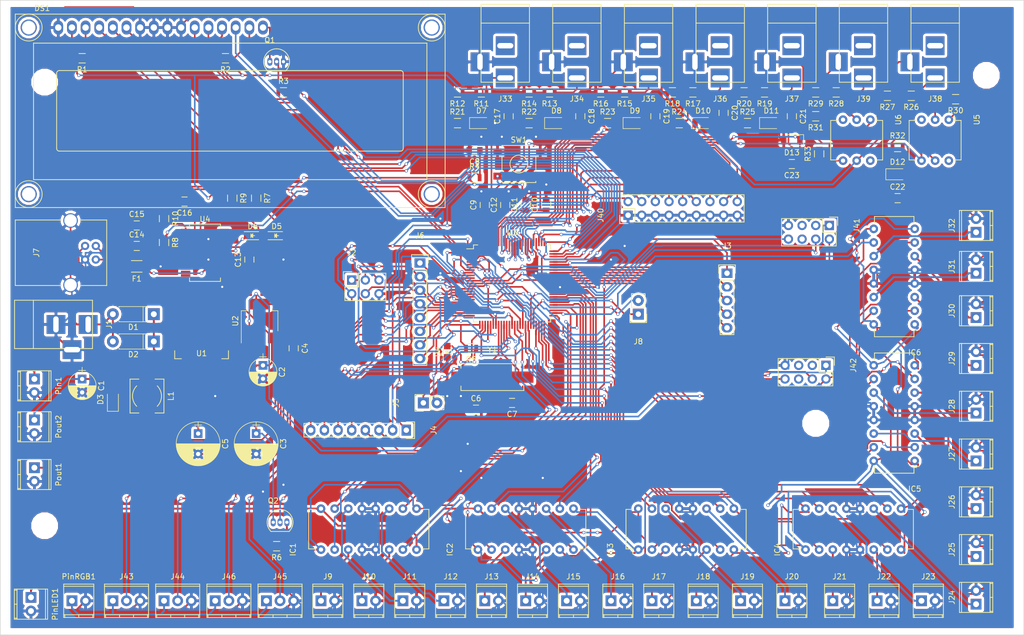
<source format=kicad_pcb>
(kicad_pcb (version 4) (host pcbnew 4.0.6)
  (layers (0 F.Cu signal) (31 B.Cu signal) (34 B.Paste user) (35 F.Paste user) (36 B.SilkS user) (37 F.SilkS user) (38 B.Mask user) (39 F.Mask user) (44 Edge.Cuts user))
  (net 0 "")
  (net 1 VCC)
  (net 2 GND)
  (net 3 +5V)
  (net 4 +3V3)
  (net 5 "Net-(C6-Pad1)")
  (net 6 "Net-(C7-Pad1)")
  (net 7 RESET)
  (net 8 "Net-(C9-Pad1)")
  (net 9 "Net-(C14-Pad1)")
  (net 10 "Net-(C16-Pad1)")
  (net 11 AIN0)
  (net 12 AIN1)
  (net 13 AIN2)
  (net 14 AIN3)
  (net 15 AIN4)
  (net 16 AIN6)
  (net 17 AIN5)
  (net 18 /Vin)
  (net 19 "Net-(D3-Pad1)")
  (net 20 "Net-(D4-Pad2)")
  (net 21 "Net-(D5-Pad2)")
  (net 22 "Net-(D5-Pad1)")
  (net 23 "Net-(D6-Pad2)")
  (net 24 "Net-(D6-Pad1)")
  (net 25 "Net-(DS1-Pad3)")
  (net 26 LCD_RS)
  (net 27 LCD_RW)
  (net 28 LCD_ENABLE)
  (net 29 LCD_DATA1)
  (net 30 LCD_DATA2)
  (net 31 LCD_DATA3)
  (net 32 LCD_DATA4)
  (net 33 "Net-(DS1-Pad15)")
  (net 34 "Net-(DS1-Pad16)")
  (net 35 "Net-(F1-Pad2)")
  (net 36 LED_DRIVER1.1_EN)
  (net 37 LED1)
  (net 38 "Net-(IC1-Pad3)")
  (net 39 "Net-(IC1-Pad6)")
  (net 40 LED2)
  (net 41 LED_VCC)
  (net 42 LED4)
  (net 43 /LED_DRIVER1/LED_OUT4)
  (net 44 /LED_DRIVER1/LED_OUT3)
  (net 45 LED3)
  (net 46 LED5)
  (net 47 "Net-(IC2-Pad3)")
  (net 48 "Net-(IC2-Pad6)")
  (net 49 LED6)
  (net 50 LED8)
  (net 51 /LED_DRIVER2/LED_OUT8)
  (net 52 /LED_DRIVER2/LED_OUT7)
  (net 53 LED7)
  (net 54 LED9)
  (net 55 "Net-(IC3-Pad3)")
  (net 56 "Net-(IC3-Pad6)")
  (net 57 LED10)
  (net 58 LED12)
  (net 59 /LED_DRIVER3/LED_OUT12)
  (net 60 /LED_DRIVER3/LED_OUT11)
  (net 61 LED11)
  (net 62 LED13)
  (net 63 "Net-(IC4-Pad3)")
  (net 64 "Net-(IC4-Pad6)")
  (net 65 LED14)
  (net 66 LED16)
  (net 67 /LED_DRIVER4/LED_OUT16)
  (net 68 /LED_DRIVER4/LED_OUT15)
  (net 69 LED15)
  (net 70 LED17)
  (net 71 "Net-(IC5-Pad3)")
  (net 72 "Net-(IC5-Pad6)")
  (net 73 LED18)
  (net 74 LED20)
  (net 75 /LED_DRIVER5/LED_OUT20)
  (net 76 /LED_DRIVER5/LED_OUT19)
  (net 77 LED19)
  (net 78 LED21)
  (net 79 "Net-(IC6-Pad3)")
  (net 80 "Net-(IC6-Pad6)")
  (net 81 LED22)
  (net 82 LED24)
  (net 83 /LED_DRIVER6/LED_OUT24)
  (net 84 /LED_DRIVER6/LED_OUT23)
  (net 85 LED23)
  (net 86 /controller/MISO)
  (net 87 /controller/SCK)
  (net 88 /controller/MOSI)
  (net 89 "Net-(J3-Pad1)")
  (net 90 "Net-(J3-Pad2)")
  (net 91 "Net-(J3-Pad3)")
  (net 92 "Net-(J3-Pad4)")
  (net 93 "Net-(J3-Pad5)")
  (net 94 "Net-(J4-Pad1)")
  (net 95 "Net-(J4-Pad2)")
  (net 96 "Net-(J4-Pad3)")
  (net 97 "Net-(J4-Pad4)")
  (net 98 "Net-(J4-Pad5)")
  (net 99 "Net-(J4-Pad6)")
  (net 100 "Net-(J4-Pad7)")
  (net 101 "Net-(J4-Pad8)")
  (net 102 "Net-(J5-Pad1)")
  (net 103 "Net-(J5-Pad2)")
  (net 104 "Net-(J6-Pad1)")
  (net 105 "Net-(J6-Pad5)")
  (net 106 "Net-(J6-Pad6)")
  (net 107 "Net-(J6-Pad7)")
  (net 108 "Net-(J6-Pad8)")
  (net 109 "Net-(J7-Pad2)")
  (net 110 "Net-(J7-Pad3)")
  (net 111 /controller/RX0)
  (net 112 /controller/TX0)
  (net 113 "Net-(J33-Pad1)")
  (net 114 "Net-(J33-Pad2)")
  (net 115 "Net-(J34-Pad1)")
  (net 116 "Net-(J34-Pad2)")
  (net 117 "Net-(J35-Pad1)")
  (net 118 "Net-(J35-Pad2)")
  (net 119 "Net-(J36-Pad1)")
  (net 120 "Net-(J36-Pad2)")
  (net 121 "Net-(J37-Pad1)")
  (net 122 "Net-(J37-Pad2)")
  (net 123 "Net-(J38-Pad1)")
  (net 124 "Net-(J38-Pad2)")
  (net 125 "Net-(J38-Pad3)")
  (net 126 "Net-(J39-Pad1)")
  (net 127 "Net-(J39-Pad2)")
  (net 128 "Net-(J39-Pad3)")
  (net 129 AIN7)
  (net 130 AIN8)
  (net 131 AIN9)
  (net 132 AIN10)
  (net 133 AIN11)
  (net 134 AIN12)
  (net 135 AIN13)
  (net 136 AIN14)
  (net 137 AIN15)
  (net 138 WiFi_RX)
  (net 139 WiFi_GPIO0)
  (net 140 WiFi_RESET)
  (net 141 WiFi_GPIO2)
  (net 142 WiFi_CHPD)
  (net 143 WiFi_TX)
  (net 144 GPRS_RX)
  (net 145 GPRS_GPIO0)
  (net 146 GPRS_RESET)
  (net 147 GPRS_GPIO2)
  (net 148 GPRS_CHPD)
  (net 149 GPRS_TX)
  (net 150 RGB_VCC)
  (net 151 RGB_LED1)
  (net 152 RGB_LED2)
  (net 153 RGB_LED4)
  (net 154 RGB_LED3)
  (net 155 "Net-(Q1-Pad2)")
  (net 156 /controller/ENABLE_LED_DRIVERS)
  (net 157 LCD_BKLIGHT_CTRL)
  (net 158 FTDI_RX)
  (net 159 "Net-(R8-Pad2)")
  (net 160 FTDI_TX)
  (net 161 "Net-(R10-Pad2)")
  (net 162 "Net-(R11-Pad2)")
  (net 163 "Net-(R13-Pad2)")
  (net 164 "Net-(R15-Pad2)")
  (net 165 "Net-(R17-Pad2)")
  (net 166 "Net-(R19-Pad2)")
  (net 167 "Net-(R26-Pad2)")
  (net 168 "Net-(R28-Pad2)")
  (net 169 "Net-(R30-Pad1)")
  (net 170 "Net-(R31-Pad1)")
  (net 171 "Net-(U4-Pad3)")
  (net 172 "Net-(U4-Pad6)")
  (net 173 "Net-(U4-Pad9)")
  (net 174 "Net-(U4-Pad10)")
  (net 175 "Net-(U4-Pad11)")
  (net 176 "Net-(U4-Pad12)")
  (net 177 "Net-(U4-Pad13)")
  (net 178 "Net-(U4-Pad14)")
  (net 179 "Net-(U4-Pad27)")
  (net 180 "Net-(U4-Pad28)")
  (net 181 "Net-(U5-Pad3)")
  (net 182 "Net-(U5-Pad6)")
  (net 183 "Net-(U6-Pad3)")
  (net 184 "Net-(U6-Pad6)")
  (module Connectors_Terminal_Blocks:TerminalBlock_Pheonix_MPT-2.54mm_2pol (layer F.Cu) (at 41.275 116.205 270)
    (fp_text reference Pout1 (at 1.27 -4.50088 270) (layer F.SilkS))
    (fp_text value 5V)
    (pad 2 thru_hole oval (at 2.54 0 270) (size 1.99898 1.99898) (drill 1.09728) (layers *.Cu *.Mask) (net 2 GND))
    (pad 1 thru_hole rect (at 0 0 270) (size 1.99898 1.99898) (drill 1.09728) (layers *.Cu *.Mask) (net 3 +5V))
  )
  (module Housings_QFP:TQFP-100_14x14mm_Pitch0.5mm (layer F.Cu) (at 130.175 81.915)
    (fp_text reference U3 (at 0 -9.45) (layer F.SilkS))
    (fp_text value ATMEGA1280-16AU)
    (pad 1 smd rect (at -7.7 -6) (size 1.5 0.3) (layers F.Cu F.Paste F.Mask) (net 151 RGB_LED1))
    (pad 2 smd rect (at -7.7 -5.5) (size 1.5 0.3) (layers F.Cu F.Paste F.Mask) (net 160 FTDI_TX))
    (pad 3 smd rect (at -7.7 -5) (size 1.5 0.3) (layers F.Cu F.Paste F.Mask) (net 158 FTDI_RX))
    (pad 4 smd rect (at -7.7 -4.5) (size 1.5 0.3) (layers F.Cu F.Paste F.Mask) (net 70 LED17))
    (pad 5 smd rect (at -7.7 -4) (size 1.5 0.3) (layers F.Cu F.Paste F.Mask) (net 73 LED18))
    (pad 6 smd rect (at -7.7 -3.5) (size 1.5 0.3) (layers F.Cu F.Paste F.Mask) (net 77 LED19))
    (pad 7 smd rect (at -7.7 -3) (size 1.5 0.3) (layers F.Cu F.Paste F.Mask) (net 74 LED20))
    (pad 8 smd rect (at -7.7 -2.5) (size 1.5 0.3) (layers F.Cu F.Paste F.Mask) (net 78 LED21))
    (pad 9 smd rect (at -7.7 -2) (size 1.5 0.3) (layers F.Cu F.Paste F.Mask) (net 81 LED22))
    (pad 10 smd rect (at -7.7 -1.5) (size 1.5 0.3) (layers F.Cu F.Paste F.Mask) (net 3 +5V))
    (pad 11 smd rect (at -7.7 -1) (size 1.5 0.3) (layers F.Cu F.Paste F.Mask) (net 2 GND))
    (pad 12 smd rect (at -7.7 -0.5) (size 1.5 0.3) (layers F.Cu F.Paste F.Mask) (net 143 WiFi_TX))
    (pad 13 smd rect (at -7.7 0) (size 1.5 0.3) (layers F.Cu F.Paste F.Mask) (net 138 WiFi_RX))
    (pad 14 smd rect (at -7.7 0.5) (size 1.5 0.3) (layers F.Cu F.Paste F.Mask) (net 140 WiFi_RESET))
    (pad 15 smd rect (at -7.7 1) (size 1.5 0.3) (layers F.Cu F.Paste F.Mask) (net 152 RGB_LED2))
    (pad 16 smd rect (at -7.7 1.5) (size 1.5 0.3) (layers F.Cu F.Paste F.Mask) (net 154 RGB_LED3))
    (pad 17 smd rect (at -7.7 2) (size 1.5 0.3) (layers F.Cu F.Paste F.Mask) (net 153 RGB_LED4))
    (pad 18 smd rect (at -7.7 2.5) (size 1.5 0.3) (layers F.Cu F.Paste F.Mask) (net 103 "Net-(J5-Pad2)"))
    (pad 19 smd rect (at -7.7 3) (size 1.5 0.3) (layers F.Cu F.Paste F.Mask) (net 104 "Net-(J6-Pad1)"))
    (pad 20 smd rect (at -7.7 3.5) (size 1.5 0.3) (layers F.Cu F.Paste F.Mask) (net 87 /controller/SCK))
    (pad 21 smd rect (at -7.7 4) (size 1.5 0.3) (layers F.Cu F.Paste F.Mask) (net 88 /controller/MOSI))
    (pad 22 smd rect (at -7.7 4.5) (size 1.5 0.3) (layers F.Cu F.Paste F.Mask) (net 86 /controller/MISO))
    (pad 23 smd rect (at -7.7 5) (size 1.5 0.3) (layers F.Cu F.Paste F.Mask) (net 105 "Net-(J6-Pad5)"))
    (pad 24 smd rect (at -7.7 5.5) (size 1.5 0.3) (layers F.Cu F.Paste F.Mask) (net 106 "Net-(J6-Pad6)"))
    (pad 25 smd rect (at -7.7 6) (size 1.5 0.3) (layers F.Cu F.Paste F.Mask) (net 107 "Net-(J6-Pad7)"))
    (pad 26 smd rect (at -6 7.7 90) (size 1.5 0.3) (layers F.Cu F.Paste F.Mask) (net 108 "Net-(J6-Pad8)"))
    (pad 27 smd rect (at -5.5 7.7 90) (size 1.5 0.3) (layers F.Cu F.Paste F.Mask) (net 102 "Net-(J5-Pad1)"))
    (pad 28 smd rect (at -5 7.7 90) (size 1.5 0.3) (layers F.Cu F.Paste F.Mask) (net 58 LED12))
    (pad 29 smd rect (at -4.5 7.7 90) (size 1.5 0.3) (layers F.Cu F.Paste F.Mask) (net 156 /controller/ENABLE_LED_DRIVERS))
    (pad 30 smd rect (at -4 7.7 90) (size 1.5 0.3) (layers F.Cu F.Paste F.Mask) (net 7 RESET))
    (pad 31 smd rect (at -3.5 7.7 90) (size 1.5 0.3) (layers F.Cu F.Paste F.Mask) (net 3 +5V))
    (pad 32 smd rect (at -3 7.7 90) (size 1.5 0.3) (layers F.Cu F.Paste F.Mask) (net 2 GND))
    (pad 33 smd rect (at -2.5 7.7 90) (size 1.5 0.3) (layers F.Cu F.Paste F.Mask) (net 5 "Net-(C6-Pad1)"))
    (pad 34 smd rect (at -2 7.7 90) (size 1.5 0.3) (layers F.Cu F.Paste F.Mask) (net 6 "Net-(C7-Pad1)"))
    (pad 35 smd rect (at -1.5 7.7 90) (size 1.5 0.3) (layers F.Cu F.Paste F.Mask) (net 101 "Net-(J4-Pad8)"))
    (pad 36 smd rect (at -1 7.7 90) (size 1.5 0.3) (layers F.Cu F.Paste F.Mask) (net 100 "Net-(J4-Pad7)"))
    (pad 37 smd rect (at -0.5 7.7 90) (size 1.5 0.3) (layers F.Cu F.Paste F.Mask) (net 99 "Net-(J4-Pad6)"))
    (pad 38 smd rect (at 0 7.7 90) (size 1.5 0.3) (layers F.Cu F.Paste F.Mask) (net 98 "Net-(J4-Pad5)"))
    (pad 39 smd rect (at 0.5 7.7 90) (size 1.5 0.3) (layers F.Cu F.Paste F.Mask) (net 97 "Net-(J4-Pad4)"))
    (pad 40 smd rect (at 1 7.7 90) (size 1.5 0.3) (layers F.Cu F.Paste F.Mask) (net 96 "Net-(J4-Pad3)"))
    (pad 41 smd rect (at 1.5 7.7 90) (size 1.5 0.3) (layers F.Cu F.Paste F.Mask) (net 95 "Net-(J4-Pad2)"))
    (pad 42 smd rect (at 2 7.7 90) (size 1.5 0.3) (layers F.Cu F.Paste F.Mask) (net 94 "Net-(J4-Pad1)"))
    (pad 43 smd rect (at 2.5 7.7 90) (size 1.5 0.3) (layers F.Cu F.Paste F.Mask) (net 54 LED9))
    (pad 44 smd rect (at 3 7.7 90) (size 1.5 0.3) (layers F.Cu F.Paste F.Mask) (net 57 LED10))
    (pad 45 smd rect (at 3.5 7.7 90) (size 1.5 0.3) (layers F.Cu F.Paste F.Mask) (net 111 /controller/RX0))
    (pad 46 smd rect (at 4 7.7 90) (size 1.5 0.3) (layers F.Cu F.Paste F.Mask) (net 112 /controller/TX0))
    (pad 47 smd rect (at 4.5 7.7 90) (size 1.5 0.3) (layers F.Cu F.Paste F.Mask) (net 62 LED13))
    (pad 48 smd rect (at 5 7.7 90) (size 1.5 0.3) (layers F.Cu F.Paste F.Mask) (net 65 LED14))
    (pad 49 smd rect (at 5.5 7.7 90) (size 1.5 0.3) (layers F.Cu F.Paste F.Mask) (net 69 LED15))
    (pad 50 smd rect (at 6 7.7 90) (size 1.5 0.3) (layers F.Cu F.Paste F.Mask) (net 66 LED16))
    (pad 51 smd rect (at 7.7 6) (size 1.5 0.3) (layers F.Cu F.Paste F.Mask) (net 85 LED23))
    (pad 52 smd rect (at 7.7 5.5) (size 1.5 0.3) (layers F.Cu F.Paste F.Mask) (net 82 LED24))
    (pad 53 smd rect (at 7.7 5) (size 1.5 0.3) (layers F.Cu F.Paste F.Mask) (net 37 LED1))
    (pad 54 smd rect (at 7.7 4.5) (size 1.5 0.3) (layers F.Cu F.Paste F.Mask) (net 40 LED2))
    (pad 55 smd rect (at 7.7 4) (size 1.5 0.3) (layers F.Cu F.Paste F.Mask) (net 45 LED3))
    (pad 56 smd rect (at 7.7 3.5) (size 1.5 0.3) (layers F.Cu F.Paste F.Mask) (net 42 LED4))
    (pad 57 smd rect (at 7.7 3) (size 1.5 0.3) (layers F.Cu F.Paste F.Mask) (net 46 LED5))
    (pad 58 smd rect (at 7.7 2.5) (size 1.5 0.3) (layers F.Cu F.Paste F.Mask) (net 49 LED6))
    (pad 59 smd rect (at 7.7 2) (size 1.5 0.3) (layers F.Cu F.Paste F.Mask) (net 53 LED7))
    (pad 60 smd rect (at 7.7 1.5) (size 1.5 0.3) (layers F.Cu F.Paste F.Mask) (net 50 LED8))
    (pad 61 smd rect (at 7.7 1) (size 1.5 0.3) (layers F.Cu F.Paste F.Mask) (net 3 +5V))
    (pad 62 smd rect (at 7.7 0.5) (size 1.5 0.3) (layers F.Cu F.Paste F.Mask) (net 2 GND))
    (pad 63 smd rect (at 7.7 0) (size 1.5 0.3) (layers F.Cu F.Paste F.Mask) (net 149 GPRS_TX))
    (pad 64 smd rect (at 7.7 -0.5) (size 1.5 0.3) (layers F.Cu F.Paste F.Mask) (net 144 GPRS_RX))
    (pad 65 smd rect (at 7.7 -1) (size 1.5 0.3) (layers F.Cu F.Paste F.Mask) (net 146 GPRS_RESET))
    (pad 66 smd rect (at 7.7 -1.5) (size 1.5 0.3) (layers F.Cu F.Paste F.Mask) (net 93 "Net-(J3-Pad5)"))
    (pad 67 smd rect (at 7.7 -2) (size 1.5 0.3) (layers F.Cu F.Paste F.Mask) (net 92 "Net-(J3-Pad4)"))
    (pad 68 smd rect (at 7.7 -2.5) (size 1.5 0.3) (layers F.Cu F.Paste F.Mask) (net 91 "Net-(J3-Pad3)"))
    (pad 69 smd rect (at 7.7 -3) (size 1.5 0.3) (layers F.Cu F.Paste F.Mask) (net 90 "Net-(J3-Pad2)"))
    (pad 70 smd rect (at 7.7 -3.5) (size 1.5 0.3) (layers F.Cu F.Paste F.Mask) (net 61 LED11))
    (pad 71 smd rect (at 7.7 -4) (size 1.5 0.3) (layers F.Cu F.Paste F.Mask) (net 157 LCD_BKLIGHT_CTRL))
    (pad 72 smd rect (at 7.7 -4.5) (size 1.5 0.3) (layers F.Cu F.Paste F.Mask) (net 28 LCD_ENABLE))
    (pad 73 smd rect (at 7.7 -5) (size 1.5 0.3) (layers F.Cu F.Paste F.Mask) (net 27 LCD_RW))
    (pad 74 smd rect (at 7.7 -5.5) (size 1.5 0.3) (layers F.Cu F.Paste F.Mask) (net 26 LCD_RS))
    (pad 75 smd rect (at 7.7 -6) (size 1.5 0.3) (layers F.Cu F.Paste F.Mask) (net 32 LCD_DATA4))
    (pad 76 smd rect (at 6 -7.7 90) (size 1.5 0.3) (layers F.Cu F.Paste F.Mask) (net 31 LCD_DATA3))
    (pad 77 smd rect (at 5.5 -7.7 90) (size 1.5 0.3) (layers F.Cu F.Paste F.Mask) (net 30 LCD_DATA2))
    (pad 78 smd rect (at 5 -7.7 90) (size 1.5 0.3) (layers F.Cu F.Paste F.Mask) (net 29 LCD_DATA1))
    (pad 79 smd rect (at 4.5 -7.7 90) (size 1.5 0.3) (layers F.Cu F.Paste F.Mask) (net 89 "Net-(J3-Pad1)"))
    (pad 80 smd rect (at 4 -7.7 90) (size 1.5 0.3) (layers F.Cu F.Paste F.Mask) (net 3 +5V))
    (pad 81 smd rect (at 3.5 -7.7 90) (size 1.5 0.3) (layers F.Cu F.Paste F.Mask) (net 2 GND))
    (pad 82 smd rect (at 3 -7.7 90) (size 1.5 0.3) (layers F.Cu F.Paste F.Mask) (net 137 AIN15))
    (pad 83 smd rect (at 2.5 -7.7 90) (size 1.5 0.3) (layers F.Cu F.Paste F.Mask) (net 136 AIN14))
    (pad 84 smd rect (at 2 -7.7 90) (size 1.5 0.3) (layers F.Cu F.Paste F.Mask) (net 135 AIN13))
    (pad 85 smd rect (at 1.5 -7.7 90) (size 1.5 0.3) (layers F.Cu F.Paste F.Mask) (net 134 AIN12))
    (pad 86 smd rect (at 1 -7.7 90) (size 1.5 0.3) (layers F.Cu F.Paste F.Mask) (net 133 AIN11))
    (pad 87 smd rect (at 0.5 -7.7 90) (size 1.5 0.3) (layers F.Cu F.Paste F.Mask) (net 132 AIN10))
    (pad 88 smd rect (at 0 -7.7 90) (size 1.5 0.3) (layers F.Cu F.Paste F.Mask) (net 131 AIN9))
    (pad 89 smd rect (at -0.5 -7.7 90) (size 1.5 0.3) (layers F.Cu F.Paste F.Mask) (net 130 AIN8))
    (pad 90 smd rect (at -1 -7.7 90) (size 1.5 0.3) (layers F.Cu F.Paste F.Mask) (net 129 AIN7))
    (pad 91 smd rect (at -1.5 -7.7 90) (size 1.5 0.3) (layers F.Cu F.Paste F.Mask) (net 16 AIN6))
    (pad 92 smd rect (at -2 -7.7 90) (size 1.5 0.3) (layers F.Cu F.Paste F.Mask) (net 17 AIN5))
    (pad 93 smd rect (at -2.5 -7.7 90) (size 1.5 0.3) (layers F.Cu F.Paste F.Mask) (net 15 AIN4))
    (pad 94 smd rect (at -3 -7.7 90) (size 1.5 0.3) (layers F.Cu F.Paste F.Mask) (net 14 AIN3))
    (pad 95 smd rect (at -3.5 -7.7 90) (size 1.5 0.3) (layers F.Cu F.Paste F.Mask) (net 13 AIN2))
    (pad 96 smd rect (at -4 -7.7 90) (size 1.5 0.3) (layers F.Cu F.Paste F.Mask) (net 12 AIN1))
    (pad 97 smd rect (at -4.5 -7.7 90) (size 1.5 0.3) (layers F.Cu F.Paste F.Mask) (net 11 AIN0))
    (pad 98 smd rect (at -5 -7.7 90) (size 1.5 0.3) (layers F.Cu F.Paste F.Mask) (net 8 "Net-(C9-Pad1)"))
    (pad 99 smd rect (at -5.5 -7.7 90) (size 1.5 0.3) (layers F.Cu F.Paste F.Mask) (net 2 GND))
    (pad 100 smd rect (at -6 -7.7 90) (size 1.5 0.3) (layers F.Cu F.Paste F.Mask) (net 3 +5V))
  )
  (module Capacitors_THT:CP_Radial_D5.0mm_P2.50mm (layer F.Cu) (at 50.165 99.695 270)
    (fp_text reference C1 (at 1.25 -3.56 270) (layer F.SilkS))
    (fp_text value "40V, 100uF" hide)
    (pad 1 thru_hole rect (at 0 0 270) (size 1.6 1.6) (drill 0.8) (layers *.Cu *.Mask) (net 1 VCC))
    (pad 2 thru_hole circle (at 2.5 0 270) (size 1.6 1.6) (drill 0.8) (layers *.Cu *.Mask) (net 2 GND))
  )
  (module Capacitors_THT:CP_Radial_D5.0mm_P2.50mm (layer F.Cu) (at 83.82 97.155 270)
    (fp_text reference C2 (at 1.25 -3.56 270) (layer F.SilkS))
    (fp_text value 220uF hide)
    (pad 1 thru_hole rect (at 0 0 270) (size 1.6 1.6) (drill 0.8) (layers *.Cu *.Mask) (net 3 +5V))
    (pad 2 thru_hole circle (at 2.5 0 270) (size 1.6 1.6) (drill 0.8) (layers *.Cu *.Mask) (net 2 GND))
  )
  (module Capacitors_THT:CP_Radial_D8.0mm_P3.80mm (layer F.Cu) (at 82.55 109.855 270)
    (fp_text reference C3 (at 1.9 -5.06 270) (layer F.SilkS))
    (fp_text value "CP15V, 1000uF" hide)
    (pad 1 thru_hole rect (at 0 0 270) (size 1.6 1.6) (drill 0.8) (layers *.Cu *.Mask) (net 3 +5V))
    (pad 2 thru_hole circle (at 3.8 0 270) (size 1.6 1.6) (drill 0.8) (layers *.Cu *.Mask) (net 2 GND))
  )
  (module Capacitors_SMD:C_0805 (layer F.Cu) (at 89.535 93.98 270)
    (fp_text reference C4 (at 0 -2.1 270) (layer F.SilkS))
    (fp_text value 22uF hide)
    (pad 1 smd rect (at -1 0 270) (size 1 1.25) (layers F.Cu F.Paste F.Mask) (net 4 +3V3))
    (pad 2 smd rect (at 1 0 270) (size 1 1.25) (layers F.Cu F.Paste F.Mask) (net 2 GND))
  )
  (module Capacitors_THT:CP_Radial_D8.0mm_P3.80mm (layer F.Cu) (at 71.755 109.855 270)
    (fp_text reference C5 (at 1.9 -5.06 270) (layer F.SilkS))
    (fp_text value "5V, 1000uF" hide)
    (pad 1 thru_hole rect (at 0 0 270) (size 1.6 1.6) (drill 0.8) (layers *.Cu *.Mask) (net 3 +5V))
    (pad 2 thru_hole circle (at 3.8 0 270) (size 1.6 1.6) (drill 0.8) (layers *.Cu *.Mask) (net 2 GND))
  )
  (module Capacitors_SMD:C_0805 (layer F.Cu) (at 123.46 105.41)
    (fp_text reference C6 (at 0 -2.1) (layer F.SilkS))
    (fp_text value 22pF hide)
    (pad 1 smd rect (at -1 0) (size 1 1.25) (layers F.Cu F.Paste F.Mask) (net 5 "Net-(C6-Pad1)"))
    (pad 2 smd rect (at 1 0) (size 1 1.25) (layers F.Cu F.Paste F.Mask) (net 2 GND))
  )
  (module Capacitors_SMD:C_0805 (layer F.Cu) (at 130.175 104.14 180)
    (fp_text reference C7 (at 0 -2.1 180) (layer F.SilkS))
    (fp_text value 22p hide)
    (pad 1 smd rect (at -1 0 180) (size 1 1.25) (layers F.Cu F.Paste F.Mask) (net 6 "Net-(C7-Pad1)"))
    (pad 2 smd rect (at 1 0 180) (size 1 1.25) (layers F.Cu F.Paste F.Mask) (net 2 GND))
  )
  (module Capacitors_SMD:C_0805 (layer F.Cu) (at 123.19 57.15 180)
    (fp_text reference C8 (at 0 -2.1 180) (layer F.SilkS))
    (fp_text value 100n hide)
    (pad 1 smd rect (at -1 0 180) (size 1 1.25) (layers F.Cu F.Paste F.Mask) (net 7 RESET))
    (pad 2 smd rect (at 1 0 180) (size 1 1.25) (layers F.Cu F.Paste F.Mask) (net 2 GND))
  )
  (module Capacitors_SMD:C_0805 (layer F.Cu) (at 125.095 67.31 90)
    (fp_text reference C9 (at 0 -2.1 90) (layer F.SilkS))
    (fp_text value 100n hide)
    (pad 1 smd rect (at -1 0 90) (size 1 1.25) (layers F.Cu F.Paste F.Mask) (net 8 "Net-(C9-Pad1)"))
    (pad 2 smd rect (at 1 0 90) (size 1 1.25) (layers F.Cu F.Paste F.Mask) (net 2 GND))
  )
  (module Capacitors_SMD:C_0805 (layer F.Cu) (at 136.525 67.31 90)
    (fp_text reference C10 (at 0 -2.1 90) (layer F.SilkS))
    (fp_text value 100nF hide)
    (pad 1 smd rect (at -1 0 90) (size 1 1.25) (layers F.Cu F.Paste F.Mask) (net 3 +5V))
    (pad 2 smd rect (at 1 0 90) (size 1 1.25) (layers F.Cu F.Paste F.Mask) (net 2 GND))
  )
  (module Capacitors_SMD:C_0805 (layer F.Cu) (at 132.715 67.31 90)
    (fp_text reference C11 (at 0 -2.1 90) (layer F.SilkS))
    (fp_text value 100nF hide)
    (pad 1 smd rect (at -1 0 90) (size 1 1.25) (layers F.Cu F.Paste F.Mask) (net 3 +5V))
    (pad 2 smd rect (at 1 0 90) (size 1 1.25) (layers F.Cu F.Paste F.Mask) (net 2 GND))
  )
  (module Capacitors_SMD:C_0805 (layer F.Cu) (at 128.905 67.31 90)
    (fp_text reference C12 (at 0 -2.1 90) (layer F.SilkS))
    (fp_text value 100nF hide)
    (pad 1 smd rect (at -1 0 90) (size 1 1.25) (layers F.Cu F.Paste F.Mask) (net 3 +5V))
    (pad 2 smd rect (at 1 0 90) (size 1 1.25) (layers F.Cu F.Paste F.Mask) (net 2 GND))
  )
  (module Capacitors_SMD:C_0805 (layer F.Cu) (at 81.28 77.47 90)
    (fp_text reference C13 (at 0 -2.1 90) (layer F.SilkS))
    (fp_text value 100n hide)
    (pad 1 smd rect (at -1 0 90) (size 1 1.25) (layers F.Cu F.Paste F.Mask) (net 3 +5V))
    (pad 2 smd rect (at 1 0 90) (size 1 1.25) (layers F.Cu F.Paste F.Mask) (net 2 GND))
  )
  (module Capacitors_SMD:C_0805 (layer F.Cu) (at 60.325 74.93)
    (fp_text reference C14 (at 0 -2.1) (layer F.SilkS))
    (fp_text value 100n hide)
    (pad 1 smd rect (at -1 0) (size 1 1.25) (layers F.Cu F.Paste F.Mask) (net 9 "Net-(C14-Pad1)"))
    (pad 2 smd rect (at 1 0) (size 1 1.25) (layers F.Cu F.Paste F.Mask) (net 2 GND))
  )
  (module Capacitors_SMD:C_0805 (layer F.Cu) (at 60.325 71.12)
    (fp_text reference C15 (at 0 -2.1) (layer F.SilkS))
    (fp_text value 100n hide)
    (pad 1 smd rect (at -1 0) (size 1 1.25) (layers F.Cu F.Paste F.Mask) (net 9 "Net-(C14-Pad1)"))
    (pad 2 smd rect (at 1 0) (size 1 1.25) (layers F.Cu F.Paste F.Mask) (net 2 GND))
  )
  (module Capacitors_SMD:C_0805 (layer F.Cu) (at 69.215 66.675 180)
    (fp_text reference C16 (at 0 -2.1 180) (layer F.SilkS))
    (fp_text value 100n hide)
    (pad 1 smd rect (at -1 0 180) (size 1 1.25) (layers F.Cu F.Paste F.Mask) (net 10 "Net-(C16-Pad1)"))
    (pad 2 smd rect (at 1 0 180) (size 1 1.25) (layers F.Cu F.Paste F.Mask) (net 7 RESET))
  )
  (module Capacitors_SMD:C_0805 (layer F.Cu) (at 129.54 50.8 90)
    (fp_text reference C17 (at 0 -2.1 90) (layer F.SilkS))
    (fp_text value 100n hide)
    (pad 1 smd rect (at -1 0 90) (size 1 1.25) (layers F.Cu F.Paste F.Mask) (net 11 AIN0))
    (pad 2 smd rect (at 1 0 90) (size 1 1.25) (layers F.Cu F.Paste F.Mask) (net 2 GND))
  )
  (module Capacitors_SMD:C_0805 (layer F.Cu) (at 142.875 50.8 270)
    (fp_text reference C18 (at 0 -2.1 270) (layer F.SilkS))
    (fp_text value 100n hide)
    (pad 1 smd rect (at -1 0 270) (size 1 1.25) (layers F.Cu F.Paste F.Mask) (net 12 AIN1))
    (pad 2 smd rect (at 1 0 270) (size 1 1.25) (layers F.Cu F.Paste F.Mask) (net 2 GND))
  )
  (module Capacitors_SMD:C_0805 (layer F.Cu) (at 156.845 50.8 270)
    (fp_text reference C19 (at 0 -2.1 270) (layer F.SilkS))
    (fp_text value 100n hide)
    (pad 1 smd rect (at -1 0 270) (size 1 1.25) (layers F.Cu F.Paste F.Mask) (net 13 AIN2))
    (pad 2 smd rect (at 1 0 270) (size 1 1.25) (layers F.Cu F.Paste F.Mask) (net 2 GND))
  )
  (module Capacitors_SMD:C_0805 (layer F.Cu) (at 169.545 50.165 270)
    (fp_text reference C20 (at 0 -2.1 270) (layer F.SilkS))
    (fp_text value 100n hide)
    (pad 1 smd rect (at -1 0 270) (size 1 1.25) (layers F.Cu F.Paste F.Mask) (net 14 AIN3))
    (pad 2 smd rect (at 1 0 270) (size 1 1.25) (layers F.Cu F.Paste F.Mask) (net 2 GND))
  )
  (module Capacitors_SMD:C_0805 (layer F.Cu) (at 182.245 50.8 270)
    (fp_text reference C21 (at 0 -2.1 270) (layer F.SilkS))
    (fp_text value 100n hide)
    (pad 1 smd rect (at -1 0 270) (size 1 1.25) (layers F.Cu F.Paste F.Mask) (net 15 AIN4))
    (pad 2 smd rect (at 1 0 270) (size 1 1.25) (layers F.Cu F.Paste F.Mask) (net 2 GND))
  )
  (module Capacitors_SMD:C_0805 (layer F.Cu) (at 201.93 66.04)
    (fp_text reference C22 (at 0 -2.1) (layer F.SilkS))
    (fp_text value 100n hide)
    (pad 1 smd rect (at -1 0) (size 1 1.25) (layers F.Cu F.Paste F.Mask) (net 16 AIN6))
    (pad 2 smd rect (at 1 0) (size 1 1.25) (layers F.Cu F.Paste F.Mask) (net 2 GND))
  )
  (module Capacitors_SMD:C_0805 (layer F.Cu) (at 182.245 59.69 180)
    (fp_text reference C23 (at 0 -2.1 180) (layer F.SilkS))
    (fp_text value 100n hide)
    (pad 1 smd rect (at -1 0 180) (size 1 1.25) (layers F.Cu F.Paste F.Mask) (net 17 AIN5))
    (pad 2 smd rect (at 1 0 180) (size 1 1.25) (layers F.Cu F.Paste F.Mask) (net 2 GND))
  )
  (module Diodes_THT:D_DO-41_SOD81_P7.62mm_Horizontal (layer F.Cu) (at 63.5 87.63 180)
    (fp_text reference D1 (at 3.81 -2.41 180) (layer F.SilkS))
    (fp_text value 1N4007 hide)
    (pad 1 thru_hole rect (at 0 0 180) (size 2.2 2.2) (drill 1.1) (layers *.Cu *.Mask) (net 1 VCC))
    (pad 2 thru_hole oval (at 7.62 0 180) (size 2.2 2.2) (drill 1.1) (layers *.Cu *.Mask) (net 18 /Vin))
  )
  (module Diodes_THT:D_DO-41_SOD81_P7.62mm_Horizontal (layer F.Cu) (at 63.5 92.71 180)
    (fp_text reference D2 (at 3.81 -2.41 180) (layer F.SilkS))
    (fp_text value 1N4007 hide)
    (pad 1 thru_hole rect (at 0 0 180) (size 2.2 2.2) (drill 1.1) (layers *.Cu *.Mask) (net 1 VCC))
    (pad 2 thru_hole oval (at 7.62 0 180) (size 2.2 2.2) (drill 1.1) (layers *.Cu *.Mask) (net 18 /Vin))
  )
  (module Diodes_SMD:D_1206 (layer F.Cu) (at 55.88 103.505 90)
    (fp_text reference D3 (at 0 -2.3 90) (layer F.SilkS))
    (fp_text value 1N5822 hide)
    (pad 1 smd rect (at -1.5 0 90) (size 1 1.6) (layers F.Cu F.Paste F.Mask) (net 19 "Net-(D3-Pad1)"))
    (pad 2 smd rect (at 1.5 0 90) (size 1 1.6) (layers F.Cu F.Paste F.Mask) (net 2 GND))
  )
  (module LEDs:LED_0805 (layer F.Cu) (at 118.11 94.615 90)
    (fp_text reference D4 (at 0 -1.75 90) (layer F.SilkS))
    (fp_text value LED_ALT hide)
    (pad 2 smd rect (at 1.04902 0 270) (size 1.19888 1.19888) (layers F.Cu F.Paste F.Mask) (net 20 "Net-(D4-Pad2)"))
    (pad 1 smd rect (at -1.04902 0 270) (size 1.19888 1.19888) (layers F.Cu F.Paste F.Mask) (net 2 GND))
  )
  (module LEDs:LED_0805 (layer F.Cu) (at 86.36 73.025)
    (fp_text reference D5 (at 0 -1.75) (layer F.SilkS))
    (fp_text value Rx)
    (pad 2 smd rect (at 1.04902 0 180) (size 1.19888 1.19888) (layers F.Cu F.Paste F.Mask) (net 21 "Net-(D5-Pad2)"))
    (pad 1 smd rect (at -1.04902 0 180) (size 1.19888 1.19888) (layers F.Cu F.Paste F.Mask) (net 22 "Net-(D5-Pad1)"))
  )
  (module LEDs:LED_0805 (layer F.Cu) (at 81.915 73.025)
    (fp_text reference D6 (at 0 -1.75) (layer F.SilkS))
    (fp_text value TX)
    (pad 2 smd rect (at 1.04902 0 180) (size 1.19888 1.19888) (layers F.Cu F.Paste F.Mask) (net 23 "Net-(D6-Pad2)"))
    (pad 1 smd rect (at -1.04902 0 180) (size 1.19888 1.19888) (layers F.Cu F.Paste F.Mask) (net 24 "Net-(D6-Pad1)"))
  )
  (module Diodes_SMD:D_1206 (layer F.Cu) (at 124.46 52.07)
    (fp_text reference D7 (at 0 -2.3) (layer F.SilkS))
    (fp_text value 1n4733a hide)
    (pad 1 smd rect (at -1.5 0) (size 1 1.6) (layers F.Cu F.Paste F.Mask) (net 11 AIN0))
    (pad 2 smd rect (at 1.5 0) (size 1 1.6) (layers F.Cu F.Paste F.Mask) (net 2 GND))
  )
  (module Diodes_SMD:D_1206 (layer F.Cu) (at 138.43 52.07)
    (fp_text reference D8 (at 0 -2.3) (layer F.SilkS))
    (fp_text value 1n4733a hide)
    (pad 1 smd rect (at -1.5 0) (size 1 1.6) (layers F.Cu F.Paste F.Mask) (net 12 AIN1))
    (pad 2 smd rect (at 1.5 0) (size 1 1.6) (layers F.Cu F.Paste F.Mask) (net 2 GND))
  )
  (module Diodes_SMD:D_1206 (layer F.Cu) (at 153.035 52.07)
    (fp_text reference D9 (at 0 -2.3) (layer F.SilkS))
    (fp_text value 1n4733a hide)
    (pad 1 smd rect (at -1.5 0) (size 1 1.6) (layers F.Cu F.Paste F.Mask) (net 13 AIN2))
    (pad 2 smd rect (at 1.5 0) (size 1 1.6) (layers F.Cu F.Paste F.Mask) (net 2 GND))
  )
  (module Diodes_SMD:D_1206 (layer F.Cu) (at 165.735 52.07)
    (fp_text reference D10 (at 0 -2.3) (layer F.SilkS))
    (fp_text value 1n4733a hide)
    (pad 1 smd rect (at -1.5 0) (size 1 1.6) (layers F.Cu F.Paste F.Mask) (net 14 AIN3))
    (pad 2 smd rect (at 1.5 0) (size 1 1.6) (layers F.Cu F.Paste F.Mask) (net 2 GND))
  )
  (module Diodes_SMD:D_1206 (layer F.Cu) (at 178.435 52.07)
    (fp_text reference D11 (at 0 -2.3) (layer F.SilkS))
    (fp_text value 1n4733a hide)
    (pad 1 smd rect (at -1.5 0) (size 1 1.6) (layers F.Cu F.Paste F.Mask) (net 15 AIN4))
    (pad 2 smd rect (at 1.5 0) (size 1 1.6) (layers F.Cu F.Paste F.Mask) (net 2 GND))
  )
  (module Diodes_SMD:D_1206 (layer F.Cu) (at 201.93 61.595)
    (fp_text reference D12 (at 0 -2.3) (layer F.SilkS))
    (fp_text value 1n4733a hide)
    (pad 1 smd rect (at -1.5 0) (size 1 1.6) (layers F.Cu F.Paste F.Mask) (net 16 AIN6))
    (pad 2 smd rect (at 1.5 0) (size 1 1.6) (layers F.Cu F.Paste F.Mask) (net 2 GND))
  )
  (module Diodes_SMD:D_1206 (layer F.Cu) (at 182.245 55.245 180)
    (fp_text reference D13 (at 0 -2.3 180) (layer F.SilkS))
    (fp_text value 1n4733a hide)
    (pad 1 smd rect (at -1.5 0 180) (size 1 1.6) (layers F.Cu F.Paste F.Mask) (net 17 AIN5))
    (pad 2 smd rect (at 1.5 0 180) (size 1 1.6) (layers F.Cu F.Paste F.Mask) (net 2 GND))
  )
  (module Displays:WC1602A (layer F.Cu) (at 45.72 34.29)
    (fp_text reference DS1 (at -2.99974 -3.59918) (layer F.SilkS))
    (fp_text value LCD16X2 hide)
    (pad 1 thru_hole oval (at 0 0) (size 1.8 2.6) (drill 1.2) (layers *.Cu *.Mask) (net 2 GND))
    (pad 2 thru_hole oval (at 2.54 0) (size 1.8 2.6) (drill 1.2) (layers *.Cu *.Mask) (net 3 +5V))
    (pad 3 thru_hole oval (at 5.08 0) (size 1.8 2.6) (drill 1.2) (layers *.Cu *.Mask) (net 25 "Net-(DS1-Pad3)"))
    (pad 4 thru_hole oval (at 7.62 0) (size 1.8 2.6) (drill 1.2) (layers *.Cu *.Mask) (net 26 LCD_RS))
    (pad 5 thru_hole oval (at 10.16 0) (size 1.8 2.6) (drill 1.2) (layers *.Cu *.Mask) (net 27 LCD_RW))
    (pad 6 thru_hole oval (at 12.7 0) (size 1.8 2.6) (drill 1.2) (layers *.Cu *.Mask) (net 28 LCD_ENABLE))
    (pad 7 thru_hole oval (at 15.24 0) (size 1.8 2.6) (drill 1.2) (layers *.Cu *.Mask) (net 2 GND))
    (pad 8 thru_hole oval (at 17.78 0) (size 1.8 2.6) (drill 1.2) (layers *.Cu *.Mask) (net 2 GND))
    (pad 9 thru_hole oval (at 20.32 0) (size 1.8 2.6) (drill 1.2) (layers *.Cu *.Mask) (net 2 GND))
    (pad 10 thru_hole oval (at 22.86 0) (size 1.8 2.6) (drill 1.2) (layers *.Cu *.Mask) (net 2 GND))
    (pad 11 thru_hole oval (at 25.4 0) (size 1.8 2.6) (drill 1.2) (layers *.Cu *.Mask) (net 29 LCD_DATA1))
    (pad 12 thru_hole oval (at 27.94 0) (size 1.8 2.6) (drill 1.2) (layers *.Cu *.Mask) (net 30 LCD_DATA2))
    (pad 13 thru_hole oval (at 30.48 0) (size 1.8 2.6) (drill 1.2) (layers *.Cu *.Mask) (net 31 LCD_DATA3))
    (pad 14 thru_hole oval (at 33.02 0) (size 1.8 2.6) (drill 1.2) (layers *.Cu *.Mask) (net 32 LCD_DATA4))
    (pad 15 thru_hole oval (at 35.56 0) (size 1.8 2.6) (drill 1.2) (layers *.Cu *.Mask) (net 33 "Net-(DS1-Pad15)"))
    (pad 16 thru_hole oval (at 38.1 0) (size 1.8 2.6) (drill 1.2) (layers *.Cu *.Mask) (net 34 "Net-(DS1-Pad16)"))
    (pad 0 thru_hole circle (at -5.4991 0) (size 3 3) (drill 2.5) (layers *.Cu *.Mask))
    (pad 0 thru_hole circle (at -5.4991 31.0007) (size 3 3) (drill 2.5) (layers *.Cu *.Mask))
    (pad 0 thru_hole circle (at 69.49948 31.0007) (size 3 3) (drill 2.5) (layers *.Cu *.Mask))
    (pad 0 thru_hole circle (at 69.49948 0) (size 3 3) (drill 2.5) (layers *.Cu *.Mask))
  )
  (module Resistors_SMD:R_1206 (layer F.Cu) (at 60.325 78.74 180)
    (fp_text reference F1 (at 0 -2.3 180) (layer F.SilkS))
    (fp_text value 500mA hide)
    (pad 1 smd rect (at -1.45 0 180) (size 0.9 1.7) (layers F.Cu F.Paste F.Mask) (net 9 "Net-(C14-Pad1)"))
    (pad 2 smd rect (at 1.45 0 180) (size 0.9 1.7) (layers F.Cu F.Paste F.Mask) (net 35 "Net-(F1-Pad2)"))
  )
  (module Housings_DIP:DIP-16_W7.62mm (layer F.Cu) (at 94.615 131.445 90)
    (fp_text reference IC1 (at 0 -5.22 90) (layer F.SilkS))
    (fp_text value L293D hide)
    (pad 1 thru_hole oval (at 0 0 90) (size 1.6 1.6) (drill 0.8) (layers *.Cu *.Mask) (net 36 LED_DRIVER1.1_EN))
    (pad 2 thru_hole oval (at 0 2.54 90) (size 1.6 1.6) (drill 0.8) (layers *.Cu *.Mask) (net 37 LED1))
    (pad 3 thru_hole oval (at 0 5.08 90) (size 1.6 1.6) (drill 0.8) (layers *.Cu *.Mask) (net 38 "Net-(IC1-Pad3)"))
    (pad 4 thru_hole oval (at 0 7.62 90) (size 1.6 1.6) (drill 0.8) (layers *.Cu *.Mask) (net 2 GND))
    (pad 5 thru_hole oval (at 0 10.16 90) (size 1.6 1.6) (drill 0.8) (layers *.Cu *.Mask) (net 2 GND))
    (pad 6 thru_hole oval (at 0 12.7 90) (size 1.6 1.6) (drill 0.8) (layers *.Cu *.Mask) (net 39 "Net-(IC1-Pad6)"))
    (pad 7 thru_hole oval (at 0 15.24 90) (size 1.6 1.6) (drill 0.8) (layers *.Cu *.Mask) (net 40 LED2))
    (pad 8 thru_hole oval (at 0 17.78 90) (size 1.6 1.6) (drill 0.8) (layers *.Cu *.Mask) (net 41 LED_VCC))
    (pad 9 thru_hole oval (at 7.62 17.78 90) (size 1.6 1.6) (drill 0.8) (layers *.Cu *.Mask) (net 36 LED_DRIVER1.1_EN))
    (pad 10 thru_hole oval (at 7.62 15.24 90) (size 1.6 1.6) (drill 0.8) (layers *.Cu *.Mask) (net 42 LED4))
    (pad 11 thru_hole oval (at 7.62 12.7 90) (size 1.6 1.6) (drill 0.8) (layers *.Cu *.Mask) (net 43 /LED_DRIVER1/LED_OUT4))
    (pad 12 thru_hole oval (at 7.62 10.16 90) (size 1.6 1.6) (drill 0.8) (layers *.Cu *.Mask) (net 2 GND))
    (pad 13 thru_hole oval (at 7.62 7.62 90) (size 1.6 1.6) (drill 0.8) (layers *.Cu *.Mask) (net 2 GND))
    (pad 14 thru_hole oval (at 7.62 5.08 90) (size 1.6 1.6) (drill 0.8) (layers *.Cu *.Mask) (net 44 /LED_DRIVER1/LED_OUT3))
    (pad 15 thru_hole oval (at 7.62 2.54 90) (size 1.6 1.6) (drill 0.8) (layers *.Cu *.Mask) (net 45 LED3))
    (pad 16 thru_hole oval (at 7.62 0 90) (size 1.6 1.6) (drill 0.8) (layers *.Cu *.Mask) (net 41 LED_VCC))
  )
  (module Housings_DIP:DIP-16_W7.62mm (layer F.Cu) (at 123.825 131.445 90)
    (fp_text reference IC2 (at 0 -5.22 90) (layer F.SilkS))
    (fp_text value L293D hide)
    (pad 1 thru_hole oval (at 0 0 90) (size 1.6 1.6) (drill 0.8) (layers *.Cu *.Mask) (net 36 LED_DRIVER1.1_EN))
    (pad 2 thru_hole oval (at 0 2.54 90) (size 1.6 1.6) (drill 0.8) (layers *.Cu *.Mask) (net 46 LED5))
    (pad 3 thru_hole oval (at 0 5.08 90) (size 1.6 1.6) (drill 0.8) (layers *.Cu *.Mask) (net 47 "Net-(IC2-Pad3)"))
    (pad 4 thru_hole oval (at 0 7.62 90) (size 1.6 1.6) (drill 0.8) (layers *.Cu *.Mask) (net 2 GND))
    (pad 5 thru_hole oval (at 0 10.16 90) (size 1.6 1.6) (drill 0.8) (layers *.Cu *.Mask) (net 2 GND))
    (pad 6 thru_hole oval (at 0 12.7 90) (size 1.6 1.6) (drill 0.8) (layers *.Cu *.Mask) (net 48 "Net-(IC2-Pad6)"))
    (pad 7 thru_hole oval (at 0 15.24 90) (size 1.6 1.6) (drill 0.8) (layers *.Cu *.Mask) (net 49 LED6))
    (pad 8 thru_hole oval (at 0 17.78 90) (size 1.6 1.6) (drill 0.8) (layers *.Cu *.Mask) (net 41 LED_VCC))
    (pad 9 thru_hole oval (at 7.62 17.78 90) (size 1.6 1.6) (drill 0.8) (layers *.Cu *.Mask) (net 36 LED_DRIVER1.1_EN))
    (pad 10 thru_hole oval (at 7.62 15.24 90) (size 1.6 1.6) (drill 0.8) (layers *.Cu *.Mask) (net 50 LED8))
    (pad 11 thru_hole oval (at 7.62 12.7 90) (size 1.6 1.6) (drill 0.8) (layers *.Cu *.Mask) (net 51 /LED_DRIVER2/LED_OUT8))
    (pad 12 thru_hole oval (at 7.62 10.16 90) (size 1.6 1.6) (drill 0.8) (layers *.Cu *.Mask) (net 2 GND))
    (pad 13 thru_hole oval (at 7.62 7.62 90) (size 1.6 1.6) (drill 0.8) (layers *.Cu *.Mask) (net 2 GND))
    (pad 14 thru_hole oval (at 7.62 5.08 90) (size 1.6 1.6) (drill 0.8) (layers *.Cu *.Mask) (net 52 /LED_DRIVER2/LED_OUT7))
    (pad 15 thru_hole oval (at 7.62 2.54 90) (size 1.6 1.6) (drill 0.8) (layers *.Cu *.Mask) (net 53 LED7))
    (pad 16 thru_hole oval (at 7.62 0 90) (size 1.6 1.6) (drill 0.8) (layers *.Cu *.Mask) (net 41 LED_VCC))
  )
  (module Housings_DIP:DIP-16_W7.62mm (layer F.Cu) (at 153.67 131.445 90)
    (fp_text reference IC3 (at 0 -5.22 90) (layer F.SilkS))
    (fp_text value L293D hide)
    (pad 1 thru_hole oval (at 0 0 90) (size 1.6 1.6) (drill 0.8) (layers *.Cu *.Mask) (net 36 LED_DRIVER1.1_EN))
    (pad 2 thru_hole oval (at 0 2.54 90) (size 1.6 1.6) (drill 0.8) (layers *.Cu *.Mask) (net 54 LED9))
    (pad 3 thru_hole oval (at 0 5.08 90) (size 1.6 1.6) (drill 0.8) (layers *.Cu *.Mask) (net 55 "Net-(IC3-Pad3)"))
    (pad 4 thru_hole oval (at 0 7.62 90) (size 1.6 1.6) (drill 0.8) (layers *.Cu *.Mask) (net 2 GND))
    (pad 5 thru_hole oval (at 0 10.16 90) (size 1.6 1.6) (drill 0.8) (layers *.Cu *.Mask) (net 2 GND))
    (pad 6 thru_hole oval (at 0 12.7 90) (size 1.6 1.6) (drill 0.8) (layers *.Cu *.Mask) (net 56 "Net-(IC3-Pad6)"))
    (pad 7 thru_hole oval (at 0 15.24 90) (size 1.6 1.6) (drill 0.8) (layers *.Cu *.Mask) (net 57 LED10))
    (pad 8 thru_hole oval (at 0 17.78 90) (size 1.6 1.6) (drill 0.8) (layers *.Cu *.Mask) (net 41 LED_VCC))
    (pad 9 thru_hole oval (at 7.62 17.78 90) (size 1.6 1.6) (drill 0.8) (layers *.Cu *.Mask) (net 36 LED_DRIVER1.1_EN))
    (pad 10 thru_hole oval (at 7.62 15.24 90) (size 1.6 1.6) (drill 0.8) (layers *.Cu *.Mask) (net 58 LED12))
    (pad 11 thru_hole oval (at 7.62 12.7 90) (size 1.6 1.6) (drill 0.8) (layers *.Cu *.Mask) (net 59 /LED_DRIVER3/LED_OUT12))
    (pad 12 thru_hole oval (at 7.62 10.16 90) (size 1.6 1.6) (drill 0.8) (layers *.Cu *.Mask) (net 2 GND))
    (pad 13 thru_hole oval (at 7.62 7.62 90) (size 1.6 1.6) (drill 0.8) (layers *.Cu *.Mask) (net 2 GND))
    (pad 14 thru_hole oval (at 7.62 5.08 90) (size 1.6 1.6) (drill 0.8) (layers *.Cu *.Mask) (net 60 /LED_DRIVER3/LED_OUT11))
    (pad 15 thru_hole oval (at 7.62 2.54 90) (size 1.6 1.6) (drill 0.8) (layers *.Cu *.Mask) (net 61 LED11))
    (pad 16 thru_hole oval (at 7.62 0 90) (size 1.6 1.6) (drill 0.8) (layers *.Cu *.Mask) (net 41 LED_VCC))
  )
  (module Housings_DIP:DIP-16_W7.62mm (layer F.Cu) (at 184.785 131.445 90)
    (fp_text reference IC4 (at 0 -5.22 90) (layer F.SilkS))
    (fp_text value L293D hide)
    (pad 1 thru_hole oval (at 0 0 90) (size 1.6 1.6) (drill 0.8) (layers *.Cu *.Mask) (net 36 LED_DRIVER1.1_EN))
    (pad 2 thru_hole oval (at 0 2.54 90) (size 1.6 1.6) (drill 0.8) (layers *.Cu *.Mask) (net 62 LED13))
    (pad 3 thru_hole oval (at 0 5.08 90) (size 1.6 1.6) (drill 0.8) (layers *.Cu *.Mask) (net 63 "Net-(IC4-Pad3)"))
    (pad 4 thru_hole oval (at 0 7.62 90) (size 1.6 1.6) (drill 0.8) (layers *.Cu *.Mask) (net 2 GND))
    (pad 5 thru_hole oval (at 0 10.16 90) (size 1.6 1.6) (drill 0.8) (layers *.Cu *.Mask) (net 2 GND))
    (pad 6 thru_hole oval (at 0 12.7 90) (size 1.6 1.6) (drill 0.8) (layers *.Cu *.Mask) (net 64 "Net-(IC4-Pad6)"))
    (pad 7 thru_hole oval (at 0 15.24 90) (size 1.6 1.6) (drill 0.8) (layers *.Cu *.Mask) (net 65 LED14))
    (pad 8 thru_hole oval (at 0 17.78 90) (size 1.6 1.6) (drill 0.8) (layers *.Cu *.Mask) (net 41 LED_VCC))
    (pad 9 thru_hole oval (at 7.62 17.78 90) (size 1.6 1.6) (drill 0.8) (layers *.Cu *.Mask) (net 36 LED_DRIVER1.1_EN))
    (pad 10 thru_hole oval (at 7.62 15.24 90) (size 1.6 1.6) (drill 0.8) (layers *.Cu *.Mask) (net 66 LED16))
    (pad 11 thru_hole oval (at 7.62 12.7 90) (size 1.6 1.6) (drill 0.8) (layers *.Cu *.Mask) (net 67 /LED_DRIVER4/LED_OUT16))
    (pad 12 thru_hole oval (at 7.62 10.16 90) (size 1.6 1.6) (drill 0.8) (layers *.Cu *.Mask) (net 2 GND))
    (pad 13 thru_hole oval (at 7.62 7.62 90) (size 1.6 1.6) (drill 0.8) (layers *.Cu *.Mask) (net 2 GND))
    (pad 14 thru_hole oval (at 7.62 5.08 90) (size 1.6 1.6) (drill 0.8) (layers *.Cu *.Mask) (net 68 /LED_DRIVER4/LED_OUT15))
    (pad 15 thru_hole oval (at 7.62 2.54 90) (size 1.6 1.6) (drill 0.8) (layers *.Cu *.Mask) (net 69 LED15))
    (pad 16 thru_hole oval (at 7.62 0 90) (size 1.6 1.6) (drill 0.8) (layers *.Cu *.Mask) (net 41 LED_VCC))
  )
  (module Housings_DIP:DIP-16_W7.62mm (layer F.Cu) (at 205.105 114.935 180)
    (fp_text reference IC5 (at 0 -5.22 180) (layer F.SilkS))
    (fp_text value L293D hide)
    (pad 1 thru_hole oval (at 0 0 180) (size 1.6 1.6) (drill 0.8) (layers *.Cu *.Mask) (net 36 LED_DRIVER1.1_EN))
    (pad 2 thru_hole oval (at 0 2.54 180) (size 1.6 1.6) (drill 0.8) (layers *.Cu *.Mask) (net 70 LED17))
    (pad 3 thru_hole oval (at 0 5.08 180) (size 1.6 1.6) (drill 0.8) (layers *.Cu *.Mask) (net 71 "Net-(IC5-Pad3)"))
    (pad 4 thru_hole oval (at 0 7.62 180) (size 1.6 1.6) (drill 0.8) (layers *.Cu *.Mask) (net 2 GND))
    (pad 5 thru_hole oval (at 0 10.16 180) (size 1.6 1.6) (drill 0.8) (layers *.Cu *.Mask) (net 2 GND))
    (pad 6 thru_hole oval (at 0 12.7 180) (size 1.6 1.6) (drill 0.8) (layers *.Cu *.Mask) (net 72 "Net-(IC5-Pad6)"))
    (pad 7 thru_hole oval (at 0 15.24 180) (size 1.6 1.6) (drill 0.8) (layers *.Cu *.Mask) (net 73 LED18))
    (pad 8 thru_hole oval (at 0 17.78 180) (size 1.6 1.6) (drill 0.8) (layers *.Cu *.Mask) (net 41 LED_VCC))
    (pad 9 thru_hole oval (at 7.62 17.78 180) (size 1.6 1.6) (drill 0.8) (layers *.Cu *.Mask) (net 36 LED_DRIVER1.1_EN))
    (pad 10 thru_hole oval (at 7.62 15.24 180) (size 1.6 1.6) (drill 0.8) (layers *.Cu *.Mask) (net 74 LED20))
    (pad 11 thru_hole oval (at 7.62 12.7 180) (size 1.6 1.6) (drill 0.8) (layers *.Cu *.Mask) (net 75 /LED_DRIVER5/LED_OUT20))
    (pad 12 thru_hole oval (at 7.62 10.16 180) (size 1.6 1.6) (drill 0.8) (layers *.Cu *.Mask) (net 2 GND))
    (pad 13 thru_hole oval (at 7.62 7.62 180) (size 1.6 1.6) (drill 0.8) (layers *.Cu *.Mask) (net 2 GND))
    (pad 14 thru_hole oval (at 7.62 5.08 180) (size 1.6 1.6) (drill 0.8) (layers *.Cu *.Mask) (net 76 /LED_DRIVER5/LED_OUT19))
    (pad 15 thru_hole oval (at 7.62 2.54 180) (size 1.6 1.6) (drill 0.8) (layers *.Cu *.Mask) (net 77 LED19))
    (pad 16 thru_hole oval (at 7.62 0 180) (size 1.6 1.6) (drill 0.8) (layers *.Cu *.Mask) (net 41 LED_VCC))
  )
  (module Housings_DIP:DIP-16_W7.62mm (layer F.Cu) (at 205.105 89.535 180)
    (fp_text reference IC6 (at 0 -5.22 180) (layer F.SilkS))
    (fp_text value L293D hide)
    (pad 1 thru_hole oval (at 0 0 180) (size 1.6 1.6) (drill 0.8) (layers *.Cu *.Mask) (net 36 LED_DRIVER1.1_EN))
    (pad 2 thru_hole oval (at 0 2.54 180) (size 1.6 1.6) (drill 0.8) (layers *.Cu *.Mask) (net 78 LED21))
    (pad 3 thru_hole oval (at 0 5.08 180) (size 1.6 1.6) (drill 0.8) (layers *.Cu *.Mask) (net 79 "Net-(IC6-Pad3)"))
    (pad 4 thru_hole oval (at 0 7.62 180) (size 1.6 1.6) (drill 0.8) (layers *.Cu *.Mask) (net 2 GND))
    (pad 5 thru_hole oval (at 0 10.16 180) (size 1.6 1.6) (drill 0.8) (layers *.Cu *.Mask) (net 2 GND))
    (pad 6 thru_hole oval (at 0 12.7 180) (size 1.6 1.6) (drill 0.8) (layers *.Cu *.Mask) (net 80 "Net-(IC6-Pad6)"))
    (pad 7 thru_hole oval (at 0 15.24 180) (size 1.6 1.6) (drill 0.8) (layers *.Cu *.Mask) (net 81 LED22))
    (pad 8 thru_hole oval (at 0 17.78 180) (size 1.6 1.6) (drill 0.8) (layers *.Cu *.Mask) (net 41 LED_VCC))
    (pad 9 thru_hole oval (at 7.62 17.78 180) (size 1.6 1.6) (drill 0.8) (layers *.Cu *.Mask) (net 36 LED_DRIVER1.1_EN))
    (pad 10 thru_hole oval (at 7.62 15.24 180) (size 1.6 1.6) (drill 0.8) (layers *.Cu *.Mask) (net 82 LED24))
    (pad 11 thru_hole oval (at 7.62 12.7 180) (size 1.6 1.6) (drill 0.8) (layers *.Cu *.Mask) (net 83 /LED_DRIVER6/LED_OUT24))
    (pad 12 thru_hole oval (at 7.62 10.16 180) (size 1.6 1.6) (drill 0.8) (layers *.Cu *.Mask) (net 2 GND))
    (pad 13 thru_hole oval (at 7.62 7.62 180) (size 1.6 1.6) (drill 0.8) (layers *.Cu *.Mask) (net 2 GND))
    (pad 14 thru_hole oval (at 7.62 5.08 180) (size 1.6 1.6) (drill 0.8) (layers *.Cu *.Mask) (net 84 /LED_DRIVER6/LED_OUT23))
    (pad 15 thru_hole oval (at 7.62 2.54 180) (size 1.6 1.6) (drill 0.8) (layers *.Cu *.Mask) (net 85 LED23))
    (pad 16 thru_hole oval (at 7.62 0 180) (size 1.6 1.6) (drill 0.8) (layers *.Cu *.Mask) (net 41 LED_VCC))
  )
  (module Connectors:BARREL_JACK (layer F.Cu) (at 45.085 89.535)
    (fp_text reference J1 (at 10.09904 0 90) (layer F.SilkS))
    (fp_text value BARREL_JACK hide)
    (pad 1 thru_hole rect (at 6.20014 0) (size 3.50012 3.50012) (drill oval 1.00076 2.99974) (layers *.Cu *.Mask) (net 18 /Vin))
    (pad 2 thru_hole rect (at 0.20066 0) (size 3.50012 3.50012) (drill oval 1.00076 2.99974) (layers *.Cu *.Mask) (net 2 GND))
    (pad 3 thru_hole rect (at 3.2004 4.699) (size 3.50012 3.50012) (drill oval 2.99974 1.00076) (layers *.Cu *.Mask) (net 2 GND))
  )
  (module Socket_Strips:Socket_Strip_Straight_2x03 (layer F.Cu) (at 100.33 81.28)
    (fp_text reference J2 (at 0 -5.1) (layer F.SilkS))
    (fp_text value ICSP)
    (pad 1 thru_hole rect (at 0 0) (size 1.7272 1.7272) (drill 1.016) (layers *.Cu *.Mask) (net 86 /controller/MISO))
    (pad 2 thru_hole oval (at 0 2.54) (size 1.7272 1.7272) (drill 1.016) (layers *.Cu *.Mask) (net 3 +5V))
    (pad 3 thru_hole oval (at 2.54 0) (size 1.7272 1.7272) (drill 1.016) (layers *.Cu *.Mask) (net 87 /controller/SCK))
    (pad 4 thru_hole oval (at 2.54 2.54) (size 1.7272 1.7272) (drill 1.016) (layers *.Cu *.Mask) (net 88 /controller/MOSI))
    (pad 5 thru_hole oval (at 5.08 0) (size 1.7272 1.7272) (drill 1.016) (layers *.Cu *.Mask) (net 7 RESET))
    (pad 6 thru_hole oval (at 5.08 2.54) (size 1.7272 1.7272) (drill 1.016) (layers *.Cu *.Mask) (net 2 GND))
  )
  (module Pin_Headers:Pin_Header_Straight_1x05 (layer F.Cu) (at 170.18 80.01)
    (fp_text reference J3 (at 0 -5.1) (layer F.SilkS))
    (fp_text value "Port J")
    (pad 1 thru_hole rect (at 0 0) (size 2.032 1.7272) (drill 1.016) (layers *.Cu *.Mask) (net 89 "Net-(J3-Pad1)"))
    (pad 2 thru_hole oval (at 0 2.54) (size 2.032 1.7272) (drill 1.016) (layers *.Cu *.Mask) (net 90 "Net-(J3-Pad2)"))
    (pad 3 thru_hole oval (at 0 5.08) (size 2.032 1.7272) (drill 1.016) (layers *.Cu *.Mask) (net 91 "Net-(J3-Pad3)"))
    (pad 4 thru_hole oval (at 0 7.62) (size 2.032 1.7272) (drill 1.016) (layers *.Cu *.Mask) (net 92 "Net-(J3-Pad4)"))
    (pad 5 thru_hole oval (at 0 10.16) (size 2.032 1.7272) (drill 1.016) (layers *.Cu *.Mask) (net 93 "Net-(J3-Pad5)"))
  )
  (module Pin_Headers:Pin_Header_Straight_1x08 (layer F.Cu) (at 110.49 109.22 270)
    (fp_text reference J4 (at 0 -5.1 270) (layer F.SilkS))
    (fp_text value "Port L")
    (pad 1 thru_hole rect (at 0 0 270) (size 2.032 1.7272) (drill 1.016) (layers *.Cu *.Mask) (net 94 "Net-(J4-Pad1)"))
    (pad 2 thru_hole oval (at 0 2.54 270) (size 2.032 1.7272) (drill 1.016) (layers *.Cu *.Mask) (net 95 "Net-(J4-Pad2)"))
    (pad 3 thru_hole oval (at 0 5.08 270) (size 2.032 1.7272) (drill 1.016) (layers *.Cu *.Mask) (net 96 "Net-(J4-Pad3)"))
    (pad 4 thru_hole oval (at 0 7.62 270) (size 2.032 1.7272) (drill 1.016) (layers *.Cu *.Mask) (net 97 "Net-(J4-Pad4)"))
    (pad 5 thru_hole oval (at 0 10.16 270) (size 2.032 1.7272) (drill 1.016) (layers *.Cu *.Mask) (net 98 "Net-(J4-Pad5)"))
    (pad 6 thru_hole oval (at 0 12.7 270) (size 2.032 1.7272) (drill 1.016) (layers *.Cu *.Mask) (net 99 "Net-(J4-Pad6)"))
    (pad 7 thru_hole oval (at 0 15.24 270) (size 2.032 1.7272) (drill 1.016) (layers *.Cu *.Mask) (net 100 "Net-(J4-Pad7)"))
    (pad 8 thru_hole oval (at 0 17.78 270) (size 2.032 1.7272) (drill 1.016) (layers *.Cu *.Mask) (net 101 "Net-(J4-Pad8)"))
  )
  (module Pin_Headers:Pin_Header_Straight_1x02 (layer F.Cu) (at 113.665 104.14 90)
    (fp_text reference J5 (at 0 -5.1 90) (layer F.SilkS))
    (fp_text value "Port H")
    (pad 1 thru_hole rect (at 0 0 90) (size 2.032 2.032) (drill 1.016) (layers *.Cu *.Mask) (net 102 "Net-(J5-Pad1)"))
    (pad 2 thru_hole oval (at 0 2.54 90) (size 2.032 2.032) (drill 1.016) (layers *.Cu *.Mask) (net 103 "Net-(J5-Pad2)"))
  )
  (module Pin_Headers:Pin_Header_Straight_1x08 (layer F.Cu) (at 113.03 78.105)
    (fp_text reference J6 (at 0 -5.1) (layer F.SilkS))
    (fp_text value "Port C")
    (pad 1 thru_hole rect (at 0 0) (size 2.032 1.7272) (drill 1.016) (layers *.Cu *.Mask) (net 104 "Net-(J6-Pad1)"))
    (pad 2 thru_hole oval (at 0 2.54) (size 2.032 1.7272) (drill 1.016) (layers *.Cu *.Mask) (net 87 /controller/SCK))
    (pad 3 thru_hole oval (at 0 5.08) (size 2.032 1.7272) (drill 1.016) (layers *.Cu *.Mask) (net 88 /controller/MOSI))
    (pad 4 thru_hole oval (at 0 7.62) (size 2.032 1.7272) (drill 1.016) (layers *.Cu *.Mask) (net 86 /controller/MISO))
    (pad 5 thru_hole oval (at 0 10.16) (size 2.032 1.7272) (drill 1.016) (layers *.Cu *.Mask) (net 105 "Net-(J6-Pad5)"))
    (pad 6 thru_hole oval (at 0 12.7) (size 2.032 1.7272) (drill 1.016) (layers *.Cu *.Mask) (net 106 "Net-(J6-Pad6)"))
    (pad 7 thru_hole oval (at 0 15.24) (size 2.032 1.7272) (drill 1.016) (layers *.Cu *.Mask) (net 107 "Net-(J6-Pad7)"))
    (pad 8 thru_hole oval (at 0 17.78) (size 2.032 1.7272) (drill 1.016) (layers *.Cu *.Mask) (net 108 "Net-(J6-Pad8)"))
  )
  (module Connectors:USB_B (layer F.Cu) (at 52.705 77.47 180)
    (fp_text reference J7 (at 11.049 1.27 270) (layer F.SilkS))
    (fp_text value USB_B)
    (pad 2 thru_hole circle (at 0 2.54 90) (size 1.524 1.524) (drill 0.8128) (layers *.Cu *.Mask) (net 109 "Net-(J7-Pad2)"))
    (pad 1 thru_hole circle (at 0 0 90) (size 1.524 1.524) (drill 0.8128) (layers *.Cu *.Mask) (net 35 "Net-(F1-Pad2)"))
    (pad 4 thru_hole circle (at 1.99898 0 90) (size 1.524 1.524) (drill 0.8128) (layers *.Cu *.Mask) (net 2 GND))
    (pad 3 thru_hole circle (at 1.99898 2.54 90) (size 1.524 1.524) (drill 0.8128) (layers *.Cu *.Mask) (net 110 "Net-(J7-Pad3)"))
    (pad 5 thru_hole circle (at 4.699 7.26948 90) (size 2.70002 2.70002) (drill 2.30124) (layers *.Cu *.Mask) (net 2 GND))
    (pad 5 thru_hole circle (at 4.699 -4.72948 90) (size 2.70002 2.70002) (drill 2.30124) (layers *.Cu *.Mask) (net 2 GND))
  )
  (module Pin_Headers:Pin_Header_Straight_1x02 (layer F.Cu) (at 153.67 87.63 180)
    (fp_text reference J8 (at 0 -5.1 180) (layer F.SilkS))
    (fp_text value Comm)
    (pad 1 thru_hole rect (at 0 0 180) (size 2.032 2.032) (drill 1.016) (layers *.Cu *.Mask) (net 111 /controller/RX0))
    (pad 2 thru_hole oval (at 0 2.54 180) (size 2.032 2.032) (drill 1.016) (layers *.Cu *.Mask) (net 112 /controller/TX0))
  )
  (module Connectors_Terminal_Blocks:TerminalBlock_Pheonix_MPT-2.54mm_2pol (layer F.Cu) (at 94.615 140.97)
    (fp_text reference J9 (at 1.27 -4.50088) (layer F.SilkS))
    (fp_text value LED_OUT1)
    (pad 2 thru_hole oval (at 2.54 0) (size 1.99898 1.99898) (drill 1.09728) (layers *.Cu *.Mask) (net 2 GND))
    (pad 1 thru_hole rect (at 0 0) (size 1.99898 1.99898) (drill 1.09728) (layers *.Cu *.Mask) (net 38 "Net-(IC1-Pad3)"))
  )
  (module Connectors_Terminal_Blocks:TerminalBlock_Pheonix_MPT-2.54mm_2pol (layer F.Cu) (at 102.235 140.97)
    (fp_text reference J10 (at 1.27 -4.50088) (layer F.SilkS))
    (fp_text value LED_OUT2)
    (pad 2 thru_hole oval (at 2.54 0) (size 1.99898 1.99898) (drill 1.09728) (layers *.Cu *.Mask) (net 2 GND))
    (pad 1 thru_hole rect (at 0 0) (size 1.99898 1.99898) (drill 1.09728) (layers *.Cu *.Mask) (net 39 "Net-(IC1-Pad6)"))
  )
  (module Connectors_Terminal_Blocks:TerminalBlock_Pheonix_MPT-2.54mm_2pol (layer F.Cu) (at 109.855 140.97)
    (fp_text reference J11 (at 1.27 -4.50088) (layer F.SilkS))
    (fp_text value LED_OUT3)
    (pad 2 thru_hole oval (at 2.54 0) (size 1.99898 1.99898) (drill 1.09728) (layers *.Cu *.Mask) (net 2 GND))
    (pad 1 thru_hole rect (at 0 0) (size 1.99898 1.99898) (drill 1.09728) (layers *.Cu *.Mask) (net 44 /LED_DRIVER1/LED_OUT3))
  )
  (module Connectors_Terminal_Blocks:TerminalBlock_Pheonix_MPT-2.54mm_2pol (layer F.Cu) (at 117.475 140.97)
    (fp_text reference J12 (at 1.27 -4.50088) (layer F.SilkS))
    (fp_text value LED_OUT4)
    (pad 2 thru_hole oval (at 2.54 0) (size 1.99898 1.99898) (drill 1.09728) (layers *.Cu *.Mask) (net 2 GND))
    (pad 1 thru_hole rect (at 0 0) (size 1.99898 1.99898) (drill 1.09728) (layers *.Cu *.Mask) (net 43 /LED_DRIVER1/LED_OUT4))
  )
  (module Connectors_Terminal_Blocks:TerminalBlock_Pheonix_MPT-2.54mm_2pol (layer F.Cu) (at 125.095 140.97)
    (fp_text reference J13 (at 1.27 -4.50088) (layer F.SilkS))
    (fp_text value LED_OUT5)
    (pad 2 thru_hole oval (at 2.54 0) (size 1.99898 1.99898) (drill 1.09728) (layers *.Cu *.Mask) (net 2 GND))
    (pad 1 thru_hole rect (at 0 0) (size 1.99898 1.99898) (drill 1.09728) (layers *.Cu *.Mask) (net 47 "Net-(IC2-Pad3)"))
  )
  (module Connectors_Terminal_Blocks:TerminalBlock_Pheonix_MPT-2.54mm_2pol (layer F.Cu) (at 132.715 140.97)
    (fp_text reference J14 (at 1.27 -4.50088) (layer F.SilkS))
    (fp_text value LED_OUT6)
    (pad 2 thru_hole oval (at 2.54 0) (size 1.99898 1.99898) (drill 1.09728) (layers *.Cu *.Mask) (net 2 GND))
    (pad 1 thru_hole rect (at 0 0) (size 1.99898 1.99898) (drill 1.09728) (layers *.Cu *.Mask) (net 48 "Net-(IC2-Pad6)"))
  )
  (module Connectors_Terminal_Blocks:TerminalBlock_Pheonix_MPT-2.54mm_2pol (layer F.Cu) (at 140.335 140.97)
    (fp_text reference J15 (at 1.27 -4.50088) (layer F.SilkS))
    (fp_text value LED_OUT7)
    (pad 2 thru_hole oval (at 2.54 0) (size 1.99898 1.99898) (drill 1.09728) (layers *.Cu *.Mask) (net 2 GND))
    (pad 1 thru_hole rect (at 0 0) (size 1.99898 1.99898) (drill 1.09728) (layers *.Cu *.Mask) (net 52 /LED_DRIVER2/LED_OUT7))
  )
  (module Connectors_Terminal_Blocks:TerminalBlock_Pheonix_MPT-2.54mm_2pol (layer F.Cu) (at 148.59 140.97)
    (fp_text reference J16 (at 1.27 -4.50088) (layer F.SilkS))
    (fp_text value LED_OUT8)
    (pad 2 thru_hole oval (at 2.54 0) (size 1.99898 1.99898) (drill 1.09728) (layers *.Cu *.Mask) (net 2 GND))
    (pad 1 thru_hole rect (at 0 0) (size 1.99898 1.99898) (drill 1.09728) (layers *.Cu *.Mask) (net 51 /LED_DRIVER2/LED_OUT8))
  )
  (module Connectors_Terminal_Blocks:TerminalBlock_Pheonix_MPT-2.54mm_2pol (layer F.Cu) (at 156.21 140.97)
    (fp_text reference J17 (at 1.27 -4.50088) (layer F.SilkS))
    (fp_text value LED_OUT9)
    (pad 2 thru_hole oval (at 2.54 0) (size 1.99898 1.99898) (drill 1.09728) (layers *.Cu *.Mask) (net 2 GND))
    (pad 1 thru_hole rect (at 0 0) (size 1.99898 1.99898) (drill 1.09728) (layers *.Cu *.Mask) (net 55 "Net-(IC3-Pad3)"))
  )
  (module Connectors_Terminal_Blocks:TerminalBlock_Pheonix_MPT-2.54mm_2pol (layer F.Cu) (at 164.465 140.97)
    (fp_text reference J18 (at 1.27 -4.50088) (layer F.SilkS))
    (fp_text value LED_OUT10)
    (pad 2 thru_hole oval (at 2.54 0) (size 1.99898 1.99898) (drill 1.09728) (layers *.Cu *.Mask) (net 2 GND))
    (pad 1 thru_hole rect (at 0 0) (size 1.99898 1.99898) (drill 1.09728) (layers *.Cu *.Mask) (net 56 "Net-(IC3-Pad6)"))
  )
  (module Connectors_Terminal_Blocks:TerminalBlock_Pheonix_MPT-2.54mm_2pol (layer F.Cu) (at 172.72 140.97)
    (fp_text reference J19 (at 1.27 -4.50088) (layer F.SilkS))
    (fp_text value LED_OUT11)
    (pad 2 thru_hole oval (at 2.54 0) (size 1.99898 1.99898) (drill 1.09728) (layers *.Cu *.Mask) (net 2 GND))
    (pad 1 thru_hole rect (at 0 0) (size 1.99898 1.99898) (drill 1.09728) (layers *.Cu *.Mask) (net 60 /LED_DRIVER3/LED_OUT11))
  )
  (module Connectors_Terminal_Blocks:TerminalBlock_Pheonix_MPT-2.54mm_2pol (layer F.Cu) (at 180.975 140.97)
    (fp_text reference J20 (at 1.27 -4.50088) (layer F.SilkS))
    (fp_text value LED_OUT12)
    (pad 2 thru_hole oval (at 2.54 0) (size 1.99898 1.99898) (drill 1.09728) (layers *.Cu *.Mask) (net 2 GND))
    (pad 1 thru_hole rect (at 0 0) (size 1.99898 1.99898) (drill 1.09728) (layers *.Cu *.Mask) (net 59 /LED_DRIVER3/LED_OUT12))
  )
  (module Connectors_Terminal_Blocks:TerminalBlock_Pheonix_MPT-2.54mm_2pol (layer F.Cu) (at 189.865 140.97)
    (fp_text reference J21 (at 1.27 -4.50088) (layer F.SilkS))
    (fp_text value LED_OUT13)
    (pad 2 thru_hole oval (at 2.54 0) (size 1.99898 1.99898) (drill 1.09728) (layers *.Cu *.Mask) (net 2 GND))
    (pad 1 thru_hole rect (at 0 0) (size 1.99898 1.99898) (drill 1.09728) (layers *.Cu *.Mask) (net 63 "Net-(IC4-Pad3)"))
  )
  (module Connectors_Terminal_Blocks:TerminalBlock_Pheonix_MPT-2.54mm_2pol (layer F.Cu) (at 198.12 140.97)
    (fp_text reference J22 (at 1.27 -4.50088) (layer F.SilkS))
    (fp_text value LED_OUT14)
    (pad 2 thru_hole oval (at 2.54 0) (size 1.99898 1.99898) (drill 1.09728) (layers *.Cu *.Mask) (net 2 GND))
    (pad 1 thru_hole rect (at 0 0) (size 1.99898 1.99898) (drill 1.09728) (layers *.Cu *.Mask) (net 64 "Net-(IC4-Pad6)"))
  )
  (module Connectors_Terminal_Blocks:TerminalBlock_Pheonix_MPT-2.54mm_2pol (layer F.Cu) (at 206.375 140.97)
    (fp_text reference J23 (at 1.27 -4.50088) (layer F.SilkS))
    (fp_text value LED_OUT15)
    (pad 2 thru_hole oval (at 2.54 0) (size 1.99898 1.99898) (drill 1.09728) (layers *.Cu *.Mask) (net 2 GND))
    (pad 1 thru_hole rect (at 0 0) (size 1.99898 1.99898) (drill 1.09728) (layers *.Cu *.Mask) (net 68 /LED_DRIVER4/LED_OUT15))
  )
  (module Connectors_Terminal_Blocks:TerminalBlock_Pheonix_MPT-2.54mm_2pol (layer F.Cu) (at 216.535 141.605 90)
    (fp_text reference J24 (at 1.27 -4.50088 90) (layer F.SilkS))
    (fp_text value LED_OUT16)
    (pad 2 thru_hole oval (at 2.54 0 90) (size 1.99898 1.99898) (drill 1.09728) (layers *.Cu *.Mask) (net 2 GND))
    (pad 1 thru_hole rect (at 0 0 90) (size 1.99898 1.99898) (drill 1.09728) (layers *.Cu *.Mask) (net 67 /LED_DRIVER4/LED_OUT16))
  )
  (module Connectors_Terminal_Blocks:TerminalBlock_Pheonix_MPT-2.54mm_2pol (layer F.Cu) (at 216.535 132.715 90)
    (fp_text reference J25 (at 1.27 -4.50088 90) (layer F.SilkS))
    (fp_text value LED_OUT17)
    (pad 2 thru_hole oval (at 2.54 0 90) (size 1.99898 1.99898) (drill 1.09728) (layers *.Cu *.Mask) (net 2 GND))
    (pad 1 thru_hole rect (at 0 0 90) (size 1.99898 1.99898) (drill 1.09728) (layers *.Cu *.Mask) (net 71 "Net-(IC5-Pad3)"))
  )
  (module Connectors_Terminal_Blocks:TerminalBlock_Pheonix_MPT-2.54mm_2pol (layer F.Cu) (at 216.535 123.825 90)
    (fp_text reference J26 (at 1.27 -4.50088 90) (layer F.SilkS))
    (fp_text value LED_OUT18)
    (pad 2 thru_hole oval (at 2.54 0 90) (size 1.99898 1.99898) (drill 1.09728) (layers *.Cu *.Mask) (net 2 GND))
    (pad 1 thru_hole rect (at 0 0 90) (size 1.99898 1.99898) (drill 1.09728) (layers *.Cu *.Mask) (net 72 "Net-(IC5-Pad6)"))
  )
  (module Connectors_Terminal_Blocks:TerminalBlock_Pheonix_MPT-2.54mm_2pol (layer F.Cu) (at 216.535 114.935 90)
    (fp_text reference J27 (at 1.27 -4.50088 90) (layer F.SilkS))
    (fp_text value LED_OUT19)
    (pad 2 thru_hole oval (at 2.54 0 90) (size 1.99898 1.99898) (drill 1.09728) (layers *.Cu *.Mask) (net 2 GND))
    (pad 1 thru_hole rect (at 0 0 90) (size 1.99898 1.99898) (drill 1.09728) (layers *.Cu *.Mask) (net 76 /LED_DRIVER5/LED_OUT19))
  )
  (module Connectors_Terminal_Blocks:TerminalBlock_Pheonix_MPT-2.54mm_2pol (layer F.Cu) (at 216.535 106.045 90)
    (fp_text reference J28 (at 1.27 -4.50088 90) (layer F.SilkS))
    (fp_text value LED_OUT20)
    (pad 2 thru_hole oval (at 2.54 0 90) (size 1.99898 1.99898) (drill 1.09728) (layers *.Cu *.Mask) (net 2 GND))
    (pad 1 thru_hole rect (at 0 0 90) (size 1.99898 1.99898) (drill 1.09728) (layers *.Cu *.Mask) (net 75 /LED_DRIVER5/LED_OUT20))
  )
  (module Connectors_Terminal_Blocks:TerminalBlock_Pheonix_MPT-2.54mm_2pol (layer F.Cu) (at 216.535 97.155 90)
    (fp_text reference J29 (at 1.27 -4.50088 90) (layer F.SilkS))
    (fp_text value LED_OUT21)
    (pad 2 thru_hole oval (at 2.54 0 90) (size 1.99898 1.99898) (drill 1.09728) (layers *.Cu *.Mask) (net 2 GND))
    (pad 1 thru_hole rect (at 0 0 90) (size 1.99898 1.99898) (drill 1.09728) (layers *.Cu *.Mask) (net 79 "Net-(IC6-Pad3)"))
  )
  (module Connectors_Terminal_Blocks:TerminalBlock_Pheonix_MPT-2.54mm_2pol (layer F.Cu) (at 216.535 88.265 90)
    (fp_text reference J30 (at 1.27 -4.50088 90) (layer F.SilkS))
    (fp_text value LED_OUT22)
    (pad 2 thru_hole oval (at 2.54 0 90) (size 1.99898 1.99898) (drill 1.09728) (layers *.Cu *.Mask) (net 2 GND))
    (pad 1 thru_hole rect (at 0 0 90) (size 1.99898 1.99898) (drill 1.09728) (layers *.Cu *.Mask) (net 80 "Net-(IC6-Pad6)"))
  )
  (module Connectors_Terminal_Blocks:TerminalBlock_Pheonix_MPT-2.54mm_2pol (layer F.Cu) (at 216.535 80.01 90)
    (fp_text reference J31 (at 1.27 -4.50088 90) (layer F.SilkS))
    (fp_text value LED_OUT23)
    (pad 2 thru_hole oval (at 2.54 0 90) (size 1.99898 1.99898) (drill 1.09728) (layers *.Cu *.Mask) (net 2 GND))
    (pad 1 thru_hole rect (at 0 0 90) (size 1.99898 1.99898) (drill 1.09728) (layers *.Cu *.Mask) (net 84 /LED_DRIVER6/LED_OUT23))
  )
  (module Connectors_Terminal_Blocks:TerminalBlock_Pheonix_MPT-2.54mm_2pol (layer F.Cu) (at 216.535 72.39 90)
    (fp_text reference J32 (at 1.27 -4.50088 90) (layer F.SilkS))
    (fp_text value LED_OUT24)
    (pad 2 thru_hole oval (at 2.54 0 90) (size 1.99898 1.99898) (drill 1.09728) (layers *.Cu *.Mask) (net 2 GND))
    (pad 1 thru_hole rect (at 0 0 90) (size 1.99898 1.99898) (drill 1.09728) (layers *.Cu *.Mask) (net 83 /LED_DRIVER6/LED_OUT24))
  )
  (module Connectors:BARREL_JACK (layer F.Cu) (at 128.905 37.465 270)
    (fp_text reference J33 (at 10.09904 0 360) (layer F.SilkS))
    (fp_text value Ain-0)
    (pad 1 thru_hole rect (at 6.20014 0 270) (size 3.50012 3.50012) (drill oval 1.00076 2.99974) (layers *.Cu *.Mask) (net 113 "Net-(J33-Pad1)"))
    (pad 2 thru_hole rect (at 0.20066 0 270) (size 3.50012 3.50012) (drill oval 1.00076 2.99974) (layers *.Cu *.Mask) (net 114 "Net-(J33-Pad2)"))
    (pad 3 thru_hole rect (at 3.2004 4.699 270) (size 3.50012 3.50012) (drill oval 2.99974 1.00076) (layers *.Cu *.Mask) (net 2 GND))
  )
  (module Connectors:BARREL_JACK (layer F.Cu) (at 142.24 37.465 270)
    (fp_text reference J34 (at 10.09904 0 360) (layer F.SilkS))
    (fp_text value Ain-1)
    (pad 1 thru_hole rect (at 6.20014 0 270) (size 3.50012 3.50012) (drill oval 1.00076 2.99974) (layers *.Cu *.Mask) (net 115 "Net-(J34-Pad1)"))
    (pad 2 thru_hole rect (at 0.20066 0 270) (size 3.50012 3.50012) (drill oval 1.00076 2.99974) (layers *.Cu *.Mask) (net 116 "Net-(J34-Pad2)"))
    (pad 3 thru_hole rect (at 3.2004 4.699 270) (size 3.50012 3.50012) (drill oval 2.99974 1.00076) (layers *.Cu *.Mask) (net 2 GND))
  )
  (module Connectors:BARREL_JACK (layer F.Cu) (at 155.575 37.465 270)
    (fp_text reference J35 (at 10.09904 0 360) (layer F.SilkS))
    (fp_text value Ain-2)
    (pad 1 thru_hole rect (at 6.20014 0 270) (size 3.50012 3.50012) (drill oval 1.00076 2.99974) (layers *.Cu *.Mask) (net 117 "Net-(J35-Pad1)"))
    (pad 2 thru_hole rect (at 0.20066 0 270) (size 3.50012 3.50012) (drill oval 1.00076 2.99974) (layers *.Cu *.Mask) (net 118 "Net-(J35-Pad2)"))
    (pad 3 thru_hole rect (at 3.2004 4.699 270) (size 3.50012 3.50012) (drill oval 2.99974 1.00076) (layers *.Cu *.Mask) (net 2 GND))
  )
  (module Connectors:BARREL_JACK (layer F.Cu) (at 168.91 37.465 270)
    (fp_text reference J36 (at 10.09904 0 360) (layer F.SilkS))
    (fp_text value Ain-3)
    (pad 1 thru_hole rect (at 6.20014 0 270) (size 3.50012 3.50012) (drill oval 1.00076 2.99974) (layers *.Cu *.Mask) (net 119 "Net-(J36-Pad1)"))
    (pad 2 thru_hole rect (at 0.20066 0 270) (size 3.50012 3.50012) (drill oval 1.00076 2.99974) (layers *.Cu *.Mask) (net 120 "Net-(J36-Pad2)"))
    (pad 3 thru_hole rect (at 3.2004 4.699 270) (size 3.50012 3.50012) (drill oval 2.99974 1.00076) (layers *.Cu *.Mask) (net 2 GND))
  )
  (module Connectors:BARREL_JACK (layer F.Cu) (at 182.245 37.465 270)
    (fp_text reference J37 (at 10.09904 0 360) (layer F.SilkS))
    (fp_text value Ain-4)
    (pad 1 thru_hole rect (at 6.20014 0 270) (size 3.50012 3.50012) (drill oval 1.00076 2.99974) (layers *.Cu *.Mask) (net 121 "Net-(J37-Pad1)"))
    (pad 2 thru_hole rect (at 0.20066 0 270) (size 3.50012 3.50012) (drill oval 1.00076 2.99974) (layers *.Cu *.Mask) (net 122 "Net-(J37-Pad2)"))
    (pad 3 thru_hole rect (at 3.2004 4.699 270) (size 3.50012 3.50012) (drill oval 2.99974 1.00076) (layers *.Cu *.Mask) (net 2 GND))
  )
  (module Connectors:BARREL_JACK (layer F.Cu) (at 208.915 37.465 270)
    (fp_text reference J38 (at 10.09904 0 360) (layer F.SilkS))
    (fp_text value Ain-6)
    (pad 1 thru_hole rect (at 6.20014 0 270) (size 3.50012 3.50012) (drill oval 1.00076 2.99974) (layers *.Cu *.Mask) (net 123 "Net-(J38-Pad1)"))
    (pad 2 thru_hole rect (at 0.20066 0 270) (size 3.50012 3.50012) (drill oval 1.00076 2.99974) (layers *.Cu *.Mask) (net 124 "Net-(J38-Pad2)"))
    (pad 3 thru_hole rect (at 3.2004 4.699 270) (size 3.50012 3.50012) (drill oval 2.99974 1.00076) (layers *.Cu *.Mask) (net 125 "Net-(J38-Pad3)"))
  )
  (module Connectors:BARREL_JACK (layer F.Cu) (at 195.58 37.465 270)
    (fp_text reference J39 (at 10.09904 0 360) (layer F.SilkS))
    (fp_text value Ain-5)
    (pad 1 thru_hole rect (at 6.20014 0 270) (size 3.50012 3.50012) (drill oval 1.00076 2.99974) (layers *.Cu *.Mask) (net 126 "Net-(J39-Pad1)"))
    (pad 2 thru_hole rect (at 0.20066 0 270) (size 3.50012 3.50012) (drill oval 1.00076 2.99974) (layers *.Cu *.Mask) (net 127 "Net-(J39-Pad2)"))
    (pad 3 thru_hole rect (at 3.2004 4.699 270) (size 3.50012 3.50012) (drill oval 2.99974 1.00076) (layers *.Cu *.Mask) (net 128 "Net-(J39-Pad3)"))
  )
  (module Pin_Headers:Pin_Header_Straight_2x09 (layer F.Cu) (at 151.765 69.215 90)
    (fp_text reference J40 (at 0 -5.1 90) (layer F.SilkS))
    (fp_text value CONN_02X09 hide)
    (pad 1 thru_hole rect (at 0 0 90) (size 1.7272 1.7272) (drill 1.016) (layers *.Cu *.Mask) (net 2 GND))
    (pad 2 thru_hole oval (at 2.54 0 90) (size 1.7272 1.7272) (drill 1.016) (layers *.Cu *.Mask) (net 129 AIN7))
    (pad 3 thru_hole oval (at 0 2.54 90) (size 1.7272 1.7272) (drill 1.016) (layers *.Cu *.Mask) (net 2 GND))
    (pad 4 thru_hole oval (at 2.54 2.54 90) (size 1.7272 1.7272) (drill 1.016) (layers *.Cu *.Mask) (net 130 AIN8))
    (pad 5 thru_hole oval (at 0 5.08 90) (size 1.7272 1.7272) (drill 1.016) (layers *.Cu *.Mask) (net 2 GND))
    (pad 6 thru_hole oval (at 2.54 5.08 90) (size 1.7272 1.7272) (drill 1.016) (layers *.Cu *.Mask) (net 131 AIN9))
    (pad 7 thru_hole oval (at 0 7.62 90) (size 1.7272 1.7272) (drill 1.016) (layers *.Cu *.Mask) (net 2 GND))
    (pad 8 thru_hole oval (at 2.54 7.62 90) (size 1.7272 1.7272) (drill 1.016) (layers *.Cu *.Mask) (net 132 AIN10))
    (pad 9 thru_hole oval (at 0 10.16 90) (size 1.7272 1.7272) (drill 1.016) (layers *.Cu *.Mask) (net 2 GND))
    (pad 10 thru_hole oval (at 2.54 10.16 90) (size 1.7272 1.7272) (drill 1.016) (layers *.Cu *.Mask) (net 133 AIN11))
    (pad 11 thru_hole oval (at 0 12.7 90) (size 1.7272 1.7272) (drill 1.016) (layers *.Cu *.Mask) (net 2 GND))
    (pad 12 thru_hole oval (at 2.54 12.7 90) (size 1.7272 1.7272) (drill 1.016) (layers *.Cu *.Mask) (net 134 AIN12))
    (pad 13 thru_hole oval (at 0 15.24 90) (size 1.7272 1.7272) (drill 1.016) (layers *.Cu *.Mask) (net 2 GND))
    (pad 14 thru_hole oval (at 2.54 15.24 90) (size 1.7272 1.7272) (drill 1.016) (layers *.Cu *.Mask) (net 135 AIN13))
    (pad 15 thru_hole oval (at 0 17.78 90) (size 1.7272 1.7272) (drill 1.016) (layers *.Cu *.Mask) (net 2 GND))
    (pad 16 thru_hole oval (at 2.54 17.78 90) (size 1.7272 1.7272) (drill 1.016) (layers *.Cu *.Mask) (net 136 AIN14))
    (pad 17 thru_hole oval (at 0 20.32 90) (size 1.7272 1.7272) (drill 1.016) (layers *.Cu *.Mask) (net 2 GND))
    (pad 18 thru_hole oval (at 2.54 20.32 90) (size 1.7272 1.7272) (drill 1.016) (layers *.Cu *.Mask) (net 137 AIN15))
  )
  (module Pin_Headers:Pin_Header_Straight_2x04 (layer F.Cu) (at 189.23 71.12 270)
    (fp_text reference J41 (at 0 -5.1 270) (layer F.SilkS))
    (fp_text value WiFi)
    (pad 1 thru_hole rect (at 0 0 270) (size 1.7272 1.7272) (drill 1.016) (layers *.Cu *.Mask) (net 138 WiFi_RX))
    (pad 2 thru_hole oval (at 2.54 0 270) (size 1.7272 1.7272) (drill 1.016) (layers *.Cu *.Mask) (net 4 +3V3))
    (pad 3 thru_hole oval (at 0 2.54 270) (size 1.7272 1.7272) (drill 1.016) (layers *.Cu *.Mask) (net 139 WiFi_GPIO0))
    (pad 4 thru_hole oval (at 2.54 2.54 270) (size 1.7272 1.7272) (drill 1.016) (layers *.Cu *.Mask) (net 140 WiFi_RESET))
    (pad 5 thru_hole oval (at 0 5.08 270) (size 1.7272 1.7272) (drill 1.016) (layers *.Cu *.Mask) (net 141 WiFi_GPIO2))
    (pad 6 thru_hole oval (at 2.54 5.08 270) (size 1.7272 1.7272) (drill 1.016) (layers *.Cu *.Mask) (net 142 WiFi_CHPD))
    (pad 7 thru_hole oval (at 0 7.62 270) (size 1.7272 1.7272) (drill 1.016) (layers *.Cu *.Mask) (net 2 GND))
    (pad 8 thru_hole oval (at 2.54 7.62 270) (size 1.7272 1.7272) (drill 1.016) (layers *.Cu *.Mask) (net 143 WiFi_TX))
  )
  (module Pin_Headers:Pin_Header_Straight_2x04 (layer F.Cu) (at 188.595 97.155 270)
    (fp_text reference J42 (at 0 -5.1 270) (layer F.SilkS))
    (fp_text value GPRS)
    (pad 1 thru_hole rect (at 0 0 270) (size 1.7272 1.7272) (drill 1.016) (layers *.Cu *.Mask) (net 144 GPRS_RX))
    (pad 2 thru_hole oval (at 2.54 0 270) (size 1.7272 1.7272) (drill 1.016) (layers *.Cu *.Mask) (net 4 +3V3))
    (pad 3 thru_hole oval (at 0 2.54 270) (size 1.7272 1.7272) (drill 1.016) (layers *.Cu *.Mask) (net 145 GPRS_GPIO0))
    (pad 4 thru_hole oval (at 2.54 2.54 270) (size 1.7272 1.7272) (drill 1.016) (layers *.Cu *.Mask) (net 146 GPRS_RESET))
    (pad 5 thru_hole oval (at 0 5.08 270) (size 1.7272 1.7272) (drill 1.016) (layers *.Cu *.Mask) (net 147 GPRS_GPIO2))
    (pad 6 thru_hole oval (at 2.54 5.08 270) (size 1.7272 1.7272) (drill 1.016) (layers *.Cu *.Mask) (net 148 GPRS_CHPD))
    (pad 7 thru_hole oval (at 0 7.62 270) (size 1.7272 1.7272) (drill 1.016) (layers *.Cu *.Mask) (net 2 GND))
    (pad 8 thru_hole oval (at 2.54 7.62 270) (size 1.7272 1.7272) (drill 1.016) (layers *.Cu *.Mask) (net 149 GPRS_TX))
  )
  (module Connectors_Terminal_Blocks:TerminalBlock_Pheonix_MPT-2.54mm_3pol (layer F.Cu) (at 55.88 140.97)
    (fp_text reference J43 (at 2.54 -4.50088) (layer F.SilkS))
    (fp_text value RGB1)
    (pad 3 thru_hole oval (at 5.08 0) (size 1.99898 1.99898) (drill 1.09728) (layers *.Cu *.Mask) (net 2 GND))
    (pad 1 thru_hole rect (at 0 0) (size 1.99898 1.99898) (drill 1.09728) (layers *.Cu *.Mask) (net 150 RGB_VCC))
    (pad 2 thru_hole oval (at 2.54 0) (size 1.99898 1.99898) (drill 1.09728) (layers *.Cu *.Mask) (net 151 RGB_LED1))
  )
  (module Connectors_Terminal_Blocks:TerminalBlock_Pheonix_MPT-2.54mm_3pol (layer F.Cu) (at 65.405 140.97)
    (fp_text reference J44 (at 2.54 -4.50088) (layer F.SilkS))
    (fp_text value RGB2)
    (pad 3 thru_hole oval (at 5.08 0) (size 1.99898 1.99898) (drill 1.09728) (layers *.Cu *.Mask) (net 2 GND))
    (pad 1 thru_hole rect (at 0 0) (size 1.99898 1.99898) (drill 1.09728) (layers *.Cu *.Mask) (net 150 RGB_VCC))
    (pad 2 thru_hole oval (at 2.54 0) (size 1.99898 1.99898) (drill 1.09728) (layers *.Cu *.Mask) (net 152 RGB_LED2))
  )
  (module Connectors_Terminal_Blocks:TerminalBlock_Pheonix_MPT-2.54mm_3pol (layer F.Cu) (at 84.455 140.97)
    (fp_text reference J45 (at 2.54 -4.50088) (layer F.SilkS))
    (fp_text value RGB4)
    (pad 3 thru_hole oval (at 5.08 0) (size 1.99898 1.99898) (drill 1.09728) (layers *.Cu *.Mask) (net 2 GND))
    (pad 1 thru_hole rect (at 0 0) (size 1.99898 1.99898) (drill 1.09728) (layers *.Cu *.Mask) (net 150 RGB_VCC))
    (pad 2 thru_hole oval (at 2.54 0) (size 1.99898 1.99898) (drill 1.09728) (layers *.Cu *.Mask) (net 153 RGB_LED4))
  )
  (module Connectors_Terminal_Blocks:TerminalBlock_Pheonix_MPT-2.54mm_3pol (layer F.Cu) (at 74.93 140.97)
    (fp_text reference J46 (at 2.54 -4.50088) (layer F.SilkS))
    (fp_text value RGB3)
    (pad 3 thru_hole oval (at 5.08 0) (size 1.99898 1.99898) (drill 1.09728) (layers *.Cu *.Mask) (net 2 GND))
    (pad 1 thru_hole rect (at 0 0) (size 1.99898 1.99898) (drill 1.09728) (layers *.Cu *.Mask) (net 150 RGB_VCC))
    (pad 2 thru_hole oval (at 2.54 0) (size 1.99898 1.99898) (drill 1.09728) (layers *.Cu *.Mask) (net 154 RGB_LED3))
  )
  (module Choke_SMD:Choke_SMD_6.3x6.3_H3 (layer F.Cu) (at 62.23 102.87 270)
    (fp_text reference L1 (at 0 -4.445 270) (layer F.SilkS))
    (fp_text value "33uH, 3A" hide)
    (pad 1 smd rect (at -2.75 0 270) (size 1.5 2.4) (layers F.Cu F.Paste F.Mask) (net 19 "Net-(D3-Pad1)"))
    (pad 2 smd rect (at 2.75 0 270) (size 1.5 2.4) (layers F.Cu F.Paste F.Mask) (net 3 +5V))
  )
  (module Connectors_Terminal_Blocks:TerminalBlock_Pheonix_MPT-2.54mm_2pol (layer F.Cu) (at 41.275 99.695 270)
    (fp_text reference Pin1 (at 1.27 -4.50088 270) (layer F.SilkS))
    (fp_text value Pin)
    (pad 2 thru_hole oval (at 2.54 0 270) (size 1.99898 1.99898) (drill 1.09728) (layers *.Cu *.Mask) (net 2 GND))
    (pad 1 thru_hole rect (at 0 0 270) (size 1.99898 1.99898) (drill 1.09728) (layers *.Cu *.Mask) (net 18 /Vin))
  )
  (module Connectors_Terminal_Blocks:TerminalBlock_Pheonix_MPT-2.54mm_2pol (layer F.Cu) (at 40.64 140.335 270)
    (fp_text reference PinLED1 (at 1.27 -4.50088 270) (layer F.SilkS))
    (fp_text value "LED Vcc")
    (pad 2 thru_hole oval (at 2.54 0 270) (size 1.99898 1.99898) (drill 1.09728) (layers *.Cu *.Mask) (net 2 GND))
    (pad 1 thru_hole rect (at 0 0 270) (size 1.99898 1.99898) (drill 1.09728) (layers *.Cu *.Mask) (net 41 LED_VCC))
  )
  (module Connectors_Terminal_Blocks:TerminalBlock_Pheonix_MPT-2.54mm_2pol (layer F.Cu) (at 48.26 140.97)
    (fp_text reference PinRGB1 (at 1.27 -4.50088) (layer F.SilkS))
    (fp_text value "RGB Vcc")
    (pad 2 thru_hole oval (at 2.54 0) (size 1.99898 1.99898) (drill 1.09728) (layers *.Cu *.Mask) (net 2 GND))
    (pad 1 thru_hole rect (at 0 0) (size 1.99898 1.99898) (drill 1.09728) (layers *.Cu *.Mask) (net 150 RGB_VCC))
  )
  (module Connectors_Terminal_Blocks:TerminalBlock_Pheonix_MPT-2.54mm_2pol (layer F.Cu) (at 41.275 107.315 270)
    (fp_text reference Pout2 (at 1.27 -4.50088 270) (layer F.SilkS))
    (fp_text value "Vcc Out")
    (pad 2 thru_hole oval (at 2.54 0 270) (size 1.99898 1.99898) (drill 1.09728) (layers *.Cu *.Mask) (net 2 GND))
    (pad 1 thru_hole rect (at 0 0 270) (size 1.99898 1.99898) (drill 1.09728) (layers *.Cu *.Mask) (net 1 VCC))
  )
  (module TO_SOT_Packages_THT:TO-92_Inline_Narrow_Oval (layer F.Cu) (at 85.09 40.64)
    (fp_text reference Q1 (at 0 -4) (layer F.SilkS))
    (fp_text value BC547 hide)
    (pad 2 thru_hole oval (at 1.27 0 180) (size 0.89916 1.50114) (drill 0.6) (layers *.Cu *.Mask) (net 155 "Net-(Q1-Pad2)"))
    (pad 3 thru_hole oval (at 2.54 0 180) (size 0.89916 1.50114) (drill 0.6) (layers *.Cu *.Mask) (net 2 GND))
    (pad 1 thru_hole oval (at 0 0 180) (size 0.89916 1.50114) (drill 0.6) (layers *.Cu *.Mask) (net 34 "Net-(DS1-Pad16)"))
  )
  (module TO_SOT_Packages_THT:TO-92_Inline_Narrow_Oval (layer F.Cu) (at 85.725 126.365)
    (fp_text reference Q2 (at 0 -4) (layer F.SilkS))
    (fp_text value BC547 hide)
    (pad 2 thru_hole oval (at 1.27 0 180) (size 0.89916 1.50114) (drill 0.6) (layers *.Cu *.Mask) (net 156 /controller/ENABLE_LED_DRIVERS))
    (pad 3 thru_hole oval (at 2.54 0 180) (size 0.89916 1.50114) (drill 0.6) (layers *.Cu *.Mask) (net 36 LED_DRIVER1.1_EN))
    (pad 1 thru_hole oval (at 0 0 180) (size 0.89916 1.50114) (drill 0.6) (layers *.Cu *.Mask) (net 3 +5V))
  )
  (module Resistors_SMD:R_0805 (layer F.Cu) (at 50.165 40.005 180)
    (fp_text reference R1 (at 0 -2.1 180) (layer F.SilkS))
    (fp_text value 1k hide)
    (pad 1 smd rect (at -0.95 0 180) (size 0.7 1.3) (layers F.Cu F.Paste F.Mask) (net 25 "Net-(DS1-Pad3)"))
    (pad 2 smd rect (at 0.95 0 180) (size 0.7 1.3) (layers F.Cu F.Paste F.Mask) (net 3 +5V))
  )
  (module Resistors_SMD:R_0805 (layer F.Cu) (at 76.835 40.005 180)
    (fp_text reference R2 (at 0 -2.1 180) (layer F.SilkS))
    (fp_text value 5k hide)
    (pad 1 smd rect (at -0.95 0 180) (size 0.7 1.3) (layers F.Cu F.Paste F.Mask) (net 33 "Net-(DS1-Pad15)"))
    (pad 2 smd rect (at 0.95 0 180) (size 0.7 1.3) (layers F.Cu F.Paste F.Mask) (net 3 +5V))
  )
  (module Resistors_SMD:R_0805 (layer F.Cu) (at 87.63 46.355)
    (fp_text reference R3 (at 0 -2.1) (layer F.SilkS))
    (fp_text value 1k hide)
    (pad 1 smd rect (at -0.95 0) (size 0.7 1.3) (layers F.Cu F.Paste F.Mask) (net 155 "Net-(Q1-Pad2)"))
    (pad 2 smd rect (at 0.95 0) (size 0.7 1.3) (layers F.Cu F.Paste F.Mask) (net 157 LCD_BKLIGHT_CTRL))
  )
  (module Resistors_SMD:R_0805 (layer F.Cu) (at 123.19 62.23)
    (fp_text reference R4 (at 0 -2.1) (layer F.SilkS))
    (fp_text value 10k hide)
    (pad 1 smd rect (at -0.95 0) (size 0.7 1.3) (layers F.Cu F.Paste F.Mask) (net 3 +5V))
    (pad 2 smd rect (at 0.95 0) (size 0.7 1.3) (layers F.Cu F.Paste F.Mask) (net 7 RESET))
  )
  (module Resistors_SMD:R_0805 (layer F.Cu) (at 122.555 93.98 180)
    (fp_text reference R5 (at 0 -2.1 180) (layer F.SilkS))
    (fp_text value 1k hide)
    (pad 1 smd rect (at -0.95 0 180) (size 0.7 1.3) (layers F.Cu F.Paste F.Mask) (net 20 "Net-(D4-Pad2)"))
    (pad 2 smd rect (at 0.95 0 180) (size 0.7 1.3) (layers F.Cu F.Paste F.Mask) (net 108 "Net-(J6-Pad8)"))
  )
  (module Resistors_SMD:R_0805 (layer F.Cu) (at 86.36 130.81 180)
    (fp_text reference R6 (at 0 -2.1 180) (layer F.SilkS))
    (fp_text value 5k hide)
    (pad 1 smd rect (at -0.95 0 180) (size 0.7 1.3) (layers F.Cu F.Paste F.Mask) (net 36 LED_DRIVER1.1_EN))
    (pad 2 smd rect (at 0.95 0 180) (size 0.7 1.3) (layers F.Cu F.Paste F.Mask) (net 2 GND))
  )
  (module Resistors_SMD:R_0805 (layer F.Cu) (at 82.55 66.04 270)
    (fp_text reference R7 (at 0 -2.1 270) (layer F.SilkS))
    (fp_text value 1k hide)
    (pad 1 smd rect (at -0.95 0 270) (size 0.7 1.3) (layers F.Cu F.Paste F.Mask) (net 3 +5V))
    (pad 2 smd rect (at 0.95 0 270) (size 0.7 1.3) (layers F.Cu F.Paste F.Mask) (net 21 "Net-(D5-Pad2)"))
  )
  (module Resistors_SMD:R_0805 (layer F.Cu) (at 65.405 74.295 270)
    (fp_text reference R8 (at 0 -2.1 270) (layer F.SilkS))
    (fp_text value 1k hide)
    (pad 1 smd rect (at -0.95 0 270) (size 0.7 1.3) (layers F.Cu F.Paste F.Mask) (net 158 FTDI_RX))
    (pad 2 smd rect (at 0.95 0 270) (size 0.7 1.3) (layers F.Cu F.Paste F.Mask) (net 159 "Net-(R8-Pad2)"))
  )
  (module Resistors_SMD:R_0805 (layer F.Cu) (at 78.105 66.04 270)
    (fp_text reference R9 (at 0 -2.1 270) (layer F.SilkS))
    (fp_text value 1k hide)
    (pad 1 smd rect (at -0.95 0 270) (size 0.7 1.3) (layers F.Cu F.Paste F.Mask) (net 3 +5V))
    (pad 2 smd rect (at 0.95 0 270) (size 0.7 1.3) (layers F.Cu F.Paste F.Mask) (net 23 "Net-(D6-Pad2)"))
  )
  (module Resistors_SMD:R_0805 (layer F.Cu) (at 65.405 69.85 270)
    (fp_text reference R10 (at 0 -2.1 270) (layer F.SilkS))
    (fp_text value 1k hide)
    (pad 1 smd rect (at -0.95 0 270) (size 0.7 1.3) (layers F.Cu F.Paste F.Mask) (net 160 FTDI_TX))
    (pad 2 smd rect (at 0.95 0 270) (size 0.7 1.3) (layers F.Cu F.Paste F.Mask) (net 161 "Net-(R10-Pad2)"))
  )
  (module Resistors_SMD:R_0805 (layer F.Cu) (at 124.46 46.355 180)
    (fp_text reference R11 (at 0 -2.1 180) (layer F.SilkS))
    (fp_text value 100k hide)
    (pad 1 smd rect (at -0.95 0 180) (size 0.7 1.3) (layers F.Cu F.Paste F.Mask) (net 113 "Net-(J33-Pad1)"))
    (pad 2 smd rect (at 0.95 0 180) (size 0.7 1.3) (layers F.Cu F.Paste F.Mask) (net 162 "Net-(R11-Pad2)"))
  )
  (module Resistors_SMD:R_0805 (layer F.Cu) (at 120.015 46.355 180)
    (fp_text reference R12 (at 0 -2.1 180) (layer F.SilkS))
    (fp_text value 10k hide)
    (pad 1 smd rect (at -0.95 0 180) (size 0.7 1.3) (layers F.Cu F.Paste F.Mask) (net 162 "Net-(R11-Pad2)"))
    (pad 2 smd rect (at 0.95 0 180) (size 0.7 1.3) (layers F.Cu F.Paste F.Mask) (net 2 GND))
  )
  (module Resistors_SMD:R_0805 (layer F.Cu) (at 137.16 46.355 180)
    (fp_text reference R13 (at 0 -2.1 180) (layer F.SilkS))
    (fp_text value 100k hide)
    (pad 1 smd rect (at -0.95 0 180) (size 0.7 1.3) (layers F.Cu F.Paste F.Mask) (net 115 "Net-(J34-Pad1)"))
    (pad 2 smd rect (at 0.95 0 180) (size 0.7 1.3) (layers F.Cu F.Paste F.Mask) (net 163 "Net-(R13-Pad2)"))
  )
  (module Resistors_SMD:R_0805 (layer F.Cu) (at 133.35 46.355 180)
    (fp_text reference R14 (at 0 -2.1 180) (layer F.SilkS))
    (fp_text value 10k hide)
    (pad 1 smd rect (at -0.95 0 180) (size 0.7 1.3) (layers F.Cu F.Paste F.Mask) (net 163 "Net-(R13-Pad2)"))
    (pad 2 smd rect (at 0.95 0 180) (size 0.7 1.3) (layers F.Cu F.Paste F.Mask) (net 2 GND))
  )
  (module Resistors_SMD:R_0805 (layer F.Cu) (at 151.13 46.355 180)
    (fp_text reference R15 (at 0 -2.1 180) (layer F.SilkS))
    (fp_text value 100k hide)
    (pad 1 smd rect (at -0.95 0 180) (size 0.7 1.3) (layers F.Cu F.Paste F.Mask) (net 117 "Net-(J35-Pad1)"))
    (pad 2 smd rect (at 0.95 0 180) (size 0.7 1.3) (layers F.Cu F.Paste F.Mask) (net 164 "Net-(R15-Pad2)"))
  )
  (module Resistors_SMD:R_0805 (layer F.Cu) (at 146.685 46.355 180)
    (fp_text reference R16 (at 0 -2.1 180) (layer F.SilkS))
    (fp_text value 10k hide)
    (pad 1 smd rect (at -0.95 0 180) (size 0.7 1.3) (layers F.Cu F.Paste F.Mask) (net 164 "Net-(R15-Pad2)"))
    (pad 2 smd rect (at 0.95 0 180) (size 0.7 1.3) (layers F.Cu F.Paste F.Mask) (net 2 GND))
  )
  (module Resistors_SMD:R_0805 (layer F.Cu) (at 163.83 46.355 180)
    (fp_text reference R17 (at 0 -2.1 180) (layer F.SilkS))
    (fp_text value 100k hide)
    (pad 1 smd rect (at -0.95 0 180) (size 0.7 1.3) (layers F.Cu F.Paste F.Mask) (net 119 "Net-(J36-Pad1)"))
    (pad 2 smd rect (at 0.95 0 180) (size 0.7 1.3) (layers F.Cu F.Paste F.Mask) (net 165 "Net-(R17-Pad2)"))
  )
  (module Resistors_SMD:R_0805 (layer F.Cu) (at 160.02 46.355 180)
    (fp_text reference R18 (at 0 -2.1 180) (layer F.SilkS))
    (fp_text value 10k hide)
    (pad 1 smd rect (at -0.95 0 180) (size 0.7 1.3) (layers F.Cu F.Paste F.Mask) (net 165 "Net-(R17-Pad2)"))
    (pad 2 smd rect (at 0.95 0 180) (size 0.7 1.3) (layers F.Cu F.Paste F.Mask) (net 2 GND))
  )
  (module Resistors_SMD:R_0805 (layer F.Cu) (at 177.165 46.355 180)
    (fp_text reference R19 (at 0 -2.1 180) (layer F.SilkS))
    (fp_text value 100k hide)
    (pad 1 smd rect (at -0.95 0 180) (size 0.7 1.3) (layers F.Cu F.Paste F.Mask) (net 121 "Net-(J37-Pad1)"))
    (pad 2 smd rect (at 0.95 0 180) (size 0.7 1.3) (layers F.Cu F.Paste F.Mask) (net 166 "Net-(R19-Pad2)"))
  )
  (module Resistors_SMD:R_0805 (layer F.Cu) (at 173.355 46.355 180)
    (fp_text reference R20 (at 0 -2.1 180) (layer F.SilkS))
    (fp_text value 10k hide)
    (pad 1 smd rect (at -0.95 0 180) (size 0.7 1.3) (layers F.Cu F.Paste F.Mask) (net 166 "Net-(R19-Pad2)"))
    (pad 2 smd rect (at 0.95 0 180) (size 0.7 1.3) (layers F.Cu F.Paste F.Mask) (net 2 GND))
  )
  (module Resistors_SMD:R_0805 (layer F.Cu) (at 120.015 52.07)
    (fp_text reference R21 (at 0 -2.1) (layer F.SilkS))
    (fp_text value 1k hide)
    (pad 1 smd rect (at -0.95 0) (size 0.7 1.3) (layers F.Cu F.Paste F.Mask) (net 11 AIN0))
    (pad 2 smd rect (at 0.95 0) (size 0.7 1.3) (layers F.Cu F.Paste F.Mask) (net 162 "Net-(R11-Pad2)"))
  )
  (module Resistors_SMD:R_0805 (layer F.Cu) (at 133.35 52.07)
    (fp_text reference R22 (at 0 -2.1) (layer F.SilkS))
    (fp_text value 1k hide)
    (pad 1 smd rect (at -0.95 0) (size 0.7 1.3) (layers F.Cu F.Paste F.Mask) (net 12 AIN1))
    (pad 2 smd rect (at 0.95 0) (size 0.7 1.3) (layers F.Cu F.Paste F.Mask) (net 163 "Net-(R13-Pad2)"))
  )
  (module Resistors_SMD:R_0805 (layer F.Cu) (at 147.955 52.07)
    (fp_text reference R23 (at 0 -2.1) (layer F.SilkS))
    (fp_text value 1k hide)
    (pad 1 smd rect (at -0.95 0) (size 0.7 1.3) (layers F.Cu F.Paste F.Mask) (net 13 AIN2))
    (pad 2 smd rect (at 0.95 0) (size 0.7 1.3) (layers F.Cu F.Paste F.Mask) (net 164 "Net-(R15-Pad2)"))
  )
  (module Resistors_SMD:R_0805 (layer F.Cu) (at 161.29 52.07)
    (fp_text reference R24 (at 0 -2.1) (layer F.SilkS))
    (fp_text value 1k hide)
    (pad 1 smd rect (at -0.95 0) (size 0.7 1.3) (layers F.Cu F.Paste F.Mask) (net 14 AIN3))
    (pad 2 smd rect (at 0.95 0) (size 0.7 1.3) (layers F.Cu F.Paste F.Mask) (net 165 "Net-(R17-Pad2)"))
  )
  (module Resistors_SMD:R_0805 (layer F.Cu) (at 173.99 52.07)
    (fp_text reference R25 (at 0 -2.1) (layer F.SilkS))
    (fp_text value 1k hide)
    (pad 1 smd rect (at -0.95 0) (size 0.7 1.3) (layers F.Cu F.Paste F.Mask) (net 15 AIN4))
    (pad 2 smd rect (at 0.95 0) (size 0.7 1.3) (layers F.Cu F.Paste F.Mask) (net 166 "Net-(R19-Pad2)"))
  )
  (module Resistors_SMD:R_0805 (layer F.Cu) (at 204.47 46.99 180)
    (fp_text reference R26 (at 0 -2.1 180) (layer F.SilkS))
    (fp_text value 100k hide)
    (pad 1 smd rect (at -0.95 0 180) (size 0.7 1.3) (layers F.Cu F.Paste F.Mask) (net 123 "Net-(J38-Pad1)"))
    (pad 2 smd rect (at 0.95 0 180) (size 0.7 1.3) (layers F.Cu F.Paste F.Mask) (net 167 "Net-(R26-Pad2)"))
  )
  (module Resistors_SMD:R_0805 (layer F.Cu) (at 200.025 46.99 180)
    (fp_text reference R27 (at 0 -2.1 180) (layer F.SilkS))
    (fp_text value 50k hide)
    (pad 1 smd rect (at -0.95 0 180) (size 0.7 1.3) (layers F.Cu F.Paste F.Mask) (net 167 "Net-(R26-Pad2)"))
    (pad 2 smd rect (at 0.95 0 180) (size 0.7 1.3) (layers F.Cu F.Paste F.Mask) (net 125 "Net-(J38-Pad3)"))
  )
  (module Resistors_SMD:R_0805 (layer F.Cu) (at 190.5 46.355 180)
    (fp_text reference R28 (at 0 -2.1 180) (layer F.SilkS))
    (fp_text value 100k hide)
    (pad 1 smd rect (at -0.95 0 180) (size 0.7 1.3) (layers F.Cu F.Paste F.Mask) (net 126 "Net-(J39-Pad1)"))
    (pad 2 smd rect (at 0.95 0 180) (size 0.7 1.3) (layers F.Cu F.Paste F.Mask) (net 168 "Net-(R28-Pad2)"))
  )
  (module Resistors_SMD:R_0805 (layer F.Cu) (at 186.69 46.355 180)
    (fp_text reference R29 (at 0 -2.1 180) (layer F.SilkS))
    (fp_text value 50k hide)
    (pad 1 smd rect (at -0.95 0 180) (size 0.7 1.3) (layers F.Cu F.Paste F.Mask) (net 168 "Net-(R28-Pad2)"))
    (pad 2 smd rect (at 0.95 0 180) (size 0.7 1.3) (layers F.Cu F.Paste F.Mask) (net 128 "Net-(J39-Pad3)"))
  )
  (module Resistors_SMD:R_0805 (layer F.Cu) (at 212.725 47.625 180)
    (fp_text reference R30 (at 0 -2.1 180) (layer F.SilkS))
    (fp_text value 220k hide)
    (pad 1 smd rect (at -0.95 0 180) (size 0.7 1.3) (layers F.Cu F.Paste F.Mask) (net 169 "Net-(R30-Pad1)"))
    (pad 2 smd rect (at 0.95 0 180) (size 0.7 1.3) (layers F.Cu F.Paste F.Mask) (net 167 "Net-(R26-Pad2)"))
  )
  (module Resistors_SMD:R_0805 (layer F.Cu) (at 186.69 50.8 180)
    (fp_text reference R31 (at 0 -2.1 180) (layer F.SilkS))
    (fp_text value 220k hide)
    (pad 1 smd rect (at -0.95 0 180) (size 0.7 1.3) (layers F.Cu F.Paste F.Mask) (net 170 "Net-(R31-Pad1)"))
    (pad 2 smd rect (at 0.95 0 180) (size 0.7 1.3) (layers F.Cu F.Paste F.Mask) (net 168 "Net-(R28-Pad2)"))
  )
  (module Resistors_SMD:R_0805 (layer F.Cu) (at 201.93 56.515)
    (fp_text reference R32 (at 0 -2.1) (layer F.SilkS))
    (fp_text value 10k hide)
    (pad 1 smd rect (at -0.95 0) (size 0.7 1.3) (layers F.Cu F.Paste F.Mask) (net 16 AIN6))
    (pad 2 smd rect (at 0.95 0) (size 0.7 1.3) (layers F.Cu F.Paste F.Mask) (net 2 GND))
  )
  (module Resistors_SMD:R_0805 (layer F.Cu) (at 187.325 57.785 90)
    (fp_text reference R33 (at 0 -2.1 90) (layer F.SilkS))
    (fp_text value 10k hide)
    (pad 1 smd rect (at -0.95 0 90) (size 0.7 1.3) (layers F.Cu F.Paste F.Mask) (net 17 AIN5))
    (pad 2 smd rect (at 0.95 0 90) (size 0.7 1.3) (layers F.Cu F.Paste F.Mask) (net 2 GND))
  )
  (module Buttons_Switches_SMD:SW_SPST_B3S-1000 (layer F.Cu) (at 131.445 59.69)
    (fp_text reference SW1 (at 0 -4.5) (layer F.SilkS))
    (fp_text value reset)
    (pad 1 smd rect (at -3.975 -2.25) (size 1.55 1.3) (layers F.Cu F.Paste F.Mask) (net 2 GND))
    (pad 1 smd rect (at 3.975 -2.25) (size 1.55 1.3) (layers F.Cu F.Paste F.Mask) (net 2 GND))
    (pad 2 smd rect (at -3.975 2.25) (size 1.55 1.3) (layers F.Cu F.Paste F.Mask) (net 3 +5V))
    (pad 2 smd rect (at 3.975 2.25) (size 1.55 1.3) (layers F.Cu F.Paste F.Mask) (net 3 +5V))
  )
  (module TO_SOT_Packages_SMD:TO-263-5Lead (layer F.Cu) (at 72.39 98.425 90)
    (fp_text reference U1 (at 3.5 0 180) (layer F.SilkS))
    (fp_text value LM2596S-5 hide)
    (pad 5 smd rect (at 0 3.4 90) (size 4.6 1.1) (layers F.Cu F.Paste F.Mask) (net 2 GND))
    (pad 4 smd rect (at 0 1.7 90) (size 4.6 1.1) (layers F.Cu F.Paste F.Mask) (net 3 +5V))
    (pad 2 smd rect (at 0 -1.7 90) (size 4.6 1.1) (layers F.Cu F.Paste F.Mask) (net 19 "Net-(D3-Pad1)"))
    (pad 3 smd rect (at 9.15 0 90) (size 9.4 10.8) (layers F.Cu F.Paste F.Mask) (net 2 GND))
    (pad 3 smd rect (at 0 0 90) (size 4.6 1.1) (layers F.Cu F.Paste F.Mask) (net 2 GND))
    (pad 1 smd rect (at 0 -3.4 90) (size 4.6 1.1) (layers F.Cu F.Paste F.Mask) (net 1 VCC))
  )
  (module TO_SOT_Packages_SMD:SOT-223-3Lead_TabPin2 (layer F.Cu) (at 83.185 88.9 90)
    (fp_text reference U2 (at 0 -4.5 90) (layer F.SilkS))
    (fp_text value AMS1117 hide)
    (pad 2 smd rect (at 3.15 0 90) (size 2 3.8) (layers F.Cu F.Paste F.Mask) (net 4 +3V3))
    (pad 2 smd rect (at -3.15 0 90) (size 2 1.5) (layers F.Cu F.Paste F.Mask) (net 4 +3V3))
    (pad 3 smd rect (at -3.15 2.3 90) (size 2 1.5) (layers F.Cu F.Paste F.Mask) (net 3 +5V))
    (pad 1 smd rect (at -3.15 -2.3 90) (size 2 1.5) (layers F.Cu F.Paste F.Mask) (net 2 GND))
  )
  (module Housings_SSOP:SSOP-28_5.3x10.2mm_Pitch0.65mm (layer F.Cu) (at 73.025 76.2)
    (fp_text reference U4 (at 0 -6.25) (layer F.SilkS))
    (fp_text value FT232RL hide)
    (pad 1 smd rect (at -3.6 -4.225) (size 1.75 0.45) (layers F.Cu F.Paste F.Mask) (net 161 "Net-(R10-Pad2)"))
    (pad 2 smd rect (at -3.6 -3.575) (size 1.75 0.45) (layers F.Cu F.Paste F.Mask) (net 10 "Net-(C16-Pad1)"))
    (pad 3 smd rect (at -3.6 -2.925) (size 1.75 0.45) (layers F.Cu F.Paste F.Mask) (net 171 "Net-(U4-Pad3)"))
    (pad 4 smd rect (at -3.6 -2.275) (size 1.75 0.45) (layers F.Cu F.Paste F.Mask) (net 3 +5V))
    (pad 5 smd rect (at -3.6 -1.625) (size 1.75 0.45) (layers F.Cu F.Paste F.Mask) (net 159 "Net-(R8-Pad2)"))
    (pad 6 smd rect (at -3.6 -0.975) (size 1.75 0.45) (layers F.Cu F.Paste F.Mask) (net 172 "Net-(U4-Pad6)"))
    (pad 7 smd rect (at -3.6 -0.325) (size 1.75 0.45) (layers F.Cu F.Paste F.Mask) (net 2 GND))
    (pad 8 smd rect (at -3.6 0.325) (size 1.75 0.45) (layers F.Cu F.Paste F.Mask))
    (pad 9 smd rect (at -3.6 0.975) (size 1.75 0.45) (layers F.Cu F.Paste F.Mask) (net 173 "Net-(U4-Pad9)"))
    (pad 10 smd rect (at -3.6 1.625) (size 1.75 0.45) (layers F.Cu F.Paste F.Mask) (net 174 "Net-(U4-Pad10)"))
    (pad 11 smd rect (at -3.6 2.275) (size 1.75 0.45) (layers F.Cu F.Paste F.Mask) (net 175 "Net-(U4-Pad11)"))
    (pad 12 smd rect (at -3.6 2.925) (size 1.75 0.45) (layers F.Cu F.Paste F.Mask) (net 176 "Net-(U4-Pad12)"))
    (pad 13 smd rect (at -3.6 3.575) (size 1.75 0.45) (layers F.Cu F.Paste F.Mask) (net 177 "Net-(U4-Pad13)"))
    (pad 14 smd rect (at -3.6 4.225) (size 1.75 0.45) (layers F.Cu F.Paste F.Mask) (net 178 "Net-(U4-Pad14)"))
    (pad 15 smd rect (at 3.6 4.225) (size 1.75 0.45) (layers F.Cu F.Paste F.Mask) (net 110 "Net-(J7-Pad3)"))
    (pad 16 smd rect (at 3.6 3.575) (size 1.75 0.45) (layers F.Cu F.Paste F.Mask) (net 109 "Net-(J7-Pad2)"))
    (pad 17 smd rect (at 3.6 2.925) (size 1.75 0.45) (layers F.Cu F.Paste F.Mask) (net 9 "Net-(C14-Pad1)"))
    (pad 18 smd rect (at 3.6 2.275) (size 1.75 0.45) (layers F.Cu F.Paste F.Mask) (net 2 GND))
    (pad 19 smd rect (at 3.6 1.625) (size 1.75 0.45) (layers F.Cu F.Paste F.Mask) (net 3 +5V))
    (pad 20 smd rect (at 3.6 0.975) (size 1.75 0.45) (layers F.Cu F.Paste F.Mask) (net 3 +5V))
    (pad 21 smd rect (at 3.6 0.325) (size 1.75 0.45) (layers F.Cu F.Paste F.Mask) (net 2 GND))
    (pad 22 smd rect (at 3.6 -0.325) (size 1.75 0.45) (layers F.Cu F.Paste F.Mask) (net 24 "Net-(D6-Pad1)"))
    (pad 23 smd rect (at 3.6 -0.975) (size 1.75 0.45) (layers F.Cu F.Paste F.Mask) (net 22 "Net-(D5-Pad1)"))
    (pad 24 smd rect (at 3.6 -1.625) (size 1.75 0.45) (layers F.Cu F.Paste F.Mask))
    (pad 25 smd rect (at 3.6 -2.275) (size 1.75 0.45) (layers F.Cu F.Paste F.Mask) (net 2 GND))
    (pad 26 smd rect (at 3.6 -2.925) (size 1.75 0.45) (layers F.Cu F.Paste F.Mask) (net 2 GND))
    (pad 27 smd rect (at 3.6 -3.575) (size 1.75 0.45) (layers F.Cu F.Paste F.Mask) (net 179 "Net-(U4-Pad27)"))
    (pad 28 smd rect (at 3.6 -4.225) (size 1.75 0.45) (layers F.Cu F.Paste F.Mask) (net 180 "Net-(U4-Pad28)"))
  )
  (module Housings_DIP:DIP-6_W7.62mm (layer F.Cu) (at 211.455 51.435 270)
    (fp_text reference U5 (at 0 -5.22 270) (layer F.SilkS))
    (fp_text value 4n25 hide)
    (pad 1 thru_hole oval (at 0 0 270) (size 1.6 1.6) (drill 0.8) (layers *.Cu *.Mask) (net 169 "Net-(R30-Pad1)"))
    (pad 2 thru_hole oval (at 0 2.54 270) (size 1.6 1.6) (drill 0.8) (layers *.Cu *.Mask) (net 125 "Net-(J38-Pad3)"))
    (pad 3 thru_hole oval (at 0 5.08 270) (size 1.6 1.6) (drill 0.8) (layers *.Cu *.Mask) (net 181 "Net-(U5-Pad3)"))
    (pad 4 thru_hole oval (at 7.62 5.08 270) (size 1.6 1.6) (drill 0.8) (layers *.Cu *.Mask) (net 16 AIN6))
    (pad 5 thru_hole oval (at 7.62 2.54 270) (size 1.6 1.6) (drill 0.8) (layers *.Cu *.Mask) (net 3 +5V))
    (pad 6 thru_hole oval (at 7.62 0 270) (size 1.6 1.6) (drill 0.8) (layers *.Cu *.Mask) (net 182 "Net-(U5-Pad6)"))
  )
  (module Housings_DIP:DIP-6_W7.62mm (layer F.Cu) (at 196.85 51.435 270)
    (fp_text reference U6 (at 0 -5.22 270) (layer F.SilkS))
    (fp_text value 4n25 hide)
    (pad 1 thru_hole oval (at 0 0 270) (size 1.6 1.6) (drill 0.8) (layers *.Cu *.Mask) (net 170 "Net-(R31-Pad1)"))
    (pad 2 thru_hole oval (at 0 2.54 270) (size 1.6 1.6) (drill 0.8) (layers *.Cu *.Mask) (net 128 "Net-(J39-Pad3)"))
    (pad 3 thru_hole oval (at 0 5.08 270) (size 1.6 1.6) (drill 0.8) (layers *.Cu *.Mask) (net 183 "Net-(U6-Pad3)"))
    (pad 4 thru_hole oval (at 7.62 5.08 270) (size 1.6 1.6) (drill 0.8) (layers *.Cu *.Mask) (net 17 AIN5))
    (pad 5 thru_hole oval (at 7.62 2.54 270) (size 1.6 1.6) (drill 0.8) (layers *.Cu *.Mask) (net 3 +5V))
    (pad 6 thru_hole oval (at 7.62 0 270) (size 1.6 1.6) (drill 0.8) (layers *.Cu *.Mask) (net 184 "Net-(U6-Pad6)"))
  )
  (module Crystals:Crystal_HC49-SD_SMD (layer F.Cu) (at 126.509211 99.349999)
    (fp_text reference Y1 (at 0 -5.08) (layer F.SilkS))
    (fp_text value 16Mhz hide)
    (pad 1 smd rect (at -4.84886 0) (size 5.6007 2.10058) (layers F.Cu F.Paste F.Mask) (net 5 "Net-(C6-Pad1)"))
    (pad 2 smd rect (at 4.84886 0) (size 5.6007 2.10058) (layers F.Cu F.Paste F.Mask) (net 6 "Net-(C7-Pad1)"))
  )
  (module Mounting_Holes:MountingHole_4mm (layer F.Cu) (at 43.18 127)
    (fp_text reference REF** hide)
    (fp_text value MountingHole_4mm hide)
    (pad "" np_thru_hole circle (at 0 0) (size 4 4) (drill 4) (layers *.Cu *.Mask))
  )
  (module Mounting_Holes:MountingHole_4mm (layer F.Cu) (at 43.18 44.45)
    (fp_text reference REF** hide)
    (fp_text value MountingHole_4mm hide)
    (pad 1 np_thru_hole circle (at 0 0) (size 4 4) (drill 4) (layers *.Cu *.Mask))
  )
  (module Mounting_Holes:MountingHole_4mm (layer F.Cu) (at 218.44 43.18)
    (fp_text reference REF** hide)
    (fp_text value MountingHole_4mm hide)
    (pad 1 np_thru_hole circle (at 0 0) (size 4 4) (drill 4) (layers *.Cu *.Mask))
  )
  (module Mounting_Holes:MountingHole_4mm (layer F.Cu) (at 186.69 107.95)
    (fp_text reference REF** hide)
    (fp_text value MountingHole_4mm hide)
    (pad 1 np_thru_hole circle (at 0 0) (size 4 4) (drill 4) (layers *.Cu *.Mask))
  )
  (gr_line (start 34.925 29.21) (end 36.195 29.21) (angle 90) (layer Edge.Cuts) (width 0.1))
  (gr_line (start 34.925 147.32) (end 34.925 29.21) (angle 90) (layer Edge.Cuts) (width 0.1))
  (gr_line (start 36.195 147.32) (end 34.925 147.32) (angle 90) (layer Edge.Cuts) (width 0.1))
  (gr_line (start 225.425 147.32) (end 36.195 147.32) (angle 90) (layer Edge.Cuts) (width 0.1))
  (gr_line (start 225.425 29.21) (end 225.425 147.32) (angle 90) (layer Edge.Cuts) (width 0.1))
  (gr_line (start 219.075 29.21) (end 225.425 29.21) (angle 90) (layer Edge.Cuts) (width 0.1))
  (gr_line (start 36.195 29.21) (end 219.075 29.21) (angle 90) (layer Edge.Cuts) (width 0.1))
  (segment (start 41.275 107.315) (end 41.275 105.96551) (width 0.35) (layer B.Cu) (net 1))
  (segment (start 41.275 105.96551) (end 47.54551 99.695) (width 0.35) (layer B.Cu) (net 1))
  (segment (start 47.54551 99.695) (end 49.015 99.695) (width 0.35) (layer B.Cu) (net 1))
  (segment (start 49.015 99.695) (end 50.165 99.695) (width 0.35) (layer B.Cu) (net 1))
  (segment (start 57.965 99.695) (end 59.235 98.425) (width 0.35) (layer F.Cu) (net 1))
  (segment (start 59.235 98.425) (end 68.09 98.425) (width 0.35) (layer F.Cu) (net 1))
  (segment (start 50.165 99.695) (end 57.965 99.695) (width 0.35) (layer F.Cu) (net 1))
  (segment (start 63.5 92.71) (end 63.5 94.16) (width 0.35) (layer F.Cu) (net 1))
  (segment (start 67.765 98.425) (end 68.09 98.425) (width 0.35) (layer F.Cu) (net 1))
  (segment (start 63.5 94.16) (end 67.765 98.425) (width 0.35) (layer F.Cu) (net 1))
  (segment (start 68.09 98.425) (end 68.99 98.425) (width 0.35) (layer F.Cu) (net 1))
  (segment (start 63.5 87.63) (end 63.5 89.08) (width 0.35) (layer F.Cu) (net 1))
  (segment (start 63.5 89.08) (end 63.5 92.71) (width 0.35) (layer F.Cu) (net 1))
  (segment (start 96.52 143.51) (end 105.41 143.51) (width 0.3) (layer B.Cu) (net 2))
  (segment (start 105.41 143.51) (end 113.03 143.51) (width 0.3) (layer B.Cu) (net 2))
  (segment (start 104.775 140.97) (end 104.775 142.875) (width 0.3) (layer B.Cu) (net 2))
  (segment (start 104.775 142.875) (end 105.41 143.51) (width 0.3) (layer B.Cu) (net 2))
  (segment (start 76.230002 82.55) (end 82.55 82.55) (width 0.3) (layer B.Cu) (net 2))
  (segment (start 82.55 82.55) (end 87.63 77.47) (width 0.3) (layer B.Cu) (net 2))
  (via (at 76.230002 82.55) (size 0.6) (drill 0.4) (layers F.Cu B.Cu) (net 2))
  (segment (start 113.03 143.51) (end 115.57 143.51) (width 0.3) (layer B.Cu) (net 2))
  (segment (start 112.395 140.97) (end 112.395 142.875) (width 0.3) (layer B.Cu) (net 2))
  (segment (start 112.395 142.875) (end 113.03 143.51) (width 0.3) (layer B.Cu) (net 2))
  (segment (start 127 143.51) (end 124.46 143.51) (width 0.3) (layer B.Cu) (net 2))
  (segment (start 124.46 143.51) (end 123.19 143.51) (width 0.3) (layer B.Cu) (net 2))
  (segment (start 119.38 143.51) (end 124.46 143.51) (width 0.3) (layer B.Cu) (net 2))
  (segment (start 102.235 131.445) (end 102.235 135.89) (width 0.3) (layer F.Cu) (net 2))
  (segment (start 102.235 135.89) (end 97.155 140.97) (width 0.3) (layer F.Cu) (net 2))
  (segment (start 97.155 140.97) (end 97.155 141.605) (width 0.3) (layer F.Cu) (net 2))
  (segment (start 125.73 118.11) (end 120.65 123.19) (width 0.3) (layer B.Cu) (net 2))
  (segment (start 120.65 123.19) (end 120.65 125.73) (width 0.3) (layer B.Cu) (net 2))
  (segment (start 120.65 125.73) (end 121.92 127) (width 0.3) (layer B.Cu) (net 2))
  (segment (start 121.92 127) (end 129.54 127) (width 0.3) (layer B.Cu) (net 2))
  (segment (start 129.54 127) (end 131.445 128.905) (width 0.3) (layer B.Cu) (net 2))
  (segment (start 131.445 128.905) (end 131.445 131.445) (width 0.3) (layer B.Cu) (net 2))
  (segment (start 151.13 74.93) (end 151.765 74.295) (width 0.3) (layer B.Cu) (net 2))
  (segment (start 151.765 74.295) (end 151.765 69.215) (width 0.3) (layer B.Cu) (net 2))
  (segment (start 148.59 77.47) (end 151.13 74.93) (width 0.3) (layer F.Cu) (net 2))
  (via (at 151.13 74.93) (size 0.6) (drill 0.4) (layers F.Cu B.Cu) (net 2))
  (segment (start 146.05 80.01) (end 148.59 77.47) (width 0.3) (layer B.Cu) (net 2))
  (via (at 148.59 77.47) (size 0.6) (drill 0.4) (layers F.Cu B.Cu) (net 2))
  (segment (start 146.05 82.55) (end 146.05 80.01) (width 0.3) (layer B.Cu) (net 2))
  (segment (start 146.01005 82.58995) (end 146.05 82.55) (width 0.3) (layer F.Cu) (net 2))
  (via (at 146.05 82.55) (size 0.6) (drill 0.4) (layers F.Cu B.Cu) (net 2))
  (segment (start 139.09778 82.60227) (end 139.92213 82.60227) (width 0.3) (layer F.Cu) (net 2))
  (segment (start 139.92213 82.60227) (end 139.93445 82.58995) (width 0.3) (layer F.Cu) (net 2))
  (segment (start 139.93445 82.58995) (end 146.01005 82.58995) (width 0.3) (layer F.Cu) (net 2))
  (segment (start 136.545001 65.489999) (end 136.545001 63.5) (width 0.3) (layer F.Cu) (net 2))
  (segment (start 136.545001 63.5) (end 136.545001 59.515001) (width 0.3) (layer F.Cu) (net 2))
  (segment (start 133.35 64.77) (end 135.275001 64.77) (width 0.3) (layer B.Cu) (net 2))
  (segment (start 135.275001 64.77) (end 136.545001 63.5) (width 0.3) (layer B.Cu) (net 2))
  (via (at 136.545001 63.5) (size 0.6) (drill 0.4) (layers F.Cu B.Cu) (net 2))
  (segment (start 120.65 69.85) (end 121.92 69.85) (width 0.3) (layer F.Cu) (net 2))
  (segment (start 124.675 74.215) (end 124.675 72.605) (width 0.3) (layer F.Cu) (net 2))
  (segment (start 124.675 72.605) (end 121.92 69.85) (width 0.3) (layer F.Cu) (net 2))
  (segment (start 116.84 69.85) (end 120.65 69.85) (width 0.3) (layer F.Cu) (net 2))
  (segment (start 125.095 66.31) (end 124.97 66.31) (width 0.3) (layer F.Cu) (net 2))
  (segment (start 124.97 66.31) (end 121.43 69.85) (width 0.3) (layer F.Cu) (net 2))
  (segment (start 121.43 69.85) (end 120.65 69.85) (width 0.3) (layer F.Cu) (net 2))
  (segment (start 122.475 80.915) (end 117.745 80.915) (width 0.3) (layer F.Cu) (net 2))
  (segment (start 117.745 80.915) (end 116.84 80.01) (width 0.3) (layer F.Cu) (net 2))
  (segment (start 205.105 104.775) (end 215.265 104.775) (width 0.3) (layer B.Cu) (net 2))
  (segment (start 215.265 104.775) (end 216.535 103.505) (width 0.3) (layer B.Cu) (net 2))
  (segment (start 216.535 103.505) (end 217.17 102.87) (width 0.3) (layer F.Cu) (net 2))
  (segment (start 218.44 101.6) (end 218.44 104.14) (width 0.3) (layer F.Cu) (net 2))
  (segment (start 197.485 107.315) (end 205.105 107.315) (width 0.3) (layer B.Cu) (net 2))
  (segment (start 205.105 104.775) (end 205.105 107.315) (width 0.3) (layer F.Cu) (net 2))
  (segment (start 197.485 104.775) (end 197.485 107.315) (width 0.3) (layer F.Cu) (net 2))
  (segment (start 134.62 135.89) (end 134.62 134.62) (width 0.3) (layer B.Cu) (net 2))
  (segment (start 134.62 134.62) (end 131.445 131.445) (width 0.3) (layer B.Cu) (net 2))
  (segment (start 131.445 131.445) (end 133.985 131.445) (width 0.3) (layer B.Cu) (net 2))
  (segment (start 83.82 120.65) (end 83.82 114.925) (width 0.3) (layer B.Cu) (net 2))
  (segment (start 83.82 114.925) (end 82.55 113.655) (width 0.3) (layer B.Cu) (net 2))
  (segment (start 87.63 119.38) (end 86.36 120.65) (width 0.3) (layer F.Cu) (net 2))
  (segment (start 86.36 120.65) (end 83.82 120.65) (width 0.3) (layer F.Cu) (net 2))
  (via (at 83.82 120.65) (size 0.6) (drill 0.4) (layers F.Cu B.Cu) (net 2))
  (segment (start 91.44 120.65) (end 88.9 120.65) (width 0.3) (layer B.Cu) (net 2))
  (segment (start 88.9 120.65) (end 87.63 119.38) (width 0.3) (layer B.Cu) (net 2))
  (via (at 87.63 119.38) (size 0.6) (drill 0.4) (layers F.Cu B.Cu) (net 2))
  (segment (start 124.46 54.61) (end 128.27 54.61) (width 0.3) (layer B.Cu) (net 2))
  (segment (start 123.19 55.88) (end 124.46 54.61) (width 0.3) (layer F.Cu) (net 2))
  (via (at 124.46 54.61) (size 0.6) (drill 0.4) (layers F.Cu B.Cu) (net 2))
  (segment (start 202.93 66.04) (end 212.725 66.04) (width 0.3) (layer F.Cu) (net 2))
  (segment (start 212.725 66.04) (end 216.535 69.85) (width 0.3) (layer F.Cu) (net 2))
  (segment (start 205.105 79.375) (end 197.485 79.375) (width 0.3) (layer F.Cu) (net 2))
  (segment (start 205.105 79.375) (end 205.105 81.915) (width 0.3) (layer F.Cu) (net 2))
  (segment (start 41.275 109.855) (end 39.861508 109.855) (width 0.3) (layer F.Cu) (net 2))
  (segment (start 39.861508 109.855) (end 38.1 111.616508) (width 0.3) (layer F.Cu) (net 2))
  (segment (start 38.1 111.616508) (end 38.1 118.11) (width 0.3) (layer F.Cu) (net 2))
  (segment (start 38.1 118.11) (end 38.735 118.745) (width 0.3) (layer F.Cu) (net 2))
  (segment (start 38.735 118.745) (end 41.275 118.745) (width 0.3) (layer F.Cu) (net 2))
  (segment (start 41.91 119.38) (end 41.275 118.745) (width 0.3) (layer F.Cu) (net 2))
  (segment (start 87.63 77.47) (end 86.63 76.47) (width 0.3) (layer F.Cu) (net 2))
  (segment (start 86.63 76.47) (end 81.28 76.47) (width 0.3) (layer F.Cu) (net 2))
  (segment (start 109.22 72.39) (end 111.76 69.85) (width 0.3) (layer B.Cu) (net 2))
  (segment (start 106.68 74.93) (end 109.22 72.39) (width 0.3) (layer B.Cu) (net 2))
  (segment (start 109.22 72.39) (end 92.71 72.39) (width 0.3) (layer B.Cu) (net 2))
  (segment (start 92.71 72.39) (end 87.63 77.47) (width 0.3) (layer B.Cu) (net 2))
  (via (at 87.63 77.47) (size 0.6) (drill 0.4) (layers F.Cu B.Cu) (net 2))
  (segment (start 111.76 69.85) (end 116.84 69.85) (width 0.3) (layer B.Cu) (net 2))
  (via (at 116.84 69.85) (size 0.6) (drill 0.4) (layers F.Cu B.Cu) (net 2))
  (segment (start 106.68 77.47) (end 106.68 74.93) (width 0.3) (layer B.Cu) (net 2))
  (segment (start 107.95 78.74) (end 106.68 77.47) (width 0.3) (layer B.Cu) (net 2))
  (segment (start 107.95 80.01) (end 107.95 78.74) (width 0.3) (layer B.Cu) (net 2))
  (segment (start 120.65 116.84) (end 95.25 116.84) (width 0.3) (layer B.Cu) (net 2))
  (segment (start 95.25 116.84) (end 91.44 120.65) (width 0.3) (layer B.Cu) (net 2))
  (segment (start 76.625 73.275) (end 76.625 73.925) (width 0.3) (layer F.Cu) (net 2))
  (segment (start 76.625 73.925) (end 73.925 73.925) (width 0.3) (layer F.Cu) (net 2))
  (segment (start 73.925 73.925) (end 73.66 73.66) (width 0.3) (layer F.Cu) (net 2))
  (segment (start 73.66 77.47) (end 73.66 73.66) (width 0.3) (layer B.Cu) (net 2))
  (via (at 73.66 73.66) (size 0.6) (drill 0.4) (layers F.Cu B.Cu) (net 2))
  (segment (start 74.665 78.475) (end 73.66 77.47) (width 0.3) (layer F.Cu) (net 2))
  (via (at 73.66 77.47) (size 0.6) (drill 0.4) (layers F.Cu B.Cu) (net 2))
  (segment (start 72.065 75.875) (end 74.665 78.475) (width 0.3) (layer F.Cu) (net 2))
  (segment (start 74.665 78.475) (end 76.625 78.475) (width 0.3) (layer F.Cu) (net 2))
  (segment (start 69.425 75.875) (end 72.065 75.875) (width 0.3) (layer F.Cu) (net 2))
  (segment (start 127 118.11) (end 135.89 118.11) (width 0.3) (layer B.Cu) (net 2))
  (segment (start 125.73 118.11) (end 127 118.11) (width 0.3) (layer B.Cu) (net 2))
  (segment (start 124.46 118.11) (end 125.73 118.11) (width 0.3) (layer B.Cu) (net 2))
  (segment (start 120.65 116.84) (end 123.19 116.84) (width 0.3) (layer F.Cu) (net 2))
  (segment (start 123.19 116.84) (end 124.46 118.11) (width 0.3) (layer F.Cu) (net 2))
  (via (at 124.46 118.11) (size 0.6) (drill 0.4) (layers F.Cu B.Cu) (net 2))
  (segment (start 121.92 111.76) (end 120.65 113.03) (width 0.3) (layer B.Cu) (net 2))
  (segment (start 120.65 113.03) (end 120.65 116.84) (width 0.3) (layer B.Cu) (net 2))
  (via (at 120.65 116.84) (size 0.6) (drill 0.4) (layers F.Cu B.Cu) (net 2))
  (segment (start 124.46 105.41) (end 124.46 109.22) (width 0.3) (layer F.Cu) (net 2))
  (segment (start 124.46 109.22) (end 121.92 111.76) (width 0.3) (layer F.Cu) (net 2))
  (via (at 121.92 111.76) (size 0.6) (drill 0.4) (layers F.Cu B.Cu) (net 2))
  (segment (start 76.2 101.6) (end 81.28 101.6) (width 0.3) (layer B.Cu) (net 2))
  (segment (start 74.93 102.87) (end 76.2 101.6) (width 0.3) (layer B.Cu) (net 2))
  (segment (start 75.79 98.425) (end 75.79 102.01) (width 0.3) (layer F.Cu) (net 2))
  (segment (start 75.79 102.01) (end 74.93 102.87) (width 0.3) (layer F.Cu) (net 2))
  (via (at 74.93 102.87) (size 0.6) (drill 0.4) (layers F.Cu B.Cu) (net 2))
  (segment (start 117.57998 80.74998) (end 116.84 80.01) (width 0.3) (layer B.Cu) (net 2))
  (segment (start 117.994202 80.74998) (end 117.57998 80.74998) (width 0.3) (layer B.Cu) (net 2))
  (segment (start 123.604222 86.36) (end 117.994202 80.74998) (width 0.3) (layer B.Cu) (net 2))
  (segment (start 125.73 86.36) (end 123.604222 86.36) (width 0.3) (layer B.Cu) (net 2))
  (segment (start 127 87.63) (end 125.73 86.36) (width 0.3) (layer B.Cu) (net 2))
  (segment (start 127.175 89.615) (end 127.175 87.805) (width 0.3) (layer F.Cu) (net 2))
  (segment (start 127.175 87.805) (end 127 87.63) (width 0.3) (layer F.Cu) (net 2))
  (via (at 127 87.63) (size 0.6) (drill 0.4) (layers F.Cu B.Cu) (net 2))
  (segment (start 110.49 80.01) (end 107.95 80.01) (width 0.3) (layer F.Cu) (net 2))
  (via (at 107.95 80.01) (size 0.6) (drill 0.4) (layers F.Cu B.Cu) (net 2))
  (segment (start 116.84 80.01) (end 116.26139 79.43139) (width 0.3) (layer B.Cu) (net 2))
  (segment (start 116.26139 79.43139) (end 111.06861 79.43139) (width 0.3) (layer B.Cu) (net 2))
  (segment (start 111.06861 79.43139) (end 110.49 80.01) (width 0.3) (layer B.Cu) (net 2))
  (via (at 110.49 80.01) (size 0.6) (drill 0.4) (layers F.Cu B.Cu) (net 2))
  (segment (start 105.41 83.82) (end 106.623601 82.606399) (width 0.3) (layer B.Cu) (net 2))
  (segment (start 106.623601 82.606399) (end 106.623601 81.336399) (width 0.3) (layer B.Cu) (net 2))
  (segment (start 106.623601 81.336399) (end 107.95 80.01) (width 0.3) (layer B.Cu) (net 2))
  (via (at 116.84 80.01) (size 0.6) (drill 0.4) (layers F.Cu B.Cu) (net 2))
  (segment (start 133.35 64.77) (end 129.54 64.77) (width 0.3) (layer B.Cu) (net 2))
  (segment (start 132.715 66.31) (end 132.715 65.405) (width 0.3) (layer F.Cu) (net 2))
  (segment (start 132.715 65.405) (end 133.35 64.77) (width 0.3) (layer F.Cu) (net 2))
  (via (at 133.35 64.77) (size 0.6) (drill 0.4) (layers F.Cu B.Cu) (net 2))
  (segment (start 129.54 64.77) (end 129.54 65.675) (width 0.3) (layer F.Cu) (net 2))
  (segment (start 129.54 65.675) (end 128.905 66.31) (width 0.3) (layer F.Cu) (net 2))
  (segment (start 124.46 64.77) (end 129.54 64.77) (width 0.3) (layer B.Cu) (net 2))
  (via (at 129.54 64.77) (size 0.6) (drill 0.4) (layers F.Cu B.Cu) (net 2))
  (segment (start 125.095 66.31) (end 125.095 65.405) (width 0.3) (layer F.Cu) (net 2))
  (segment (start 125.095 65.405) (end 124.46 64.77) (width 0.3) (layer F.Cu) (net 2))
  (via (at 124.46 64.77) (size 0.6) (drill 0.4) (layers F.Cu B.Cu) (net 2))
  (segment (start 124.119999 67.160001) (end 124.97 66.31) (width 0.3) (layer F.Cu) (net 2))
  (segment (start 64.77 78.74) (end 67.635 75.875) (width 0.3) (layer F.Cu) (net 2))
  (segment (start 67.635 75.875) (end 69.425 75.875) (width 0.3) (layer F.Cu) (net 2))
  (segment (start 197.485 104.775) (end 196.85 104.14) (width 0.3) (layer B.Cu) (net 2))
  (segment (start 196.85 104.14) (end 195.58 104.14) (width 0.3) (layer B.Cu) (net 2))
  (segment (start 195.58 104.14) (end 195.58 101.6) (width 0.3) (layer B.Cu) (net 2))
  (segment (start 195.58 101.6) (end 190.5 96.52) (width 0.3) (layer B.Cu) (net 2))
  (segment (start 190.5 96.52) (end 190.5 95.25) (width 0.3) (layer B.Cu) (net 2))
  (segment (start 190.5 95.25) (end 181.61 95.25) (width 0.3) (layer B.Cu) (net 2))
  (segment (start 181.61 95.25) (end 181.61 97.79) (width 0.3) (layer B.Cu) (net 2))
  (segment (start 181.61 97.79) (end 180.975 97.155) (width 0.3) (layer B.Cu) (net 2))
  (segment (start 89.535 140.97) (end 90.17 140.97) (width 0.3) (layer F.Cu) (net 2))
  (segment (start 90.17 140.97) (end 88.9 139.7) (width 0.3) (layer F.Cu) (net 2))
  (segment (start 88.9 139.7) (end 88.9 138.43) (width 0.3) (layer F.Cu) (net 2))
  (segment (start 88.9 138.43) (end 85.09 134.62) (width 0.3) (layer F.Cu) (net 2))
  (segment (start 85.09 134.62) (end 85.09 130.81) (width 0.3) (layer F.Cu) (net 2))
  (segment (start 85.09 130.81) (end 85.41 130.81) (width 0.3) (layer F.Cu) (net 2))
  (segment (start 85.41 130.81) (end 85.09 130.81) (width 0.3) (layer F.Cu) (net 2))
  (segment (start 85.09 130.81) (end 86.36 129.54) (width 0.3) (layer F.Cu) (net 2))
  (segment (start 86.36 129.54) (end 86.36 128.27) (width 0.3) (layer F.Cu) (net 2))
  (segment (start 82.55 113.03) (end 82.55 113.655) (width 0.3) (layer B.Cu) (net 2))
  (segment (start 203.2 66.04) (end 202.93 66.04) (width 0.3) (layer F.Cu) (net 2))
  (segment (start 216.535 77.47) (end 214.63 77.47) (width 0.3) (layer B.Cu) (net 2))
  (segment (start 214.63 77.47) (end 212.09 80.01) (width 0.3) (layer B.Cu) (net 2))
  (segment (start 212.09 80.01) (end 205.74 80.01) (width 0.3) (layer B.Cu) (net 2))
  (segment (start 205.74 80.01) (end 205.105 79.375) (width 0.3) (layer B.Cu) (net 2))
  (segment (start 61.325 74.93) (end 60.96 74.93) (width 0.3) (layer F.Cu) (net 2))
  (segment (start 60.96 74.93) (end 64.77 78.74) (width 0.3) (layer F.Cu) (net 2))
  (via (at 64.77 78.74) (size 0.6) (layers F.Cu B.Cu) (net 2))
  (segment (start 64.77 78.74) (end 62.23 76.2) (width 0.3) (layer B.Cu) (net 2))
  (segment (start 62.23 76.2) (end 50.8 76.2) (width 0.3) (layer B.Cu) (net 2))
  (segment (start 50.8 76.2) (end 50.8 77.47) (width 0.3) (layer B.Cu) (net 2))
  (segment (start 50.8 77.47) (end 50.70602 77.47) (width 0.3) (layer B.Cu) (net 2))
  (segment (start 82.55 113.655) (end 82.55 113.03) (width 0.3) (layer B.Cu) (net 2))
  (segment (start 82.55 113.03) (end 81.28 111.76) (width 0.3) (layer B.Cu) (net 2))
  (segment (start 81.28 111.76) (end 81.28 101.6) (width 0.3) (layer B.Cu) (net 2))
  (segment (start 81.28 101.6) (end 83.82 99.06) (width 0.3) (layer B.Cu) (net 2))
  (segment (start 83.82 99.06) (end 83.82 99.655) (width 0.3) (layer B.Cu) (net 2))
  (segment (start 48.006 82.19948) (end 48.26 82.55) (width 0.3) (layer B.Cu) (net 2))
  (segment (start 48.26 82.55) (end 48.26 87.63) (width 0.3) (layer B.Cu) (net 2))
  (segment (start 48.26 87.63) (end 45.72 90.17) (width 0.3) (layer B.Cu) (net 2))
  (segment (start 45.72 90.17) (end 45.28566 89.535) (width 0.3) (layer B.Cu) (net 2))
  (segment (start 50.70602 77.47) (end 50.8 77.47) (width 0.3) (layer B.Cu) (net 2))
  (segment (start 50.8 77.47) (end 50.8 80.01) (width 0.3) (layer B.Cu) (net 2))
  (segment (start 50.8 80.01) (end 48.26 82.55) (width 0.3) (layer B.Cu) (net 2))
  (segment (start 48.26 82.55) (end 48.006 82.19948) (width 0.3) (layer B.Cu) (net 2))
  (segment (start 135.255 140.97) (end 135.89 140.97) (width 0.3) (layer B.Cu) (net 2))
  (segment (start 135.89 140.97) (end 135.89 137.16) (width 0.3) (layer B.Cu) (net 2))
  (segment (start 135.89 137.16) (end 134.62 135.89) (width 0.3) (layer B.Cu) (net 2))
  (segment (start 208.915 140.97) (end 213.36 140.97) (width 0.3) (layer F.Cu) (net 2))
  (segment (start 213.36 140.97) (end 214.63 139.7) (width 0.3) (layer F.Cu) (net 2))
  (segment (start 214.63 139.7) (end 217.17 139.7) (width 0.3) (layer F.Cu) (net 2))
  (segment (start 217.17 139.7) (end 216.535 139.065) (width 0.3) (layer F.Cu) (net 2))
  (segment (start 181.245 59.69) (end 180.34 59.69) (width 0.3) (layer F.Cu) (net 2))
  (segment (start 180.34 59.69) (end 180.34 62.23) (width 0.3) (layer F.Cu) (net 2))
  (segment (start 180.34 62.23) (end 181.61 63.5) (width 0.3) (layer F.Cu) (net 2))
  (segment (start 181.61 63.5) (end 181.61 71.12) (width 0.3) (layer F.Cu) (net 2))
  (segment (start 216.535 94.615) (end 217.17 95.25) (width 0.3) (layer F.Cu) (net 2))
  (segment (start 217.17 95.25) (end 217.17 93.98) (width 0.3) (layer F.Cu) (net 2))
  (segment (start 217.17 93.98) (end 218.44 92.71) (width 0.3) (layer F.Cu) (net 2))
  (segment (start 218.44 92.71) (end 218.44 86.36) (width 0.3) (layer F.Cu) (net 2))
  (segment (start 218.44 86.36) (end 217.17 86.36) (width 0.3) (layer F.Cu) (net 2))
  (segment (start 217.17 86.36) (end 216.535 85.725) (width 0.3) (layer F.Cu) (net 2))
  (segment (start 216.535 85.725) (end 218.44 85.09) (width 0.3) (layer F.Cu) (net 2))
  (segment (start 218.44 85.09) (end 218.44 77.47) (width 0.3) (layer F.Cu) (net 2))
  (segment (start 218.44 77.47) (end 216.535 77.47) (width 0.3) (layer F.Cu) (net 2))
  (segment (start 217.17 102.87) (end 218.44 101.6) (width 0.3) (layer F.Cu) (net 2))
  (segment (start 218.44 101.6) (end 218.44 95.25) (width 0.3) (layer F.Cu) (net 2))
  (segment (start 218.44 95.25) (end 217.17 95.25) (width 0.3) (layer F.Cu) (net 2))
  (segment (start 217.17 95.25) (end 216.535 94.615) (width 0.3) (layer F.Cu) (net 2))
  (segment (start 216.535 112.395) (end 217.17 113.03) (width 0.3) (layer F.Cu) (net 2))
  (segment (start 217.17 113.03) (end 217.17 111.76) (width 0.3) (layer F.Cu) (net 2))
  (segment (start 217.17 111.76) (end 218.44 110.49) (width 0.3) (layer F.Cu) (net 2))
  (segment (start 218.44 110.49) (end 218.44 104.14) (width 0.3) (layer F.Cu) (net 2))
  (segment (start 216.535 121.285) (end 217.17 121.92) (width 0.3) (layer F.Cu) (net 2))
  (segment (start 217.17 121.92) (end 217.17 120.65) (width 0.3) (layer F.Cu) (net 2))
  (segment (start 217.17 120.65) (end 218.44 119.38) (width 0.3) (layer F.Cu) (net 2))
  (segment (start 218.44 119.38) (end 218.44 113.03) (width 0.3) (layer F.Cu) (net 2))
  (segment (start 218.44 113.03) (end 217.17 113.03) (width 0.3) (layer F.Cu) (net 2))
  (segment (start 217.17 113.03) (end 216.535 112.395) (width 0.3) (layer F.Cu) (net 2))
  (segment (start 216.535 130.175) (end 217.17 130.81) (width 0.3) (layer F.Cu) (net 2))
  (segment (start 217.17 130.81) (end 217.17 129.54) (width 0.3) (layer F.Cu) (net 2))
  (segment (start 217.17 129.54) (end 218.44 128.27) (width 0.3) (layer F.Cu) (net 2))
  (segment (start 218.44 128.27) (end 218.44 121.92) (width 0.3) (layer F.Cu) (net 2))
  (segment (start 218.44 121.92) (end 217.17 121.92) (width 0.3) (layer F.Cu) (net 2))
  (segment (start 217.17 121.92) (end 216.535 121.285) (width 0.3) (layer F.Cu) (net 2))
  (segment (start 216.535 139.065) (end 218.44 138.43) (width 0.3) (layer F.Cu) (net 2))
  (segment (start 218.44 138.43) (end 218.44 130.81) (width 0.3) (layer F.Cu) (net 2))
  (segment (start 218.44 130.81) (end 217.17 130.81) (width 0.3) (layer F.Cu) (net 2))
  (segment (start 217.17 130.81) (end 216.535 130.175) (width 0.3) (layer F.Cu) (net 2))
  (segment (start 200.66 140.97) (end 203.2 143.51) (width 0.3) (layer B.Cu) (net 2))
  (segment (start 203.2 143.51) (end 208.28 143.51) (width 0.3) (layer B.Cu) (net 2))
  (segment (start 208.28 143.51) (end 208.28 142.24) (width 0.3) (layer B.Cu) (net 2))
  (segment (start 208.28 142.24) (end 209.55 140.97) (width 0.3) (layer B.Cu) (net 2))
  (segment (start 209.55 140.97) (end 208.915 140.97) (width 0.3) (layer B.Cu) (net 2))
  (segment (start 192.405 140.97) (end 193.04 140.97) (width 0.3) (layer F.Cu) (net 2))
  (segment (start 193.04 140.97) (end 193.04 132.08) (width 0.3) (layer F.Cu) (net 2))
  (segment (start 193.04 132.08) (end 192.405 131.445) (width 0.3) (layer F.Cu) (net 2))
  (segment (start 192.405 140.97) (end 193.04 140.97) (width 0.3) (layer B.Cu) (net 2))
  (segment (start 193.04 140.97) (end 191.77 142.24) (width 0.3) (layer B.Cu) (net 2))
  (segment (start 191.77 142.24) (end 191.77 143.51) (width 0.3) (layer B.Cu) (net 2))
  (segment (start 191.77 143.51) (end 187.96 143.51) (width 0.3) (layer B.Cu) (net 2))
  (segment (start 187.96 143.51) (end 185.42 140.97) (width 0.3) (layer B.Cu) (net 2))
  (segment (start 185.42 140.97) (end 183.515 140.97) (width 0.3) (layer B.Cu) (net 2))
  (segment (start 183.515 140.97) (end 184.15 140.97) (width 0.3) (layer B.Cu) (net 2))
  (segment (start 184.15 140.97) (end 182.88 142.24) (width 0.3) (layer B.Cu) (net 2))
  (segment (start 182.88 142.24) (end 182.88 143.51) (width 0.3) (layer B.Cu) (net 2))
  (segment (start 182.88 143.51) (end 179.07 143.51) (width 0.3) (layer B.Cu) (net 2))
  (segment (start 179.07 143.51) (end 176.53 140.97) (width 0.3) (layer B.Cu) (net 2))
  (segment (start 176.53 140.97) (end 175.26 140.97) (width 0.3) (layer B.Cu) (net 2))
  (segment (start 167.005 140.97) (end 167.64 140.97) (width 0.3) (layer B.Cu) (net 2))
  (segment (start 167.64 140.97) (end 166.37 142.24) (width 0.3) (layer B.Cu) (net 2))
  (segment (start 166.37 142.24) (end 166.37 143.51) (width 0.3) (layer B.Cu) (net 2))
  (segment (start 166.37 143.51) (end 162.56 143.51) (width 0.3) (layer B.Cu) (net 2))
  (segment (start 162.56 143.51) (end 160.02 140.97) (width 0.3) (layer B.Cu) (net 2))
  (segment (start 160.02 140.97) (end 158.75 140.97) (width 0.3) (layer B.Cu) (net 2))
  (segment (start 120.015 140.97) (end 120.65 140.97) (width 0.3) (layer B.Cu) (net 2))
  (segment (start 120.65 140.97) (end 119.38 142.24) (width 0.3) (layer B.Cu) (net 2))
  (segment (start 119.38 142.24) (end 119.38 143.51) (width 0.3) (layer B.Cu) (net 2))
  (segment (start 119.38 143.51) (end 115.57 143.51) (width 0.3) (layer B.Cu) (net 2))
  (segment (start 192.405 140.97) (end 193.04 140.97) (width 0.3) (layer B.Cu) (net 2))
  (segment (start 193.04 140.97) (end 195.58 138.43) (width 0.3) (layer B.Cu) (net 2))
  (segment (start 195.58 138.43) (end 200.66 138.43) (width 0.3) (layer B.Cu) (net 2))
  (segment (start 200.66 138.43) (end 200.66 140.97) (width 0.3) (layer B.Cu) (net 2))
  (segment (start 175.26 140.97) (end 175.26 143.51) (width 0.3) (layer B.Cu) (net 2))
  (segment (start 175.26 143.51) (end 170.18 143.51) (width 0.3) (layer B.Cu) (net 2))
  (segment (start 170.18 143.51) (end 167.64 140.97) (width 0.3) (layer B.Cu) (net 2))
  (segment (start 167.64 140.97) (end 167.005 140.97) (width 0.3) (layer B.Cu) (net 2))
  (segment (start 112.395 140.97) (end 113.03 140.97) (width 0.3) (layer B.Cu) (net 2))
  (segment (start 127.635 140.97) (end 128.27 140.97) (width 0.3) (layer B.Cu) (net 2))
  (segment (start 128.27 140.97) (end 127 142.24) (width 0.3) (layer B.Cu) (net 2))
  (segment (start 127 142.24) (end 127 143.51) (width 0.3) (layer B.Cu) (net 2))
  (segment (start 120.65 140.97) (end 120.015 140.97) (width 0.3) (layer B.Cu) (net 2))
  (segment (start 158.75 140.97) (end 158.75 138.43) (width 0.3) (layer B.Cu) (net 2))
  (segment (start 158.75 138.43) (end 153.67 138.43) (width 0.3) (layer B.Cu) (net 2))
  (segment (start 153.67 138.43) (end 151.13 140.97) (width 0.3) (layer B.Cu) (net 2))
  (segment (start 151.13 140.97) (end 151.13 143.51) (width 0.3) (layer B.Cu) (net 2))
  (segment (start 151.13 143.51) (end 146.05 143.51) (width 0.3) (layer B.Cu) (net 2))
  (segment (start 146.05 143.51) (end 143.51 140.97) (width 0.3) (layer B.Cu) (net 2))
  (segment (start 143.51 140.97) (end 142.875 140.97) (width 0.3) (layer B.Cu) (net 2))
  (segment (start 41.275 102.235) (end 43.18 104.14) (width 0.3) (layer F.Cu) (net 2))
  (segment (start 43.18 104.14) (end 43.18 109.22) (width 0.3) (layer F.Cu) (net 2))
  (segment (start 43.18 109.22) (end 41.91 110.49) (width 0.3) (layer F.Cu) (net 2))
  (segment (start 41.91 110.49) (end 41.275 109.855) (width 0.3) (layer F.Cu) (net 2))
  (segment (start 97.79 140.97) (end 97.155 140.97) (width 0.3) (layer B.Cu) (net 2))
  (segment (start 135.255 140.97) (end 135.89 140.97) (width 0.3) (layer B.Cu) (net 2))
  (segment (start 135.89 140.97) (end 134.62 142.24) (width 0.3) (layer B.Cu) (net 2))
  (segment (start 134.62 142.24) (end 134.62 143.51) (width 0.3) (layer B.Cu) (net 2))
  (segment (start 134.62 143.51) (end 130.81 143.51) (width 0.3) (layer B.Cu) (net 2))
  (segment (start 130.81 143.51) (end 128.27 140.97) (width 0.3) (layer B.Cu) (net 2))
  (segment (start 128.27 140.97) (end 127.635 140.97) (width 0.3) (layer B.Cu) (net 2))
  (segment (start 97.155 140.97) (end 97.79 140.97) (width 0.3) (layer B.Cu) (net 2))
  (segment (start 97.79 140.97) (end 96.52 142.24) (width 0.3) (layer B.Cu) (net 2))
  (segment (start 96.52 142.24) (end 96.52 143.51) (width 0.3) (layer B.Cu) (net 2))
  (segment (start 96.52 143.51) (end 92.71 143.51) (width 0.3) (layer B.Cu) (net 2))
  (segment (start 92.71 143.51) (end 90.17 140.97) (width 0.3) (layer B.Cu) (net 2))
  (segment (start 90.17 140.97) (end 89.535 140.97) (width 0.3) (layer B.Cu) (net 2))
  (segment (start 142.875 140.97) (end 143.51 140.97) (width 0.3) (layer B.Cu) (net 2))
  (segment (start 143.51 140.97) (end 142.24 142.24) (width 0.3) (layer B.Cu) (net 2))
  (segment (start 142.24 142.24) (end 142.24 143.51) (width 0.3) (layer B.Cu) (net 2))
  (segment (start 142.24 143.51) (end 138.43 143.51) (width 0.3) (layer B.Cu) (net 2))
  (segment (start 138.43 143.51) (end 135.89 140.97) (width 0.3) (layer B.Cu) (net 2))
  (segment (start 135.89 140.97) (end 135.255 140.97) (width 0.3) (layer B.Cu) (net 2))
  (segment (start 205.105 79.375) (end 205.74 80.01) (width 0.3) (layer B.Cu) (net 2))
  (segment (start 205.74 80.01) (end 198.12 80.01) (width 0.3) (layer B.Cu) (net 2))
  (segment (start 198.12 80.01) (end 197.485 79.375) (width 0.3) (layer B.Cu) (net 2))
  (segment (start 104.775 131.445) (end 105.41 132.08) (width 0.3) (layer B.Cu) (net 2))
  (segment (start 105.41 132.08) (end 105.41 124.46) (width 0.3) (layer B.Cu) (net 2))
  (segment (start 105.41 124.46) (end 104.775 123.825) (width 0.3) (layer B.Cu) (net 2))
  (segment (start 194.945 131.445) (end 194.31 130.81) (width 0.3) (layer B.Cu) (net 2))
  (segment (start 194.31 130.81) (end 194.31 129.54) (width 0.3) (layer B.Cu) (net 2))
  (segment (start 194.31 129.54) (end 193.04 129.54) (width 0.3) (layer B.Cu) (net 2))
  (segment (start 193.04 129.54) (end 189.23 125.73) (width 0.3) (layer B.Cu) (net 2))
  (segment (start 189.23 125.73) (end 182.88 125.73) (width 0.3) (layer B.Cu) (net 2))
  (segment (start 182.88 125.73) (end 182.88 121.92) (width 0.3) (layer B.Cu) (net 2))
  (segment (start 182.88 121.92) (end 194.31 121.92) (width 0.3) (layer B.Cu) (net 2))
  (segment (start 194.31 121.92) (end 194.31 123.19) (width 0.3) (layer B.Cu) (net 2))
  (segment (start 194.31 123.19) (end 194.945 123.825) (width 0.3) (layer B.Cu) (net 2))
  (segment (start 163.83 131.445) (end 163.83 132.08) (width 0.3) (layer B.Cu) (net 2))
  (segment (start 163.83 132.08) (end 162.56 130.81) (width 0.3) (layer B.Cu) (net 2))
  (segment (start 162.56 130.81) (end 162.56 129.54) (width 0.3) (layer B.Cu) (net 2))
  (segment (start 162.56 129.54) (end 161.29 129.54) (width 0.3) (layer B.Cu) (net 2))
  (segment (start 161.29 129.54) (end 157.48 125.73) (width 0.3) (layer B.Cu) (net 2))
  (segment (start 157.48 125.73) (end 157.48 121.92) (width 0.3) (layer B.Cu) (net 2))
  (segment (start 157.48 121.92) (end 162.56 121.92) (width 0.3) (layer B.Cu) (net 2))
  (segment (start 162.56 121.92) (end 163.83 123.19) (width 0.3) (layer B.Cu) (net 2))
  (segment (start 163.83 123.19) (end 163.83 123.825) (width 0.3) (layer B.Cu) (net 2))
  (segment (start 216.535 77.47) (end 217.17 77.47) (width 0.3) (layer F.Cu) (net 2))
  (segment (start 217.17 77.47) (end 218.44 76.2) (width 0.3) (layer F.Cu) (net 2))
  (segment (start 218.44 76.2) (end 218.44 69.85) (width 0.3) (layer F.Cu) (net 2))
  (segment (start 218.44 69.85) (end 216.535 69.85) (width 0.3) (layer F.Cu) (net 2))
  (via (at 135.89 118.11) (size 0.6) (layers F.Cu B.Cu) (net 2))
  (segment (start 135.89 118.11) (end 134.62 119.38) (width 0.3) (layer F.Cu) (net 2))
  (segment (start 134.62 119.38) (end 134.62 124.46) (width 0.3) (layer F.Cu) (net 2))
  (segment (start 134.62 124.46) (end 133.985 123.825) (width 0.3) (layer F.Cu) (net 2))
  (segment (start 127.47 57.44) (end 127 57.15) (width 0.3) (layer F.Cu) (net 2))
  (segment (start 123.19 55.88) (end 121.92 57.15) (width 0.3) (layer F.Cu) (net 2))
  (segment (start 121.92 57.15) (end 122.19 57.15) (width 0.3) (layer F.Cu) (net 2))
  (segment (start 197.485 79.375) (end 198.12 80.01) (width 0.3) (layer F.Cu) (net 2))
  (segment (start 198.12 80.01) (end 198.12 82.55) (width 0.3) (layer F.Cu) (net 2))
  (segment (start 198.12 82.55) (end 197.485 81.915) (width 0.3) (layer F.Cu) (net 2))
  (segment (start 104.775 123.825) (end 105.41 124.46) (width 0.3) (layer B.Cu) (net 2))
  (segment (start 105.41 124.46) (end 102.87 124.46) (width 0.3) (layer B.Cu) (net 2))
  (segment (start 102.87 124.46) (end 102.235 123.825) (width 0.3) (layer B.Cu) (net 2))
  (segment (start 194.945 123.825) (end 195.58 124.46) (width 0.3) (layer B.Cu) (net 2))
  (segment (start 195.58 124.46) (end 193.04 124.46) (width 0.3) (layer B.Cu) (net 2))
  (segment (start 193.04 124.46) (end 192.405 123.825) (width 0.3) (layer B.Cu) (net 2))
  (segment (start 192.405 131.445) (end 193.04 132.08) (width 0.3) (layer B.Cu) (net 2))
  (segment (start 193.04 132.08) (end 195.58 132.08) (width 0.3) (layer B.Cu) (net 2))
  (segment (start 195.58 132.08) (end 194.945 131.445) (width 0.3) (layer B.Cu) (net 2))
  (segment (start 163.83 123.825) (end 163.83 124.46) (width 0.3) (layer B.Cu) (net 2))
  (segment (start 163.83 124.46) (end 161.29 124.46) (width 0.3) (layer B.Cu) (net 2))
  (segment (start 161.29 124.46) (end 161.29 123.825) (width 0.3) (layer B.Cu) (net 2))
  (segment (start 133.675 75.255) (end 134.62 76.2) (width 0.3) (layer F.Cu) (net 2))
  (segment (start 133.675 74.215) (end 133.675 75.255) (width 0.3) (layer F.Cu) (net 2))
  (segment (start 134.62 76.2) (end 134.612869 76.192869) (width 0.3) (layer F.Cu) (net 2))
  (segment (start 134.62 77.47) (end 134.62 76.2) (width 0.3) (layer F.Cu) (net 2))
  (segment (start 134.62 80.01) (end 134.62 77.47) (width 0.3) (layer F.Cu) (net 2))
  (segment (start 139.09778 82.60227) (end 136.50551 80.01) (width 0.3) (layer B.Cu) (net 2))
  (segment (start 136.50551 80.01) (end 134.62 80.01) (width 0.3) (layer B.Cu) (net 2))
  (via (at 134.62 80.01) (size 0.6) (drill 0.4) (layers F.Cu B.Cu) (net 2))
  (segment (start 137.875 82.415) (end 138.91051 82.415) (width 0.3) (layer F.Cu) (net 2))
  (segment (start 138.91051 82.415) (end 139.09778 82.60227) (width 0.3) (layer F.Cu) (net 2))
  (via (at 139.09778 82.60227) (size 0.6) (drill 0.4) (layers F.Cu B.Cu) (net 2))
  (segment (start 135.545 57.44) (end 139.645 53.34) (width 0.3) (layer F.Cu) (net 2))
  (segment (start 139.645 53.34) (end 139.7 53.285) (width 0.3) (layer F.Cu) (net 2))
  (segment (start 134.62 54.61) (end 138.375 54.61) (width 0.3) (layer F.Cu) (net 2))
  (segment (start 138.375 54.61) (end 139.645 53.34) (width 0.3) (layer F.Cu) (net 2))
  (segment (start 128.27 54.61) (end 134.62 54.61) (width 0.3) (layer B.Cu) (net 2))
  (via (at 134.62 54.61) (size 0.6) (drill 0.4) (layers F.Cu B.Cu) (net 2))
  (segment (start 127 52.07) (end 125.96 52.07) (width 0.3) (layer F.Cu) (net 2))
  (segment (start 128.27 54.61) (end 127 53.34) (width 0.3) (layer B.Cu) (net 2))
  (segment (start 127 53.34) (end 127 52.07) (width 0.3) (layer B.Cu) (net 2))
  (via (at 127 52.07) (size 0.6) (drill 0.4) (layers F.Cu B.Cu) (net 2))
  (segment (start 127.47 57.44) (end 127.47 55.41) (width 0.3) (layer F.Cu) (net 2))
  (segment (start 127.47 55.41) (end 128.27 54.61) (width 0.3) (layer F.Cu) (net 2))
  (via (at 128.27 54.61) (size 0.6) (drill 0.4) (layers F.Cu B.Cu) (net 2))
  (segment (start 72.39 89.275) (end 78.36 89.275) (width 0.3) (layer F.Cu) (net 2))
  (segment (start 80.885 91.8) (end 80.885 92.05) (width 0.3) (layer F.Cu) (net 2))
  (segment (start 78.36 89.275) (end 80.885 91.8) (width 0.3) (layer F.Cu) (net 2))
  (segment (start 78.74 80.040002) (end 78.74 79.415) (width 0.3) (layer F.Cu) (net 2))
  (segment (start 78.74 79.415) (end 77.8 78.475) (width 0.3) (layer F.Cu) (net 2))
  (segment (start 77.8 78.475) (end 76.625 78.475) (width 0.3) (layer F.Cu) (net 2))
  (segment (start 74.115 82.55) (end 76.230002 82.55) (width 0.3) (layer F.Cu) (net 2))
  (segment (start 76.230002 82.55) (end 78.74 80.040002) (width 0.3) (layer F.Cu) (net 2))
  (segment (start 72.39 89.275) (end 72.39 84.275) (width 0.3) (layer F.Cu) (net 2))
  (segment (start 72.39 84.275) (end 74.115 82.55) (width 0.3) (layer F.Cu) (net 2))
  (segment (start 118.11 102.87) (end 118.11 95.66402) (width 0.3) (layer F.Cu) (net 2))
  (segment (start 120.65 102.87) (end 118.11 102.87) (width 0.3) (layer B.Cu) (net 2))
  (via (at 118.11 102.87) (size 0.6) (drill 0.4) (layers F.Cu B.Cu) (net 2))
  (segment (start 124.46 105.41) (end 124.46 104.485) (width 0.3) (layer F.Cu) (net 2))
  (segment (start 124.46 104.485) (end 122.845 102.87) (width 0.3) (layer F.Cu) (net 2))
  (segment (start 122.845 102.87) (end 120.65 102.87) (width 0.3) (layer F.Cu) (net 2))
  (via (at 120.65 102.87) (size 0.6) (drill 0.4) (layers F.Cu B.Cu) (net 2))
  (segment (start 124.46 105.41) (end 128.03 105.41) (width 0.3) (layer F.Cu) (net 2))
  (segment (start 128.03 105.41) (end 129.175 104.265) (width 0.3) (layer F.Cu) (net 2))
  (segment (start 129.175 104.265) (end 129.175 104.14) (width 0.3) (layer F.Cu) (net 2))
  (segment (start 161.29 131.445) (end 162.089999 130.645001) (width 0.3) (layer F.Cu) (net 2))
  (segment (start 162.089999 130.645001) (end 163.030001 130.645001) (width 0.3) (layer F.Cu) (net 2))
  (segment (start 163.030001 130.645001) (end 163.83 131.445) (width 0.3) (layer F.Cu) (net 2))
  (segment (start 161.29 131.445) (end 161.29 138.43) (width 0.3) (layer F.Cu) (net 2))
  (segment (start 161.29 138.43) (end 158.75 140.97) (width 0.3) (layer F.Cu) (net 2))
  (segment (start 169.545 69.215) (end 172.085 69.215) (width 0.3) (layer F.Cu) (net 2))
  (segment (start 167.005 69.215) (end 169.545 69.215) (width 0.3) (layer F.Cu) (net 2))
  (segment (start 164.465 69.215) (end 167.005 69.215) (width 0.3) (layer F.Cu) (net 2))
  (segment (start 161.925 69.215) (end 164.465 69.215) (width 0.3) (layer F.Cu) (net 2))
  (segment (start 159.385 69.215) (end 161.925 69.215) (width 0.3) (layer F.Cu) (net 2))
  (segment (start 156.845 69.215) (end 159.385 69.215) (width 0.3) (layer F.Cu) (net 2))
  (segment (start 156.845 69.215) (end 154.305 69.215) (width 0.3) (layer F.Cu) (net 2))
  (segment (start 151.765 69.215) (end 154.305 69.215) (width 0.3) (layer F.Cu) (net 2))
  (segment (start 181.61 71.12) (end 173.99 71.12) (width 0.3) (layer F.Cu) (net 2))
  (segment (start 173.99 71.12) (end 172.085 69.215) (width 0.3) (layer F.Cu) (net 2))
  (segment (start 139.7 53.285) (end 139.815 53.285) (width 0.3) (layer F.Cu) (net 2))
  (segment (start 139.815 53.285) (end 139.93 53.17) (width 0.3) (layer F.Cu) (net 2))
  (segment (start 139.93 53.17) (end 139.93 52.07) (width 0.3) (layer F.Cu) (net 2))
  (segment (start 135.42 57.44) (end 135.545 57.44) (width 0.3) (layer F.Cu) (net 2))
  (segment (start 136.525 66.31) (end 136.525 65.51) (width 0.3) (layer F.Cu) (net 2))
  (segment (start 136.525 65.51) (end 136.545001 65.489999) (width 0.3) (layer F.Cu) (net 2))
  (segment (start 136.545001 59.515001) (end 135.42 58.39) (width 0.3) (layer F.Cu) (net 2))
  (segment (start 135.42 58.39) (end 135.42 57.44) (width 0.3) (layer F.Cu) (net 2))
  (segment (start 181.245 59.69) (end 181.245 60.615) (width 0.3) (layer F.Cu) (net 2))
  (segment (start 181.245 60.615) (end 182.86 62.23) (width 0.3) (layer F.Cu) (net 2))
  (segment (start 182.86 62.23) (end 184.15 62.23) (width 0.3) (layer F.Cu) (net 2))
  (segment (start 184.15 59.71) (end 187.025 56.835) (width 0.3) (layer F.Cu) (net 2))
  (segment (start 184.15 62.23) (end 184.15 59.71) (width 0.3) (layer F.Cu) (net 2))
  (segment (start 187.025 56.835) (end 187.325 56.835) (width 0.3) (layer F.Cu) (net 2))
  (segment (start 180.745 55.245) (end 180.745 59.19) (width 0.3) (layer F.Cu) (net 2))
  (segment (start 180.745 59.19) (end 181.245 59.69) (width 0.3) (layer F.Cu) (net 2))
  (segment (start 180.745 55.245) (end 180.745 55.545) (width 0.3) (layer F.Cu) (net 2))
  (segment (start 180.745 55.545) (end 179.935 54.735) (width 0.3) (layer F.Cu) (net 2))
  (segment (start 179.935 54.735) (end 179.935 52.07) (width 0.3) (layer F.Cu) (net 2))
  (segment (start 181.245 59.565) (end 181.245 59.69) (width 0.3) (layer F.Cu) (net 2))
  (segment (start 203.43 65.81) (end 203.2 66.04) (width 0.3) (layer F.Cu) (net 2))
  (segment (start 203.2 66.04) (end 202.93 66.04) (width 0.3) (layer F.Cu) (net 2))
  (segment (start 203.43 61.595) (end 203.43 65.81) (width 0.3) (layer F.Cu) (net 2))
  (segment (start 202.88 56.515) (end 202.88 61.045) (width 0.3) (layer F.Cu) (net 2))
  (segment (start 202.88 61.045) (end 203.43 61.595) (width 0.3) (layer F.Cu) (net 2))
  (segment (start 182.245 51.8) (end 182.37 51.8) (width 0.3) (layer F.Cu) (net 2))
  (segment (start 182.37 51.8) (end 184.345061 49.824939) (width 0.3) (layer F.Cu) (net 2))
  (segment (start 184.345061 49.824939) (end 184.345061 41.635079) (width 0.3) (layer F.Cu) (net 2))
  (segment (start 179.59606 40.6654) (end 177.546 40.6654) (width 0.3) (layer F.Cu) (net 2))
  (segment (start 179.935 52.07) (end 181.975 52.07) (width 0.3) (layer F.Cu) (net 2))
  (segment (start 181.975 52.07) (end 182.245 51.8) (width 0.3) (layer F.Cu) (net 2))
  (segment (start 177.546 40.6654) (end 175.49594 40.6654) (width 0.3) (layer F.Cu) (net 2))
  (segment (start 172.405 43.75634) (end 172.405 45.405) (width 0.3) (layer F.Cu) (net 2))
  (segment (start 175.49594 40.6654) (end 172.405 43.75634) (width 0.3) (layer F.Cu) (net 2))
  (segment (start 172.405 45.405) (end 172.405 46.355) (width 0.3) (layer F.Cu) (net 2))
  (segment (start 164.211 40.6654) (end 177.546 40.6654) (width 0.3) (layer F.Cu) (net 2))
  (segment (start 150.876 40.6654) (end 164.211 40.6654) (width 0.3) (layer F.Cu) (net 2))
  (segment (start 159.07 46.355) (end 159.07 43.75634) (width 0.3) (layer F.Cu) (net 2))
  (segment (start 159.07 43.75634) (end 162.16094 40.6654) (width 0.3) (layer F.Cu) (net 2))
  (segment (start 162.16094 40.6654) (end 164.211 40.6654) (width 0.3) (layer F.Cu) (net 2))
  (segment (start 169.545 51.165) (end 169.67 51.165) (width 0.3) (layer F.Cu) (net 2))
  (segment (start 169.67 51.165) (end 172.405 48.43) (width 0.3) (layer F.Cu) (net 2))
  (segment (start 172.405 48.43) (end 172.405 47.305) (width 0.3) (layer F.Cu) (net 2))
  (segment (start 172.405 47.305) (end 172.405 46.355) (width 0.3) (layer F.Cu) (net 2))
  (segment (start 167.235 52.07) (end 169.44 52.07) (width 0.3) (layer F.Cu) (net 2))
  (segment (start 169.44 52.07) (end 169.545 51.965) (width 0.3) (layer F.Cu) (net 2))
  (segment (start 169.545 51.965) (end 169.545 51.165) (width 0.3) (layer F.Cu) (net 2))
  (segment (start 156.845 51.8) (end 156.97 51.8) (width 0.3) (layer F.Cu) (net 2))
  (segment (start 156.97 51.8) (end 159.07 49.7) (width 0.3) (layer F.Cu) (net 2))
  (segment (start 159.07 49.7) (end 159.07 47.305) (width 0.3) (layer F.Cu) (net 2))
  (segment (start 159.07 47.305) (end 159.07 46.355) (width 0.3) (layer F.Cu) (net 2))
  (segment (start 154.535 52.07) (end 156.575 52.07) (width 0.3) (layer F.Cu) (net 2))
  (segment (start 156.575 52.07) (end 156.845 51.8) (width 0.3) (layer F.Cu) (net 2))
  (segment (start 142.875 51.8) (end 143 51.8) (width 0.3) (layer F.Cu) (net 2))
  (segment (start 145.735 47.305) (end 145.735 46.355) (width 0.3) (layer F.Cu) (net 2))
  (segment (start 143 51.8) (end 145.735 49.065) (width 0.3) (layer F.Cu) (net 2))
  (segment (start 145.735 49.065) (end 145.735 47.305) (width 0.3) (layer F.Cu) (net 2))
  (segment (start 145.735 46.355) (end 145.735 46.055) (width 0.3) (layer F.Cu) (net 2))
  (segment (start 145.735 46.055) (end 150.876 40.914) (width 0.3) (layer F.Cu) (net 2))
  (segment (start 150.876 40.914) (end 150.876 40.6654) (width 0.3) (layer F.Cu) (net 2))
  (segment (start 139.93 52.07) (end 142.605 52.07) (width 0.3) (layer F.Cu) (net 2))
  (segment (start 142.605 52.07) (end 142.875 51.8) (width 0.3) (layer F.Cu) (net 2))
  (segment (start 137.541 40.6654) (end 135.49094 40.6654) (width 0.3) (layer F.Cu) (net 2))
  (segment (start 135.49094 40.6654) (end 132.4 43.75634) (width 0.3) (layer F.Cu) (net 2))
  (segment (start 132.4 43.75634) (end 132.4 45.405) (width 0.3) (layer F.Cu) (net 2))
  (segment (start 132.4 45.405) (end 132.4 46.355) (width 0.3) (layer F.Cu) (net 2))
  (segment (start 129.54 49.8) (end 127.93 49.8) (width 0.3) (layer F.Cu) (net 2))
  (segment (start 127.93 49.8) (end 125.96 51.77) (width 0.3) (layer F.Cu) (net 2))
  (segment (start 125.96 51.77) (end 125.96 52.07) (width 0.3) (layer F.Cu) (net 2))
  (segment (start 132.4 46.355) (end 132.4 46.655) (width 0.3) (layer F.Cu) (net 2))
  (segment (start 132.4 46.655) (end 129.54 49.515) (width 0.3) (layer F.Cu) (net 2))
  (segment (start 129.54 49.515) (end 129.54 49.8) (width 0.3) (layer F.Cu) (net 2))
  (segment (start 126.23 51.8) (end 125.96 52.07) (width 0.3) (layer F.Cu) (net 2))
  (segment (start 119.065 46.355) (end 119.065 46.055) (width 0.3) (layer F.Cu) (net 2))
  (segment (start 119.065 46.055) (end 119.765001 45.354999) (width 0.3) (layer F.Cu) (net 2))
  (segment (start 119.765001 45.354999) (end 124.140001 45.354999) (width 0.3) (layer F.Cu) (net 2))
  (segment (start 124.140001 45.354999) (end 124.709999 45.924997) (width 0.3) (layer F.Cu) (net 2))
  (segment (start 124.709999 45.924997) (end 124.709999 49.719999) (width 0.3) (layer F.Cu) (net 2))
  (segment (start 124.709999 49.719999) (end 125.96 50.97) (width 0.3) (layer F.Cu) (net 2))
  (segment (start 125.96 50.97) (end 125.96 52.07) (width 0.3) (layer F.Cu) (net 2))
  (segment (start 124.206 40.6654) (end 122.15594 40.6654) (width 0.3) (layer F.Cu) (net 2))
  (segment (start 122.15594 40.6654) (end 119.065 43.75634) (width 0.3) (layer F.Cu) (net 2))
  (segment (start 119.065 43.75634) (end 119.065 45.405) (width 0.3) (layer F.Cu) (net 2))
  (segment (start 119.065 45.405) (end 119.065 46.355) (width 0.3) (layer F.Cu) (net 2))
  (segment (start 87.63 40.64) (end 113.65 40.64) (width 0.3) (layer F.Cu) (net 2))
  (segment (start 113.65 40.64) (end 119.065 46.055) (width 0.3) (layer F.Cu) (net 2))
  (segment (start 87.63 40.64) (end 87.63 34.29) (width 0.3) (layer F.Cu) (net 2))
  (segment (start 87.63 34.29) (end 85.09 31.75) (width 0.3) (layer F.Cu) (net 2))
  (segment (start 85.09 31.75) (end 70.72 31.75) (width 0.3) (layer F.Cu) (net 2))
  (segment (start 70.72 31.75) (end 68.58 33.89) (width 0.3) (layer F.Cu) (net 2))
  (segment (start 68.58 33.89) (end 68.58 34.29) (width 0.3) (layer F.Cu) (net 2))
  (segment (start 68.58 34.29) (end 66.04 34.29) (width 0.3) (layer F.Cu) (net 2))
  (segment (start 63.5 34.29) (end 66.04 34.29) (width 0.3) (layer F.Cu) (net 2))
  (segment (start 60.96 34.29) (end 63.5 34.29) (width 0.3) (layer F.Cu) (net 2))
  (segment (start 45.72 34.29) (end 45.72 31.75) (width 0.3) (layer F.Cu) (net 2))
  (segment (start 45.72 31.75) (end 46.99 30.48) (width 0.3) (layer F.Cu) (net 2))
  (segment (start 46.99 30.48) (end 59.69 30.48) (width 0.3) (layer F.Cu) (net 2))
  (segment (start 59.69 30.48) (end 60.96 31.75) (width 0.3) (layer F.Cu) (net 2))
  (segment (start 60.96 31.75) (end 60.96 34.29) (width 0.3) (layer F.Cu) (net 2))
  (segment (start 81.28 76.47) (end 76.68 76.47) (width 0.3) (layer F.Cu) (net 2))
  (segment (start 76.68 76.47) (end 76.625 76.525) (width 0.3) (layer F.Cu) (net 2))
  (segment (start 48.006 70.20052) (end 48.006 82.19948) (width 0.3) (layer F.Cu) (net 2))
  (segment (start 61.325 74.93) (end 61.325 74.805) (width 0.3) (layer F.Cu) (net 2))
  (segment (start 61.325 74.805) (end 61.325 71.12) (width 0.3) (layer F.Cu) (net 2))
  (segment (start 133.985 123.825) (end 131.445 123.825) (width 0.3) (layer B.Cu) (net 2))
  (segment (start 102.235 131.445) (end 104.775 131.445) (width 0.35) (layer F.Cu) (net 2))
  (segment (start 78.105 142.875) (end 87.63 142.875) (width 0.35) (layer F.Cu) (net 2))
  (segment (start 87.63 142.875) (end 89.535 140.97) (width 0.35) (layer F.Cu) (net 2))
  (segment (start 68.58 142.875) (end 78.105 142.875) (width 0.35) (layer F.Cu) (net 2))
  (segment (start 78.105 142.875) (end 80.01 140.97) (width 0.35) (layer F.Cu) (net 2))
  (segment (start 59.055 142.875) (end 68.58 142.875) (width 0.35) (layer F.Cu) (net 2))
  (segment (start 68.58 142.875) (end 70.485 140.97) (width 0.35) (layer F.Cu) (net 2))
  (segment (start 48.895 142.875) (end 59.055 142.875) (width 0.35) (layer F.Cu) (net 2))
  (segment (start 59.055 142.875) (end 60.96 140.97) (width 0.35) (layer F.Cu) (net 2))
  (segment (start 40.64 142.875) (end 48.895 142.875) (width 0.35) (layer F.Cu) (net 2))
  (segment (start 48.895 142.875) (end 50.8 140.97) (width 0.35) (layer F.Cu) (net 2))
  (segment (start 75.79 98.425) (end 75.79 92.675) (width 0.35) (layer F.Cu) (net 2))
  (segment (start 75.79 92.675) (end 72.39 89.275) (width 0.35) (layer F.Cu) (net 2))
  (segment (start 72.39 98.425) (end 72.39 89.275) (width 0.35) (layer F.Cu) (net 2))
  (segment (start 55.88 102.005) (end 50.355 102.005) (width 0.35) (layer F.Cu) (net 2))
  (segment (start 50.355 102.005) (end 50.165 102.195) (width 0.35) (layer F.Cu) (net 2))
  (segment (start 48.2854 94.234) (end 48.2854 100.3154) (width 0.35) (layer F.Cu) (net 2))
  (segment (start 48.2854 100.3154) (end 50.165 102.195) (width 0.35) (layer F.Cu) (net 2))
  (segment (start 82.55 113.655) (end 71.755 113.655) (width 0.35) (layer F.Cu) (net 2))
  (segment (start 89.535 94.98) (end 88.495 94.98) (width 0.35) (layer F.Cu) (net 2))
  (segment (start 88.495 94.98) (end 83.82 99.655) (width 0.35) (layer F.Cu) (net 2))
  (segment (start 41.275 102.235) (end 49.900002 102.235) (width 0.35) (layer F.Cu) (net 2))
  (segment (start 49.900002 102.235) (end 49.940002 102.195) (width 0.35) (layer F.Cu) (net 2))
  (segment (start 49.940002 102.195) (end 50.165 102.195) (width 0.35) (layer F.Cu) (net 2))
  (segment (start 45.28566 89.535) (end 45.28566 91.63506) (width 0.35) (layer F.Cu) (net 2))
  (segment (start 45.28566 91.63506) (end 47.8846 94.234) (width 0.35) (layer F.Cu) (net 2))
  (segment (start 47.8846 94.234) (end 48.2854 94.234) (width 0.35) (layer F.Cu) (net 2))
  (segment (start 184.345061 41.635079) (end 183.375382 40.6654) (width 0.3) (layer F.Cu) (net 2))
  (segment (start 183.375382 40.6654) (end 179.59606 40.6654) (width 0.3) (layer F.Cu) (net 2))
  (segment (start 121.92 63.5) (end 123.19 63.5) (width 0.3) (layer B.Cu) (net 3))
  (segment (start 123.19 63.5) (end 128.27 63.5) (width 0.3) (layer B.Cu) (net 3))
  (segment (start 122.24 62.23) (end 122.24 62.55) (width 0.3) (layer F.Cu) (net 3))
  (segment (start 122.24 62.55) (end 123.19 63.5) (width 0.3) (layer F.Cu) (net 3))
  (via (at 123.19 63.5) (size 0.6) (drill 0.4) (layers F.Cu B.Cu) (net 3))
  (segment (start 125.73 82.974264) (end 125.73 82.55) (width 0.3) (layer F.Cu) (net 3))
  (segment (start 128.27 78.74) (end 125.73 76.2) (width 0.3) (layer F.Cu) (net 3))
  (segment (start 125.73 76.2) (end 124.46 76.2) (width 0.3) (layer F.Cu) (net 3))
  (segment (start 124.46 76.2) (end 124.175 75.915) (width 0.3) (layer F.Cu) (net 3))
  (segment (start 124.175 75.915) (end 124.175 74.215) (width 0.3) (layer F.Cu) (net 3))
  (segment (start 136.510556 76.393452) (end 136.510556 74.280556) (width 0.3) (layer B.Cu) (net 3))
  (segment (start 136.510556 74.280556) (end 134.62 72.39) (width 0.3) (layer B.Cu) (net 3))
  (segment (start 134.175 74.215) (end 134.175 72.835) (width 0.3) (layer F.Cu) (net 3))
  (segment (start 134.175 72.835) (end 134.62 72.39) (width 0.3) (layer F.Cu) (net 3))
  (segment (start 132.08 81.28) (end 135.19 81.28) (width 0.3) (layer F.Cu) (net 3))
  (segment (start 135.19 81.28) (end 135.701106 81.791106) (width 0.3) (layer F.Cu) (net 3))
  (segment (start 128.27 78.74) (end 130.81 81.28) (width 0.3) (layer B.Cu) (net 3))
  (segment (start 130.81 81.28) (end 132.08 81.28) (width 0.3) (layer B.Cu) (net 3))
  (via (at 132.08 81.28) (size 0.6) (drill 0.4) (layers F.Cu B.Cu) (net 3))
  (via (at 128.27 78.74) (size 0.6) (drill 0.4) (layers F.Cu B.Cu) (net 3))
  (via (at 134.62 72.39) (size 0.6) (drill 0.4) (layers F.Cu B.Cu) (net 3))
  (segment (start 116.84 78.74) (end 113.03 74.93) (width 0.3) (layer F.Cu) (net 3))
  (segment (start 119.38 80.01) (end 118.11 80.01) (width 0.3) (layer F.Cu) (net 3))
  (segment (start 118.11 80.01) (end 116.84 78.74) (width 0.3) (layer F.Cu) (net 3))
  (segment (start 119.38 77.47) (end 119.38 80.01) (width 0.3) (layer F.Cu) (net 3))
  (segment (start 120.245 80.415) (end 119.785 80.415) (width 0.3) (layer F.Cu) (net 3))
  (segment (start 119.785 80.415) (end 119.38 80.01) (width 0.3) (layer F.Cu) (net 3))
  (segment (start 78.105 65.09) (end 82.55 65.09) (width 0.3) (layer F.Cu) (net 3))
  (segment (start 41.275 116.205) (end 52.745 116.205) (width 0.35) (layer F.Cu) (net 3))
  (segment (start 85.09 43.18) (end 80.01 43.18) (width 0.3) (layer F.Cu) (net 3))
  (segment (start 120.604799 45.765201) (end 118.019598 43.18) (width 0.3) (layer B.Cu) (net 3))
  (segment (start 118.019598 43.18) (end 85.09 43.18) (width 0.3) (layer B.Cu) (net 3))
  (via (at 85.09 43.18) (size 0.6) (drill 0.4) (layers F.Cu B.Cu) (net 3))
  (segment (start 175.26 63.5) (end 157.525201 45.765201) (width 0.3) (layer B.Cu) (net 3))
  (segment (start 157.525201 45.765201) (end 120.604799 45.765201) (width 0.3) (layer B.Cu) (net 3))
  (segment (start 189.865 63.5) (end 175.26 63.5) (width 0.3) (layer B.Cu) (net 3))
  (segment (start 194.31 59.055) (end 189.865 63.5) (width 0.3) (layer B.Cu) (net 3))
  (segment (start 49.53 43.18) (end 71.12 43.18) (width 0.3) (layer B.Cu) (net 3))
  (segment (start 71.12 43.18) (end 80.01 43.18) (width 0.3) (layer B.Cu) (net 3))
  (segment (start 73.66 66.04) (end 71.12 63.5) (width 0.3) (layer B.Cu) (net 3))
  (segment (start 71.12 63.5) (end 71.12 43.18) (width 0.3) (layer B.Cu) (net 3))
  (segment (start 78.105 65.09) (end 74.61 65.09) (width 0.3) (layer F.Cu) (net 3))
  (segment (start 74.61 65.09) (end 73.66 66.04) (width 0.3) (layer F.Cu) (net 3))
  (via (at 73.66 66.04) (size 0.6) (drill 0.4) (layers F.Cu B.Cu) (net 3))
  (segment (start 49.215 40.005) (end 49.215 42.865) (width 0.3) (layer F.Cu) (net 3))
  (segment (start 77.79 41.91) (end 75.885 40.005) (width 0.3) (layer F.Cu) (net 3))
  (segment (start 78.74 41.91) (end 77.79 41.91) (width 0.3) (layer F.Cu) (net 3))
  (segment (start 80.01 43.18) (end 78.74 41.91) (width 0.3) (layer F.Cu) (net 3))
  (via (at 80.01 43.18) (size 0.6) (drill 0.4) (layers F.Cu B.Cu) (net 3))
  (via (at 49.53 43.18) (size 0.6) (drill 0.4) (layers F.Cu B.Cu) (net 3))
  (segment (start 49.215 42.865) (end 49.53 43.18) (width 0.3) (layer F.Cu) (net 3))
  (segment (start 125.73 87.322004) (end 125.73 82.974264) (width 0.3) (layer F.Cu) (net 3))
  (segment (start 126.675 89.615) (end 126.675 88.267004) (width 0.3) (layer F.Cu) (net 3))
  (segment (start 126.675 88.267004) (end 125.73 87.322004) (width 0.3) (layer F.Cu) (net 3))
  (segment (start 122.475 80.415) (end 120.245 80.415) (width 0.3) (layer F.Cu) (net 3))
  (segment (start 125.73 82.55) (end 120.65 77.47) (width 0.3) (layer B.Cu) (net 3))
  (segment (start 120.65 77.47) (end 119.38 77.47) (width 0.3) (layer B.Cu) (net 3))
  (via (at 119.38 77.47) (size 0.6) (drill 0.4) (layers F.Cu B.Cu) (net 3))
  (via (at 125.73 82.55) (size 0.6) (drill 0.4) (layers F.Cu B.Cu) (net 3))
  (segment (start 127.47 61.94) (end 127 62.23) (width 0.3) (layer F.Cu) (net 3))
  (via (at 136.510556 76.393452) (size 0.6) (drill 0.4) (layers F.Cu B.Cu) (net 3))
  (segment (start 137.875 82.915) (end 136.825 82.915) (width 0.3) (layer F.Cu) (net 3))
  (segment (start 136.825 82.915) (end 135.701106 81.791106) (width 0.3) (layer F.Cu) (net 3))
  (segment (start 135.701106 77.202902) (end 136.210557 76.693451) (width 0.3) (layer F.Cu) (net 3))
  (segment (start 136.210557 76.693451) (end 136.510556 76.393452) (width 0.3) (layer F.Cu) (net 3))
  (segment (start 135.701106 81.791106) (end 135.701106 77.202902) (width 0.3) (layer F.Cu) (net 3))
  (segment (start 128.27 63.5) (end 132.08 63.5) (width 0.3) (layer B.Cu) (net 3))
  (segment (start 127.47 63.03) (end 127.94 63.5) (width 0.3) (layer B.Cu) (net 3))
  (segment (start 127.94 63.5) (end 128.27 63.5) (width 0.3) (layer B.Cu) (net 3))
  (segment (start 127.47 61.94) (end 127.47 63.03) (width 0.3) (layer B.Cu) (net 3))
  (via (at 127.47 61.94) (size 0.6) (drill 0.4) (layers F.Cu B.Cu) (net 3))
  (segment (start 132.08 63.5) (end 132.08 65.26) (width 0.3) (layer F.Cu) (net 3))
  (segment (start 132.08 65.26) (end 129.03 68.31) (width 0.3) (layer F.Cu) (net 3))
  (segment (start 129.03 68.31) (end 128.905 68.31) (width 0.3) (layer F.Cu) (net 3))
  (segment (start 118.11 67.31) (end 121.92 63.5) (width 0.3) (layer B.Cu) (net 3))
  (via (at 132.08 63.5) (size 0.6) (drill 0.4) (layers F.Cu B.Cu) (net 3))
  (segment (start 118.11 71.12) (end 118.11 67.31) (width 0.3) (layer B.Cu) (net 3))
  (segment (start 113.03 74.93) (end 106.68 74.93) (width 0.3) (layer F.Cu) (net 3))
  (segment (start 106.68 74.93) (end 100.33 74.93) (width 0.3) (layer F.Cu) (net 3))
  (segment (start 107.95 74.93) (end 106.68 74.93) (width 0.3) (layer F.Cu) (net 3))
  (segment (start 118.11 71.12) (end 111.76 71.12) (width 0.3) (layer B.Cu) (net 3))
  (segment (start 111.76 71.12) (end 107.95 74.93) (width 0.3) (layer B.Cu) (net 3))
  (via (at 107.95 74.93) (size 0.6) (drill 0.4) (layers F.Cu B.Cu) (net 3))
  (segment (start 120.63 71.12) (end 118.11 71.12) (width 0.3) (layer F.Cu) (net 3))
  (via (at 118.11 71.12) (size 0.6) (drill 0.4) (layers F.Cu B.Cu) (net 3))
  (segment (start 124.175 74.215) (end 123.725 74.215) (width 0.3) (layer F.Cu) (net 3))
  (segment (start 123.725 74.215) (end 120.63 71.12) (width 0.3) (layer F.Cu) (net 3))
  (segment (start 97.79 77.47) (end 97.79 81.28) (width 0.3) (layer B.Cu) (net 3))
  (segment (start 97.79 81.28) (end 100.33 83.82) (width 0.3) (layer B.Cu) (net 3))
  (segment (start 100.33 74.93) (end 97.79 77.47) (width 0.3) (layer B.Cu) (net 3))
  (via (at 100.33 74.93) (size 0.6) (drill 0.4) (layers F.Cu B.Cu) (net 3))
  (segment (start 80.01 79.615) (end 80.01 86.325) (width 0.3) (layer F.Cu) (net 3))
  (segment (start 85.485 91.8) (end 85.485 92.05) (width 0.3) (layer F.Cu) (net 3))
  (segment (start 80.01 86.325) (end 85.485 91.8) (width 0.3) (layer F.Cu) (net 3))
  (segment (start 81.28 78.47) (end 81.155 78.47) (width 0.3) (layer F.Cu) (net 3))
  (segment (start 81.155 78.47) (end 80.01 79.615) (width 0.3) (layer F.Cu) (net 3))
  (segment (start 85.725 126.365) (end 85.725 111.93) (width 0.3) (layer B.Cu) (net 3))
  (segment (start 85.725 111.93) (end 83.65 109.855) (width 0.3) (layer B.Cu) (net 3))
  (segment (start 83.65 109.855) (end 82.55 109.855) (width 0.3) (layer B.Cu) (net 3))
  (segment (start 82.55 108.368636) (end 82.55 108.755) (width 0.3) (layer F.Cu) (net 3))
  (segment (start 82.55 108.755) (end 82.55 109.855) (width 0.3) (layer F.Cu) (net 3))
  (segment (start 86.12997 103.518666) (end 86.129969 104.788666) (width 0.3) (layer F.Cu) (net 3))
  (segment (start 86.129969 104.788666) (end 82.55 108.368636) (width 0.3) (layer F.Cu) (net 3))
  (segment (start 100.33 83.82) (end 100.33 89.318634) (width 0.3) (layer F.Cu) (net 3))
  (segment (start 100.33 89.318634) (end 86.12997 103.518666) (width 0.3) (layer F.Cu) (net 3))
  (segment (start 132.715 68.31) (end 128.905 68.31) (width 0.3) (layer F.Cu) (net 3))
  (segment (start 136.525 68.31) (end 132.715 68.31) (width 0.3) (layer F.Cu) (net 3))
  (segment (start 135.42 61.94) (end 135.42 68.13) (width 0.3) (layer F.Cu) (net 3))
  (segment (start 135.42 68.13) (end 135.6 68.31) (width 0.3) (layer F.Cu) (net 3))
  (segment (start 135.6 68.31) (end 136.525 68.31) (width 0.3) (layer F.Cu) (net 3))
  (segment (start 203.2 53.34) (end 200.025 53.34) (width 0.3) (layer F.Cu) (net 3))
  (segment (start 200.025 53.34) (end 194.31 59.055) (width 0.3) (layer F.Cu) (net 3))
  (segment (start 208.915 59.055) (end 203.2 53.34) (width 0.3) (layer F.Cu) (net 3))
  (segment (start 48.26 34.29) (end 48.26 39.7) (width 0.3) (layer F.Cu) (net 3))
  (segment (start 48.26 39.7) (end 48.565 40.005) (width 0.3) (layer F.Cu) (net 3))
  (segment (start 48.565 40.005) (end 49.215 40.005) (width 0.3) (layer F.Cu) (net 3))
  (segment (start 78.105 65.09) (end 77.805 65.09) (width 0.3) (layer F.Cu) (net 3))
  (segment (start 77.805 65.09) (end 72.2 70.695) (width 0.3) (layer F.Cu) (net 3))
  (segment (start 72.2 70.695) (end 72.2 73.925) (width 0.3) (layer F.Cu) (net 3))
  (segment (start 76.625 77.175) (end 75.45 77.175) (width 0.3) (layer F.Cu) (net 3))
  (segment (start 75.45 77.175) (end 72.2 73.925) (width 0.3) (layer F.Cu) (net 3))
  (segment (start 72.2 73.925) (end 70.6 73.925) (width 0.3) (layer F.Cu) (net 3))
  (segment (start 70.6 73.925) (end 69.425 73.925) (width 0.3) (layer F.Cu) (net 3))
  (segment (start 76.625 77.175) (end 76.625 77.825) (width 0.3) (layer F.Cu) (net 3))
  (segment (start 81.28 78.47) (end 80.355 78.47) (width 0.3) (layer F.Cu) (net 3))
  (segment (start 80.355 78.47) (end 79.71 77.825) (width 0.3) (layer F.Cu) (net 3))
  (segment (start 77.8 77.825) (end 76.625 77.825) (width 0.3) (layer F.Cu) (net 3))
  (segment (start 79.71 77.825) (end 77.8 77.825) (width 0.3) (layer F.Cu) (net 3))
  (segment (start 52.745 116.205) (end 62.23 106.72) (width 0.35) (layer F.Cu) (net 3))
  (segment (start 62.23 106.72) (end 62.23 105.62) (width 0.35) (layer F.Cu) (net 3))
  (segment (start 82.55 109.855) (end 82.55 108.705) (width 0.35) (layer F.Cu) (net 3))
  (segment (start 79.465 105.62) (end 74.205 105.62) (width 0.35) (layer F.Cu) (net 3))
  (segment (start 82.55 108.705) (end 79.465 105.62) (width 0.35) (layer F.Cu) (net 3))
  (segment (start 83.82 97.155) (end 82.67 97.155) (width 0.35) (layer F.Cu) (net 3))
  (segment (start 74.205 105.62) (end 69.545 105.62) (width 0.35) (layer F.Cu) (net 3))
  (segment (start 82.67 97.155) (end 74.205 105.62) (width 0.35) (layer F.Cu) (net 3))
  (segment (start 85.485 92.05) (end 85.485 96.64) (width 0.35) (layer F.Cu) (net 3))
  (segment (start 85.485 96.64) (end 84.97 97.155) (width 0.35) (layer F.Cu) (net 3))
  (segment (start 84.97 97.155) (end 83.82 97.155) (width 0.35) (layer F.Cu) (net 3))
  (segment (start 69.545 105.62) (end 69.755 105.41) (width 0.35) (layer F.Cu) (net 3))
  (segment (start 69.755 105.41) (end 74.09 101.075) (width 0.35) (layer F.Cu) (net 3))
  (segment (start 69.85 106.8) (end 69.85 105.505) (width 0.35) (layer F.Cu) (net 3))
  (segment (start 69.85 105.505) (end 69.755 105.41) (width 0.35) (layer F.Cu) (net 3))
  (segment (start 71.755 109.855) (end 71.755 108.705) (width 0.35) (layer F.Cu) (net 3))
  (segment (start 71.755 108.705) (end 69.85 106.8) (width 0.35) (layer F.Cu) (net 3))
  (segment (start 62.23 105.62) (end 69.545 105.62) (width 0.35) (layer F.Cu) (net 3))
  (segment (start 74.09 101.075) (end 74.09 98.425) (width 0.35) (layer F.Cu) (net 3))
  (segment (start 82.849999 84.119999) (end 82.55 83.82) (width 0.3) (layer B.Cu) (net 4))
  (segment (start 111.76 113.03) (end 94.651297 113.03) (width 0.3) (layer B.Cu) (net 4))
  (segment (start 94.651297 113.03) (end 84.970001 103.348704) (width 0.3) (layer B.Cu) (net 4))
  (segment (start 84.970001 103.348704) (end 84.970001 86.240001) (width 0.3) (layer B.Cu) (net 4))
  (segment (start 84.970001 86.240001) (end 82.849999 84.119999) (width 0.3) (layer B.Cu) (net 4))
  (segment (start 118.11 106.68) (end 111.76 113.03) (width 0.3) (layer B.Cu) (net 4))
  (segment (start 153.67 106.68) (end 118.11 106.68) (width 0.3) (layer B.Cu) (net 4))
  (segment (start 165.1 102.87) (end 157.48 102.87) (width 0.3) (layer B.Cu) (net 4))
  (segment (start 157.48 102.87) (end 153.67 106.68) (width 0.3) (layer B.Cu) (net 4))
  (segment (start 188.595 99.695) (end 185.42 102.87) (width 0.3) (layer F.Cu) (net 4))
  (segment (start 185.42 102.87) (end 184.67613 102.87) (width 0.3) (layer F.Cu) (net 4))
  (via (at 165.1 102.87) (size 0.6) (drill 0.4) (layers F.Cu B.Cu) (net 4))
  (segment (start 184.67613 102.87) (end 165.1 102.87) (width 0.3) (layer F.Cu) (net 4))
  (segment (start 82.55 83.82) (end 82.55 85.115) (width 0.3) (layer F.Cu) (net 4))
  (segment (start 82.55 85.115) (end 83.185 85.75) (width 0.3) (layer F.Cu) (net 4))
  (segment (start 81.28 88.9) (end 81.28 85.09) (width 0.3) (layer B.Cu) (net 4))
  (segment (start 81.28 85.09) (end 82.55 83.82) (width 0.3) (layer B.Cu) (net 4))
  (via (at 82.55 83.82) (size 0.6) (drill 0.4) (layers F.Cu B.Cu) (net 4))
  (segment (start 83.185 92.05) (end 83.185 91.8) (width 0.3) (layer F.Cu) (net 4))
  (segment (start 83.185 91.8) (end 81.28 89.895) (width 0.3) (layer F.Cu) (net 4))
  (segment (start 81.28 89.895) (end 81.28 88.9) (width 0.3) (layer F.Cu) (net 4))
  (via (at 81.28 88.9) (size 0.6) (drill 0.4) (layers F.Cu B.Cu) (net 4))
  (segment (start 188.595 99.695) (end 190.5 99.06) (width 0.3) (layer F.Cu) (net 4))
  (segment (start 190.5 99.06) (end 190.5 95.25) (width 0.3) (layer F.Cu) (net 4))
  (segment (start 190.5 95.25) (end 189.23 93.98) (width 0.3) (layer F.Cu) (net 4))
  (segment (start 189.23 93.98) (end 189.23 73.66) (width 0.3) (layer F.Cu) (net 4))
  (segment (start 89.535 86.995) (end 88.29 85.75) (width 0.35) (layer F.Cu) (net 4))
  (segment (start 88.29 85.75) (end 83.185 85.75) (width 0.35) (layer F.Cu) (net 4))
  (segment (start 89.535 92.98) (end 89.535 86.995) (width 0.35) (layer F.Cu) (net 4))
  (segment (start 123.410411 99.349999) (end 121.660351 99.349999) (width 0.3) (layer F.Cu) (net 5))
  (segment (start 127.675 95.08541) (end 123.410411 99.349999) (width 0.3) (layer F.Cu) (net 5))
  (segment (start 127.675 89.615) (end 127.675 95.08541) (width 0.3) (layer F.Cu) (net 5))
  (segment (start 121.66 105.41) (end 118.610011 102.360011) (width 0.3) (layer F.Cu) (net 5))
  (segment (start 118.610011 102.360011) (end 118.610011 100.650279) (width 0.3) (layer F.Cu) (net 5))
  (segment (start 118.610011 100.650279) (end 119.910291 99.349999) (width 0.3) (layer F.Cu) (net 5))
  (segment (start 119.910291 99.349999) (end 121.660351 99.349999) (width 0.3) (layer F.Cu) (net 5))
  (segment (start 122.46 105.41) (end 121.66 105.41) (width 0.3) (layer F.Cu) (net 5))
  (segment (start 131.358071 99.349999) (end 131.358071 103.956929) (width 0.3) (layer F.Cu) (net 6))
  (segment (start 131.358071 103.956929) (end 131.175 104.14) (width 0.3) (layer F.Cu) (net 6))
  (segment (start 131.358071 99.349999) (end 131.358071 97.999709) (width 0.3) (layer F.Cu) (net 6))
  (segment (start 131.358071 97.999709) (end 128.175 94.816638) (width 0.3) (layer F.Cu) (net 6))
  (segment (start 128.175 94.816638) (end 128.175 90.665) (width 0.3) (layer F.Cu) (net 6))
  (segment (start 128.175 90.665) (end 128.175 89.615) (width 0.3) (layer F.Cu) (net 6))
  (segment (start 124.14 62.23) (end 124.14 61.93) (width 0.3) (layer F.Cu) (net 7))
  (segment (start 124.14 61.93) (end 123.439999 61.229999) (width 0.3) (layer F.Cu) (net 7))
  (segment (start 88.519999 64.389999) (end 101.6 77.47) (width 0.3) (layer F.Cu) (net 7))
  (segment (start 101.6 77.47) (end 104.546401 80.416401) (width 0.3) (layer F.Cu) (net 7))
  (segment (start 100.33 77.47) (end 101.6 77.47) (width 0.3) (layer F.Cu) (net 7))
  (via (at 100.33 77.47) (size 0.6) (drill 0.4) (layers F.Cu B.Cu) (net 7))
  (segment (start 101.6 80.01) (end 101.6 79.702002) (width 0.3) (layer B.Cu) (net 7))
  (segment (start 101.6 79.702002) (end 100.949999 79.052001) (width 0.3) (layer B.Cu) (net 7))
  (segment (start 100.949999 79.052001) (end 100.949999 78.089999) (width 0.3) (layer B.Cu) (net 7))
  (segment (start 100.949999 78.089999) (end 100.33 77.47) (width 0.3) (layer B.Cu) (net 7))
  (segment (start 101.6 92.71) (end 101.6 80.01) (width 0.3) (layer B.Cu) (net 7))
  (segment (start 102.87 93.98) (end 101.6 92.71) (width 0.3) (layer B.Cu) (net 7))
  (segment (start 105.41 93.98) (end 102.87 93.98) (width 0.3) (layer B.Cu) (net 7))
  (segment (start 110.49 92.71) (end 107.642002 92.71) (width 0.3) (layer B.Cu) (net 7))
  (segment (start 107.642002 92.71) (end 106.992001 93.360001) (width 0.3) (layer B.Cu) (net 7))
  (segment (start 106.992001 93.360001) (end 106.029999 93.360001) (width 0.3) (layer B.Cu) (net 7))
  (segment (start 106.029999 93.360001) (end 105.41 93.98) (width 0.3) (layer B.Cu) (net 7))
  (segment (start 110.49 90.17) (end 110.49 92.71) (width 0.3) (layer F.Cu) (net 7))
  (via (at 110.49 92.71) (size 0.6) (drill 0.4) (layers F.Cu B.Cu) (net 7))
  (segment (start 115.57 90.17) (end 114.99139 89.59139) (width 0.3) (layer B.Cu) (net 7))
  (segment (start 114.99139 89.59139) (end 111.06861 89.59139) (width 0.3) (layer B.Cu) (net 7))
  (segment (start 111.06861 89.59139) (end 110.49 90.17) (width 0.3) (layer B.Cu) (net 7))
  (via (at 110.49 90.17) (size 0.6) (drill 0.4) (layers F.Cu B.Cu) (net 7))
  (segment (start 118.11 88.9) (end 116.84 88.9) (width 0.3) (layer F.Cu) (net 7))
  (segment (start 116.84 88.9) (end 115.57 90.17) (width 0.3) (layer F.Cu) (net 7))
  (via (at 115.57 90.17) (size 0.6) (drill 0.4) (layers F.Cu B.Cu) (net 7))
  (segment (start 120.65 88.9) (end 118.11 88.9) (width 0.3) (layer F.Cu) (net 7))
  (segment (start 124.46 91.44) (end 121.92 88.9) (width 0.3) (layer B.Cu) (net 7))
  (segment (start 121.92 88.9) (end 120.65 88.9) (width 0.3) (layer B.Cu) (net 7))
  (via (at 120.65 88.9) (size 0.6) (drill 0.4) (layers F.Cu B.Cu) (net 7))
  (segment (start 127 91.44) (end 124.46 91.44) (width 0.3) (layer B.Cu) (net 7))
  (segment (start 126.17501 91.44) (end 127 91.44) (width 0.3) (layer F.Cu) (net 7))
  (via (at 127 91.44) (size 0.6) (drill 0.4) (layers F.Cu B.Cu) (net 7))
  (segment (start 126.175 89.615) (end 126.175 90.45788) (width 0.3) (layer F.Cu) (net 7))
  (segment (start 126.175 90.45788) (end 126.17501 90.45789) (width 0.3) (layer F.Cu) (net 7))
  (segment (start 126.17501 90.45789) (end 126.17501 91.44) (width 0.3) (layer F.Cu) (net 7))
  (via (at 88.9 64.77) (size 0.6) (drill 0.4) (layers F.Cu B.Cu) (net 7))
  (segment (start 91.44 62.23) (end 88.9 64.77) (width 0.3) (layer B.Cu) (net 7))
  (segment (start 123.439999 61.229999) (end 121.609999 61.229999) (width 0.3) (layer F.Cu) (net 7))
  (segment (start 121.609999 61.229999) (end 120.609998 62.23) (width 0.3) (layer F.Cu) (net 7))
  (segment (start 120.609998 62.23) (end 91.44 62.23) (width 0.3) (layer F.Cu) (net 7))
  (via (at 91.44 62.23) (size 0.6) (drill 0.4) (layers F.Cu B.Cu) (net 7))
  (segment (start 124.19 57.15) (end 124.19 62.18) (width 0.3) (layer F.Cu) (net 7))
  (segment (start 124.19 62.18) (end 124.14 62.23) (width 0.3) (layer F.Cu) (net 7))
  (segment (start 68.215 66.675) (end 68.215 66.55) (width 0.3) (layer F.Cu) (net 7))
  (segment (start 68.215 66.55) (end 70.375001 64.389999) (width 0.3) (layer F.Cu) (net 7))
  (segment (start 70.375001 64.389999) (end 88.519999 64.389999) (width 0.3) (layer F.Cu) (net 7))
  (segment (start 104.546401 80.416401) (end 105.41 81.28) (width 0.3) (layer F.Cu) (net 7))
  (segment (start 125.175 72.39) (end 125.175 74.215) (width 0.3) (layer F.Cu) (net 8))
  (segment (start 124.46 68.82) (end 124.46 71.675) (width 0.3) (layer F.Cu) (net 8))
  (segment (start 124.46 71.675) (end 125.175 72.39) (width 0.3) (layer F.Cu) (net 8))
  (segment (start 125.095 68.31) (end 124.97 68.31) (width 0.3) (layer F.Cu) (net 8))
  (segment (start 124.97 68.31) (end 124.46 68.82) (width 0.3) (layer F.Cu) (net 8))
  (segment (start 63.5 80.01) (end 63.045 80.01) (width 0.3) (layer F.Cu) (net 9))
  (segment (start 63.045 80.01) (end 61.775 78.74) (width 0.3) (layer F.Cu) (net 9))
  (segment (start 72.39 80.01) (end 63.5 80.01) (width 0.3) (layer B.Cu) (net 9))
  (via (at 63.5 80.01) (size 0.6) (drill 0.4) (layers F.Cu B.Cu) (net 9))
  (segment (start 76.625 79.125) (end 73.275 79.125) (width 0.3) (layer F.Cu) (net 9))
  (segment (start 73.275 79.125) (end 72.39 80.01) (width 0.3) (layer F.Cu) (net 9))
  (via (at 72.39 80.01) (size 0.6) (drill 0.4) (layers F.Cu B.Cu) (net 9))
  (segment (start 59.325 71.12) (end 59.325 72.045) (width 0.3) (layer F.Cu) (net 9))
  (segment (start 59.325 72.045) (end 59.325 74.93) (width 0.3) (layer F.Cu) (net 9))
  (segment (start 59.325 74.93) (end 59.325 76.29) (width 0.3) (layer F.Cu) (net 9))
  (segment (start 59.325 76.29) (end 60.625 77.59) (width 0.3) (layer F.Cu) (net 9))
  (segment (start 61.775 78.34) (end 61.775 78.74) (width 0.3) (layer F.Cu) (net 9))
  (segment (start 60.625 77.59) (end 61.025 77.59) (width 0.3) (layer F.Cu) (net 9))
  (segment (start 61.025 77.59) (end 61.775 78.34) (width 0.3) (layer F.Cu) (net 9))
  (segment (start 71.12 68.505) (end 71.12 72.105) (width 0.3) (layer F.Cu) (net 10))
  (segment (start 70.6 72.625) (end 69.425 72.625) (width 0.3) (layer F.Cu) (net 10))
  (segment (start 71.12 72.105) (end 70.6 72.625) (width 0.3) (layer F.Cu) (net 10))
  (segment (start 70.215 66.675) (end 70.215 67.6) (width 0.3) (layer F.Cu) (net 10))
  (segment (start 70.215 67.6) (end 71.12 68.505) (width 0.3) (layer F.Cu) (net 10))
  (segment (start 125.73 53.34) (end 126.344999 53.954999) (width 0.3) (layer F.Cu) (net 11))
  (segment (start 126.344999 53.954999) (end 126.344999 69.235001) (width 0.3) (layer F.Cu) (net 11))
  (segment (start 125.675 69.85) (end 125.675 74.215) (width 0.3) (layer F.Cu) (net 11))
  (segment (start 126.344999 69.235001) (end 125.73 69.85) (width 0.3) (layer F.Cu) (net 11))
  (segment (start 125.73 69.85) (end 125.675 69.85) (width 0.3) (layer F.Cu) (net 11))
  (segment (start 127.875 53.34) (end 125.73 53.34) (width 0.3) (layer F.Cu) (net 11))
  (segment (start 125.73 53.34) (end 121.99 53.34) (width 0.3) (layer F.Cu) (net 11))
  (segment (start 129.54 51.8) (end 129.415 51.8) (width 0.3) (layer F.Cu) (net 11))
  (segment (start 129.415 51.8) (end 127.875 53.34) (width 0.3) (layer F.Cu) (net 11))
  (segment (start 120.035 53.34) (end 121.99 53.34) (width 0.3) (layer F.Cu) (net 11))
  (segment (start 121.99 53.34) (end 122.96 52.37) (width 0.3) (layer F.Cu) (net 11))
  (segment (start 122.96 52.37) (end 122.96 52.07) (width 0.3) (layer F.Cu) (net 11))
  (segment (start 119.065 52.07) (end 119.065 52.37) (width 0.3) (layer F.Cu) (net 11))
  (segment (start 119.065 52.37) (end 120.035 53.34) (width 0.3) (layer F.Cu) (net 11))
  (segment (start 132.4 52.07) (end 132.4 59.065002) (width 0.3) (layer F.Cu) (net 12))
  (segment (start 126.175 71.12) (end 126.175 74.215) (width 0.3) (layer F.Cu) (net 12))
  (segment (start 132.4 59.065002) (end 127 64.465002) (width 0.3) (layer F.Cu) (net 12))
  (segment (start 127 64.465002) (end 126.999999 69.849999) (width 0.3) (layer F.Cu) (net 12))
  (segment (start 126.175 70.674998) (end 126.175 71.12) (width 0.3) (layer F.Cu) (net 12))
  (segment (start 126.999999 69.849999) (end 126.175 70.674998) (width 0.3) (layer F.Cu) (net 12))
  (segment (start 136.76 53.34) (end 133.37 53.34) (width 0.3) (layer F.Cu) (net 12))
  (segment (start 133.37 53.34) (end 132.4 52.37) (width 0.3) (layer F.Cu) (net 12))
  (segment (start 132.4 52.37) (end 132.4 52.07) (width 0.3) (layer F.Cu) (net 12))
  (segment (start 136.93 52.07) (end 136.93 53.17) (width 0.3) (layer F.Cu) (net 12))
  (segment (start 136.93 53.17) (end 136.76 53.34) (width 0.3) (layer F.Cu) (net 12))
  (segment (start 142.875 49.8) (end 138.9 49.8) (width 0.3) (layer F.Cu) (net 12))
  (segment (start 138.9 49.8) (end 136.93 51.77) (width 0.3) (layer F.Cu) (net 12))
  (segment (start 136.93 51.77) (end 136.93 52.07) (width 0.3) (layer F.Cu) (net 12))
  (segment (start 126.675 73.165) (end 126.675 74.215) (width 0.3) (layer F.Cu) (net 13))
  (segment (start 126.675 71.12) (end 126.675 73.165) (width 0.3) (layer F.Cu) (net 13))
  (segment (start 127.50001 70.29499) (end 126.675 71.12) (width 0.3) (layer F.Cu) (net 13))
  (segment (start 127.50001 65.53999) (end 127.50001 70.29499) (width 0.3) (layer F.Cu) (net 13))
  (segment (start 133.35 59.69) (end 127.50001 65.53999) (width 0.3) (layer F.Cu) (net 13))
  (segment (start 133.35 55.88) (end 133.35 59.69) (width 0.3) (layer F.Cu) (net 13))
  (segment (start 147.020001 53.639999) (end 147.32 53.34) (width 0.3) (layer B.Cu) (net 13))
  (segment (start 144.78 55.88) (end 147.020001 53.639999) (width 0.3) (layer B.Cu) (net 13))
  (segment (start 133.35 55.88) (end 144.78 55.88) (width 0.3) (layer B.Cu) (net 13))
  (segment (start 147.32 53.34) (end 147.975 53.34) (width 0.3) (layer F.Cu) (net 13))
  (via (at 147.32 53.34) (size 0.6) (drill 0.4) (layers F.Cu B.Cu) (net 13))
  (via (at 133.35 55.88) (size 0.6) (drill 0.4) (layers F.Cu B.Cu) (net 13))
  (segment (start 151.535 52.07) (end 151.535 51.77) (width 0.3) (layer F.Cu) (net 13))
  (segment (start 151.535 51.77) (end 153.505 49.8) (width 0.3) (layer F.Cu) (net 13))
  (segment (start 153.505 49.8) (end 155.92 49.8) (width 0.3) (layer F.Cu) (net 13))
  (segment (start 155.92 49.8) (end 156.845 49.8) (width 0.3) (layer F.Cu) (net 13))
  (segment (start 151.365 53.34) (end 147.975 53.34) (width 0.3) (layer F.Cu) (net 13))
  (segment (start 147.975 53.34) (end 147.005 52.37) (width 0.3) (layer F.Cu) (net 13))
  (segment (start 147.005 52.37) (end 147.005 52.07) (width 0.3) (layer F.Cu) (net 13))
  (segment (start 151.535 52.07) (end 151.535 53.17) (width 0.3) (layer F.Cu) (net 13))
  (segment (start 151.535 53.17) (end 151.365 53.34) (width 0.3) (layer F.Cu) (net 13))
  (segment (start 140.578696 54.149938) (end 160.460061 54.149938) (width 0.3) (layer F.Cu) (net 14))
  (segment (start 138.199967 56.528667) (end 140.578696 54.149938) (width 0.3) (layer F.Cu) (net 14))
  (segment (start 138.199967 68.390029) (end 138.199967 56.528667) (width 0.3) (layer F.Cu) (net 14))
  (segment (start 128.918667 69.619967) (end 136.970029 69.619967) (width 0.3) (layer F.Cu) (net 14))
  (segment (start 127.175 71.363634) (end 128.918667 69.619967) (width 0.3) (layer F.Cu) (net 14))
  (segment (start 127.175 74.215) (end 127.175 71.363634) (width 0.3) (layer F.Cu) (net 14))
  (segment (start 160.460061 54.149938) (end 161.29 53.32) (width 0.3) (layer F.Cu) (net 14))
  (segment (start 136.970029 69.619967) (end 138.199967 68.390029) (width 0.3) (layer F.Cu) (net 14))
  (segment (start 161.31 53.34) (end 161.29 53.32) (width 0.3) (layer F.Cu) (net 14))
  (segment (start 161.29 53.32) (end 160.34 52.37) (width 0.3) (layer F.Cu) (net 14))
  (segment (start 164.235 52.07) (end 164.235 51.77) (width 0.3) (layer F.Cu) (net 14))
  (segment (start 164.235 51.77) (end 166.84 49.165) (width 0.3) (layer F.Cu) (net 14))
  (segment (start 166.84 49.165) (end 168.62 49.165) (width 0.3) (layer F.Cu) (net 14))
  (segment (start 168.62 49.165) (end 169.545 49.165) (width 0.3) (layer F.Cu) (net 14))
  (segment (start 164.065 53.34) (end 161.31 53.34) (width 0.3) (layer F.Cu) (net 14))
  (segment (start 160.34 52.37) (end 160.34 52.07) (width 0.3) (layer F.Cu) (net 14))
  (segment (start 164.235 52.07) (end 164.235 53.17) (width 0.3) (layer F.Cu) (net 14))
  (segment (start 164.235 53.17) (end 164.065 53.34) (width 0.3) (layer F.Cu) (net 14))
  (segment (start 172.39 52.07) (end 173.04 52.07) (width 0.3) (layer F.Cu) (net 15))
  (segment (start 169.810051 54.649949) (end 172.39 52.07) (width 0.3) (layer F.Cu) (net 15))
  (segment (start 138.699978 56.735778) (end 140.785807 54.649949) (width 0.3) (layer F.Cu) (net 15))
  (segment (start 138.699978 68.59714) (end 138.699978 56.735778) (width 0.3) (layer F.Cu) (net 15))
  (segment (start 137.17714 70.119978) (end 138.699978 68.59714) (width 0.3) (layer F.Cu) (net 15))
  (segment (start 127.675 71.570756) (end 129.125778 70.119978) (width 0.3) (layer F.Cu) (net 15))
  (segment (start 129.125778 70.119978) (end 137.17714 70.119978) (width 0.3) (layer F.Cu) (net 15))
  (segment (start 140.785807 54.649949) (end 169.810051 54.649949) (width 0.3) (layer F.Cu) (net 15))
  (segment (start 127.675 74.215) (end 127.675 71.570756) (width 0.3) (layer F.Cu) (net 15))
  (segment (start 174.01 53.34) (end 175.965 53.34) (width 0.3) (layer F.Cu) (net 15))
  (segment (start 175.965 53.34) (end 176.935 52.37) (width 0.3) (layer F.Cu) (net 15))
  (segment (start 176.935 52.37) (end 176.935 52.07) (width 0.3) (layer F.Cu) (net 15))
  (segment (start 173.04 52.07) (end 173.04 52.37) (width 0.3) (layer F.Cu) (net 15))
  (segment (start 173.04 52.37) (end 174.01 53.34) (width 0.3) (layer F.Cu) (net 15))
  (segment (start 182.245 49.8) (end 178.905 49.8) (width 0.3) (layer F.Cu) (net 15))
  (segment (start 178.905 49.8) (end 176.935 51.77) (width 0.3) (layer F.Cu) (net 15))
  (segment (start 176.935 51.77) (end 176.935 52.07) (width 0.3) (layer F.Cu) (net 15))
  (segment (start 139.7 69.011362) (end 139.7 57.15) (width 0.3) (layer F.Cu) (net 16))
  (segment (start 137.591362 71.12) (end 139.7 69.011362) (width 0.3) (layer F.Cu) (net 16))
  (segment (start 128.675 73.165) (end 130.72 71.12) (width 0.3) (layer F.Cu) (net 16))
  (segment (start 139.7 57.15) (end 141.200031 55.649969) (width 0.3) (layer F.Cu) (net 16))
  (segment (start 172.295736 55.88) (end 172.72 55.88) (width 0.3) (layer F.Cu) (net 16))
  (segment (start 168.491366 55.88) (end 172.295736 55.88) (width 0.3) (layer F.Cu) (net 16))
  (segment (start 141.200031 55.649969) (end 168.261335 55.649969) (width 0.3) (layer F.Cu) (net 16))
  (segment (start 130.72 71.12) (end 137.591362 71.12) (width 0.3) (layer F.Cu) (net 16))
  (segment (start 168.261335 55.649969) (end 168.491366 55.88) (width 0.3) (layer F.Cu) (net 16))
  (segment (start 128.675 74.215) (end 128.675 73.165) (width 0.3) (layer F.Cu) (net 16))
  (segment (start 172.72 55.88) (end 203.2 55.88) (width 0.3) (layer B.Cu) (net 16))
  (segment (start 203.2 55.88) (end 206.375 59.055) (width 0.3) (layer B.Cu) (net 16))
  (via (at 172.72 55.88) (size 0.6) (drill 0.4) (layers F.Cu B.Cu) (net 16))
  (segment (start 200.43 61.595) (end 200.43 65.54) (width 0.3) (layer F.Cu) (net 16))
  (segment (start 200.43 65.54) (end 200.93 66.04) (width 0.3) (layer F.Cu) (net 16))
  (segment (start 200.98 56.515) (end 200.98 61.045) (width 0.3) (layer F.Cu) (net 16))
  (segment (start 200.98 61.045) (end 200.43 61.595) (width 0.3) (layer F.Cu) (net 16))
  (segment (start 200.66 55.895) (end 201.945 54.61) (width 0.3) (layer F.Cu) (net 16))
  (segment (start 201.945 54.61) (end 203.06137 54.61) (width 0.3) (layer F.Cu) (net 16))
  (segment (start 203.06137 54.61) (end 206.375 57.92363) (width 0.3) (layer F.Cu) (net 16))
  (segment (start 206.375 57.92363) (end 206.375 59.055) (width 0.3) (layer F.Cu) (net 16))
  (segment (start 200.98 56.515) (end 200.98 56.215) (width 0.3) (layer F.Cu) (net 16))
  (segment (start 200.98 56.215) (end 200.66 55.895) (width 0.3) (layer F.Cu) (net 16))
  (segment (start 187.325 58.735) (end 187.96 58.42) (width 0.3) (layer F.Cu) (net 17))
  (segment (start 187.96 58.42) (end 189.23 58.42) (width 0.3) (layer F.Cu) (net 17))
  (segment (start 189.23 58.42) (end 189.23 55.88) (width 0.3) (layer F.Cu) (net 17))
  (segment (start 189.23 55.88) (end 187.96 55.88) (width 0.3) (layer F.Cu) (net 17))
  (segment (start 187.96 55.88) (end 185.42 53.34) (width 0.3) (layer F.Cu) (net 17))
  (segment (start 185.42 53.34) (end 181.61 53.34) (width 0.3) (layer F.Cu) (net 17))
  (segment (start 181.61 53.34) (end 181.61 55.88) (width 0.3) (layer F.Cu) (net 17))
  (segment (start 181.61 55.88) (end 182.88 57.15) (width 0.3) (layer F.Cu) (net 17))
  (segment (start 182.88 57.15) (end 182.88 59.69) (width 0.3) (layer F.Cu) (net 17))
  (segment (start 182.88 59.69) (end 183.245 59.69) (width 0.3) (layer F.Cu) (net 17))
  (segment (start 137.384251 70.619989) (end 139.199989 68.804251) (width 0.3) (layer F.Cu) (net 17))
  (segment (start 129.332889 70.619989) (end 137.384251 70.619989) (width 0.3) (layer F.Cu) (net 17))
  (segment (start 128.175 71.777878) (end 129.332889 70.619989) (width 0.3) (layer F.Cu) (net 17))
  (segment (start 139.199989 56.942889) (end 140.99292 55.149958) (width 0.3) (layer F.Cu) (net 17))
  (segment (start 128.175 74.215) (end 128.175 71.777878) (width 0.3) (layer F.Cu) (net 17))
  (segment (start 171.150001 54.909999) (end 171.45 54.61) (width 0.3) (layer F.Cu) (net 17))
  (segment (start 140.99292 55.149958) (end 170.910042 55.149958) (width 0.3) (layer F.Cu) (net 17))
  (segment (start 170.910042 55.149958) (end 171.150001 54.909999) (width 0.3) (layer F.Cu) (net 17))
  (segment (start 139.199989 68.804251) (end 139.199989 56.942889) (width 0.3) (layer F.Cu) (net 17))
  (segment (start 182.88 54.61) (end 183.11 54.61) (width 0.3) (layer F.Cu) (net 17))
  (segment (start 183.11 54.61) (end 183.745 55.245) (width 0.3) (layer F.Cu) (net 17))
  (segment (start 171.45 54.61) (end 182.88 54.61) (width 0.3) (layer B.Cu) (net 17))
  (via (at 182.88 54.61) (size 0.6) (drill 0.4) (layers F.Cu B.Cu) (net 17))
  (via (at 171.45 54.61) (size 0.6) (drill 0.4) (layers F.Cu B.Cu) (net 17))
  (segment (start 183.745 55.245) (end 183.745 59.19) (width 0.3) (layer F.Cu) (net 17))
  (segment (start 183.745 59.19) (end 183.245 59.69) (width 0.3) (layer F.Cu) (net 17))
  (segment (start 191.77 59.055) (end 187.645 59.055) (width 0.3) (layer F.Cu) (net 17))
  (segment (start 187.645 59.055) (end 187.325 58.735) (width 0.3) (layer F.Cu) (net 17))
  (segment (start 55.88 87.63) (end 55.88 92.71) (width 0.35) (layer F.Cu) (net 18))
  (segment (start 51.28514 89.535) (end 53.975 89.535) (width 0.35) (layer F.Cu) (net 18))
  (segment (start 53.975 89.535) (end 55.88 87.63) (width 0.35) (layer F.Cu) (net 18))
  (segment (start 41.275 99.695) (end 41.275 98.34551) (width 0.35) (layer F.Cu) (net 18))
  (segment (start 45.824491 83.924491) (end 48.26 86.36) (width 0.35) (layer F.Cu) (net 18))
  (segment (start 41.275 98.34551) (end 38.17949 95.25) (width 0.35) (layer F.Cu) (net 18))
  (segment (start 38.17949 95.25) (end 38.17949 89.472973) (width 0.35) (layer F.Cu) (net 18))
  (segment (start 40.535509 83.924491) (end 45.824491 83.924491) (width 0.35) (layer F.Cu) (net 18))
  (segment (start 38.17949 89.472973) (end 38.1 89.393483) (width 0.35) (layer F.Cu) (net 18))
  (segment (start 38.1 89.393483) (end 38.1 86.36) (width 0.35) (layer F.Cu) (net 18))
  (segment (start 38.1 86.36) (end 40.535509 83.924491) (width 0.35) (layer F.Cu) (net 18))
  (segment (start 48.26 86.36) (end 48.26 88.60992) (width 0.35) (layer F.Cu) (net 18))
  (segment (start 48.26 88.60992) (end 49.18508 89.535) (width 0.35) (layer F.Cu) (net 18))
  (segment (start 49.18508 89.535) (end 51.28514 89.535) (width 0.35) (layer F.Cu) (net 18))
  (segment (start 55.88 105.005) (end 58.445 105.005) (width 0.35) (layer F.Cu) (net 19))
  (segment (start 62.23 101.22) (end 62.23 100.12) (width 0.35) (layer F.Cu) (net 19))
  (segment (start 58.445 105.005) (end 62.23 101.22) (width 0.35) (layer F.Cu) (net 19))
  (segment (start 63.88 102.87) (end 67.995 102.87) (width 0.35) (layer F.Cu) (net 19))
  (segment (start 67.995 102.87) (end 70.69 100.175) (width 0.35) (layer F.Cu) (net 19))
  (segment (start 70.69 100.175) (end 70.69 98.425) (width 0.35) (layer F.Cu) (net 19))
  (segment (start 62.23 101.22) (end 63.88 102.87) (width 0.35) (layer F.Cu) (net 19))
  (segment (start 123.19 96.52) (end 123.19 94.295) (width 0.3) (layer F.Cu) (net 20))
  (segment (start 123.19 94.295) (end 123.505 93.98) (width 0.3) (layer F.Cu) (net 20))
  (segment (start 120.65 96.52) (end 123.19 96.52) (width 0.3) (layer B.Cu) (net 20))
  (via (at 123.19 96.52) (size 0.6) (drill 0.4) (layers F.Cu B.Cu) (net 20))
  (segment (start 118.11 93.56598) (end 119.00944 93.56598) (width 0.3) (layer F.Cu) (net 20))
  (segment (start 119.00944 93.56598) (end 120.65 95.20654) (width 0.3) (layer F.Cu) (net 20))
  (segment (start 120.65 95.20654) (end 120.65 96.52) (width 0.3) (layer F.Cu) (net 20))
  (via (at 120.65 96.52) (size 0.6) (drill 0.4) (layers F.Cu B.Cu) (net 20))
  (segment (start 87.40902 73.025) (end 87.40902 71.54902) (width 0.3) (layer F.Cu) (net 21))
  (segment (start 87.40902 71.54902) (end 82.85 66.99) (width 0.3) (layer F.Cu) (net 21))
  (segment (start 82.85 66.99) (end 82.55 66.99) (width 0.3) (layer F.Cu) (net 21))
  (segment (start 85.31098 73.025) (end 85.31098 73.92444) (width 0.3) (layer F.Cu) (net 22))
  (segment (start 85.31098 73.92444) (end 84.085419 75.150001) (width 0.3) (layer F.Cu) (net 22))
  (segment (start 84.085419 75.150001) (end 76.699999 75.150001) (width 0.3) (layer F.Cu) (net 22))
  (segment (start 76.699999 75.150001) (end 76.625 75.225) (width 0.3) (layer F.Cu) (net 22))
  (segment (start 78.105 66.99) (end 78.405 66.99) (width 0.3) (layer F.Cu) (net 23))
  (segment (start 78.405 66.99) (end 82.96402 71.54902) (width 0.3) (layer F.Cu) (net 23))
  (segment (start 82.96402 71.54902) (end 82.96402 72.12556) (width 0.3) (layer F.Cu) (net 23))
  (segment (start 82.96402 72.12556) (end 82.96402 73.025) (width 0.3) (layer F.Cu) (net 23))
  (segment (start 80.01 73.66) (end 80.23098 73.66) (width 0.3) (layer F.Cu) (net 24))
  (segment (start 80.23098 73.66) (end 80.86598 73.025) (width 0.3) (layer F.Cu) (net 24))
  (segment (start 78.74 75.82) (end 78.74 74.93) (width 0.3) (layer B.Cu) (net 24))
  (segment (start 78.74 74.93) (end 80.01 73.66) (width 0.3) (layer B.Cu) (net 24))
  (via (at 80.01 73.66) (size 0.6) (drill 0.4) (layers F.Cu B.Cu) (net 24))
  (segment (start 76.625 75.875) (end 78.685 75.875) (width 0.3) (layer F.Cu) (net 24))
  (via (at 78.74 75.82) (size 0.6) (drill 0.4) (layers F.Cu B.Cu) (net 24))
  (segment (start 78.685 75.875) (end 78.74 75.82) (width 0.3) (layer F.Cu) (net 24))
  (segment (start 50.8 34.29) (end 50.8 39.69) (width 0.3) (layer F.Cu) (net 25))
  (segment (start 50.8 39.69) (end 51.115 40.005) (width 0.3) (layer F.Cu) (net 25))
  (segment (start 139.561622 76.415) (end 140.186665 75.789957) (width 0.3) (layer F.Cu) (net 26))
  (segment (start 148.700043 68.484178) (end 141.394264 75.789957) (width 0.3) (layer B.Cu) (net 26))
  (segment (start 141.394264 75.789957) (end 140.97 75.789957) (width 0.3) (layer B.Cu) (net 26))
  (segment (start 148.700043 63.884433) (end 148.700043 68.484178) (width 0.3) (layer B.Cu) (net 26))
  (segment (start 143.275559 58.459949) (end 148.700043 63.884433) (width 0.3) (layer B.Cu) (net 26))
  (segment (start 112.990051 58.459949) (end 143.275559 58.459949) (width 0.3) (layer B.Cu) (net 26))
  (segment (start 140.545736 75.789957) (end 140.97 75.789957) (width 0.3) (layer F.Cu) (net 26))
  (segment (start 110.49 60.96) (end 112.990051 58.459949) (width 0.3) (layer B.Cu) (net 26))
  (segment (start 137.875 76.415) (end 139.561622 76.415) (width 0.3) (layer F.Cu) (net 26))
  (segment (start 140.186665 75.789957) (end 140.545736 75.789957) (width 0.3) (layer F.Cu) (net 26))
  (via (at 140.97 75.789957) (size 0.6) (drill 0.4) (layers F.Cu B.Cu) (net 26))
  (segment (start 53.34 34.29) (end 53.34 34.69) (width 0.3) (layer F.Cu) (net 26))
  (segment (start 53.34 34.69) (end 79.61 60.96) (width 0.3) (layer F.Cu) (net 26))
  (segment (start 79.61 60.96) (end 110.49 60.96) (width 0.3) (layer F.Cu) (net 26))
  (via (at 110.49 60.96) (size 0.6) (drill 0.4) (layers F.Cu B.Cu) (net 26))
  (segment (start 141.575769 76.439967) (end 141.815736 76.2) (width 0.3) (layer F.Cu) (net 27))
  (segment (start 140.243777 76.439967) (end 141.575769 76.439967) (width 0.3) (layer F.Cu) (net 27))
  (segment (start 137.875 76.915) (end 139.768744 76.915) (width 0.3) (layer F.Cu) (net 27))
  (segment (start 141.815736 76.2) (end 142.24 76.2) (width 0.3) (layer F.Cu) (net 27))
  (segment (start 139.768744 76.915) (end 140.243777 76.439967) (width 0.3) (layer F.Cu) (net 27))
  (segment (start 149.200053 69.239947) (end 149.200053 63.677321) (width 0.3) (layer B.Cu) (net 27))
  (segment (start 112.220061 57.959939) (end 110.789999 59.390001) (width 0.3) (layer B.Cu) (net 27))
  (segment (start 149.200053 63.677321) (end 143.48267 57.959938) (width 0.3) (layer B.Cu) (net 27))
  (segment (start 110.789999 59.390001) (end 110.49 59.69) (width 0.3) (layer B.Cu) (net 27))
  (segment (start 142.24 76.2) (end 149.200053 69.239947) (width 0.3) (layer B.Cu) (net 27))
  (segment (start 143.48267 57.959938) (end 112.220061 57.959939) (width 0.3) (layer B.Cu) (net 27))
  (segment (start 55.88 34.29) (end 55.88 34.69) (width 0.3) (layer F.Cu) (net 27))
  (segment (start 55.88 34.69) (end 81.64999 60.45999) (width 0.3) (layer F.Cu) (net 27))
  (segment (start 81.64999 60.45999) (end 109.72001 60.45999) (width 0.3) (layer F.Cu) (net 27))
  (segment (start 109.72001 60.45999) (end 110.49 59.69) (width 0.3) (layer F.Cu) (net 27))
  (via (at 110.49 59.69) (size 0.6) (drill 0.4) (layers F.Cu B.Cu) (net 27))
  (via (at 142.24 76.2) (size 0.6) (drill 0.4) (layers F.Cu B.Cu) (net 27))
  (segment (start 139.975866 77.415) (end 140.450888 76.939978) (width 0.3) (layer F.Cu) (net 28))
  (segment (start 140.450888 76.939978) (end 142.770022 76.939978) (width 0.3) (layer F.Cu) (net 28))
  (segment (start 142.770022 76.939978) (end 143.210001 76.499999) (width 0.3) (layer F.Cu) (net 28))
  (segment (start 137.875 77.415) (end 139.975866 77.415) (width 0.3) (layer F.Cu) (net 28))
  (segment (start 143.210001 76.499999) (end 143.51 76.2) (width 0.3) (layer F.Cu) (net 28))
  (segment (start 109.519999 59.390001) (end 109.22 59.69) (width 0.3) (layer B.Cu) (net 28))
  (segment (start 143.689667 57.459929) (end 111.450071 57.459929) (width 0.3) (layer B.Cu) (net 28))
  (segment (start 143.51 76.2) (end 149.700063 70.009937) (width 0.3) (layer B.Cu) (net 28))
  (segment (start 111.450071 57.459929) (end 109.519999 59.390001) (width 0.3) (layer B.Cu) (net 28))
  (segment (start 149.700063 70.009937) (end 149.700063 63.470211) (width 0.3) (layer B.Cu) (net 28))
  (segment (start 149.700063 63.470211) (end 143.68978 57.459928) (width 0.3) (layer B.Cu) (net 28))
  (segment (start 143.68978 57.459928) (end 143.689667 57.459929) (width 0.3) (layer B.Cu) (net 28))
  (segment (start 82.15 59.29) (end 82.55 59.69) (width 0.3) (layer F.Cu) (net 28))
  (segment (start 82.55 59.69) (end 83.82 59.69) (width 0.3) (layer F.Cu) (net 28))
  (segment (start 82.15 58.42) (end 58.42 34.69) (width 0.3) (layer F.Cu) (net 28))
  (segment (start 82.15 58.42) (end 82.15 59.29) (width 0.3) (layer F.Cu) (net 28))
  (segment (start 109.22 59.69) (end 83.82 59.69) (width 0.3) (layer F.Cu) (net 28))
  (segment (start 58.42 34.69) (end 58.42 34.29) (width 0.3) (layer F.Cu) (net 28))
  (via (at 109.22 59.69) (size 0.6) (drill 0.4) (layers F.Cu B.Cu) (net 28))
  (via (at 143.51 76.2) (size 0.6) (drill 0.4) (layers F.Cu B.Cu) (net 28))
  (segment (start 142.759114 72.270012) (end 140.339091 72.270012) (width 0.3) (layer B.Cu) (net 29))
  (segment (start 147.200012 64.505768) (end 147.200012 67.829114) (width 0.3) (layer B.Cu) (net 29))
  (segment (start 142.654223 59.959979) (end 147.200012 64.505768) (width 0.3) (layer B.Cu) (net 29))
  (segment (start 140.053282 71.984203) (end 136.093351 71.984203) (width 0.3) (layer B.Cu) (net 29))
  (segment (start 124.045778 59.959978) (end 142.654223 59.959979) (width 0.3) (layer B.Cu) (net 29))
  (segment (start 147.200012 67.829114) (end 142.759114 72.270012) (width 0.3) (layer B.Cu) (net 29))
  (segment (start 115.155778 68.849978) (end 124.045778 59.959978) (width 0.3) (layer B.Cu) (net 29))
  (segment (start 109.489978 68.849978) (end 115.155778 68.849978) (width 0.3) (layer B.Cu) (net 29))
  (segment (start 140.339091 72.270012) (end 140.053282 71.984203) (width 0.3) (layer B.Cu) (net 29))
  (segment (start 97.79 57.15) (end 109.489978 68.849978) (width 0.3) (layer B.Cu) (net 29))
  (segment (start 136.093351 71.984203) (end 135.793352 72.284202) (width 0.3) (layer B.Cu) (net 29))
  (segment (start 135.493353 72.584201) (end 135.793352 72.284202) (width 0.3) (layer F.Cu) (net 29))
  (segment (start 135.175 74.215) (end 135.175 72.902554) (width 0.3) (layer F.Cu) (net 29))
  (segment (start 135.175 72.902554) (end 135.493353 72.584201) (width 0.3) (layer F.Cu) (net 29))
  (via (at 135.793352 72.284202) (size 0.6) (drill 0.4) (layers F.Cu B.Cu) (net 29))
  (segment (start 97.79 57.15) (end 97.79 56.02424) (width 0.3) (layer F.Cu) (net 29))
  (segment (start 97.79 56.02424) (end 91.36788 49.60212) (width 0.3) (layer F.Cu) (net 29))
  (segment (start 91.36788 49.60212) (end 82.47788 49.60212) (width 0.3) (layer F.Cu) (net 29))
  (segment (start 82.47788 49.60212) (end 71.12 38.24424) (width 0.3) (layer F.Cu) (net 29))
  (segment (start 71.12 38.24424) (end 71.12 34.29) (width 0.3) (layer F.Cu) (net 29))
  (via (at 97.79 57.15) (size 0.6) (drill 0.4) (layers F.Cu B.Cu) (net 29))
  (segment (start 142.936205 72.800043) (end 139.744233 72.800043) (width 0.3) (layer B.Cu) (net 30))
  (segment (start 123.838667 59.459967) (end 142.861335 59.459969) (width 0.3) (layer B.Cu) (net 30))
  (segment (start 120.028666 63.269968) (end 123.838667 59.459967) (width 0.3) (layer B.Cu) (net 30))
  (segment (start 139.744233 72.800043) (end 139.319969 72.800043) (width 0.3) (layer B.Cu) (net 30))
  (segment (start 147.700022 64.298656) (end 147.700022 68.036226) (width 0.3) (layer B.Cu) (net 30))
  (segment (start 105.179968 63.269968) (end 120.028666 63.269968) (width 0.3) (layer B.Cu) (net 30))
  (segment (start 147.700022 68.036226) (end 142.936205 72.800043) (width 0.3) (layer B.Cu) (net 30))
  (segment (start 99.06 57.15) (end 105.179968 63.269968) (width 0.3) (layer B.Cu) (net 30))
  (segment (start 142.861335 59.459969) (end 147.700022 64.298656) (width 0.3) (layer B.Cu) (net 30))
  (segment (start 139.319969 72.800043) (end 136.188855 72.800043) (width 0.3) (layer F.Cu) (net 30))
  (segment (start 136.188855 72.800043) (end 135.89 73.098898) (width 0.3) (layer F.Cu) (net 30))
  (segment (start 135.89 73.098898) (end 135.888233 73.098898) (width 0.3) (layer F.Cu) (net 30))
  (segment (start 135.888233 73.098898) (end 135.675 73.312131) (width 0.3) (layer F.Cu) (net 30))
  (segment (start 135.675 73.312131) (end 135.675 74.215) (width 0.3) (layer F.Cu) (net 30))
  (via (at 139.319969 72.800043) (size 0.6) (drill 0.4) (layers F.Cu B.Cu) (net 30))
  (segment (start 99.06 56.58712) (end 99.97644 57.50356) (width 0.3) (layer F.Cu) (net 30))
  (segment (start 99.06 56.58712) (end 99.06 57.15) (width 0.3) (layer F.Cu) (net 30))
  (segment (start 90.73288 48.26) (end 99.06 56.58712) (width 0.3) (layer F.Cu) (net 30))
  (via (at 99.06 57.15) (size 0.6) (drill 0.4) (layers F.Cu B.Cu) (net 30))
  (segment (start 81.84288 48.26) (end 90.73288 48.26) (width 0.3) (layer F.Cu) (net 30))
  (segment (start 73.66 34.29) (end 73.66 40.07712) (width 0.3) (layer F.Cu) (net 30))
  (segment (start 73.66 40.07712) (end 81.84288 48.26) (width 0.3) (layer F.Cu) (net 30))
  (segment (start 123.631558 58.959957) (end 143.068447 58.959959) (width 0.3) (layer B.Cu) (net 31))
  (segment (start 141.394264 74.93) (end 140.97 74.93) (width 0.3) (layer B.Cu) (net 31))
  (segment (start 119.919956 62.671556) (end 123.631558 58.959957) (width 0.3) (layer B.Cu) (net 31))
  (segment (start 101.6 58.42) (end 105.851556 62.671556) (width 0.3) (layer B.Cu) (net 31))
  (segment (start 141.51337 74.93) (end 141.394264 74.93) (width 0.3) (layer B.Cu) (net 31))
  (segment (start 105.851556 62.671556) (end 119.919956 62.671556) (width 0.3) (layer B.Cu) (net 31))
  (segment (start 143.068447 58.959959) (end 148.200032 64.091544) (width 0.3) (layer B.Cu) (net 31))
  (segment (start 148.200032 68.243338) (end 141.51337 74.93) (width 0.3) (layer B.Cu) (net 31))
  (segment (start 148.200032 64.091544) (end 148.200032 68.243338) (width 0.3) (layer B.Cu) (net 31))
  (segment (start 74.93 40.64) (end 74.93 37.16) (width 0.3) (layer F.Cu) (net 31))
  (segment (start 76.2 35.89) (end 76.2 34.29) (width 0.3) (layer F.Cu) (net 31))
  (segment (start 74.93 37.16) (end 76.2 35.89) (width 0.3) (layer F.Cu) (net 31))
  (segment (start 81.899999 47.609999) (end 74.93 40.64) (width 0.3) (layer F.Cu) (net 31))
  (segment (start 101.6 58.42) (end 90.789999 47.609999) (width 0.3) (layer F.Cu) (net 31))
  (segment (start 90.789999 47.609999) (end 81.899999 47.609999) (width 0.3) (layer F.Cu) (net 31))
  (via (at 101.6 58.42) (size 0.6) (drill 0.4) (layers F.Cu B.Cu) (net 31))
  (segment (start 136.175 74.215) (end 140.255 74.215) (width 0.3) (layer F.Cu) (net 31))
  (segment (start 140.255 74.215) (end 140.97 74.93) (width 0.3) (layer F.Cu) (net 31))
  (via (at 140.97 74.93) (size 0.6) (drill 0.4) (layers F.Cu B.Cu) (net 31))
  (segment (start 139.7 74.93) (end 140.97 73.66) (width 0.3) (layer B.Cu) (net 32))
  (segment (start 140.97 73.66) (end 142.24 72.39) (width 0.3) (layer F.Cu) (net 32))
  (segment (start 142.24 72.39) (end 142.24 71.12) (width 0.3) (layer F.Cu) (net 32))
  (via (at 140.97 73.66) (size 0.6) (drill 0.4) (layers F.Cu B.Cu) (net 32))
  (segment (start 146.700002 67.622002) (end 144.472004 69.85) (width 0.3) (layer B.Cu) (net 32))
  (segment (start 142.24 71.12) (end 143.202004 71.12) (width 0.3) (layer B.Cu) (net 32))
  (segment (start 143.202004 71.12) (end 144.472004 69.85) (width 0.3) (layer B.Cu) (net 32))
  (via (at 142.24 71.12) (size 0.6) (drill 0.4) (layers F.Cu B.Cu) (net 32))
  (segment (start 137.875 75.915) (end 138.715 75.915) (width 0.3) (layer F.Cu) (net 32))
  (segment (start 138.715 75.915) (end 139.7 74.93) (width 0.3) (layer F.Cu) (net 32))
  (via (at 139.7 74.93) (size 0.6) (drill 0.4) (layers F.Cu B.Cu) (net 32))
  (segment (start 78.74 34.29) (end 78.74 39.062002) (width 0.3) (layer B.Cu) (net 32))
  (segment (start 78.74 39.062002) (end 109.027987 69.349989) (width 0.3) (layer B.Cu) (net 32))
  (segment (start 109.027987 69.349989) (end 115.362889 69.349989) (width 0.3) (layer B.Cu) (net 32))
  (segment (start 115.362889 69.349989) (end 124.252889 60.459989) (width 0.3) (layer B.Cu) (net 32))
  (segment (start 124.252889 60.459989) (end 141.431993 60.459989) (width 0.3) (layer B.Cu) (net 32))
  (segment (start 141.431993 60.459989) (end 146.700002 65.727998) (width 0.3) (layer B.Cu) (net 32))
  (segment (start 146.700002 65.727998) (end 146.700002 67.622002) (width 0.3) (layer B.Cu) (net 32))
  (segment (start 137.875 75.915) (end 138.475 75.915) (width 0.3) (layer F.Cu) (net 32))
  (segment (start 77.785 40.005) (end 78.435 40.005) (width 0.3) (layer F.Cu) (net 33))
  (segment (start 78.435 40.005) (end 81.28 37.16) (width 0.3) (layer F.Cu) (net 33))
  (segment (start 81.28 37.16) (end 81.28 35.89) (width 0.3) (layer F.Cu) (net 33))
  (segment (start 81.28 35.89) (end 81.28 34.29) (width 0.3) (layer F.Cu) (net 33))
  (segment (start 85.09 40.64) (end 85.09 34.36) (width 0.3) (layer F.Cu) (net 34))
  (segment (start 85.09 34.36) (end 85.02 34.29) (width 0.3) (layer F.Cu) (net 34))
  (segment (start 85.02 34.29) (end 83.82 34.29) (width 0.3) (layer F.Cu) (net 34))
  (segment (start 52.705 77.47) (end 58.005 77.47) (width 0.3) (layer F.Cu) (net 35))
  (segment (start 58.005 77.47) (end 58.875 78.34) (width 0.3) (layer F.Cu) (net 35))
  (segment (start 58.875 78.34) (end 58.875 78.74) (width 0.3) (layer F.Cu) (net 35))
  (segment (start 202.580002 94.630002) (end 201.93 93.98) (width 0.3) (layer B.Cu) (net 36))
  (segment (start 201.93 101.6) (end 202.580002 100.949998) (width 0.3) (layer B.Cu) (net 36))
  (segment (start 202.580002 100.949998) (end 202.580002 94.630002) (width 0.3) (layer B.Cu) (net 36))
  (segment (start 199.39 96.52) (end 201.93 93.98) (width 0.3) (layer B.Cu) (net 36))
  (segment (start 201.93 93.98) (end 205.74 90.17) (width 0.3) (layer B.Cu) (net 36))
  (segment (start 148.59 132.08) (end 153.035 132.08) (width 0.3) (layer F.Cu) (net 36))
  (segment (start 153.035 132.08) (end 153.67 131.445) (width 0.3) (layer F.Cu) (net 36))
  (segment (start 178.270001 130.645001) (end 172.249999 124.624999) (width 0.3) (layer F.Cu) (net 36))
  (segment (start 172.249999 124.624999) (end 171.45 123.825) (width 0.3) (layer F.Cu) (net 36))
  (segment (start 183.985001 130.645001) (end 178.270001 130.645001) (width 0.3) (layer F.Cu) (net 36))
  (segment (start 184.785 131.445) (end 183.985001 130.645001) (width 0.3) (layer F.Cu) (net 36))
  (segment (start 112.395 123.825) (end 113.665 123.825) (width 0.3) (layer F.Cu) (net 36))
  (segment (start 113.665 123.825) (end 114.3 123.19) (width 0.3) (layer F.Cu) (net 36))
  (segment (start 120.65 121.92) (end 119.38 123.19) (width 0.3) (layer F.Cu) (net 36))
  (segment (start 119.38 123.19) (end 114.3 123.19) (width 0.3) (layer F.Cu) (net 36))
  (segment (start 118.11 125.73) (end 118.11 124.46) (width 0.3) (layer B.Cu) (net 36))
  (segment (start 118.11 124.46) (end 120.65 121.92) (width 0.3) (layer B.Cu) (net 36))
  (via (at 120.65 121.92) (size 0.6) (drill 0.4) (layers F.Cu B.Cu) (net 36))
  (via (at 118.11 125.73) (size 0.6) (drill 0.4) (layers F.Cu B.Cu) (net 36))
  (segment (start 134.62 137.16) (end 132.08 137.16) (width 0.3) (layer B.Cu) (net 36))
  (segment (start 132.08 137.16) (end 128.27 133.35) (width 0.3) (layer B.Cu) (net 36))
  (segment (start 128.27 133.35) (end 124.46 133.35) (width 0.3) (layer B.Cu) (net 36))
  (segment (start 124.46 133.35) (end 124.46 132.08) (width 0.3) (layer B.Cu) (net 36))
  (segment (start 124.46 132.08) (end 123.825 131.445) (width 0.3) (layer B.Cu) (net 36))
  (segment (start 134.62 135.89) (end 134.62 137.16) (width 0.3) (layer F.Cu) (net 36))
  (via (at 134.62 137.16) (size 0.6) (drill 0.4) (layers F.Cu B.Cu) (net 36))
  (segment (start 195.58 72.39) (end 196.215 71.755) (width 0.3) (layer F.Cu) (net 36))
  (segment (start 196.215 71.755) (end 197.485 71.755) (width 0.3) (layer F.Cu) (net 36))
  (segment (start 109.22 119.38) (end 111.76 121.92) (width 0.3) (layer B.Cu) (net 36))
  (segment (start 95.25 119.38) (end 109.22 119.38) (width 0.3) (layer B.Cu) (net 36))
  (segment (start 92.71 121.92) (end 95.25 119.38) (width 0.3) (layer B.Cu) (net 36))
  (segment (start 202.565 123.825) (end 203.2 124.46) (width 0.3) (layer B.Cu) (net 36))
  (segment (start 203.2 124.46) (end 203.2 123.19) (width 0.3) (layer B.Cu) (net 36))
  (segment (start 203.2 123.19) (end 200.66 120.65) (width 0.3) (layer B.Cu) (net 36))
  (segment (start 200.66 120.65) (end 181.61 120.65) (width 0.3) (layer B.Cu) (net 36))
  (segment (start 181.61 120.65) (end 181.61 128.27) (width 0.3) (layer B.Cu) (net 36))
  (segment (start 181.61 128.27) (end 184.785 131.445) (width 0.3) (layer B.Cu) (net 36))
  (segment (start 205.105 114.935) (end 205.74 115.57) (width 0.3) (layer F.Cu) (net 36))
  (segment (start 205.74 115.57) (end 204.47 115.57) (width 0.3) (layer F.Cu) (net 36))
  (segment (start 204.47 115.57) (end 201.93 113.03) (width 0.3) (layer F.Cu) (net 36))
  (segment (start 201.93 113.03) (end 201.93 101.6) (width 0.3) (layer F.Cu) (net 36))
  (via (at 201.93 101.6) (size 0.6) (layers F.Cu B.Cu) (net 36))
  (segment (start 171.45 123.825) (end 171.45 123.19) (width 0.3) (layer B.Cu) (net 36))
  (segment (start 171.45 123.19) (end 168.91 120.65) (width 0.3) (layer B.Cu) (net 36))
  (segment (start 168.91 120.65) (end 156.21 120.65) (width 0.3) (layer B.Cu) (net 36))
  (segment (start 156.21 120.65) (end 154.94 121.92) (width 0.3) (layer B.Cu) (net 36))
  (segment (start 154.94 121.92) (end 154.94 130.81) (width 0.3) (layer B.Cu) (net 36))
  (segment (start 154.94 130.81) (end 153.67 132.08) (width 0.3) (layer B.Cu) (net 36))
  (segment (start 153.67 132.08) (end 153.67 131.445) (width 0.3) (layer B.Cu) (net 36))
  (segment (start 141.605 123.825) (end 142.24 124.46) (width 0.3) (layer B.Cu) (net 36))
  (via (at 148.59 132.08) (size 0.6) (layers F.Cu B.Cu) (net 36))
  (segment (start 148.59 132.08) (end 147.32 132.08) (width 0.3) (layer F.Cu) (net 36))
  (segment (start 147.32 132.08) (end 146.05 133.35) (width 0.3) (layer F.Cu) (net 36))
  (segment (start 146.05 133.35) (end 137.16 133.35) (width 0.3) (layer F.Cu) (net 36))
  (segment (start 137.16 133.35) (end 134.62 135.89) (width 0.3) (layer F.Cu) (net 36))
  (segment (start 112.395 123.825) (end 111.76 123.19) (width 0.3) (layer B.Cu) (net 36))
  (segment (start 111.76 123.19) (end 111.76 121.92) (width 0.3) (layer B.Cu) (net 36))
  (segment (start 92.71 121.92) (end 92.71 129.54) (width 0.3) (layer B.Cu) (net 36))
  (segment (start 92.71 129.54) (end 94.615 131.445) (width 0.3) (layer B.Cu) (net 36))
  (segment (start 197.485 97.155) (end 199.39 96.52) (width 0.3) (layer B.Cu) (net 36))
  (segment (start 205.74 90.17) (end 205.105 89.535) (width 0.3) (layer B.Cu) (net 36))
  (segment (start 123.825 131.445) (end 118.11 125.73) (width 0.3) (layer F.Cu) (net 36))
  (segment (start 153.67 131.445) (end 153.67 132.08) (width 0.3) (layer B.Cu) (net 36))
  (segment (start 153.67 132.08) (end 146.05 124.46) (width 0.3) (layer B.Cu) (net 36))
  (segment (start 146.05 124.46) (end 142.24 124.46) (width 0.3) (layer B.Cu) (net 36))
  (segment (start 142.24 124.46) (end 141.605 123.825) (width 0.3) (layer B.Cu) (net 36))
  (segment (start 197.485 97.155) (end 190.5 90.17) (width 0.3) (layer B.Cu) (net 36))
  (via (at 190.5 90.17) (size 0.6) (layers F.Cu B.Cu) (net 36))
  (segment (start 190.5 90.17) (end 191.77 88.9) (width 0.3) (layer F.Cu) (net 36))
  (segment (start 191.77 88.9) (end 191.77 81.28) (width 0.3) (layer F.Cu) (net 36))
  (segment (start 191.77 81.28) (end 195.58 77.47) (width 0.3) (layer F.Cu) (net 36))
  (segment (start 195.58 77.47) (end 195.58 72.39) (width 0.3) (layer F.Cu) (net 36))
  (segment (start 202.565 123.825) (end 204.47 123.19) (width 0.3) (layer F.Cu) (net 36))
  (segment (start 204.47 123.19) (end 205.74 121.92) (width 0.3) (layer F.Cu) (net 36))
  (segment (start 205.74 121.92) (end 205.74 115.57) (width 0.3) (layer F.Cu) (net 36))
  (segment (start 205.74 115.57) (end 205.105 114.935) (width 0.3) (layer F.Cu) (net 36))
  (segment (start 94.615 131.445) (end 87.945 131.445) (width 0.35) (layer F.Cu) (net 36))
  (segment (start 87.945 131.445) (end 87.31 130.81) (width 0.35) (layer F.Cu) (net 36))
  (segment (start 87.31 130.81) (end 87.31 130.51) (width 0.35) (layer F.Cu) (net 36))
  (segment (start 87.31 130.51) (end 88.265 129.555) (width 0.35) (layer F.Cu) (net 36))
  (segment (start 88.265 129.555) (end 88.265 127.46557) (width 0.35) (layer F.Cu) (net 36))
  (segment (start 88.265 127.46557) (end 88.265 126.365) (width 0.35) (layer F.Cu) (net 36))
  (segment (start 138.925 86.915) (end 137.875 86.915) (width 0.3) (layer F.Cu) (net 37))
  (segment (start 140.255 86.915) (end 138.925 86.915) (width 0.3) (layer F.Cu) (net 37))
  (segment (start 141.066001 87.726001) (end 140.255 86.915) (width 0.3) (layer F.Cu) (net 37))
  (segment (start 99.06 120.65) (end 105.679979 114.030021) (width 0.3) (layer F.Cu) (net 37))
  (segment (start 141.066001 105.313999) (end 141.066001 87.726001) (width 0.3) (layer F.Cu) (net 37))
  (segment (start 105.679979 114.030021) (end 132.349979 114.030021) (width 0.3) (layer F.Cu) (net 37))
  (segment (start 132.349979 114.030021) (end 141.066001 105.313999) (width 0.3) (layer F.Cu) (net 37))
  (segment (start 97.155 126.365) (end 97.155 125.527002) (width 0.3) (layer B.Cu) (net 37))
  (segment (start 97.155 125.527002) (end 98.305001 124.377001) (width 0.3) (layer B.Cu) (net 37))
  (segment (start 98.305001 124.377001) (end 98.305001 121.404999) (width 0.3) (layer B.Cu) (net 37))
  (segment (start 98.305001 121.404999) (end 99.06 120.65) (width 0.3) (layer B.Cu) (net 37))
  (via (at 99.06 120.65) (size 0.6) (drill 0.4) (layers F.Cu B.Cu) (net 37))
  (segment (start 97.155 131.445) (end 97.155 126.365) (width 0.3) (layer B.Cu) (net 37))
  (segment (start 99.695 132.715) (end 94.615 137.795) (width 0.35) (layer F.Cu) (net 38))
  (segment (start 94.615 137.795) (end 94.615 140.97) (width 0.35) (layer F.Cu) (net 38))
  (segment (start 99.695 131.445) (end 99.695 132.715) (width 0.35) (layer F.Cu) (net 38))
  (segment (start 107.315 132.715) (end 102.235 137.795) (width 0.35) (layer F.Cu) (net 39))
  (segment (start 102.235 137.795) (end 102.235 140.97) (width 0.35) (layer F.Cu) (net 39))
  (segment (start 107.315 131.445) (end 107.315 132.715) (width 0.35) (layer F.Cu) (net 39))
  (segment (start 140.565991 104.544009) (end 140.565991 89.415245) (width 0.3) (layer F.Cu) (net 40))
  (segment (start 142.24 90.17) (end 141.320746 90.17) (width 0.3) (layer B.Cu) (net 40))
  (segment (start 141.320746 90.17) (end 140.485367 89.334621) (width 0.3) (layer B.Cu) (net 40))
  (segment (start 140.485367 89.334621) (end 140.185368 89.034622) (width 0.3) (layer B.Cu) (net 40))
  (segment (start 132.08 113.03) (end 140.565991 104.544009) (width 0.3) (layer F.Cu) (net 40))
  (segment (start 140.485367 89.334621) (end 140.185368 89.034622) (width 0.3) (layer F.Cu) (net 40))
  (segment (start 140.565991 89.415245) (end 140.485367 89.334621) (width 0.3) (layer F.Cu) (net 40))
  (via (at 140.185368 89.034622) (size 0.6) (drill 0.4) (layers F.Cu B.Cu) (net 40))
  (segment (start 142.24 87.63) (end 142.24 90.17) (width 0.3) (layer F.Cu) (net 40))
  (segment (start 142.24 87.63) (end 141.025 86.415) (width 0.3) (layer F.Cu) (net 40))
  (segment (start 141.025 86.415) (end 137.875 86.415) (width 0.3) (layer F.Cu) (net 40))
  (via (at 142.24 90.17) (size 0.6) (drill 0.4) (layers F.Cu B.Cu) (net 40))
  (segment (start 109.855 131.445) (end 128.27 113.03) (width 0.3) (layer B.Cu) (net 40))
  (segment (start 128.27 113.03) (end 132.08 113.03) (width 0.3) (layer B.Cu) (net 40))
  (via (at 132.08 113.03) (size 0.6) (drill 0.4) (layers F.Cu B.Cu) (net 40))
  (segment (start 198.12 90.17) (end 198.12 93.98) (width 0.3) (layer F.Cu) (net 41))
  (segment (start 198.12 93.98) (end 200.66 96.52) (width 0.3) (layer F.Cu) (net 41))
  (segment (start 199.39 114.3) (end 197.485 114.935) (width 0.3) (layer F.Cu) (net 41))
  (segment (start 200.66 96.52) (end 200.66 100.33) (width 0.3) (layer F.Cu) (net 41))
  (segment (start 200.66 100.33) (end 199.39 101.6) (width 0.3) (layer F.Cu) (net 41))
  (segment (start 199.39 101.6) (end 199.39 106.68) (width 0.3) (layer F.Cu) (net 41))
  (segment (start 199.39 106.68) (end 200.66 107.95) (width 0.3) (layer F.Cu) (net 41))
  (segment (start 200.66 107.95) (end 200.66 113.03) (width 0.3) (layer F.Cu) (net 41))
  (segment (start 200.66 113.03) (end 199.39 114.3) (width 0.3) (layer F.Cu) (net 41))
  (segment (start 143.51 128.27) (end 138.43 128.27) (width 0.3) (layer F.Cu) (net 41))
  (segment (start 146.05 128.27) (end 143.51 128.27) (width 0.3) (layer B.Cu) (net 41))
  (via (at 143.51 128.27) (size 0.6) (drill 0.4) (layers F.Cu B.Cu) (net 41))
  (segment (start 152.4 124.46) (end 148.59 128.27) (width 0.3) (layer F.Cu) (net 41))
  (segment (start 148.59 128.27) (end 146.05 128.27) (width 0.3) (layer F.Cu) (net 41))
  (via (at 146.05 128.27) (size 0.6) (drill 0.4) (layers F.Cu B.Cu) (net 41))
  (segment (start 180.34 132.08) (end 179.07 132.08) (width 0.3) (layer F.Cu) (net 41))
  (segment (start 179.07 132.08) (end 171.45 132.08) (width 0.3) (layer F.Cu) (net 41))
  (segment (start 181.61 132.08) (end 179.07 132.08) (width 0.3) (layer F.Cu) (net 41))
  (via (at 181.61 132.08) (size 0.6) (drill 0.4) (layers F.Cu B.Cu) (net 41))
  (segment (start 180.34 128.27) (end 180.34 130.81) (width 0.3) (layer B.Cu) (net 41))
  (segment (start 180.34 130.81) (end 181.61 132.08) (width 0.3) (layer B.Cu) (net 41))
  (segment (start 123.825 123.825) (end 117.475 123.825) (width 0.35) (layer F.Cu) (net 41))
  (segment (start 205.105 71.755) (end 201.295 71.755) (width 0.3) (layer B.Cu) (net 41))
  (segment (start 201.295 71.755) (end 199.39 69.85) (width 0.3) (layer B.Cu) (net 41))
  (segment (start 199.39 69.85) (end 196.85 69.85) (width 0.3) (layer B.Cu) (net 41))
  (segment (start 196.85 69.85) (end 193.04 73.66) (width 0.3) (layer B.Cu) (net 41))
  (segment (start 194.31 76.2) (end 194.31 74.93) (width 0.3) (layer F.Cu) (net 41))
  (segment (start 194.31 74.93) (end 193.04 73.66) (width 0.3) (layer F.Cu) (net 41))
  (via (at 193.04 73.66) (size 0.6) (drill 0.4) (layers F.Cu B.Cu) (net 41))
  (segment (start 194.31 77.47) (end 194.31 76.2) (width 0.3) (layer B.Cu) (net 41))
  (via (at 194.31 76.2) (size 0.6) (drill 0.4) (layers F.Cu B.Cu) (net 41))
  (segment (start 197.485 114.935) (end 196.85 116.84) (width 0.3) (layer B.Cu) (net 41))
  (segment (start 196.85 116.84) (end 194.31 119.38) (width 0.3) (layer B.Cu) (net 41))
  (segment (start 194.31 119.38) (end 180.34 119.38) (width 0.3) (layer B.Cu) (net 41))
  (segment (start 180.34 119.38) (end 180.34 120.65) (width 0.3) (layer B.Cu) (net 41))
  (segment (start 180.34 120.65) (end 177.8 123.19) (width 0.3) (layer B.Cu) (net 41))
  (via (at 177.8 123.19) (size 0.6) (layers F.Cu B.Cu) (net 41))
  (segment (start 177.8 123.19) (end 179.07 121.92) (width 0.3) (layer F.Cu) (net 41))
  (segment (start 179.07 121.92) (end 182.88 121.92) (width 0.3) (layer F.Cu) (net 41))
  (segment (start 182.88 121.92) (end 184.785 123.825) (width 0.3) (layer F.Cu) (net 41))
  (segment (start 197.485 89.535) (end 196.85 88.9) (width 0.3) (layer B.Cu) (net 41))
  (segment (start 196.85 88.9) (end 195.58 88.9) (width 0.3) (layer B.Cu) (net 41))
  (segment (start 195.58 88.9) (end 195.58 78.74) (width 0.3) (layer B.Cu) (net 41))
  (segment (start 195.58 78.74) (end 194.31 77.47) (width 0.3) (layer B.Cu) (net 41))
  (segment (start 171.45 131.445) (end 171.45 132.08) (width 0.3) (layer F.Cu) (net 41))
  (segment (start 171.45 132.08) (end 170.18 133.35) (width 0.3) (layer F.Cu) (net 41))
  (segment (start 170.18 133.35) (end 168.91 133.35) (width 0.3) (layer F.Cu) (net 41))
  (segment (start 168.91 133.35) (end 163.83 138.43) (width 0.3) (layer F.Cu) (net 41))
  (segment (start 163.83 138.43) (end 162.56 138.43) (width 0.3) (layer F.Cu) (net 41))
  (segment (start 162.56 138.43) (end 162.56 139.7) (width 0.3) (layer F.Cu) (net 41))
  (segment (start 162.56 139.7) (end 161.29 140.97) (width 0.3) (layer F.Cu) (net 41))
  (segment (start 161.29 140.97) (end 161.29 143.51) (width 0.3) (layer F.Cu) (net 41))
  (segment (start 161.29 143.51) (end 153.67 143.51) (width 0.3) (layer F.Cu) (net 41))
  (segment (start 153.67 143.51) (end 153.67 138.43) (width 0.3) (layer F.Cu) (net 41))
  (segment (start 153.67 138.43) (end 154.94 137.16) (width 0.3) (layer F.Cu) (net 41))
  (segment (start 154.94 137.16) (end 154.94 129.54) (width 0.3) (layer F.Cu) (net 41))
  (segment (start 154.94 129.54) (end 153.67 128.27) (width 0.3) (layer F.Cu) (net 41))
  (segment (start 153.67 128.27) (end 153.67 123.825) (width 0.3) (layer F.Cu) (net 41))
  (segment (start 197.485 89.535) (end 198.12 90.17) (width 0.3) (layer F.Cu) (net 41))
  (segment (start 198.12 90.17) (end 199.39 90.17) (width 0.3) (layer F.Cu) (net 41))
  (segment (start 199.39 90.17) (end 205.74 96.52) (width 0.3) (layer F.Cu) (net 41))
  (segment (start 205.74 96.52) (end 205.74 97.79) (width 0.3) (layer F.Cu) (net 41))
  (segment (start 205.74 97.79) (end 205.105 97.155) (width 0.3) (layer F.Cu) (net 41))
  (segment (start 184.785 123.825) (end 185.42 124.46) (width 0.3) (layer F.Cu) (net 41))
  (segment (start 185.42 124.46) (end 181.61 124.46) (width 0.3) (layer F.Cu) (net 41))
  (segment (start 181.61 124.46) (end 180.34 123.19) (width 0.3) (layer F.Cu) (net 41))
  (via (at 180.34 123.19) (size 0.6) (layers F.Cu B.Cu) (net 41))
  (segment (start 180.34 123.19) (end 180.34 128.27) (width 0.3) (layer B.Cu) (net 41))
  (segment (start 171.45 132.08) (end 171.45 131.445) (width 0.3) (layer F.Cu) (net 41))
  (segment (start 153.67 123.825) (end 153.67 124.46) (width 0.3) (layer F.Cu) (net 41))
  (segment (start 153.67 124.46) (end 152.4 124.46) (width 0.3) (layer F.Cu) (net 41))
  (segment (start 197.485 114.935) (end 207.01 124.46) (width 0.3) (layer B.Cu) (net 41))
  (via (at 207.01 124.46) (size 0.6) (layers F.Cu B.Cu) (net 41))
  (segment (start 207.01 124.46) (end 203.2 128.27) (width 0.3) (layer F.Cu) (net 41))
  (segment (start 203.2 128.27) (end 203.2 132.08) (width 0.3) (layer F.Cu) (net 41))
  (segment (start 203.2 132.08) (end 202.565 131.445) (width 0.3) (layer F.Cu) (net 41))
  (segment (start 198.12 90.17) (end 197.485 89.535) (width 0.3) (layer F.Cu) (net 41))
  (segment (start 128.27 128.27) (end 138.43 128.27) (width 0.35) (layer F.Cu) (net 41))
  (segment (start 138.43 128.27) (end 141.605 131.445) (width 0.35) (layer F.Cu) (net 41))
  (segment (start 123.825 123.825) (end 128.27 128.27) (width 0.35) (layer F.Cu) (net 41))
  (segment (start 117.475 123.825) (end 112.395 128.905) (width 0.35) (layer F.Cu) (net 41))
  (segment (start 110.49 127) (end 97.79 127) (width 0.35) (layer F.Cu) (net 41))
  (segment (start 97.79 127) (end 94.615 123.825) (width 0.35) (layer F.Cu) (net 41))
  (segment (start 112.395 128.905) (end 110.49 127) (width 0.35) (layer F.Cu) (net 41))
  (segment (start 112.395 131.445) (end 112.395 128.905) (width 0.35) (layer F.Cu) (net 41))
  (segment (start 94.615 123.825) (end 55.80051 123.825) (width 0.35) (layer F.Cu) (net 41))
  (segment (start 55.80051 123.825) (end 40.64 138.98551) (width 0.35) (layer F.Cu) (net 41))
  (segment (start 40.64 138.98551) (end 40.64 140.335) (width 0.35) (layer F.Cu) (net 41))
  (segment (start 137.875 85.415) (end 140.645 85.415) (width 0.3) (layer F.Cu) (net 42))
  (segment (start 140.645 85.415) (end 140.97 85.09) (width 0.3) (layer F.Cu) (net 42))
  (segment (start 133.35 115.57) (end 143.390011 105.529989) (width 0.3) (layer F.Cu) (net 42))
  (segment (start 143.390011 105.529989) (end 143.390011 85.840889) (width 0.3) (layer F.Cu) (net 42))
  (segment (start 143.390011 85.840889) (end 142.639122 85.09) (width 0.3) (layer F.Cu) (net 42))
  (segment (start 142.639122 85.09) (end 140.97 85.09) (width 0.3) (layer F.Cu) (net 42))
  (segment (start 118.11 115.57) (end 133.35 115.57) (width 0.3) (layer F.Cu) (net 42))
  (segment (start 109.855 123.825) (end 118.11 115.57) (width 0.3) (layer F.Cu) (net 42))
  (segment (start 117.475 140.97) (end 116.12551 140.97) (width 0.35) (layer B.Cu) (net 43))
  (segment (start 105.950001 131.819003) (end 105.950001 125.189999) (width 0.35) (layer B.Cu) (net 43))
  (segment (start 116.12551 140.97) (end 114.751019 139.595509) (width 0.35) (layer B.Cu) (net 43))
  (segment (start 114.751019 139.595509) (end 113.726507 139.595509) (width 0.35) (layer B.Cu) (net 43))
  (segment (start 113.726507 139.595509) (end 105.950001 131.819003) (width 0.35) (layer B.Cu) (net 43))
  (segment (start 105.950001 125.189999) (end 106.515001 124.624999) (width 0.35) (layer B.Cu) (net 43))
  (segment (start 106.515001 124.624999) (end 107.315 123.825) (width 0.35) (layer B.Cu) (net 43))
  (segment (start 109.855 140.97) (end 107.480998 140.97) (width 0.35) (layer B.Cu) (net 44))
  (segment (start 107.480998 140.97) (end 98.519999 132.009001) (width 0.35) (layer B.Cu) (net 44))
  (segment (start 98.519999 132.009001) (end 98.519999 125.000001) (width 0.35) (layer B.Cu) (net 44))
  (segment (start 98.519999 125.000001) (end 98.895001 124.624999) (width 0.35) (layer B.Cu) (net 44))
  (segment (start 98.895001 124.624999) (end 99.695 123.825) (width 0.35) (layer B.Cu) (net 44))
  (segment (start 142.890001 104.759999) (end 133.119968 114.530032) (width 0.3) (layer F.Cu) (net 45))
  (segment (start 141.758617 85.709999) (end 142.552001 85.709999) (width 0.3) (layer F.Cu) (net 45))
  (segment (start 141.553616 85.915) (end 141.758617 85.709999) (width 0.3) (layer F.Cu) (net 45))
  (segment (start 133.119968 114.530032) (end 106.449968 114.530032) (width 0.3) (layer F.Cu) (net 45))
  (segment (start 137.875 85.915) (end 141.553616 85.915) (width 0.3) (layer F.Cu) (net 45))
  (segment (start 142.552001 85.709999) (end 142.890001 86.047999) (width 0.3) (layer F.Cu) (net 45))
  (segment (start 142.890001 86.047999) (end 142.890001 104.759999) (width 0.3) (layer F.Cu) (net 45))
  (segment (start 106.449968 114.530032) (end 97.954999 123.025001) (width 0.3) (layer F.Cu) (net 45))
  (segment (start 97.954999 123.025001) (end 97.155 123.825) (width 0.3) (layer F.Cu) (net 45))
  (via (at 121.92 124.5) (size 0.6) (drill 0.4) (layers F.Cu B.Cu) (net 46))
  (segment (start 121.92 124.5) (end 121.92 127) (width 0.3) (layer F.Cu) (net 46))
  (segment (start 121.92 127) (end 126.365 131.445) (width 0.3) (layer F.Cu) (net 46))
  (segment (start 121.92 123.15) (end 121.92 124.5) (width 0.3) (layer B.Cu) (net 46))
  (segment (start 133.35 116.84) (end 128.23 116.84) (width 0.3) (layer F.Cu) (net 46))
  (via (at 121.92 123.15) (size 0.6) (drill 0.4) (layers F.Cu B.Cu) (net 46))
  (segment (start 128.23 116.84) (end 121.92 123.15) (width 0.3) (layer F.Cu) (net 46))
  (segment (start 143.890021 106.299979) (end 133.35 116.84) (width 0.3) (layer F.Cu) (net 46))
  (segment (start 143.890021 85.633779) (end 143.890021 106.299979) (width 0.3) (layer F.Cu) (net 46))
  (segment (start 137.875 84.915) (end 140.43788 84.915) (width 0.3) (layer F.Cu) (net 46))
  (segment (start 140.43788 84.915) (end 140.76289 84.58999) (width 0.3) (layer F.Cu) (net 46))
  (segment (start 140.76289 84.58999) (end 142.846232 84.58999) (width 0.3) (layer F.Cu) (net 46))
  (segment (start 142.846232 84.58999) (end 143.890021 85.633779) (width 0.3) (layer F.Cu) (net 46))
  (segment (start 125.095 140.97) (end 125.095 135.255) (width 0.35) (layer F.Cu) (net 47))
  (segment (start 125.095 135.255) (end 128.905 131.445) (width 0.35) (layer F.Cu) (net 47))
  (segment (start 132.715 140.97) (end 132.715 135.255) (width 0.35) (layer F.Cu) (net 48))
  (segment (start 132.715 135.255) (end 136.525 131.445) (width 0.35) (layer F.Cu) (net 48))
  (segment (start 144.78 85.816638) (end 144.78 129.972002) (width 0.3) (layer F.Cu) (net 49))
  (segment (start 144.78 129.972002) (end 142.157001 132.595001) (width 0.3) (layer F.Cu) (net 49))
  (segment (start 142.157001 132.595001) (end 140.215001 132.595001) (width 0.3) (layer F.Cu) (net 49))
  (segment (start 139.864999 132.244999) (end 139.065 131.445) (width 0.3) (layer F.Cu) (net 49))
  (segment (start 140.215001 132.595001) (end 139.864999 132.244999) (width 0.3) (layer F.Cu) (net 49))
  (segment (start 137.875 84.415) (end 140.23076 84.415) (width 0.3) (layer F.Cu) (net 49))
  (segment (start 140.23076 84.415) (end 140.55578 84.08998) (width 0.3) (layer F.Cu) (net 49))
  (segment (start 140.55578 84.08998) (end 143.053342 84.08998) (width 0.3) (layer F.Cu) (net 49))
  (segment (start 143.053342 84.08998) (end 144.78 85.816638) (width 0.3) (layer F.Cu) (net 49))
  (segment (start 140.14156 83.08996) (end 139.81652 83.415) (width 0.3) (layer F.Cu) (net 50))
  (segment (start 139.81652 83.415) (end 138.925 83.415) (width 0.3) (layer F.Cu) (net 50))
  (segment (start 138.925 83.415) (end 137.875 83.415) (width 0.3) (layer F.Cu) (net 50))
  (segment (start 146.700001 113.824245) (end 145.78002 112.904264) (width 0.3) (layer F.Cu) (net 50))
  (segment (start 145.78002 112.904264) (end 145.78002 84.82002) (width 0.3) (layer F.Cu) (net 50))
  (segment (start 145.78002 84.82002) (end 144.04996 83.08996) (width 0.3) (layer F.Cu) (net 50))
  (segment (start 144.04996 83.08996) (end 140.14156 83.08996) (width 0.3) (layer F.Cu) (net 50))
  (segment (start 146.05 115.57) (end 146.700001 114.919999) (width 0.3) (layer F.Cu) (net 50))
  (segment (start 146.700001 114.919999) (end 146.700001 113.824245) (width 0.3) (layer F.Cu) (net 50))
  (segment (start 139.065 123.825) (end 139.065 122.555) (width 0.3) (layer B.Cu) (net 50))
  (segment (start 139.065 122.555) (end 146.05 115.57) (width 0.3) (layer B.Cu) (net 50))
  (via (at 146.05 115.57) (size 0.6) (drill 0.4) (layers F.Cu B.Cu) (net 50))
  (segment (start 148.59 140.97) (end 148.59 135.89) (width 0.35) (layer B.Cu) (net 51))
  (segment (start 148.59 135.89) (end 136.525 123.825) (width 0.35) (layer B.Cu) (net 51))
  (segment (start 140.335 140.97) (end 140.335 139.534002) (width 0.35) (layer B.Cu) (net 52))
  (segment (start 140.335 139.534002) (end 135.349999 134.549001) (width 0.35) (layer B.Cu) (net 52))
  (segment (start 135.349999 134.549001) (end 135.349999 130.269999) (width 0.35) (layer B.Cu) (net 52))
  (segment (start 135.349999 130.269999) (end 129.704999 124.624999) (width 0.35) (layer B.Cu) (net 52))
  (segment (start 129.704999 124.624999) (end 128.905 123.825) (width 0.35) (layer B.Cu) (net 52))
  (segment (start 140.34867 83.58997) (end 143.260452 83.58997) (width 0.3) (layer F.Cu) (net 53))
  (segment (start 143.260452 83.58997) (end 145.28001 85.609528) (width 0.3) (layer F.Cu) (net 53))
  (segment (start 137.875 83.915) (end 140.02364 83.915) (width 0.3) (layer F.Cu) (net 53))
  (segment (start 140.02364 83.915) (end 140.34867 83.58997) (width 0.3) (layer F.Cu) (net 53))
  (segment (start 145.28001 85.609528) (end 145.28001 113.53001) (width 0.3) (layer F.Cu) (net 53))
  (segment (start 145.28001 113.53001) (end 146.05 114.3) (width 0.3) (layer F.Cu) (net 53))
  (via (at 146.05 114.3) (size 0.6) (drill 0.4) (layers F.Cu B.Cu) (net 53))
  (segment (start 129.54 120.65) (end 126.365 123.825) (width 0.3) (layer B.Cu) (net 53))
  (segment (start 139.7 120.65) (end 129.54 120.65) (width 0.3) (layer B.Cu) (net 53))
  (segment (start 146.05 114.3) (end 139.7 120.65) (width 0.3) (layer B.Cu) (net 53))
  (segment (start 132.675 91.072998) (end 132.675 90.665) (width 0.3) (layer F.Cu) (net 54))
  (segment (start 132.730001 91.127999) (end 132.675 91.072998) (width 0.3) (layer F.Cu) (net 54))
  (segment (start 132.730001 94.630001) (end 132.730001 91.127999) (width 0.3) (layer F.Cu) (net 54))
  (segment (start 132.675 90.665) (end 132.675 89.615) (width 0.3) (layer F.Cu) (net 54))
  (segment (start 133.35 95.25) (end 132.730001 94.630001) (width 0.3) (layer F.Cu) (net 54))
  (segment (start 146.515704 104.14) (end 146.939968 104.14) (width 0.3) (layer B.Cu) (net 54))
  (segment (start 133.35 98.078488) (end 139.411512 104.14) (width 0.3) (layer B.Cu) (net 54))
  (segment (start 139.411512 104.14) (end 146.515704 104.14) (width 0.3) (layer B.Cu) (net 54))
  (segment (start 133.35 95.25) (end 133.35 98.078488) (width 0.3) (layer B.Cu) (net 54))
  (segment (start 156.651552 122.65004) (end 152.939959 118.938443) (width 0.3) (layer F.Cu) (net 54))
  (segment (start 157.358675 122.650041) (end 156.651552 122.65004) (width 0.3) (layer F.Cu) (net 54))
  (segment (start 152.939959 118.938443) (end 152.939959 118.231328) (width 0.3) (layer F.Cu) (net 54))
  (segment (start 146.939968 112.231334) (end 146.939968 104.564264) (width 0.3) (layer F.Cu) (net 54))
  (segment (start 146.939968 104.564264) (end 146.939968 104.14) (width 0.3) (layer F.Cu) (net 54))
  (segment (start 157.360001 122.651367) (end 157.358675 122.650041) (width 0.3) (layer F.Cu) (net 54))
  (segment (start 157.360001 130.294999) (end 157.360001 122.651367) (width 0.3) (layer F.Cu) (net 54))
  (segment (start 152.939959 118.231328) (end 146.939968 112.231334) (width 0.3) (layer F.Cu) (net 54))
  (segment (start 156.21 131.445) (end 157.360001 130.294999) (width 0.3) (layer F.Cu) (net 54))
  (via (at 146.939968 104.14) (size 0.6) (drill 0.4) (layers F.Cu B.Cu) (net 54))
  (via (at 133.35 95.25) (size 0.6) (drill 0.4) (layers F.Cu B.Cu) (net 54))
  (segment (start 156.21 140.97) (end 156.21 133.985) (width 0.35) (layer F.Cu) (net 55))
  (segment (start 156.21 133.985) (end 158.75 131.445) (width 0.35) (layer F.Cu) (net 55))
  (segment (start 164.465 140.97) (end 164.465 133.35) (width 0.35) (layer F.Cu) (net 56))
  (segment (start 164.465 133.35) (end 166.37 131.445) (width 0.35) (layer F.Cu) (net 56))
  (segment (start 133.35 90.715001) (end 133.35 94.287998) (width 0.3) (layer F.Cu) (net 57))
  (segment (start 138.848634 102.87) (end 134.059966 98.081332) (width 0.3) (layer B.Cu) (net 57))
  (segment (start 133.175 90.665) (end 133.225001 90.715001) (width 0.3) (layer F.Cu) (net 57))
  (segment (start 134.059966 96.813931) (end 134.059966 96.389667) (width 0.3) (layer B.Cu) (net 57))
  (segment (start 134.059966 98.081332) (end 134.059966 96.813931) (width 0.3) (layer B.Cu) (net 57))
  (via (at 134.059966 96.389667) (size 0.6) (drill 0.4) (layers F.Cu B.Cu) (net 57))
  (segment (start 133.35 94.287998) (end 134.059966 94.997964) (width 0.3) (layer F.Cu) (net 57))
  (segment (start 134.059966 94.997964) (end 134.059966 96.389667) (width 0.3) (layer F.Cu) (net 57))
  (segment (start 133.175 89.615) (end 133.175 90.665) (width 0.3) (layer F.Cu) (net 57))
  (segment (start 133.225001 90.715001) (end 133.35 90.715001) (width 0.3) (layer F.Cu) (net 57))
  (segment (start 147.32 102.87) (end 138.848634 102.87) (width 0.3) (layer B.Cu) (net 57))
  (segment (start 159.335797 122.650041) (end 158.628675 122.650041) (width 0.3) (layer F.Cu) (net 57))
  (segment (start 147.32 103.294264) (end 147.32 102.87) (width 0.3) (layer F.Cu) (net 57))
  (segment (start 158.628675 122.650041) (end 147.589978 111.611344) (width 0.3) (layer F.Cu) (net 57))
  (segment (start 159.900001 123.214245) (end 159.335797 122.650041) (width 0.3) (layer F.Cu) (net 57))
  (segment (start 159.900001 124.137003) (end 159.900001 123.214245) (width 0.3) (layer F.Cu) (net 57))
  (segment (start 161.492998 125.73) (end 159.900001 124.137003) (width 0.3) (layer F.Cu) (net 57))
  (segment (start 147.589978 103.564242) (end 147.32 103.294264) (width 0.3) (layer F.Cu) (net 57))
  (segment (start 147.589978 111.611344) (end 147.589978 103.564242) (width 0.3) (layer F.Cu) (net 57))
  (segment (start 163.195 125.73) (end 161.492998 125.73) (width 0.3) (layer F.Cu) (net 57))
  (segment (start 168.91 131.445) (end 163.195 125.73) (width 0.3) (layer F.Cu) (net 57))
  (via (at 147.32 102.87) (size 0.6) (drill 0.4) (layers F.Cu B.Cu) (net 57))
  (segment (start 124.884264 95.3214) (end 124.46 95.3214) (width 0.3) (layer B.Cu) (net 58))
  (segment (start 130.7386 95.3214) (end 124.884264 95.3214) (width 0.3) (layer B.Cu) (net 58))
  (segment (start 132.08 93.98) (end 130.7386 95.3214) (width 0.3) (layer B.Cu) (net 58))
  (segment (start 125.175 90.725) (end 124.46 91.44) (width 0.3) (layer F.Cu) (net 58))
  (segment (start 133.35 93.98) (end 132.08 93.98) (width 0.3) (layer B.Cu) (net 58))
  (segment (start 134.709977 98.024221) (end 134.709977 95.339977) (width 0.3) (layer B.Cu) (net 58))
  (segment (start 138.285756 101.6) (end 134.709977 98.024221) (width 0.3) (layer B.Cu) (net 58))
  (segment (start 147.32 101.6) (end 138.285756 101.6) (width 0.3) (layer B.Cu) (net 58))
  (segment (start 124.46 94.897136) (end 124.46 95.3214) (width 0.3) (layer F.Cu) (net 58))
  (segment (start 134.709977 95.339977) (end 133.35 93.98) (width 0.3) (layer B.Cu) (net 58))
  (via (at 124.46 95.3214) (size 0.6) (drill 0.4) (layers F.Cu B.Cu) (net 58))
  (segment (start 124.46 91.44) (end 124.46 94.897136) (width 0.3) (layer F.Cu) (net 58))
  (segment (start 125.175 89.615) (end 125.175 90.725) (width 0.3) (layer F.Cu) (net 58))
  (segment (start 168.91 123.825) (end 167.235032 122.150032) (width 0.3) (layer F.Cu) (net 58))
  (segment (start 167.235032 122.150032) (end 158.835788 122.150032) (width 0.3) (layer F.Cu) (net 58))
  (segment (start 148.089989 111.404233) (end 148.089989 102.369989) (width 0.3) (layer F.Cu) (net 58))
  (segment (start 148.089989 102.369989) (end 147.619999 101.899999) (width 0.3) (layer F.Cu) (net 58))
  (segment (start 158.835788 122.150032) (end 148.089989 111.404233) (width 0.3) (layer F.Cu) (net 58))
  (segment (start 147.619999 101.899999) (end 147.32 101.6) (width 0.3) (layer F.Cu) (net 58))
  (via (at 147.32 101.6) (size 0.6) (drill 0.4) (layers F.Cu B.Cu) (net 58))
  (segment (start 180.975 140.97) (end 180.975 138.43) (width 0.35) (layer B.Cu) (net 59))
  (segment (start 180.975 138.43) (end 166.37 123.825) (width 0.35) (layer B.Cu) (net 59))
  (segment (start 172.72 140.97) (end 172.72 139.62051) (width 0.35) (layer B.Cu) (net 60))
  (segment (start 172.72 139.62051) (end 165.005001 131.905511) (width 0.35) (layer B.Cu) (net 60))
  (segment (start 165.005001 131.905511) (end 165.005001 130.080001) (width 0.35) (layer B.Cu) (net 60))
  (segment (start 165.005001 130.080001) (end 159.549999 124.624999) (width 0.35) (layer B.Cu) (net 60))
  (segment (start 159.549999 124.624999) (end 158.75 123.825) (width 0.35) (layer B.Cu) (net 60))
  (segment (start 140.97 78.08999) (end 146.70001 78.08999) (width 0.3) (layer B.Cu) (net 61))
  (segment (start 149.86 76.2) (end 151.13 77.47) (width 0.3) (layer B.Cu) (net 61))
  (segment (start 147.32 81.28) (end 147.32 82.55) (width 0.3) (layer B.Cu) (net 61))
  (segment (start 146.70001 78.08999) (end 148.59 76.2) (width 0.3) (layer B.Cu) (net 61))
  (segment (start 151.13 77.47) (end 147.32 81.28) (width 0.3) (layer B.Cu) (net 61))
  (segment (start 148.59 76.2) (end 149.86 76.2) (width 0.3) (layer B.Cu) (net 61))
  (segment (start 147.32 82.55) (end 147.32 100.637996) (width 0.3) (layer F.Cu) (net 61))
  (segment (start 147.32 100.637996) (end 146.289966 101.66803) (width 0.3) (layer F.Cu) (net 61))
  (segment (start 146.289966 101.66803) (end 146.289966 112.707091) (width 0.3) (layer F.Cu) (net 61))
  (segment (start 146.289966 112.707091) (end 152.439948 118.857075) (width 0.3) (layer F.Cu) (net 61))
  (segment (start 152.439948 118.857075) (end 152.439948 120.054948) (width 0.3) (layer F.Cu) (net 61))
  (segment (start 152.439948 120.054948) (end 156.21 123.825) (width 0.3) (layer F.Cu) (net 61))
  (via (at 147.32 82.55) (size 0.6) (drill 0.4) (layers F.Cu B.Cu) (net 61))
  (segment (start 137.875 78.415) (end 140.64499 78.415) (width 0.3) (layer F.Cu) (net 61))
  (segment (start 140.670001 78.389989) (end 140.97 78.08999) (width 0.3) (layer F.Cu) (net 61))
  (segment (start 140.64499 78.415) (end 140.670001 78.389989) (width 0.3) (layer F.Cu) (net 61))
  (via (at 140.97 78.08999) (size 0.6) (drill 0.4) (layers F.Cu B.Cu) (net 61))
  (segment (start 135.209987 94.569987) (end 134.919999 94.279999) (width 0.3) (layer B.Cu) (net 62))
  (segment (start 135.209987 97.817109) (end 135.209987 94.569987) (width 0.3) (layer B.Cu) (net 62))
  (segment (start 134.919999 94.279999) (end 134.62 93.98) (width 0.3) (layer B.Cu) (net 62))
  (segment (start 148.59 100.33) (end 137.722878 100.33) (width 0.3) (layer B.Cu) (net 62))
  (segment (start 137.722878 100.33) (end 135.209987 97.817109) (width 0.3) (layer B.Cu) (net 62))
  (segment (start 148.59 111.197122) (end 148.59 100.754264) (width 0.3) (layer F.Cu) (net 62))
  (segment (start 148.59 100.754264) (end 148.59 100.33) (width 0.3) (layer F.Cu) (net 62))
  (segment (start 159.0429 121.650022) (end 148.59 111.197122) (width 0.3) (layer F.Cu) (net 62))
  (segment (start 171.7429 121.650022) (end 159.0429 121.650022) (width 0.3) (layer F.Cu) (net 62))
  (segment (start 176.322888 126.23001) (end 171.7429 121.650022) (width 0.3) (layer F.Cu) (net 62))
  (segment (start 182.110011 126.230011) (end 176.322888 126.23001) (width 0.3) (layer F.Cu) (net 62))
  (segment (start 187.325 131.445) (end 182.110011 126.230011) (width 0.3) (layer F.Cu) (net 62))
  (segment (start 134.62 93.98) (end 134.62 91.44) (width 0.3) (layer F.Cu) (net 62))
  (segment (start 134.62 91.44) (end 134.62 90.700002) (width 0.3) (layer F.Cu) (net 62))
  (segment (start 134.675 89.615) (end 134.675 90.665) (width 0.3) (layer F.Cu) (net 62))
  (segment (start 134.675 90.665) (end 134.62 90.72) (width 0.3) (layer F.Cu) (net 62))
  (segment (start 134.62 90.72) (end 134.62 91.44) (width 0.3) (layer F.Cu) (net 62))
  (via (at 134.62 93.98) (size 0.6) (drill 0.4) (layers F.Cu B.Cu) (net 62))
  (via (at 148.59 100.33) (size 0.6) (drill 0.4) (layers F.Cu B.Cu) (net 62))
  (segment (start 189.865 140.97) (end 189.865 131.445) (width 0.35) (layer F.Cu) (net 63))
  (segment (start 198.12 140.97) (end 198.12 132.08) (width 0.35) (layer F.Cu) (net 64))
  (segment (start 198.12 132.08) (end 197.485 131.445) (width 0.35) (layer F.Cu) (net 64))
  (segment (start 135.859989 96.944264) (end 135.859989 96.52) (width 0.3) (layer B.Cu) (net 65))
  (segment (start 135.859989 97.759989) (end 135.859989 96.944264) (width 0.3) (layer B.Cu) (net 65))
  (segment (start 137.16 99.06) (end 135.859989 97.759989) (width 0.3) (layer B.Cu) (net 65))
  (segment (start 148.59 99.06) (end 137.16 99.06) (width 0.3) (layer B.Cu) (net 65))
  (segment (start 135.859989 93.387111) (end 135.859989 96.095736) (width 0.3) (layer F.Cu) (net 65))
  (segment (start 135.859989 96.095736) (end 135.859989 96.52) (width 0.3) (layer F.Cu) (net 65))
  (segment (start 135.175 92.702122) (end 135.859989 93.387111) (width 0.3) (layer F.Cu) (net 65))
  (via (at 135.859989 96.52) (size 0.6) (drill 0.4) (layers F.Cu B.Cu) (net 65))
  (segment (start 135.175 89.615) (end 135.175 92.702122) (width 0.3) (layer F.Cu) (net 65))
  (segment (start 159.250011 121.150011) (end 149.240001 111.140001) (width 0.3) (layer F.Cu) (net 65))
  (segment (start 176.53 125.73) (end 171.950011 121.150011) (width 0.3) (layer F.Cu) (net 65))
  (segment (start 149.240001 111.140001) (end 149.240001 99.710001) (width 0.3) (layer F.Cu) (net 65))
  (segment (start 171.950011 121.150011) (end 159.250011 121.150011) (width 0.3) (layer F.Cu) (net 65))
  (segment (start 194.31 125.73) (end 176.53 125.73) (width 0.3) (layer F.Cu) (net 65))
  (segment (start 200.025 131.445) (end 194.31 125.73) (width 0.3) (layer F.Cu) (net 65))
  (segment (start 148.889999 99.359999) (end 148.59 99.06) (width 0.3) (layer F.Cu) (net 65))
  (segment (start 149.240001 99.710001) (end 148.889999 99.359999) (width 0.3) (layer F.Cu) (net 65))
  (via (at 148.59 99.06) (size 0.6) (drill 0.4) (layers F.Cu B.Cu) (net 65))
  (segment (start 159.731515 119.38) (end 150.240021 109.888506) (width 0.3) (layer F.Cu) (net 66))
  (segment (start 150.240021 109.888506) (end 150.240021 98.526397) (width 0.3) (layer F.Cu) (net 66))
  (segment (start 195.58 119.38) (end 159.731515 119.38) (width 0.3) (layer F.Cu) (net 66))
  (segment (start 150.240021 98.526397) (end 148.86581 97.152186) (width 0.3) (layer F.Cu) (net 66))
  (segment (start 200.025 123.825) (end 195.58 119.38) (width 0.3) (layer F.Cu) (net 66))
  (segment (start 148.86581 97.152186) (end 148.565811 96.852187) (width 0.3) (layer F.Cu) (net 66))
  (segment (start 137.16 96.52) (end 137.492187 96.852187) (width 0.3) (layer B.Cu) (net 66))
  (segment (start 137.492187 96.852187) (end 148.141547 96.852187) (width 0.3) (layer B.Cu) (net 66))
  (segment (start 148.141547 96.852187) (end 148.565811 96.852187) (width 0.3) (layer B.Cu) (net 66))
  (via (at 148.565811 96.852187) (size 0.6) (drill 0.4) (layers F.Cu B.Cu) (net 66))
  (segment (start 136.175 92.28788) (end 136.175 89.615) (width 0.3) (layer F.Cu) (net 66))
  (segment (start 137.16 96.52) (end 137.010009 96.370009) (width 0.3) (layer F.Cu) (net 66))
  (segment (start 137.010009 96.370009) (end 137.010009 93.122889) (width 0.3) (layer F.Cu) (net 66))
  (segment (start 137.010009 93.122889) (end 136.175 92.28788) (width 0.3) (layer F.Cu) (net 66))
  (via (at 137.16 96.52) (size 0.6) (drill 0.4) (layers F.Cu B.Cu) (net 66))
  (segment (start 216.535 141.605) (end 215.18551 141.605) (width 0.35) (layer B.Cu) (net 67))
  (segment (start 215.18551 141.605) (end 197.485 123.90449) (width 0.35) (layer B.Cu) (net 67))
  (segment (start 197.485 123.90449) (end 197.485 123.825) (width 0.35) (layer B.Cu) (net 67))
  (segment (start 206.375 140.97) (end 205.02551 140.97) (width 0.35) (layer B.Cu) (net 68))
  (segment (start 205.02551 140.97) (end 196.13551 132.08) (width 0.35) (layer B.Cu) (net 68))
  (segment (start 196.13551 132.08) (end 196.13551 130.09551) (width 0.35) (layer B.Cu) (net 68))
  (segment (start 190.664999 124.624999) (end 189.865 123.825) (width 0.35) (layer B.Cu) (net 68))
  (segment (start 196.13551 130.09551) (end 190.664999 124.624999) (width 0.35) (layer B.Cu) (net 68))
  (segment (start 160.02 120.65) (end 149.740011 110.370011) (width 0.3) (layer F.Cu) (net 69))
  (segment (start 137.16 97.79) (end 148.58437 97.79) (width 0.3) (layer B.Cu) (net 69))
  (segment (start 148.887184 98.092814) (end 148.587185 97.792815) (width 0.3) (layer F.Cu) (net 69))
  (segment (start 184.15 120.65) (end 160.02 120.65) (width 0.3) (layer F.Cu) (net 69))
  (segment (start 149.740011 98.945641) (end 148.887184 98.092814) (width 0.3) (layer F.Cu) (net 69))
  (segment (start 148.58437 97.79) (end 148.587185 97.792815) (width 0.3) (layer B.Cu) (net 69))
  (segment (start 149.740011 110.370011) (end 149.740011 98.945641) (width 0.3) (layer F.Cu) (net 69))
  (segment (start 187.325 123.825) (end 184.15 120.65) (width 0.3) (layer F.Cu) (net 69))
  (via (at 148.587185 97.792815) (size 0.6) (drill 0.4) (layers F.Cu B.Cu) (net 69))
  (segment (start 136.509999 97.139999) (end 136.509999 93.329999) (width 0.3) (layer F.Cu) (net 69))
  (segment (start 136.509999 93.329999) (end 135.675 92.495) (width 0.3) (layer F.Cu) (net 69))
  (segment (start 137.16 97.79) (end 136.509999 97.139999) (width 0.3) (layer F.Cu) (net 69))
  (segment (start 135.675 90.665) (end 135.675 89.615) (width 0.3) (layer F.Cu) (net 69))
  (segment (start 135.675 92.495) (end 135.675 90.665) (width 0.3) (layer F.Cu) (net 69))
  (via (at 137.16 97.79) (size 0.6) (drill 0.4) (layers F.Cu B.Cu) (net 69))
  (segment (start 123.552996 77.415) (end 124.147998 76.819998) (width 0.3) (layer F.Cu) (net 70))
  (segment (start 124.147998 76.819998) (end 124.772002 76.819998) (width 0.3) (layer F.Cu) (net 70))
  (segment (start 125.908676 77.956672) (end 125.908676 79.593598) (width 0.3) (layer F.Cu) (net 70))
  (segment (start 122.475 77.415) (end 123.552996 77.415) (width 0.3) (layer F.Cu) (net 70))
  (segment (start 124.772002 76.819998) (end 125.908676 77.956672) (width 0.3) (layer F.Cu) (net 70))
  (segment (start 125.908676 79.593598) (end 125.908676 80.017862) (width 0.3) (layer F.Cu) (net 70))
  (segment (start 199.39 111.76) (end 200.025 112.395) (width 0.3) (layer B.Cu) (net 70))
  (segment (start 200.025 112.395) (end 205.105 112.395) (width 0.3) (layer B.Cu) (net 70))
  (segment (start 196.932999 111.244999) (end 198.874999 111.244999) (width 0.3) (layer F.Cu) (net 70))
  (segment (start 198.874999 111.244999) (end 199.39 111.76) (width 0.3) (layer F.Cu) (net 70))
  (via (at 199.39 111.76) (size 0.6) (drill 0.4) (layers F.Cu B.Cu) (net 70))
  (segment (start 125.908676 80.442126) (end 125.908676 80.017862) (width 0.3) (layer B.Cu) (net 70))
  (segment (start 148.59 95.25) (end 140.662002 95.25) (width 0.3) (layer B.Cu) (net 70))
  (segment (start 132.599112 86.479988) (end 131.946538 86.479988) (width 0.3) (layer B.Cu) (net 70))
  (segment (start 133.230011 87.110887) (end 132.599112 86.479988) (width 0.3) (layer B.Cu) (net 70))
  (segment (start 140.662002 95.25) (end 133.230012 87.81801) (width 0.3) (layer B.Cu) (net 70))
  (segment (start 133.230012 87.81801) (end 133.230011 87.110887) (width 0.3) (layer B.Cu) (net 70))
  (via (at 125.908676 80.017862) (size 0.6) (drill 0.4) (layers F.Cu B.Cu) (net 70))
  (segment (start 131.946538 86.479988) (end 125.908676 80.442126) (width 0.3) (layer B.Cu) (net 70))
  (segment (start 148.889999 95.549999) (end 148.59 95.25) (width 0.3) (layer F.Cu) (net 70))
  (segment (start 171.18002 117.84002) (end 148.889999 95.549999) (width 0.3) (layer F.Cu) (net 70))
  (segment (start 196.31004 112.588447) (end 191.058467 117.84002) (width 0.3) (layer F.Cu) (net 70))
  (segment (start 191.058467 117.84002) (end 171.18002 117.84002) (width 0.3) (layer F.Cu) (net 70))
  (segment (start 196.932999 111.244999) (end 196.310042 111.867956) (width 0.3) (layer F.Cu) (net 70))
  (segment (start 196.310042 111.867956) (end 196.31004 112.588447) (width 0.3) (layer F.Cu) (net 70))
  (via (at 148.59 95.25) (size 0.6) (drill 0.4) (layers F.Cu B.Cu) (net 70))
  (segment (start 210.82 128.34949) (end 210.82 115.57) (width 0.35) (layer F.Cu) (net 71))
  (segment (start 210.82 115.57) (end 205.105 109.855) (width 0.35) (layer F.Cu) (net 71))
  (segment (start 216.535 132.715) (end 215.18551 132.715) (width 0.35) (layer F.Cu) (net 71))
  (segment (start 215.18551 132.715) (end 210.82 128.34949) (width 0.35) (layer F.Cu) (net 71))
  (segment (start 211.37001 107.23001) (end 206.375 102.235) (width 0.35) (layer F.Cu) (net 72))
  (segment (start 206.375 102.235) (end 205.105 102.235) (width 0.35) (layer F.Cu) (net 72))
  (segment (start 216.535 123.825) (end 215.18551 123.825) (width 0.35) (layer F.Cu) (net 72))
  (segment (start 215.18551 123.825) (end 211.37001 120.0095) (width 0.35) (layer F.Cu) (net 72))
  (segment (start 211.37001 120.0095) (end 211.37001 107.23001) (width 0.35) (layer F.Cu) (net 72))
  (segment (start 201.93 96.52) (end 203.715001 98.305001) (width 0.3) (layer F.Cu) (net 73))
  (segment (start 199.39 97.79) (end 200.66 96.52) (width 0.3) (layer B.Cu) (net 73))
  (segment (start 200.66 96.52) (end 201.93 96.52) (width 0.3) (layer B.Cu) (net 73))
  (via (at 201.93 96.52) (size 0.6) (drill 0.4) (layers F.Cu B.Cu) (net 73))
  (segment (start 197.172997 98.305001) (end 198.874999 98.305001) (width 0.3) (layer F.Cu) (net 73))
  (segment (start 198.874999 98.305001) (end 199.39 97.79) (width 0.3) (layer F.Cu) (net 73))
  (via (at 199.39 97.79) (size 0.6) (drill 0.4) (layers F.Cu B.Cu) (net 73))
  (segment (start 122.475 77.915) (end 124.015 77.915) (width 0.3) (layer F.Cu) (net 73))
  (segment (start 124.015 77.915) (end 124.46 77.47) (width 0.3) (layer F.Cu) (net 73))
  (segment (start 125.73 77.47) (end 124.884264 77.47) (width 0.3) (layer B.Cu) (net 73))
  (segment (start 124.884264 77.47) (end 124.46 77.47) (width 0.3) (layer B.Cu) (net 73))
  (segment (start 127.058689 78.798689) (end 125.73 77.47) (width 0.3) (layer B.Cu) (net 73))
  (segment (start 127.058689 80.068689) (end 127.058689 78.798689) (width 0.3) (layer B.Cu) (net 73))
  (segment (start 132.469966 85.479966) (end 127.058689 80.068689) (width 0.3) (layer B.Cu) (net 73))
  (segment (start 134.230032 87.240032) (end 134.230031 86.696663) (width 0.3) (layer B.Cu) (net 73))
  (segment (start 147.589979 93.710021) (end 140.700021 93.710021) (width 0.3) (layer B.Cu) (net 73))
  (segment (start 134.230031 86.696663) (end 133.013334 85.479966) (width 0.3) (layer B.Cu) (net 73))
  (segment (start 148.59 92.71) (end 147.589979 93.710021) (width 0.3) (layer B.Cu) (net 73))
  (segment (start 133.013334 85.479966) (end 132.469966 85.479966) (width 0.3) (layer B.Cu) (net 73))
  (via (at 124.46 77.47) (size 0.6) (drill 0.4) (layers F.Cu B.Cu) (net 73))
  (segment (start 140.700021 93.710021) (end 134.230032 87.240032) (width 0.3) (layer B.Cu) (net 73))
  (segment (start 148.889999 93.009999) (end 148.59 92.71) (width 0.3) (layer F.Cu) (net 73))
  (segment (start 197.172997 98.305001) (end 195.310022 100.167976) (width 0.3) (layer F.Cu) (net 73))
  (segment (start 172.72 116.84) (end 148.889999 93.009999) (width 0.3) (layer F.Cu) (net 73))
  (segment (start 190.644244 116.84) (end 172.72 116.84) (width 0.3) (layer F.Cu) (net 73))
  (segment (start 195.310021 112.174223) (end 190.644244 116.84) (width 0.3) (layer F.Cu) (net 73))
  (segment (start 195.310022 100.167976) (end 195.310021 112.174223) (width 0.3) (layer F.Cu) (net 73))
  (segment (start 205.105 99.695) (end 203.715001 98.305001) (width 0.3) (layer F.Cu) (net 73))
  (via (at 148.59 92.71) (size 0.6) (drill 0.4) (layers F.Cu B.Cu) (net 73))
  (segment (start 122.475 78.915) (end 123.711006 78.915) (width 0.3) (layer F.Cu) (net 74))
  (segment (start 123.711006 78.915) (end 124.09857 79.302564) (width 0.3) (layer F.Cu) (net 74))
  (segment (start 133.730021 87.447143) (end 133.730021 86.903775) (width 0.3) (layer B.Cu) (net 74))
  (segment (start 124.522834 79.302564) (end 124.09857 79.302564) (width 0.3) (layer B.Cu) (net 74))
  (segment (start 140.562877 94.279999) (end 133.730021 87.447143) (width 0.3) (layer B.Cu) (net 74))
  (segment (start 148.59 93.98) (end 148.290001 94.279999) (width 0.3) (layer B.Cu) (net 74))
  (segment (start 148.290001 94.279999) (end 140.562877 94.279999) (width 0.3) (layer B.Cu) (net 74))
  (segment (start 126.155382 79.302564) (end 124.522834 79.302564) (width 0.3) (layer B.Cu) (net 74))
  (segment (start 126.558678 79.70586) (end 126.155382 79.302564) (width 0.3) (layer B.Cu) (net 74))
  (segment (start 132.262855 85.979977) (end 126.558678 80.2758) (width 0.3) (layer B.Cu) (net 74))
  (segment (start 132.806223 85.979977) (end 132.262855 85.979977) (width 0.3) (layer B.Cu) (net 74))
  (segment (start 133.730021 86.903775) (end 132.806223 85.979977) (width 0.3) (layer B.Cu) (net 74))
  (segment (start 126.558678 80.2758) (end 126.558678 79.70586) (width 0.3) (layer B.Cu) (net 74))
  (via (at 124.09857 79.302564) (size 0.6) (drill 0.4) (layers F.Cu B.Cu) (net 74))
  (segment (start 190.851355 117.340011) (end 171.950011 117.340011) (width 0.3) (layer F.Cu) (net 74))
  (segment (start 171.950011 117.340011) (end 148.889999 94.279999) (width 0.3) (layer F.Cu) (net 74))
  (segment (start 148.889999 94.279999) (end 148.59 93.98) (width 0.3) (layer F.Cu) (net 74))
  (segment (start 195.810032 101.369968) (end 195.810031 112.381335) (width 0.3) (layer F.Cu) (net 74))
  (segment (start 195.810031 112.381335) (end 190.851355 117.340011) (width 0.3) (layer F.Cu) (net 74))
  (segment (start 197.485 99.695) (end 195.810032 101.369968) (width 0.3) (layer F.Cu) (net 74))
  (segment (start 122.475 78.915) (end 123.525 78.915) (width 0.3) (layer F.Cu) (net 74))
  (via (at 148.59 93.98) (size 0.6) (drill 0.4) (layers F.Cu B.Cu) (net 74))
  (segment (start 216.535 106.045) (end 201.295 106.045) (width 0.35) (layer B.Cu) (net 75))
  (segment (start 201.295 106.045) (end 197.485 102.235) (width 0.35) (layer B.Cu) (net 75))
  (segment (start 211.470509 111.219999) (end 204.47 111.219999) (width 0.35) (layer B.Cu) (net 76))
  (segment (start 202.565 109.855) (end 203.105001 109.855) (width 0.3) (layer B.Cu) (net 76))
  (segment (start 203.105001 109.855) (end 204.47 111.219999) (width 0.3) (layer B.Cu) (net 76))
  (segment (start 197.485 109.855) (end 202.565 109.855) (width 0.3) (layer B.Cu) (net 76))
  (segment (start 216.535 114.935) (end 215.18551 114.935) (width 0.35) (layer B.Cu) (net 76))
  (segment (start 215.18551 114.935) (end 211.470509 111.219999) (width 0.35) (layer B.Cu) (net 76))
  (segment (start 132.392001 86.979999) (end 131.682479 86.979999) (width 0.3) (layer B.Cu) (net 77))
  (segment (start 131.682479 86.979999) (end 125.109437 80.406957) (width 0.3) (layer B.Cu) (net 77))
  (segment (start 132.730001 87.317999) (end 132.392001 86.979999) (width 0.3) (layer B.Cu) (net 77))
  (segment (start 132.730001 88.095745) (end 132.730001 87.317999) (width 0.3) (layer B.Cu) (net 77))
  (segment (start 125.109437 80.406957) (end 125.109437 79.982693) (width 0.3) (layer B.Cu) (net 77))
  (segment (start 140.669103 96.034847) (end 132.730001 88.095745) (width 0.3) (layer B.Cu) (net 77))
  (segment (start 124.173008 78.415) (end 125.109437 79.351429) (width 0.3) (layer F.Cu) (net 77))
  (segment (start 148.43497 96.034847) (end 140.669103 96.034847) (width 0.3) (layer B.Cu) (net 77))
  (segment (start 122.475 78.415) (end 124.173008 78.415) (width 0.3) (layer F.Cu) (net 77))
  (segment (start 125.109437 79.558429) (end 125.109437 79.982693) (width 0.3) (layer F.Cu) (net 77))
  (segment (start 125.109437 79.351429) (end 125.109437 79.558429) (width 0.3) (layer F.Cu) (net 77))
  (via (at 125.109437 79.982693) (size 0.6) (drill 0.4) (layers F.Cu B.Cu) (net 77))
  (segment (start 191.539968 118.340032) (end 159.398666 118.340032) (width 0.3) (layer F.Cu) (net 77))
  (segment (start 197.485 112.395) (end 191.539968 118.340032) (width 0.3) (layer F.Cu) (net 77))
  (segment (start 148.667725 96.034847) (end 148.43497 96.034847) (width 0.3) (layer F.Cu) (net 77))
  (segment (start 159.398666 118.340032) (end 150.899967 109.841333) (width 0.3) (layer F.Cu) (net 77))
  (segment (start 150.899967 109.841333) (end 150.899967 98.267089) (width 0.3) (layer F.Cu) (net 77))
  (segment (start 150.899967 98.267089) (end 148.667725 96.034847) (width 0.3) (layer F.Cu) (net 77))
  (via (at 148.43497 96.034847) (size 0.6) (drill 0.4) (layers F.Cu B.Cu) (net 77))
  (segment (start 119.94288 76.2) (end 120.65 76.90712) (width 0.3) (layer F.Cu) (net 78))
  (segment (start 118.11 76.2) (end 119.94288 76.2) (width 0.3) (layer F.Cu) (net 78))
  (segment (start 118.11 77.888634) (end 125.011367 84.790001) (width 0.3) (layer B.Cu) (net 78))
  (segment (start 127.025011 84.790001) (end 127.32501 85.09) (width 0.3) (layer B.Cu) (net 78))
  (segment (start 118.11 76.2) (end 118.11 77.888634) (width 0.3) (layer B.Cu) (net 78))
  (segment (start 120.65 76.90712) (end 120.65 78.5481) (width 0.3) (layer F.Cu) (net 78))
  (segment (start 121.5169 79.415) (end 122.475 79.415) (width 0.3) (layer F.Cu) (net 78))
  (segment (start 120.65 78.5481) (end 121.5169 79.415) (width 0.3) (layer F.Cu) (net 78))
  (segment (start 125.011367 84.790001) (end 127.025011 84.790001) (width 0.3) (layer B.Cu) (net 78))
  (segment (start 127.625009 84.790001) (end 127.32501 85.09) (width 0.3) (layer F.Cu) (net 78))
  (segment (start 128.59501 83.82) (end 127.625009 84.790001) (width 0.3) (layer F.Cu) (net 78))
  (segment (start 132.270158 83.82) (end 128.59501 83.82) (width 0.3) (layer F.Cu) (net 78))
  (via (at 127.32501 85.09) (size 0.6) (drill 0.4) (layers F.Cu B.Cu) (net 78))
  (segment (start 148.59 90.17) (end 146.05 92.71) (width 0.3) (layer B.Cu) (net 78))
  (segment (start 140.012001 90.789999) (end 139.240157 90.789999) (width 0.3) (layer B.Cu) (net 78))
  (segment (start 139.240157 90.789999) (end 134.722054 86.271896) (width 0.3) (layer B.Cu) (net 78))
  (segment (start 146.05 92.71) (end 141.932002 92.71) (width 0.3) (layer B.Cu) (net 78))
  (segment (start 141.932002 92.71) (end 140.012001 90.789999) (width 0.3) (layer B.Cu) (net 78))
  (segment (start 134.722054 86.271896) (end 132.270158 83.82) (width 0.3) (layer B.Cu) (net 78))
  (via (at 132.270158 83.82) (size 0.6) (drill 0.4) (layers F.Cu B.Cu) (net 78))
  (via (at 118.11 76.2) (size 0.6) (drill 0.4) (layers F.Cu B.Cu) (net 78))
  (segment (start 173.99 115.57) (end 148.59 90.17) (width 0.3) (layer F.Cu) (net 78))
  (via (at 148.59 90.17) (size 0.6) (drill 0.4) (layers F.Cu B.Cu) (net 78))
  (segment (start 190.5 115.57) (end 173.99 115.57) (width 0.3) (layer F.Cu) (net 78))
  (segment (start 194.31 111.76) (end 190.5 115.57) (width 0.3) (layer F.Cu) (net 78))
  (segment (start 194.31 88.467998) (end 194.31 111.76) (width 0.3) (layer F.Cu) (net 78))
  (segment (start 196.932999 85.844999) (end 194.31 88.467998) (width 0.3) (layer F.Cu) (net 78))
  (segment (start 198.874999 85.844999) (end 196.932999 85.844999) (width 0.3) (layer F.Cu) (net 78))
  (segment (start 200.025 86.995) (end 198.874999 85.844999) (width 0.3) (layer F.Cu) (net 78))
  (segment (start 205.105 86.995) (end 200.025 86.995) (width 0.3) (layer F.Cu) (net 78))
  (segment (start 208.28 90.24949) (end 208.28 87.63) (width 0.35) (layer F.Cu) (net 79))
  (segment (start 208.28 87.63) (end 205.105 84.455) (width 0.35) (layer F.Cu) (net 79))
  (segment (start 216.535 97.155) (end 215.18551 97.155) (width 0.35) (layer F.Cu) (net 79))
  (segment (start 215.18551 97.155) (end 208.28 90.24949) (width 0.35) (layer F.Cu) (net 79))
  (segment (start 209.55 82.62949) (end 209.55 81.28) (width 0.35) (layer F.Cu) (net 80))
  (segment (start 209.55 81.28) (end 205.105 76.835) (width 0.35) (layer F.Cu) (net 80))
  (segment (start 216.535 88.265) (end 215.18551 88.265) (width 0.35) (layer F.Cu) (net 80))
  (segment (start 215.18551 88.265) (end 209.55 82.62949) (width 0.35) (layer F.Cu) (net 80))
  (segment (start 122.475 79.915) (end 121.05562 79.915) (width 0.3) (layer F.Cu) (net 81))
  (segment (start 121.166898 80.026278) (end 120.866899 79.726279) (width 0.3) (layer B.Cu) (net 81))
  (segment (start 127.32501 83.82) (end 124.96062 83.82) (width 0.3) (layer B.Cu) (net 81))
  (segment (start 121.05562 79.915) (end 120.866899 79.726279) (width 0.3) (layer F.Cu) (net 81))
  (via (at 120.866899 79.726279) (size 0.6) (drill 0.4) (layers F.Cu B.Cu) (net 81))
  (segment (start 124.96062 83.82) (end 121.166898 80.026278) (width 0.3) (layer B.Cu) (net 81))
  (segment (start 128.59501 82.55) (end 127.625009 83.520001) (width 0.3) (layer F.Cu) (net 81))
  (segment (start 133.35 83.82) (end 132.08 82.55) (width 0.3) (layer F.Cu) (net 81))
  (segment (start 132.08 82.55) (end 128.59501 82.55) (width 0.3) (layer F.Cu) (net 81))
  (segment (start 127.625009 83.520001) (end 127.32501 83.82) (width 0.3) (layer F.Cu) (net 81))
  (via (at 127.32501 83.82) (size 0.6) (drill 0.4) (layers F.Cu B.Cu) (net 81))
  (segment (start 133.649999 84.119999) (end 133.35 83.82) (width 0.3) (layer B.Cu) (net 81))
  (segment (start 136.115737 86.585737) (end 133.649999 84.119999) (width 0.3) (layer B.Cu) (net 81))
  (segment (start 141.394264 91.44) (end 136.540001 86.585737) (width 0.3) (layer B.Cu) (net 81))
  (segment (start 148.59 88.9) (end 146.05 91.44) (width 0.3) (layer B.Cu) (net 81))
  (segment (start 146.05 91.44) (end 141.394264 91.44) (width 0.3) (layer B.Cu) (net 81))
  (segment (start 136.540001 86.585737) (end 136.115737 86.585737) (width 0.3) (layer B.Cu) (net 81))
  (via (at 133.35 83.82) (size 0.6) (drill 0.4) (layers F.Cu B.Cu) (net 81))
  (segment (start 190.5 114.3) (end 173.99 114.3) (width 0.3) (layer F.Cu) (net 81))
  (segment (start 173.99 114.3) (end 148.59 88.9) (width 0.3) (layer F.Cu) (net 81))
  (via (at 148.59 88.9) (size 0.6) (drill 0.4) (layers F.Cu B.Cu) (net 81))
  (segment (start 193.04 111.76) (end 190.5 114.3) (width 0.3) (layer F.Cu) (net 81))
  (segment (start 193.04 82.117998) (end 193.04 111.76) (width 0.3) (layer F.Cu) (net 81))
  (segment (start 202.565 74.295) (end 198.635001 78.224999) (width 0.3) (layer F.Cu) (net 81))
  (segment (start 198.635001 78.224999) (end 196.932999 78.224999) (width 0.3) (layer F.Cu) (net 81))
  (segment (start 196.932999 78.224999) (end 193.04 82.117998) (width 0.3) (layer F.Cu) (net 81))
  (segment (start 205.105 74.295) (end 202.565 74.295) (width 0.3) (layer F.Cu) (net 81))
  (segment (start 140.124264 87.63) (end 139.7 87.63) (width 0.3) (layer B.Cu) (net 82))
  (segment (start 148.59 87.63) (end 140.124264 87.63) (width 0.3) (layer B.Cu) (net 82))
  (segment (start 149.86 86.36) (end 148.59 87.63) (width 0.3) (layer B.Cu) (net 82))
  (segment (start 149.86 83.82) (end 149.86 86.36) (width 0.3) (layer B.Cu) (net 82))
  (segment (start 192.697995 76.850001) (end 156.829999 76.850001) (width 0.3) (layer B.Cu) (net 82))
  (segment (start 195.252996 74.295) (end 192.697995 76.850001) (width 0.3) (layer B.Cu) (net 82))
  (segment (start 156.829999 76.850001) (end 149.86 83.82) (width 0.3) (layer B.Cu) (net 82))
  (segment (start 197.485 74.295) (end 195.252996 74.295) (width 0.3) (layer B.Cu) (net 82))
  (segment (start 137.875 87.415) (end 139.485 87.415) (width 0.3) (layer F.Cu) (net 82))
  (via (at 139.7 87.63) (size 0.6) (drill 0.4) (layers F.Cu B.Cu) (net 82))
  (segment (start 139.485 87.415) (end 139.7 87.63) (width 0.3) (layer F.Cu) (net 82))
  (segment (start 216.535 72.39) (end 215.18551 72.39) (width 0.35) (layer B.Cu) (net 83))
  (segment (start 215.18551 72.39) (end 214.455511 73.119999) (width 0.35) (layer B.Cu) (net 83))
  (segment (start 214.455511 73.119999) (end 201.200001 73.119999) (width 0.35) (layer B.Cu) (net 83))
  (segment (start 201.200001 73.119999) (end 198.284999 76.035001) (width 0.35) (layer B.Cu) (net 83))
  (segment (start 198.284999 76.035001) (end 197.485 76.835) (width 0.35) (layer B.Cu) (net 83))
  (segment (start 216.535 80.01) (end 215.18551 80.01) (width 0.35) (layer B.Cu) (net 84))
  (segment (start 215.18551 80.01) (end 214.455511 80.739999) (width 0.35) (layer B.Cu) (net 84))
  (segment (start 214.455511 80.739999) (end 201.200001 80.739999) (width 0.35) (layer B.Cu) (net 84))
  (segment (start 201.200001 80.739999) (end 198.284999 83.655001) (width 0.35) (layer B.Cu) (net 84))
  (segment (start 198.284999 83.655001) (end 197.485 84.455) (width 0.35) (layer B.Cu) (net 84))
  (segment (start 138.475 87.915) (end 137.875 87.915) (width 0.3) (layer F.Cu) (net 85))
  (segment (start 138.925 88.965) (end 138.925 88.365) (width 0.3) (layer F.Cu) (net 85))
  (segment (start 139.7 91.44) (end 139.7 89.74) (width 0.3) (layer F.Cu) (net 85))
  (segment (start 139.7 89.74) (end 138.925 88.965) (width 0.3) (layer F.Cu) (net 85))
  (segment (start 138.925 88.365) (end 138.475 87.915) (width 0.3) (layer F.Cu) (net 85))
  (segment (start 148.59 91.44) (end 146.81999 93.21001) (width 0.3) (layer B.Cu) (net 85))
  (segment (start 139.999999 91.739999) (end 139.7 91.44) (width 0.3) (layer B.Cu) (net 85))
  (segment (start 146.81999 93.21001) (end 141.47001 93.21001) (width 0.3) (layer B.Cu) (net 85))
  (segment (start 141.47001 93.21001) (end 139.999999 91.739999) (width 0.3) (layer B.Cu) (net 85))
  (segment (start 148.889999 91.739999) (end 148.59 91.44) (width 0.3) (layer F.Cu) (net 85))
  (segment (start 173.22001 116.07001) (end 148.889999 91.739999) (width 0.3) (layer F.Cu) (net 85))
  (segment (start 190.707112 116.07001) (end 173.22001 116.07001) (width 0.3) (layer F.Cu) (net 85))
  (segment (start 194.81001 111.967112) (end 190.707112 116.07001) (width 0.3) (layer F.Cu) (net 85))
  (segment (start 194.810011 89.669989) (end 194.81001 111.967112) (width 0.3) (layer F.Cu) (net 85))
  (segment (start 197.485 86.995) (end 194.810011 89.669989) (width 0.3) (layer F.Cu) (net 85))
  (via (at 139.7 91.44) (size 0.6) (drill 0.4) (layers F.Cu B.Cu) (net 85))
  (via (at 148.59 91.44) (size 0.6) (drill 0.4) (layers F.Cu B.Cu) (net 85))
  (segment (start 111.714 84.5614) (end 112.8776 85.725) (width 0.3) (layer F.Cu) (net 86))
  (segment (start 107.622998 85.725) (end 108.786598 84.5614) (width 0.3) (layer F.Cu) (net 86))
  (segment (start 102.97887 85.725) (end 107.622998 85.725) (width 0.3) (layer F.Cu) (net 86))
  (segment (start 101.656399 84.402529) (end 102.97887 85.725) (width 0.3) (layer F.Cu) (net 86))
  (segment (start 101.656399 81.442799) (end 101.656399 84.402529) (width 0.3) (layer F.Cu) (net 86))
  (segment (start 101.4936 81.28) (end 101.656399 81.442799) (width 0.3) (layer F.Cu) (net 86))
  (segment (start 112.8776 85.725) (end 113.03 85.725) (width 0.3) (layer F.Cu) (net 86))
  (segment (start 108.786598 84.5614) (end 111.714 84.5614) (width 0.3) (layer F.Cu) (net 86))
  (segment (start 100.33 81.28) (end 101.4936 81.28) (width 0.3) (layer F.Cu) (net 86))
  (segment (start 113.72 86.415) (end 113.03 85.725) (width 0.3) (layer F.Cu) (net 86))
  (segment (start 122.475 86.415) (end 113.72 86.415) (width 0.3) (layer F.Cu) (net 86))
  (segment (start 115.895 85.415) (end 115.895 85.186683) (width 0.3) (layer F.Cu) (net 87))
  (segment (start 115.895 85.186683) (end 114.39601 83.687693) (width 0.3) (layer F.Cu) (net 87))
  (segment (start 114.39601 83.687693) (end 114.39601 81.85861) (width 0.3) (layer F.Cu) (net 87))
  (segment (start 113.1824 80.645) (end 113.03 80.645) (width 0.3) (layer F.Cu) (net 87))
  (segment (start 114.39601 81.85861) (end 113.1824 80.645) (width 0.3) (layer F.Cu) (net 87))
  (segment (start 122.475 85.415) (end 115.895 85.415) (width 0.3) (layer F.Cu) (net 87))
  (segment (start 105.41 78.74) (end 111.125 78.74) (width 0.3) (layer F.Cu) (net 87))
  (segment (start 111.125 78.74) (end 111.714 79.329) (width 0.3) (layer F.Cu) (net 87))
  (segment (start 111.714 79.4814) (end 112.8776 80.645) (width 0.3) (layer F.Cu) (net 87))
  (segment (start 111.714 79.329) (end 111.714 79.4814) (width 0.3) (layer F.Cu) (net 87))
  (segment (start 112.8776 80.645) (end 113.03 80.645) (width 0.3) (layer F.Cu) (net 87))
  (segment (start 101.6 78.74) (end 105.41 78.74) (width 0.3) (layer B.Cu) (net 87))
  (via (at 105.41 78.74) (size 0.6) (drill 0.4) (layers F.Cu B.Cu) (net 87))
  (segment (start 102.87 81.28) (end 102.87 80.01) (width 0.3) (layer F.Cu) (net 87))
  (segment (start 102.87 80.01) (end 101.6 78.74) (width 0.3) (layer F.Cu) (net 87))
  (via (at 101.6 78.74) (size 0.6) (drill 0.4) (layers F.Cu B.Cu) (net 87))
  (segment (start 113.1824 83.185) (end 114.346 84.3486) (width 0.3) (layer F.Cu) (net 88))
  (segment (start 114.346 84.3486) (end 114.346 84.573122) (width 0.3) (layer F.Cu) (net 88))
  (segment (start 113.03 83.185) (end 113.1824 83.185) (width 0.3) (layer F.Cu) (net 88))
  (segment (start 114.346 84.573122) (end 115.687878 85.915) (width 0.3) (layer F.Cu) (net 88))
  (segment (start 121.425 85.915) (end 122.475 85.915) (width 0.3) (layer F.Cu) (net 88))
  (segment (start 115.687878 85.915) (end 121.425 85.915) (width 0.3) (layer F.Cu) (net 88))
  (segment (start 102.87 83.82) (end 104.083601 82.606399) (width 0.3) (layer F.Cu) (net 88))
  (segment (start 104.083601 82.606399) (end 111.135399 82.606399) (width 0.3) (layer F.Cu) (net 88))
  (segment (start 111.135399 82.606399) (end 111.714 83.185) (width 0.3) (layer F.Cu) (net 88))
  (segment (start 111.714 83.185) (end 113.03 83.185) (width 0.3) (layer F.Cu) (net 88))
  (segment (start 134.675 75.40969) (end 134.923265 75.657955) (width 0.3) (layer F.Cu) (net 89))
  (segment (start 134.923265 75.657955) (end 135.223264 75.957954) (width 0.3) (layer F.Cu) (net 89))
  (segment (start 144.810012 77.439988) (end 136.281034 77.439988) (width 0.3) (layer B.Cu) (net 89))
  (segment (start 146.05 76.2) (end 144.810012 77.439988) (width 0.3) (layer B.Cu) (net 89))
  (via (at 135.223264 75.957954) (size 0.6) (drill 0.4) (layers F.Cu B.Cu) (net 89))
  (segment (start 136.281034 77.439988) (end 135.223264 76.382218) (width 0.3) (layer B.Cu) (net 89))
  (segment (start 135.223264 76.382218) (end 135.223264 75.957954) (width 0.3) (layer B.Cu) (net 89))
  (segment (start 134.675 74.215) (end 134.675 75.40969) (width 0.3) (layer F.Cu) (net 89))
  (segment (start 167.64 73.66) (end 170.18 76.2) (width 0.3) (layer F.Cu) (net 89))
  (segment (start 170.18 76.2) (end 170.18 80.01) (width 0.3) (layer F.Cu) (net 89))
  (segment (start 148.59 73.66) (end 167.64 73.66) (width 0.3) (layer F.Cu) (net 89))
  (segment (start 146.05 76.2) (end 148.59 73.66) (width 0.3) (layer F.Cu) (net 89))
  (via (at 146.05 76.2) (size 0.6) (drill 0.4) (layers F.Cu B.Cu) (net 89))
  (segment (start 166.37 78.8924) (end 146.05 78.8924) (width 0.3) (layer F.Cu) (net 90))
  (segment (start 146.05 78.8924) (end 140.817562 78.8924) (width 0.3) (layer F.Cu) (net 90))
  (segment (start 142.065 78.915) (end 142.0876 78.8924) (width 0.3) (layer F.Cu) (net 90))
  (segment (start 142.0876 78.8924) (end 146.05 78.8924) (width 0.3) (layer F.Cu) (net 90))
  (segment (start 137.875 78.915) (end 142.065 78.915) (width 0.3) (layer F.Cu) (net 90))
  (segment (start 140.817562 78.8924) (end 140.81756 78.8924) (width 0.3) (layer F.Cu) (net 90))
  (segment (start 170.18 82.55) (end 170.0276 82.55) (width 0.3) (layer F.Cu) (net 90))
  (segment (start 170.0276 82.55) (end 166.37 78.8924) (width 0.3) (layer F.Cu) (net 90))
  (segment (start 164.337544 79.399944) (end 170.0276 85.09) (width 0.3) (layer F.Cu) (net 91))
  (segment (start 144.702442 79.399944) (end 164.337544 79.399944) (width 0.3) (layer F.Cu) (net 91))
  (segment (start 170.0276 85.09) (end 170.18 85.09) (width 0.3) (layer F.Cu) (net 91))
  (segment (start 137.875 79.415) (end 144.687386 79.415) (width 0.3) (layer F.Cu) (net 91))
  (segment (start 144.687386 79.415) (end 144.702442 79.399944) (width 0.3) (layer F.Cu) (net 91))
  (segment (start 170.0276 87.63) (end 170.18 87.63) (width 0.3) (layer F.Cu) (net 92))
  (segment (start 144.909553 79.899955) (end 162.297555 79.899955) (width 0.3) (layer F.Cu) (net 92))
  (segment (start 137.875 79.915) (end 144.894508 79.915) (width 0.3) (layer F.Cu) (net 92))
  (segment (start 162.297555 79.899955) (end 170.0276 87.63) (width 0.3) (layer F.Cu) (net 92))
  (segment (start 144.894508 79.915) (end 144.909553 79.899955) (width 0.3) (layer F.Cu) (net 92))
  (segment (start 170.0276 90.17) (end 170.18 90.17) (width 0.3) (layer F.Cu) (net 93))
  (segment (start 137.875 80.415) (end 145.10163 80.415) (width 0.3) (layer F.Cu) (net 93))
  (segment (start 145.10163 80.415) (end 145.116664 80.399966) (width 0.3) (layer F.Cu) (net 93))
  (segment (start 145.116664 80.399966) (end 160.257566 80.399966) (width 0.3) (layer F.Cu) (net 93))
  (segment (start 160.257566 80.399966) (end 170.0276 90.17) (width 0.3) (layer F.Cu) (net 93))
  (segment (start 127.619999 85.740001) (end 126.524245 85.740001) (width 0.3) (layer B.Cu) (net 94))
  (segment (start 124.874222 85.359978) (end 114.444244 74.93) (width 0.3) (layer B.Cu) (net 94))
  (segment (start 107.95 85.935736) (end 107.95 86.36) (width 0.3) (layer B.Cu) (net 94))
  (segment (start 107.95 81.679126) (end 107.95 85.935736) (width 0.3) (layer B.Cu) (net 94))
  (segment (start 109.100011 80.529115) (end 107.95 81.679126) (width 0.3) (layer B.Cu) (net 94))
  (segment (start 126.144222 85.359978) (end 124.874222 85.359978) (width 0.3) (layer B.Cu) (net 94))
  (segment (start 114.444244 74.93) (end 110.49 74.93) (width 0.3) (layer B.Cu) (net 94))
  (segment (start 126.524245 85.740001) (end 126.144222 85.359978) (width 0.3) (layer B.Cu) (net 94))
  (segment (start 128.27 85.09) (end 127.619999 85.740001) (width 0.3) (layer B.Cu) (net 94))
  (segment (start 109.100012 76.319988) (end 109.100011 76.882867) (width 0.3) (layer B.Cu) (net 94))
  (segment (start 110.49 74.93) (end 109.100012 76.319988) (width 0.3) (layer B.Cu) (net 94))
  (segment (start 109.100011 76.882867) (end 109.100011 80.529115) (width 0.3) (layer B.Cu) (net 94))
  (segment (start 128.27 85.09) (end 130.905 85.09) (width 0.3) (layer F.Cu) (net 94))
  (segment (start 132.175 86.36) (end 132.175 87.725) (width 0.3) (layer F.Cu) (net 94))
  (segment (start 130.905 85.09) (end 132.175 86.36) (width 0.3) (layer F.Cu) (net 94))
  (segment (start 132.175 89.615) (end 132.175 87.725) (width 0.3) (layer F.Cu) (net 94))
  (via (at 128.27 85.09) (size 0.6) (drill 0.4) (layers F.Cu B.Cu) (net 94))
  (segment (start 107.95 86.36) (end 107.95 106.68) (width 0.3) (layer F.Cu) (net 94))
  (segment (start 107.95 106.68) (end 109.174 107.904) (width 0.3) (layer F.Cu) (net 94))
  (segment (start 110.49 109.0676) (end 110.49 109.22) (width 0.3) (layer F.Cu) (net 94))
  (segment (start 109.174 107.904) (end 109.3264 107.904) (width 0.3) (layer F.Cu) (net 94))
  (segment (start 109.3264 107.904) (end 110.49 109.0676) (width 0.3) (layer F.Cu) (net 94))
  (via (at 107.95 86.36) (size 0.6) (drill 0.4) (layers F.Cu B.Cu) (net 94))
  (segment (start 109.600022 80.736226) (end 109.22 81.116248) (width 0.3) (layer B.Cu) (net 95))
  (segment (start 109.22 81.116248) (end 109.22 87.205736) (width 0.3) (layer B.Cu) (net 95))
  (segment (start 109.22 87.205736) (end 109.22 87.63) (width 0.3) (layer B.Cu) (net 95))
  (segment (start 109.600022 77.089978) (end 109.600022 80.736226) (width 0.3) (layer B.Cu) (net 95))
  (segment (start 109.798601 76.891399) (end 109.600022 77.089978) (width 0.3) (layer B.Cu) (net 95))
  (segment (start 124.667111 85.859989) (end 115.698521 76.891399) (width 0.3) (layer B.Cu) (net 95))
  (segment (start 126.437122 86.36) (end 125.937111 85.859989) (width 0.3) (layer B.Cu) (net 95))
  (segment (start 128.27 86.36) (end 126.437122 86.36) (width 0.3) (layer B.Cu) (net 95))
  (segment (start 115.698521 76.891399) (end 109.798601 76.891399) (width 0.3) (layer B.Cu) (net 95))
  (segment (start 125.937111 85.859989) (end 124.667111 85.859989) (width 0.3) (layer B.Cu) (net 95))
  (segment (start 107.95 101.6) (end 107.95 109.22) (width 0.3) (layer B.Cu) (net 95))
  (segment (start 109.22 100.33) (end 107.95 101.6) (width 0.3) (layer B.Cu) (net 95))
  (segment (start 109.22 87.63) (end 109.22 100.33) (width 0.3) (layer F.Cu) (net 95))
  (via (at 109.22 100.33) (size 0.6) (drill 0.4) (layers F.Cu B.Cu) (net 95))
  (via (at 109.22 87.63) (size 0.6) (drill 0.4) (layers F.Cu B.Cu) (net 95))
  (segment (start 129.54 86.36) (end 128.27 86.36) (width 0.3) (layer F.Cu) (net 95))
  (via (at 128.27 86.36) (size 0.6) (drill 0.4) (layers F.Cu B.Cu) (net 95))
  (segment (start 131.675 88.495) (end 129.54 86.36) (width 0.3) (layer F.Cu) (net 95))
  (segment (start 131.675 89.615) (end 131.675 88.495) (width 0.3) (layer F.Cu) (net 95))
  (segment (start 131.175 90.535) (end 132.08 91.44) (width 0.3) (layer F.Cu) (net 96))
  (segment (start 131.175 89.615) (end 131.175 90.535) (width 0.3) (layer F.Cu) (net 96))
  (via (at 132.08 91.44) (size 0.6) (drill 0.4) (layers F.Cu B.Cu) (net 96))
  (segment (start 130.81 93.98) (end 130.81 93.672002) (width 0.3) (layer B.Cu) (net 96))
  (segment (start 130.81 93.672002) (end 131.460001 93.022001) (width 0.3) (layer B.Cu) (net 96))
  (segment (start 131.460001 93.022001) (end 131.460001 92.059999) (width 0.3) (layer B.Cu) (net 96))
  (segment (start 131.460001 92.059999) (end 132.08 91.44) (width 0.3) (layer B.Cu) (net 96))
  (segment (start 130.81 96.52) (end 130.81 93.98) (width 0.3) (layer F.Cu) (net 96))
  (via (at 130.81 93.98) (size 0.6) (drill 0.4) (layers F.Cu B.Cu) (net 96))
  (segment (start 137.16 105.41) (end 130.81 99.06) (width 0.3) (layer B.Cu) (net 96))
  (segment (start 130.81 99.06) (end 130.81 96.52) (width 0.3) (layer B.Cu) (net 96))
  (via (at 130.81 96.52) (size 0.6) (drill 0.4) (layers F.Cu B.Cu) (net 96))
  (segment (start 129.54 113.03) (end 137.16 105.41) (width 0.3) (layer F.Cu) (net 96))
  (via (at 137.16 105.41) (size 0.6) (drill 0.4) (layers F.Cu B.Cu) (net 96))
  (segment (start 109.0676 113.03) (end 129.54 113.03) (width 0.3) (layer F.Cu) (net 96))
  (segment (start 105.41 109.22) (end 105.41 109.3724) (width 0.3) (layer F.Cu) (net 96))
  (segment (start 105.41 109.3724) (end 109.0676 113.03) (width 0.3) (layer F.Cu) (net 96))
  (segment (start 130.309989 113.530011) (end 138.130001 105.709999) (width 0.3) (layer F.Cu) (net 97))
  (segment (start 107.027611 113.530011) (end 130.309989 113.530011) (width 0.3) (layer F.Cu) (net 97))
  (segment (start 138.130001 105.709999) (end 138.43 105.41) (width 0.3) (layer F.Cu) (net 97))
  (segment (start 102.87 109.3724) (end 107.027611 113.530011) (width 0.3) (layer F.Cu) (net 97))
  (segment (start 102.87 109.22) (end 102.87 109.3724) (width 0.3) (layer F.Cu) (net 97))
  (segment (start 130.675 89.615) (end 130.675 91.305) (width 0.3) (layer F.Cu) (net 97))
  (segment (start 132.08 92.71) (end 132.08 96.52) (width 0.3) (layer F.Cu) (net 97))
  (segment (start 130.675 91.305) (end 132.08 92.71) (width 0.3) (layer F.Cu) (net 97))
  (segment (start 138.43 105.41) (end 132.08 99.06) (width 0.3) (layer B.Cu) (net 97))
  (segment (start 132.08 99.06) (end 132.08 96.52) (width 0.3) (layer B.Cu) (net 97))
  (via (at 132.08 96.52) (size 0.6) (drill 0.4) (layers F.Cu B.Cu) (net 97))
  (via (at 138.43 105.41) (size 0.6) (drill 0.4) (layers F.Cu B.Cu) (net 97))
  (segment (start 120.255748 87.63) (end 118.11 89.775748) (width 0.3) (layer B.Cu) (net 98))
  (segment (start 118.11 89.775748) (end 118.11 90.200012) (width 0.3) (layer B.Cu) (net 98))
  (segment (start 128.889999 88.280001) (end 121.330013 88.280001) (width 0.3) (layer B.Cu) (net 98))
  (segment (start 129.54 87.63) (end 128.889999 88.280001) (width 0.3) (layer B.Cu) (net 98))
  (segment (start 121.330013 88.280001) (end 120.680012 87.63) (width 0.3) (layer B.Cu) (net 98))
  (segment (start 120.680012 87.63) (end 120.255748 87.63) (width 0.3) (layer B.Cu) (net 98))
  (segment (start 118.140012 90.200012) (end 118.11 90.200012) (width 0.3) (layer F.Cu) (net 98))
  (segment (start 119.38 91.44) (end 118.140012 90.200012) (width 0.3) (layer F.Cu) (net 98))
  (via (at 118.11 90.200012) (size 0.6) (drill 0.4) (layers F.Cu B.Cu) (net 98))
  (segment (start 130.175 89.615) (end 130.175 88.265) (width 0.3) (layer F.Cu) (net 98))
  (segment (start 130.175 88.265) (end 129.54 87.63) (width 0.3) (layer F.Cu) (net 98))
  (via (at 129.54 87.63) (size 0.6) (drill 0.4) (layers F.Cu B.Cu) (net 98))
  (segment (start 116.26139 94.55861) (end 119.38 91.44) (width 0.3) (layer B.Cu) (net 98))
  (segment (start 105.41 95.25) (end 106.10139 94.55861) (width 0.3) (layer B.Cu) (net 98))
  (segment (start 106.10139 94.55861) (end 116.26139 94.55861) (width 0.3) (layer B.Cu) (net 98))
  (via (at 119.38 91.44) (size 0.6) (drill 0.4) (layers F.Cu B.Cu) (net 98))
  (segment (start 100.33 109.22) (end 100.33 100.33) (width 0.3) (layer F.Cu) (net 98))
  (segment (start 100.33 100.33) (end 105.41 95.25) (width 0.3) (layer F.Cu) (net 98))
  (via (at 105.41 95.25) (size 0.6) (drill 0.4) (layers F.Cu B.Cu) (net 98))
  (segment (start 129.67501 91.57501) (end 129.67501 91.44) (width 0.3) (layer F.Cu) (net 99))
  (segment (start 129.67501 91.44) (end 129.67501 90.645012) (width 0.3) (layer F.Cu) (net 99))
  (segment (start 129.675 89.615) (end 129.675 91.43999) (width 0.3) (layer F.Cu) (net 99))
  (segment (start 129.675 91.43999) (end 129.67501 91.44) (width 0.3) (layer F.Cu) (net 99))
  (segment (start 119.38 93.98) (end 116.26139 97.09861) (width 0.3) (layer B.Cu) (net 99))
  (segment (start 130.81 92.71) (end 130.190001 92.090001) (width 0.3) (layer B.Cu) (net 99))
  (segment (start 130.190001 92.090001) (end 129.452879 92.090001) (width 0.3) (layer B.Cu) (net 99))
  (segment (start 129.452879 92.090001) (end 127.87151 93.67137) (width 0.3) (layer B.Cu) (net 99))
  (segment (start 127.87151 93.67137) (end 120.23578 93.67137) (width 0.3) (layer B.Cu) (net 99))
  (segment (start 120.23578 93.67137) (end 119.92715 93.98) (width 0.3) (layer B.Cu) (net 99))
  (segment (start 119.92715 93.98) (end 119.38 93.98) (width 0.3) (layer B.Cu) (net 99))
  (segment (start 116.26139 97.09861) (end 102.29139 97.09861) (width 0.3) (layer B.Cu) (net 99))
  (segment (start 102.29139 97.09861) (end 101.6 97.79) (width 0.3) (layer B.Cu) (net 99))
  (segment (start 130.81 92.71) (end 129.67501 91.57501) (width 0.3) (layer F.Cu) (net 99))
  (via (at 130.81 92.71) (size 0.6) (drill 0.4) (layers F.Cu B.Cu) (net 99))
  (via (at 101.6 97.79) (size 0.6) (drill 0.4) (layers F.Cu B.Cu) (net 99))
  (segment (start 97.79 101.6) (end 101.6 97.79) (width 0.3) (layer F.Cu) (net 99))
  (segment (start 97.79 109.22) (end 97.79 101.6) (width 0.3) (layer F.Cu) (net 99))
  (segment (start 129.175 92.375011) (end 129.331062 92.531073) (width 0.3) (layer F.Cu) (net 100))
  (segment (start 117.51566 97.11434) (end 117.51566 97.09861) (width 0.3) (layer B.Cu) (net 100))
  (segment (start 129.331062 93.131071) (end 129.631061 92.831072) (width 0.3) (layer B.Cu) (net 100))
  (segment (start 101.912001 98.440001) (end 102.562002 97.79) (width 0.3) (layer B.Cu) (net 100))
  (segment (start 117.51566 97.09861) (end 120.44289 94.17138) (width 0.3) (layer B.Cu) (net 100))
  (segment (start 116.84 97.79) (end 117.51566 97.11434) (width 0.3) (layer B.Cu) (net 100))
  (segment (start 128.290753 94.17138) (end 129.331062 93.131071) (width 0.3) (layer B.Cu) (net 100))
  (segment (start 102.562002 97.79) (end 116.84 97.79) (width 0.3) (layer B.Cu) (net 100))
  (segment (start 120.44289 94.17138) (end 128.290753 94.17138) (width 0.3) (layer B.Cu) (net 100))
  (segment (start 129.175 89.615) (end 129.175 92.375011) (width 0.3) (layer F.Cu) (net 100))
  (segment (start 100.980001 98.440001) (end 101.912001 98.440001) (width 0.3) (layer B.Cu) (net 100))
  (segment (start 129.331062 92.531073) (end 129.631061 92.831072) (width 0.3) (layer F.Cu) (net 100))
  (segment (start 100.33 97.79) (end 100.980001 98.440001) (width 0.3) (layer B.Cu) (net 100))
  (via (at 129.631061 92.831072) (size 0.6) (drill 0.4) (layers F.Cu B.Cu) (net 100))
  (segment (start 100.33 97.79) (end 95.25 102.87) (width 0.3) (layer F.Cu) (net 100))
  (segment (start 95.25 102.87) (end 95.25 109.22) (width 0.3) (layer F.Cu) (net 100))
  (via (at 100.33 97.79) (size 0.6) (drill 0.4) (layers F.Cu B.Cu) (net 100))
  (segment (start 95.25 109.22) (end 95.25 109.0676) (width 0.3) (layer F.Cu) (net 100))
  (segment (start 99.359999 98.089999) (end 99.06 97.79) (width 0.3) (layer B.Cu) (net 101))
  (segment (start 102.119112 98.940012) (end 100.210012 98.940012) (width 0.3) (layer B.Cu) (net 101))
  (segment (start 102.769113 98.290011) (end 102.119112 98.940012) (width 0.3) (layer B.Cu) (net 101))
  (segment (start 120.65 94.687122) (end 117.047111 98.290011) (width 0.3) (layer B.Cu) (net 101))
  (segment (start 120.65 94.67139) (end 120.65 94.687122) (width 0.3) (layer B.Cu) (net 101))
  (segment (start 100.210012 98.940012) (end 99.359999 98.089999) (width 0.3) (layer B.Cu) (net 101))
  (segment (start 117.047111 98.290011) (end 102.769113 98.290011) (width 0.3) (layer B.Cu) (net 101))
  (segment (start 92.71 104.14) (end 99.06 97.79) (width 0.3) (layer F.Cu) (net 101))
  (segment (start 92.71 109.22) (end 92.71 104.14) (width 0.3) (layer F.Cu) (net 101))
  (segment (start 129.240001 94.279999) (end 129.54 93.98) (width 0.3) (layer B.Cu) (net 101))
  (segment (start 128.84861 94.67139) (end 129.240001 94.279999) (width 0.3) (layer B.Cu) (net 101))
  (segment (start 120.65 94.67139) (end 128.84861 94.67139) (width 0.3) (layer B.Cu) (net 101))
  (segment (start 128.675 89.615) (end 128.675 93.115) (width 0.3) (layer F.Cu) (net 101))
  (segment (start 128.675 93.115) (end 129.54 93.98) (width 0.3) (layer F.Cu) (net 101))
  (via (at 129.54 93.98) (size 0.6) (drill 0.4) (layers F.Cu B.Cu) (net 101))
  (segment (start 120.65 94.67139) (end 121.22861 94.67139) (width 0.3) (layer B.Cu) (net 101))
  (segment (start 92.71 109.22) (end 92.71 109.0676) (width 0.3) (layer F.Cu) (net 101))
  (via (at 99.06 97.79) (size 0.6) (drill 0.4) (layers F.Cu B.Cu) (net 101))
  (segment (start 124.675 90.51788) (end 124.675 89.615) (width 0.3) (layer F.Cu) (net 102))
  (segment (start 122.689989 92.502891) (end 124.675 90.51788) (width 0.3) (layer F.Cu) (net 102))
  (segment (start 122.689989 95.442015) (end 122.689989 92.502891) (width 0.3) (layer F.Cu) (net 102))
  (segment (start 120.342004 97.79) (end 122.689989 95.442015) (width 0.3) (layer F.Cu) (net 102))
  (segment (start 119.38 97.79) (end 120.342004 97.79) (width 0.3) (layer F.Cu) (net 102))
  (segment (start 117.160559 99.302319) (end 117.867681 99.302319) (width 0.3) (layer B.Cu) (net 102))
  (segment (start 117.867681 99.302319) (end 119.38 97.79) (width 0.3) (layer B.Cu) (net 102))
  (via (at 119.38 97.79) (size 0.6) (drill 0.4) (layers F.Cu B.Cu) (net 102))
  (via (at 117.160559 99.302319) (size 0.6) (drill 0.4) (layers F.Cu B.Cu) (net 102))
  (segment (start 117.160559 99.302319) (end 113.665 102.797878) (width 0.3) (layer F.Cu) (net 102))
  (segment (start 113.665 102.797878) (end 113.665 102.824) (width 0.3) (layer F.Cu) (net 102))
  (segment (start 113.665 102.824) (end 113.665 104.14) (width 0.3) (layer F.Cu) (net 102))
  (segment (start 116.84 90.985724) (end 116.84 91.409988) (width 0.3) (layer B.Cu) (net 103))
  (segment (start 116.540001 91.709987) (end 116.84 91.409988) (width 0.3) (layer F.Cu) (net 103))
  (segment (start 116.84 85.09) (end 116.84 90.985724) (width 0.3) (layer B.Cu) (net 103))
  (segment (start 115.57 99.06) (end 116.088326 98.541674) (width 0.3) (layer F.Cu) (net 103))
  (segment (start 116.380373 84.630373) (end 116.84 85.09) (width 0.3) (layer B.Cu) (net 103))
  (via (at 116.84 91.409988) (size 0.6) (drill 0.4) (layers F.Cu B.Cu) (net 103))
  (segment (start 116.088326 98.541674) (end 116.088326 92.161662) (width 0.3) (layer F.Cu) (net 103))
  (segment (start 116.088326 92.161662) (end 116.540001 91.709987) (width 0.3) (layer F.Cu) (net 103))
  (segment (start 115.57 99.06) (end 115.57 103.505) (width 0.3) (layer B.Cu) (net 103))
  (segment (start 115.57 103.505) (end 116.205 104.14) (width 0.3) (layer B.Cu) (net 103))
  (segment (start 119.992012 84.415) (end 119.692001 84.114989) (width 0.3) (layer F.Cu) (net 103))
  (segment (start 118.592998 84.58999) (end 116.420756 84.58999) (width 0.3) (layer F.Cu) (net 103))
  (via (at 116.380373 84.630373) (size 0.6) (drill 0.4) (layers F.Cu B.Cu) (net 103))
  (segment (start 119.067999 84.114989) (end 118.592998 84.58999) (width 0.3) (layer F.Cu) (net 103))
  (segment (start 122.475 84.415) (end 119.992012 84.415) (width 0.3) (layer F.Cu) (net 103))
  (segment (start 119.692001 84.114989) (end 119.067999 84.114989) (width 0.3) (layer F.Cu) (net 103))
  (segment (start 116.420756 84.58999) (end 116.380373 84.630373) (width 0.3) (layer F.Cu) (net 103))
  (via (at 115.57 99.06) (size 0.6) (drill 0.4) (layers F.Cu B.Cu) (net 103))
  (segment (start 122.475 84.915) (end 119.555 84.915) (width 0.3) (layer F.Cu) (net 104))
  (segment (start 117.264264 81.249988) (end 116.84 81.249988) (width 0.3) (layer B.Cu) (net 104))
  (segment (start 117.78709 81.249988) (end 117.264264 81.249988) (width 0.3) (layer B.Cu) (net 104))
  (segment (start 118.87999 82.342888) (end 117.78709 81.249988) (width 0.3) (layer B.Cu) (net 104))
  (segment (start 118.87999 84.26498) (end 118.87999 82.342888) (width 0.3) (layer B.Cu) (net 104))
  (segment (start 119.38 84.76499) (end 118.87999 84.26498) (width 0.3) (layer B.Cu) (net 104))
  (via (at 116.84 81.249988) (size 0.6) (drill 0.4) (layers F.Cu B.Cu) (net 104))
  (segment (start 113.03 78.105) (end 113.1824 78.105) (width 0.3) (layer F.Cu) (net 104))
  (segment (start 116.327388 81.249988) (end 116.84 81.249988) (width 0.3) (layer F.Cu) (net 104))
  (segment (start 113.1824 78.105) (end 116.327388 81.249988) (width 0.3) (layer F.Cu) (net 104))
  (via (at 119.38 84.76499) (size 0.6) (drill 0.4) (layers F.Cu B.Cu) (net 104))
  (segment (start 121.425 86.915) (end 122.475 86.915) (width 0.3) (layer F.Cu) (net 105))
  (segment (start 114.5324 86.915) (end 121.425 86.915) (width 0.3) (layer F.Cu) (net 105))
  (segment (start 113.1824 88.265) (end 114.5324 86.915) (width 0.3) (layer F.Cu) (net 105))
  (segment (start 113.03 88.265) (end 113.1824 88.265) (width 0.3) (layer F.Cu) (net 105))
  (segment (start 122.475 87.415) (end 116.5724 87.415) (width 0.3) (layer F.Cu) (net 106))
  (segment (start 113.1824 90.805) (end 113.03 90.805) (width 0.3) (layer F.Cu) (net 106))
  (segment (start 116.5724 87.415) (end 113.1824 90.805) (width 0.3) (layer F.Cu) (net 106))
  (segment (start 113.1824 93.345) (end 113.03 93.345) (width 0.3) (layer F.Cu) (net 107))
  (segment (start 114.919998 91.607402) (end 113.1824 93.345) (width 0.3) (layer F.Cu) (net 107))
  (segment (start 114.919998 89.857998) (end 114.919998 91.607402) (width 0.3) (layer F.Cu) (net 107))
  (segment (start 116.862996 87.915) (end 114.919998 89.857998) (width 0.3) (layer F.Cu) (net 107))
  (segment (start 122.475 87.915) (end 116.862996 87.915) (width 0.3) (layer F.Cu) (net 107))
  (segment (start 118.517004 89.615) (end 120.65 89.615) (width 0.3) (layer F.Cu) (net 108))
  (segment (start 120.65 89.615) (end 123.725 89.615) (width 0.3) (layer F.Cu) (net 108))
  (segment (start 120.65 92.725) (end 120.65 89.615) (width 0.3) (layer F.Cu) (net 108))
  (segment (start 121.605 93.98) (end 121.605 93.68) (width 0.3) (layer F.Cu) (net 108))
  (segment (start 121.605 93.68) (end 120.65 92.725) (width 0.3) (layer F.Cu) (net 108))
  (segment (start 118.452006 89.550002) (end 118.517004 89.615) (width 0.3) (layer F.Cu) (net 108))
  (segment (start 123.725 89.615) (end 124.175 89.615) (width 0.3) (layer F.Cu) (net 108))
  (segment (start 117.767994 89.550002) (end 118.452006 89.550002) (width 0.3) (layer F.Cu) (net 108))
  (segment (start 115.57 93.4974) (end 115.57 91.747996) (width 0.3) (layer F.Cu) (net 108))
  (segment (start 113.03 95.885) (end 113.1824 95.885) (width 0.3) (layer F.Cu) (net 108))
  (segment (start 113.1824 95.885) (end 115.57 93.4974) (width 0.3) (layer F.Cu) (net 108))
  (segment (start 115.57 91.747996) (end 117.767994 89.550002) (width 0.3) (layer F.Cu) (net 108))
  (segment (start 124.175 89.615) (end 124.175 90.215) (width 0.3) (layer F.Cu) (net 108))
  (segment (start 75.469999 79.849999) (end 76.550001 79.849999) (width 0.3) (layer F.Cu) (net 109))
  (segment (start 76.550001 79.849999) (end 76.625 79.775) (width 0.3) (layer F.Cu) (net 109))
  (segment (start 59.18999 76.96999) (end 60.974999 78.754999) (width 0.3) (layer F.Cu) (net 109))
  (segment (start 60.974999 78.754999) (end 60.974999 79.870001) (width 0.3) (layer F.Cu) (net 109))
  (segment (start 60.974999 79.870001) (end 62.104999 81.000001) (width 0.3) (layer F.Cu) (net 109))
  (segment (start 62.104999 81.000001) (end 74.319997 81.000001) (width 0.3) (layer F.Cu) (net 109))
  (segment (start 74.319997 81.000001) (end 75.469999 79.849999) (width 0.3) (layer F.Cu) (net 109))
  (segment (start 52.705 74.93) (end 54.74499 76.96999) (width 0.3) (layer F.Cu) (net 109))
  (segment (start 54.74499 76.96999) (end 59.18999 76.96999) (width 0.3) (layer F.Cu) (net 109))
  (segment (start 50.70602 74.93) (end 49.53 76.10602) (width 0.3) (layer F.Cu) (net 110))
  (segment (start 49.53 76.10602) (end 49.53 77.939742) (width 0.3) (layer F.Cu) (net 110))
  (segment (start 75.975 80.425) (end 76.625 80.425) (width 0.3) (layer F.Cu) (net 110))
  (segment (start 49.53 77.939742) (end 53.090269 81.500011) (width 0.3) (layer F.Cu) (net 110))
  (segment (start 53.090269 81.500011) (end 74.899989 81.500011) (width 0.3) (layer F.Cu) (net 110))
  (segment (start 74.899989 81.500011) (end 75.975 80.425) (width 0.3) (layer F.Cu) (net 110))
  (segment (start 148.59 85.09) (end 136.852002 85.09) (width 0.3) (layer B.Cu) (net 111))
  (segment (start 135.044264 83.82) (end 134.62 83.82) (width 0.3) (layer B.Cu) (net 111))
  (segment (start 135.582002 83.82) (end 135.044264 83.82) (width 0.3) (layer B.Cu) (net 111))
  (segment (start 136.852002 85.09) (end 135.582002 83.82) (width 0.3) (layer B.Cu) (net 111))
  (segment (start 133.675 86.035) (end 133.675 84.765) (width 0.3) (layer F.Cu) (net 111))
  (segment (start 133.675 84.765) (end 134.62 83.82) (width 0.3) (layer F.Cu) (net 111))
  (segment (start 133.675 86.035) (end 133.675 88.565) (width 0.3) (layer F.Cu) (net 111))
  (segment (start 151.13 87.63) (end 153.67 87.63) (width 0.3) (layer F.Cu) (net 111))
  (segment (start 148.59 85.09) (end 151.13 87.63) (width 0.3) (layer F.Cu) (net 111))
  (via (at 148.59 85.09) (size 0.6) (drill 0.4) (layers F.Cu B.Cu) (net 111))
  (via (at 134.62 83.82) (size 0.6) (drill 0.4) (layers F.Cu B.Cu) (net 111))
  (segment (start 133.675 89.615) (end 133.675 88.565) (width 0.3) (layer F.Cu) (net 111))
  (segment (start 149.86 87.63) (end 152.4 85.09) (width 0.3) (layer B.Cu) (net 112))
  (segment (start 152.4 85.09) (end 153.67 85.09) (width 0.3) (layer B.Cu) (net 112))
  (segment (start 148.59 86.36) (end 149.86 87.63) (width 0.3) (layer F.Cu) (net 112))
  (via (at 149.86 87.63) (size 0.6) (drill 0.4) (layers F.Cu B.Cu) (net 112))
  (segment (start 135.89 85.09) (end 137.16 86.36) (width 0.3) (layer B.Cu) (net 112))
  (segment (start 137.16 86.36) (end 148.59 86.36) (width 0.3) (layer B.Cu) (net 112))
  (via (at 148.59 86.36) (size 0.6) (drill 0.4) (layers F.Cu B.Cu) (net 112))
  (segment (start 134.175 89.615) (end 134.175 86.805) (width 0.3) (layer F.Cu) (net 112))
  (segment (start 134.175 86.805) (end 135.89 85.09) (width 0.3) (layer F.Cu) (net 112))
  (via (at 135.89 85.09) (size 0.6) (drill 0.4) (layers F.Cu B.Cu) (net 112))
  (segment (start 125.41 44.77) (end 126.51486 43.66514) (width 0.3) (layer F.Cu) (net 113))
  (segment (start 126.51486 43.66514) (end 128.905 43.66514) (width 0.3) (layer F.Cu) (net 113))
  (segment (start 125.41 46.355) (end 125.41 44.77) (width 0.3) (layer F.Cu) (net 113))
  (segment (start 138.11 46.355) (end 141.6002 46.355) (width 0.3) (layer F.Cu) (net 115))
  (segment (start 141.6002 46.355) (end 142.24 45.7152) (width 0.3) (layer F.Cu) (net 115))
  (segment (start 142.24 45.7152) (end 142.24 43.66514) (width 0.3) (layer F.Cu) (net 115))
  (segment (start 152.08 46.355) (end 154.9352 46.355) (width 0.3) (layer F.Cu) (net 117))
  (segment (start 154.9352 46.355) (end 155.575 45.7152) (width 0.3) (layer F.Cu) (net 117))
  (segment (start 155.575 45.7152) (end 155.575 43.66514) (width 0.3) (layer F.Cu) (net 117))
  (segment (start 164.78 46.355) (end 168.2702 46.355) (width 0.3) (layer F.Cu) (net 119))
  (segment (start 168.2702 46.355) (end 168.91 45.7152) (width 0.3) (layer F.Cu) (net 119))
  (segment (start 168.91 45.7152) (end 168.91 43.66514) (width 0.3) (layer F.Cu) (net 119))
  (segment (start 178.115 46.355) (end 181.6052 46.355) (width 0.3) (layer F.Cu) (net 121))
  (segment (start 181.6052 46.355) (end 182.245 45.7152) (width 0.3) (layer F.Cu) (net 121))
  (segment (start 182.245 45.7152) (end 182.245 43.66514) (width 0.3) (layer F.Cu) (net 121))
  (segment (start 205.42 46.99) (end 205.42 46.69) (width 0.3) (layer F.Cu) (net 123))
  (segment (start 205.42 46.69) (end 208.44486 43.66514) (width 0.3) (layer F.Cu) (net 123))
  (segment (start 208.44486 43.66514) (end 208.915 43.66514) (width 0.3) (layer F.Cu) (net 123))
  (segment (start 208.28 49.53) (end 208.915 50.165) (width 0.3) (layer F.Cu) (net 125))
  (segment (start 208.915 50.165) (end 208.915 51.435) (width 0.3) (layer F.Cu) (net 125))
  (segment (start 201.315 49.53) (end 208.28 49.53) (width 0.3) (layer F.Cu) (net 125))
  (segment (start 199.075 46.99) (end 199.075 47.29) (width 0.3) (layer F.Cu) (net 125))
  (segment (start 199.075 47.29) (end 201.315 49.53) (width 0.3) (layer F.Cu) (net 125))
  (segment (start 199.075 46.99) (end 199.075 43.75634) (width 0.3) (layer F.Cu) (net 125))
  (segment (start 199.075 43.75634) (end 202.16594 40.6654) (width 0.3) (layer F.Cu) (net 125))
  (segment (start 202.16594 40.6654) (end 204.216 40.6654) (width 0.3) (layer F.Cu) (net 125))
  (segment (start 191.45 46.355) (end 194.9402 46.355) (width 0.3) (layer F.Cu) (net 126))
  (segment (start 194.9402 46.355) (end 195.58 45.7152) (width 0.3) (layer F.Cu) (net 126))
  (segment (start 195.58 45.7152) (end 195.58 43.66514) (width 0.3) (layer F.Cu) (net 126))
  (segment (start 185.74 46.055) (end 187.96 43.835) (width 0.3) (layer F.Cu) (net 128))
  (segment (start 187.96 43.835) (end 190.881 40.914) (width 0.3) (layer F.Cu) (net 128))
  (segment (start 188.615 43.835) (end 187.96 43.835) (width 0.3) (layer F.Cu) (net 128))
  (segment (start 190.250001 45.470001) (end 188.615 43.835) (width 0.3) (layer F.Cu) (net 128))
  (segment (start 192.875001 50.635001) (end 190.250001 48.010001) (width 0.3) (layer F.Cu) (net 128))
  (segment (start 190.250001 48.010001) (end 190.250001 45.470001) (width 0.3) (layer F.Cu) (net 128))
  (segment (start 194.31 51.435) (end 193.510001 50.635001) (width 0.3) (layer F.Cu) (net 128))
  (segment (start 193.510001 50.635001) (end 192.875001 50.635001) (width 0.3) (layer F.Cu) (net 128))
  (segment (start 185.74 46.355) (end 185.74 46.055) (width 0.3) (layer F.Cu) (net 128))
  (segment (start 190.881 40.914) (end 190.881 40.6654) (width 0.3) (layer F.Cu) (net 128))
  (segment (start 128.27 70.851024) (end 133.731025 65.389999) (width 0.3) (layer B.Cu) (net 129))
  (segment (start 128.27 76.2) (end 128.27 70.851024) (width 0.3) (layer B.Cu) (net 129))
  (segment (start 145.750001 65.740001) (end 146.05 66.04) (width 0.3) (layer B.Cu) (net 129))
  (segment (start 133.731025 65.389999) (end 145.399999 65.389999) (width 0.3) (layer B.Cu) (net 129))
  (segment (start 145.399999 65.389999) (end 145.750001 65.740001) (width 0.3) (layer B.Cu) (net 129))
  (segment (start 146.05 66.04) (end 151.13 66.04) (width 0.3) (layer F.Cu) (net 129))
  (segment (start 151.13 66.04) (end 151.765 66.675) (width 0.3) (layer F.Cu) (net 129))
  (via (at 146.05 66.04) (size 0.6) (drill 0.4) (layers F.Cu B.Cu) (net 129))
  (segment (start 129.175 74.215) (end 129.175 75.295) (width 0.3) (layer F.Cu) (net 129))
  (segment (start 129.175 75.295) (end 128.27 76.2) (width 0.3) (layer F.Cu) (net 129))
  (via (at 128.27 76.2) (size 0.6) (drill 0.4) (layers F.Cu B.Cu) (net 129))
  (segment (start 133.788146 66.04) (end 144.355736 66.04) (width 0.3) (layer B.Cu) (net 130))
  (segment (start 128.899933 70.928213) (end 133.788146 66.04) (width 0.3) (layer B.Cu) (net 130))
  (segment (start 144.355736 66.04) (end 144.78 66.04) (width 0.3) (layer B.Cu) (net 130))
  (segment (start 129.54 76.2) (end 128.899933 75.559933) (width 0.3) (layer B.Cu) (net 130))
  (segment (start 128.899933 75.559933) (end 128.899933 70.928213) (width 0.3) (layer B.Cu) (net 130))
  (segment (start 152.4 64.77) (end 153.441401 65.811401) (width 0.3) (layer F.Cu) (net 130))
  (segment (start 144.78 66.04) (end 146.05 64.77) (width 0.3) (layer F.Cu) (net 130))
  (segment (start 146.05 64.77) (end 152.4 64.77) (width 0.3) (layer F.Cu) (net 130))
  (segment (start 153.441401 65.811401) (end 154.305 66.675) (width 0.3) (layer F.Cu) (net 130))
  (via (at 144.78 66.04) (size 0.6) (drill 0.4) (layers F.Cu B.Cu) (net 130))
  (segment (start 129.675 74.215) (end 129.675 76.065) (width 0.3) (layer F.Cu) (net 130))
  (segment (start 129.675 76.065) (end 129.54 76.2) (width 0.3) (layer F.Cu) (net 130))
  (via (at 129.54 76.2) (size 0.6) (drill 0.4) (layers F.Cu B.Cu) (net 130))
  (segment (start 144.21712 67.31) (end 143.71711 66.80999) (width 0.3) (layer B.Cu) (net 131))
  (segment (start 130.374967 76.635033) (end 129.839999 77.170001) (width 0.3) (layer B.Cu) (net 131))
  (segment (start 130.374967 74.393994) (end 130.374967 76.635033) (width 0.3) (layer B.Cu) (net 131))
  (segment (start 129.399943 71.135325) (end 129.399943 73.41897) (width 0.3) (layer B.Cu) (net 131))
  (segment (start 133.725278 66.80999) (end 129.399943 71.135325) (width 0.3) (layer B.Cu) (net 131))
  (segment (start 129.399943 73.41897) (end 130.374967 74.393994) (width 0.3) (layer B.Cu) (net 131))
  (segment (start 143.71711 66.80999) (end 133.725278 66.80999) (width 0.3) (layer B.Cu) (net 131))
  (segment (start 129.839999 77.170001) (end 129.54 77.47) (width 0.3) (layer B.Cu) (net 131))
  (segment (start 144.78 63.5) (end 154.94 63.5) (width 0.3) (layer F.Cu) (net 131))
  (segment (start 154.94 63.5) (end 154.94 63.548686) (width 0.3) (layer F.Cu) (net 131))
  (segment (start 154.94 63.548686) (end 156.845 65.453686) (width 0.3) (layer F.Cu) (net 131))
  (segment (start 144.21712 67.31) (end 144.21712 66.885736) (width 0.3) (layer F.Cu) (net 131))
  (segment (start 144.21712 66.885736) (end 144.129999 66.798615) (width 0.3) (layer F.Cu) (net 131))
  (segment (start 144.129999 66.798615) (end 144.129999 65.727999) (width 0.3) (layer F.Cu) (net 131))
  (segment (start 144.129999 65.727999) (end 144.21712 65.640878) (width 0.3) (layer F.Cu) (net 131))
  (segment (start 144.21712 65.640878) (end 144.21712 64.06288) (width 0.3) (layer F.Cu) (net 131))
  (segment (start 144.21712 64.06288) (end 144.78 63.5) (width 0.3) (layer F.Cu) (net 131))
  (segment (start 156.845 65.453686) (end 156.845 66.675) (width 0.3) (layer F.Cu) (net 131))
  (segment (start 130.175 74.215) (end 130.175 75.872996) (width 0.3) (layer F.Cu) (net 131))
  (segment (start 130.190002 75.887998) (end 130.190002 76.819998) (width 0.3) (layer F.Cu) (net 131))
  (segment (start 130.190002 76.819998) (end 129.839999 77.170001) (width 0.3) (layer F.Cu) (net 131))
  (segment (start 129.839999 77.170001) (end 129.54 77.47) (width 0.3) (layer F.Cu) (net 131))
  (segment (start 130.175 75.872996) (end 130.190002 75.887998) (width 0.3) (layer F.Cu) (net 131))
  (via (at 144.21712 67.31) (size 0.6) (drill 0.4) (layers F.Cu B.Cu) (net 131))
  (via (at 129.54 77.47) (size 0.6) (drill 0.4) (layers F.Cu B.Cu) (net 131))
  (segment (start 129.899953 73.211858) (end 129.899953 71.342437) (width 0.3) (layer B.Cu) (net 132))
  (segment (start 129.899953 71.342437) (end 133.932389 67.310001) (width 0.3) (layer B.Cu) (net 132))
  (segment (start 130.874978 76.980758) (end 130.874978 74.186883) (width 0.3) (layer B.Cu) (net 132))
  (segment (start 130.874978 74.186883) (end 129.899953 73.211858) (width 0.3) (layer B.Cu) (net 132))
  (segment (start 144.225117 68.280001) (end 144.480001 68.280001) (width 0.3) (layer B.Cu) (net 132))
  (segment (start 144.480001 68.280001) (end 144.78 68.58) (width 0.3) (layer B.Cu) (net 132))
  (segment (start 130.81 77.045736) (end 130.874978 76.980758) (width 0.3) (layer B.Cu) (net 132))
  (segment (start 143.255117 67.310001) (end 144.225117 68.280001) (width 0.3) (layer B.Cu) (net 132))
  (segment (start 130.81 77.47) (end 130.81 77.045736) (width 0.3) (layer B.Cu) (net 132))
  (segment (start 133.932389 67.310001) (end 143.255117 67.310001) (width 0.3) (layer B.Cu) (net 132))
  (segment (start 156.917122 62.23) (end 159.385 64.697878) (width 0.3) (layer F.Cu) (net 132))
  (segment (start 144.78 62.23) (end 156.917122 62.23) (width 0.3) (layer F.Cu) (net 132))
  (segment (start 143.51 67.564882) (end 143.51 63.5) (width 0.3) (layer F.Cu) (net 132))
  (segment (start 143.51 63.5) (end 144.78 62.23) (width 0.3) (layer F.Cu) (net 132))
  (segment (start 130.81 77.045736) (end 130.81 77.47) (width 0.3) (layer F.Cu) (net 132))
  (segment (start 130.675 74.215) (end 130.675 75.665874) (width 0.3) (layer F.Cu) (net 132))
  (segment (start 130.675 75.665874) (end 130.690013 75.680887) (width 0.3) (layer F.Cu) (net 132))
  (segment (start 130.690013 75.680887) (end 130.690013 76.925749) (width 0.3) (layer F.Cu) (net 132))
  (segment (start 130.690013 76.925749) (end 130.81 77.045736) (width 0.3) (layer F.Cu) (net 132))
  (segment (start 159.385 65.453686) (end 159.385 66.675) (width 0.3) (layer F.Cu) (net 132))
  (segment (start 159.385 64.697878) (end 159.385 65.453686) (width 0.3) (layer F.Cu) (net 132))
  (segment (start 144.225119 68.280001) (end 143.51 67.564882) (width 0.3) (layer F.Cu) (net 132))
  (segment (start 144.78 68.58) (end 144.480001 68.280001) (width 0.3) (layer F.Cu) (net 132))
  (segment (start 144.480001 68.280001) (end 144.225119 68.280001) (width 0.3) (layer F.Cu) (net 132))
  (via (at 144.78 68.58) (size 0.6) (drill 0.4) (layers F.Cu B.Cu) (net 132))
  (via (at 130.81 77.47) (size 0.6) (drill 0.4) (layers F.Cu B.Cu) (net 132))
  (segment (start 130.399964 71.549546) (end 133.86952 68.07999) (width 0.3) (layer B.Cu) (net 133))
  (segment (start 143.210001 68.280001) (end 143.51 68.58) (width 0.3) (layer B.Cu) (net 133))
  (segment (start 132.08 77.47) (end 131.374988 76.764988) (width 0.3) (layer B.Cu) (net 133))
  (segment (start 143.00999 68.07999) (end 143.210001 68.280001) (width 0.3) (layer B.Cu) (net 133))
  (segment (start 133.86952 68.07999) (end 143.00999 68.07999) (width 0.3) (layer B.Cu) (net 133))
  (segment (start 131.374988 73.979771) (end 130.399964 73.004747) (width 0.3) (layer B.Cu) (net 133))
  (segment (start 130.399964 73.004747) (end 130.399964 71.549546) (width 0.3) (layer B.Cu) (net 133))
  (segment (start 131.374988 76.764988) (end 131.374988 73.979771) (width 0.3) (layer B.Cu) (net 133))
  (segment (start 143.51 68.58) (end 143.009989 68.079989) (width 0.3) (layer F.Cu) (net 133))
  (segment (start 143.51 60.96) (end 157.431314 60.96) (width 0.3) (layer F.Cu) (net 133))
  (segment (start 143.009989 68.079989) (end 143.009989 61.460011) (width 0.3) (layer F.Cu) (net 133))
  (segment (start 143.009989 61.460011) (end 143.51 60.96) (width 0.3) (layer F.Cu) (net 133))
  (segment (start 157.431314 60.96) (end 161.925 65.453686) (width 0.3) (layer F.Cu) (net 133))
  (segment (start 161.925 65.453686) (end 161.925 66.675) (width 0.3) (layer F.Cu) (net 133))
  (segment (start 131.175 74.215) (end 131.175 75.458752) (width 0.3) (layer F.Cu) (net 133))
  (segment (start 131.175 75.458752) (end 131.190024 75.473776) (width 0.3) (layer F.Cu) (net 133))
  (segment (start 131.190024 75.473776) (end 131.190024 76.580024) (width 0.3) (layer F.Cu) (net 133))
  (segment (start 131.190024 76.580024) (end 131.780001 77.170001) (width 0.3) (layer F.Cu) (net 133))
  (segment (start 131.780001 77.170001) (end 132.08 77.47) (width 0.3) (layer F.Cu) (net 133))
  (via (at 143.51 68.58) (size 0.6) (drill 0.4) (layers F.Cu B.Cu) (net 133))
  (via (at 132.08 77.47) (size 0.6) (drill 0.4) (layers F.Cu B.Cu) (net 133))
  (segment (start 132.02499 75.830815) (end 132.02499 76.255079) (width 0.3) (layer B.Cu) (net 134))
  (segment (start 133.926634 68.73) (end 130.899975 71.756659) (width 0.3) (layer B.Cu) (net 134))
  (segment (start 130.899975 72.797636) (end 132.02499 73.922651) (width 0.3) (layer B.Cu) (net 134))
  (segment (start 130.899975 71.756659) (end 130.899975 72.797636) (width 0.3) (layer B.Cu) (net 134))
  (segment (start 142.24 68.73) (end 133.926634 68.73) (width 0.3) (layer B.Cu) (net 134))
  (segment (start 132.02499 73.922651) (end 132.02499 75.830815) (width 0.3) (layer B.Cu) (net 134))
  (segment (start 132.02499 75.830815) (end 132.02499 76.255079) (width 0.3) (layer F.Cu) (net 134))
  (segment (start 131.675 74.215) (end 131.675 75.3382) (width 0.3) (layer F.Cu) (net 134))
  (segment (start 132.02499 75.68819) (end 132.02499 75.830815) (width 0.3) (layer F.Cu) (net 134))
  (segment (start 131.675 75.3382) (end 132.02499 75.68819) (width 0.3) (layer F.Cu) (net 134))
  (via (at 132.02499 76.255079) (size 0.6) (drill 0.4) (layers F.Cu B.Cu) (net 134))
  (segment (start 142.24 68.73) (end 142.24 59.69) (width 0.3) (layer F.Cu) (net 134))
  (segment (start 142.24 59.69) (end 143.51 58.42) (width 0.3) (layer F.Cu) (net 134))
  (segment (start 143.51 58.42) (end 156.21 58.42) (width 0.3) (layer F.Cu) (net 134))
  (segment (start 156.21 58.42) (end 164.465 66.675) (width 0.3) (layer F.Cu) (net 134))
  (via (at 142.24 68.73) (size 0.6) (drill 0.4) (layers F.Cu B.Cu) (net 134))
  (segment (start 141.47001 69.85) (end 134.62 69.85) (width 0.3) (layer B.Cu) (net 135))
  (segment (start 141.47001 68.58) (end 141.47001 69.85) (width 0.3) (layer F.Cu) (net 135))
  (segment (start 142.24 57.15) (end 141.47001 57.91999) (width 0.3) (layer F.Cu) (net 135))
  (segment (start 141.47001 57.91999) (end 141.47001 68.58) (width 0.3) (layer F.Cu) (net 135))
  (via (at 141.47001 69.85) (size 0.6) (drill 0.4) (layers F.Cu B.Cu) (net 135))
  (segment (start 167.005 65.405) (end 170.18 62.23) (width 0.3) (layer F.Cu) (net 135))
  (segment (start 167.005 66.675) (end 167.005 65.405) (width 0.3) (layer F.Cu) (net 135))
  (segment (start 167.64 57.15) (end 142.24 57.15) (width 0.3) (layer F.Cu) (net 135))
  (segment (start 170.18 62.23) (end 170.18 59.69) (width 0.3) (layer F.Cu) (net 135))
  (segment (start 170.18 59.69) (end 167.64 57.15) (width 0.3) (layer F.Cu) (net 135))
  (segment (start 131.699977 71.663777) (end 131.699978 72.335635) (width 0.3) (layer B.Cu) (net 135))
  (segment (start 131.849976 72.785633) (end 131.549977 72.485634) (width 0.3) (layer F.Cu) (net 135))
  (segment (start 131.699978 72.335635) (end 131.549977 72.485634) (width 0.3) (layer B.Cu) (net 135))
  (segment (start 132.623774 70.739978) (end 131.699977 71.663777) (width 0.3) (layer B.Cu) (net 135))
  (segment (start 134.62 69.85) (end 133.730023 70.739977) (width 0.3) (layer B.Cu) (net 135))
  (segment (start 132.175 74.215) (end 132.175 73.110657) (width 0.3) (layer F.Cu) (net 135))
  (segment (start 133.730023 70.739977) (end 132.623774 70.739978) (width 0.3) (layer B.Cu) (net 135))
  (segment (start 132.175 73.110657) (end 131.849976 72.785633) (width 0.3) (layer F.Cu) (net 135))
  (via (at 131.549977 72.485634) (size 0.6) (drill 0.4) (layers F.Cu B.Cu) (net 135))
  (segment (start 135.89 69.85) (end 134.62 69.85) (width 0.3) (layer B.Cu) (net 135))
  (segment (start 132.199987 71.870887) (end 132.199988 72.909114) (width 0.3) (layer B.Cu) (net 136))
  (segment (start 133.050001 77.170001) (end 133.35 77.47) (width 0.3) (layer B.Cu) (net 136))
  (segment (start 134.827111 70.350011) (end 133.937134 71.239988) (width 0.3) (layer B.Cu) (net 136))
  (segment (start 140.200011 70.350011) (end 134.827111 70.350011) (width 0.3) (layer B.Cu) (net 136))
  (segment (start 133.937134 71.239988) (end 132.830886 71.239988) (width 0.3) (layer B.Cu) (net 136))
  (segment (start 140.97 71.12) (end 140.200011 70.350011) (width 0.3) (layer B.Cu) (net 136))
  (segment (start 132.830886 71.239988) (end 132.199987 71.870887) (width 0.3) (layer B.Cu) (net 136))
  (segment (start 132.199988 72.909114) (end 133.050001 73.759127) (width 0.3) (layer B.Cu) (net 136))
  (segment (start 133.050001 73.759127) (end 133.050001 77.170001) (width 0.3) (layer B.Cu) (net 136))
  (segment (start 140.97 71.12) (end 140.97 70.695736) (width 0.3) (layer F.Cu) (net 136))
  (segment (start 140.97 70.695736) (end 140.820009 70.545745) (width 0.3) (layer F.Cu) (net 136))
  (segment (start 140.820009 70.545745) (end 140.820009 68.267999) (width 0.3) (layer F.Cu) (net 136))
  (via (at 140.97 71.12) (size 0.6) (drill 0.4) (layers F.Cu B.Cu) (net 136))
  (segment (start 140.97 68.118008) (end 140.97 63.5) (width 0.3) (layer F.Cu) (net 136))
  (segment (start 140.820009 68.267999) (end 140.97 68.118008) (width 0.3) (layer F.Cu) (net 136))
  (segment (start 132.675 74.215) (end 132.675 76.370736) (width 0.3) (layer F.Cu) (net 136))
  (segment (start 132.675 76.370736) (end 133.35 77.045736) (width 0.3) (layer F.Cu) (net 136))
  (segment (start 133.35 77.045736) (end 133.35 77.47) (width 0.3) (layer F.Cu) (net 136))
  (segment (start 140.97 57.712878) (end 142.032889 56.649989) (width 0.3) (layer F.Cu) (net 136))
  (segment (start 142.032889 56.649989) (end 167.847111 56.649989) (width 0.3) (layer F.Cu) (net 136))
  (segment (start 170.680011 59.482889) (end 170.680011 65.539989) (width 0.3) (layer F.Cu) (net 136))
  (segment (start 170.408599 65.811401) (end 169.545 66.675) (width 0.3) (layer F.Cu) (net 136))
  (segment (start 170.680011 65.539989) (end 170.408599 65.811401) (width 0.3) (layer F.Cu) (net 136))
  (segment (start 167.847111 56.649989) (end 170.680011 59.482889) (width 0.3) (layer F.Cu) (net 136))
  (segment (start 140.97 63.5) (end 140.97 57.712878) (width 0.3) (layer F.Cu) (net 136))
  (segment (start 140.97 63.5) (end 140.97 62.73001) (width 0.3) (layer F.Cu) (net 136))
  (via (at 133.35 77.47) (size 0.6) (drill 0.4) (layers F.Cu B.Cu) (net 136))
  (segment (start 139.999999 70.700022) (end 139.7 71.000021) (width 0.3) (layer F.Cu) (net 137))
  (segment (start 140.319999 70.380022) (end 139.999999 70.700022) (width 0.3) (layer F.Cu) (net 137))
  (segment (start 140.469989 57.505767) (end 140.469989 67.910897) (width 0.3) (layer F.Cu) (net 137))
  (segment (start 172.085 60.180756) (end 168.054223 56.149979) (width 0.3) (layer F.Cu) (net 137))
  (segment (start 172.085 66.675) (end 172.085 60.180756) (width 0.3) (layer F.Cu) (net 137))
  (segment (start 140.319999 68.060887) (end 140.319999 70.380022) (width 0.3) (layer F.Cu) (net 137))
  (segment (start 139.7 71.000021) (end 135.302857 71.000021) (width 0.3) (layer B.Cu) (net 137))
  (segment (start 140.469989 67.910897) (end 140.319999 68.060887) (width 0.3) (layer F.Cu) (net 137))
  (segment (start 141.825778 56.149978) (end 140.469989 57.505767) (width 0.3) (layer F.Cu) (net 137))
  (segment (start 135.302857 71.000021) (end 134.56288 71.739998) (width 0.3) (layer B.Cu) (net 137))
  (segment (start 134.56288 71.739998) (end 133.037998 71.739998) (width 0.3) (layer B.Cu) (net 137))
  (segment (start 168.054223 56.149979) (end 141.825778 56.149978) (width 0.3) (layer F.Cu) (net 137))
  (segment (start 133.037998 71.739998) (end 132.699998 72.077998) (width 0.3) (layer B.Cu) (net 137))
  (segment (start 132.699998 72.077998) (end 132.699998 72.702002) (width 0.3) (layer B.Cu) (net 137))
  (segment (start 132.699998 72.702002) (end 133.940097 73.942101) (width 0.3) (layer B.Cu) (net 137))
  (segment (start 133.940097 73.942101) (end 133.940097 76.015087) (width 0.3) (layer B.Cu) (net 137))
  (segment (start 133.940097 76.015087) (end 133.940097 76.439351) (width 0.3) (layer B.Cu) (net 137))
  (via (at 139.7 71.000021) (size 0.6) (drill 0.4) (layers F.Cu B.Cu) (net 137))
  (segment (start 133.175 75.674254) (end 133.640098 76.139352) (width 0.3) (layer F.Cu) (net 137))
  (segment (start 133.640098 76.139352) (end 133.940097 76.439351) (width 0.3) (layer F.Cu) (net 137))
  (segment (start 133.175 74.215) (end 133.175 75.674254) (width 0.3) (layer F.Cu) (net 137))
  (via (at 133.940097 76.439351) (size 0.6) (drill 0.4) (layers F.Cu B.Cu) (net 137))
  (segment (start 130.510001 80.309999) (end 130.81 80.01) (width 0.3) (layer F.Cu) (net 138))
  (segment (start 129.420013 81.399987) (end 130.510001 80.309999) (width 0.3) (layer F.Cu) (net 138))
  (segment (start 122.475 81.915) (end 124.695874 81.915) (width 0.3) (layer F.Cu) (net 138))
  (segment (start 131.460001 79.359999) (end 141.027121 79.359999) (width 0.3) (layer B.Cu) (net 138))
  (segment (start 141.027121 79.359999) (end 145.7571 84.089978) (width 0.3) (layer B.Cu) (net 138))
  (segment (start 145.7571 84.089978) (end 147.6129 84.089978) (width 0.3) (layer B.Cu) (net 138))
  (segment (start 147.6129 84.089978) (end 156.772878 74.93) (width 0.3) (layer B.Cu) (net 138))
  (segment (start 130.81 80.01) (end 131.460001 79.359999) (width 0.3) (layer B.Cu) (net 138))
  (segment (start 158.074324 74.93) (end 158.130723 74.873601) (width 0.3) (layer B.Cu) (net 138))
  (segment (start 187.272529 74.873601) (end 188.016399 74.129731) (width 0.3) (layer B.Cu) (net 138))
  (segment (start 188.016399 71.170001) (end 188.0664 71.12) (width 0.3) (layer B.Cu) (net 138))
  (segment (start 188.0664 71.12) (end 189.23 71.12) (width 0.3) (layer B.Cu) (net 138))
  (via (at 130.81 80.01) (size 0.6) (drill 0.4) (layers F.Cu B.Cu) (net 138))
  (segment (start 158.130723 74.873601) (end 187.272529 74.873601) (width 0.3) (layer B.Cu) (net 138))
  (segment (start 124.695874 81.915) (end 125.210887 81.399987) (width 0.3) (layer F.Cu) (net 138))
  (segment (start 188.016399 74.129731) (end 188.016399 71.170001) (width 0.3) (layer B.Cu) (net 138))
  (segment (start 125.210887 81.399987) (end 129.420013 81.399987) (width 0.3) (layer F.Cu) (net 138))
  (segment (start 156.772878 74.93) (end 158.074324 74.93) (width 0.3) (layer B.Cu) (net 138))
  (segment (start 186.18999 75.69999) (end 186.390001 75.900001) (width 0.3) (layer B.Cu) (net 140))
  (segment (start 132.779123 80.309999) (end 137.059113 84.589989) (width 0.3) (layer B.Cu) (net 140))
  (segment (start 186.390001 75.900001) (end 186.69 76.2) (width 0.3) (layer B.Cu) (net 140))
  (segment (start 147.820011 84.589989) (end 156.71001 75.69999) (width 0.3) (layer B.Cu) (net 140))
  (segment (start 137.059113 84.589989) (end 147.820011 84.589989) (width 0.3) (layer B.Cu) (net 140))
  (segment (start 132.379999 80.309999) (end 132.779123 80.309999) (width 0.3) (layer B.Cu) (net 140))
  (segment (start 132.08 80.01) (end 132.379999 80.309999) (width 0.3) (layer B.Cu) (net 140))
  (segment (start 156.71001 75.69999) (end 186.18999 75.69999) (width 0.3) (layer B.Cu) (net 140))
  (segment (start 130.190002 81.899998) (end 131.780001 80.309999) (width 0.3) (layer F.Cu) (net 140))
  (segment (start 124.902996 82.415) (end 125.417998 81.899998) (width 0.3) (layer F.Cu) (net 140))
  (segment (start 131.780001 80.309999) (end 132.08 80.01) (width 0.3) (layer F.Cu) (net 140))
  (segment (start 125.417998 81.899998) (end 130.190002 81.899998) (width 0.3) (layer F.Cu) (net 140))
  (segment (start 122.475 82.415) (end 124.902996 82.415) (width 0.3) (layer F.Cu) (net 140))
  (segment (start 186.69 76.2) (end 186.69 73.66) (width 0.3) (layer F.Cu) (net 140))
  (via (at 186.69 76.2) (size 0.6) (drill 0.4) (layers F.Cu B.Cu) (net 140))
  (via (at 132.08 80.01) (size 0.6) (drill 0.4) (layers F.Cu B.Cu) (net 140))
  (segment (start 131.780001 79.009988) (end 132.08 78.709989) (width 0.3) (layer F.Cu) (net 143))
  (segment (start 131.549978 79.240011) (end 131.780001 79.009988) (width 0.3) (layer F.Cu) (net 143))
  (segment (start 129.747111 79.240011) (end 131.549978 79.240011) (width 0.3) (layer F.Cu) (net 143))
  (segment (start 128.087146 80.899976) (end 129.747111 79.240011) (width 0.3) (layer F.Cu) (net 143))
  (segment (start 125.003776 80.899976) (end 128.087146 80.899976) (width 0.3) (layer F.Cu) (net 143))
  (segment (start 124.488752 81.415) (end 125.003776 80.899976) (width 0.3) (layer F.Cu) (net 143))
  (segment (start 122.475 81.415) (end 124.488752 81.415) (width 0.3) (layer F.Cu) (net 143))
  (segment (start 132.534274 78.739999) (end 132.504264 78.709989) (width 0.3) (layer B.Cu) (net 143))
  (segment (start 141.114243 78.739999) (end 132.534274 78.739999) (width 0.3) (layer B.Cu) (net 143))
  (segment (start 132.504264 78.709989) (end 132.08 78.709989) (width 0.3) (layer B.Cu) (net 143))
  (segment (start 145.964211 83.589967) (end 141.114243 78.739999) (width 0.3) (layer B.Cu) (net 143))
  (segment (start 181.61 73.66) (end 157.335756 73.66) (width 0.3) (layer B.Cu) (net 143))
  (segment (start 157.335756 73.66) (end 147.405789 83.589967) (width 0.3) (layer B.Cu) (net 143))
  (segment (start 147.405789 83.589967) (end 145.964211 83.589967) (width 0.3) (layer B.Cu) (net 143))
  (via (at 132.08 78.709989) (size 0.6) (drill 0.4) (layers F.Cu B.Cu) (net 143))
  (segment (start 156.329988 81.399988) (end 173.97499 99.04499) (width 0.3) (layer F.Cu) (net 144))
  (segment (start 177.375736 99.04499) (end 177.8 99.04499) (width 0.3) (layer F.Cu) (net 144))
  (segment (start 173.97499 99.04499) (end 177.375736 99.04499) (width 0.3) (layer F.Cu) (net 144))
  (segment (start 145.515874 81.415) (end 145.530886 81.399988) (width 0.3) (layer F.Cu) (net 144))
  (segment (start 137.875 81.415) (end 145.515874 81.415) (width 0.3) (layer F.Cu) (net 144))
  (segment (start 145.530886 81.399988) (end 156.329988 81.399988) (width 0.3) (layer F.Cu) (net 144))
  (segment (start 178.099999 98.744991) (end 177.8 99.04499) (width 0.3) (layer B.Cu) (net 144))
  (segment (start 178.363591 98.481399) (end 178.099999 98.744991) (width 0.3) (layer B.Cu) (net 144))
  (segment (start 188.432201 98.481399) (end 178.363591 98.481399) (width 0.3) (layer B.Cu) (net 144))
  (segment (start 188.595 98.3186) (end 188.432201 98.481399) (width 0.3) (layer B.Cu) (net 144))
  (segment (start 188.595 97.155) (end 188.595 98.3186) (width 0.3) (layer B.Cu) (net 144))
  (via (at 177.8 99.04499) (size 0.6) (drill 0.4) (layers F.Cu B.Cu) (net 144))
  (segment (start 174.568601 98.368601) (end 184.728601 98.368601) (width 0.3) (layer F.Cu) (net 146))
  (segment (start 145.308752 80.915) (end 145.323776 80.899976) (width 0.3) (layer F.Cu) (net 146))
  (segment (start 185.191401 98.831401) (end 186.055 99.695) (width 0.3) (layer F.Cu) (net 146))
  (segment (start 157.099977 80.899977) (end 174.568601 98.368601) (width 0.3) (layer F.Cu) (net 146))
  (segment (start 184.728601 98.368601) (end 185.191401 98.831401) (width 0.3) (layer F.Cu) (net 146))
  (segment (start 137.875 80.915) (end 145.308752 80.915) (width 0.3) (layer F.Cu) (net 146))
  (segment (start 145.323776 80.899976) (end 157.099977 80.899977) (width 0.3) (layer F.Cu) (net 146))
  (segment (start 173.355 99.695) (end 179.753686 99.695) (width 0.3) (layer F.Cu) (net 149))
  (segment (start 145.722996 81.915) (end 145.737997 81.899999) (width 0.3) (layer F.Cu) (net 149))
  (segment (start 137.875 81.915) (end 145.722996 81.915) (width 0.3) (layer F.Cu) (net 149))
  (segment (start 145.737997 81.899999) (end 155.559999 81.899999) (width 0.3) (layer F.Cu) (net 149))
  (segment (start 179.753686 99.695) (end 180.975 99.695) (width 0.3) (layer F.Cu) (net 149))
  (segment (start 155.559999 81.899999) (end 173.355 99.695) (width 0.3) (layer F.Cu) (net 149))
  (segment (start 73.73949 143.51) (end 83.26449 143.51) (width 0.35) (layer B.Cu) (net 150))
  (segment (start 83.26449 143.51) (end 84.455 142.31949) (width 0.35) (layer B.Cu) (net 150))
  (segment (start 84.455 142.31949) (end 84.455 140.97) (width 0.35) (layer B.Cu) (net 150))
  (segment (start 64.77 143.51) (end 73.73949 143.51) (width 0.35) (layer B.Cu) (net 150))
  (segment (start 73.73949 143.51) (end 74.93 142.31949) (width 0.35) (layer B.Cu) (net 150))
  (segment (start 74.93 142.31949) (end 74.93 140.97) (width 0.35) (layer B.Cu) (net 150))
  (segment (start 49.45051 143.51) (end 55.88 143.51) (width 0.35) (layer B.Cu) (net 150))
  (segment (start 55.88 143.51) (end 64.77 143.51) (width 0.35) (layer B.Cu) (net 150))
  (segment (start 55.88 140.97) (end 55.88 143.51) (width 0.35) (layer B.Cu) (net 150))
  (segment (start 48.26 140.97) (end 48.26 142.31949) (width 0.35) (layer B.Cu) (net 150))
  (segment (start 64.77 143.51) (end 65.405 142.875) (width 0.35) (layer B.Cu) (net 150))
  (segment (start 48.26 142.31949) (end 49.45051 143.51) (width 0.35) (layer B.Cu) (net 150))
  (segment (start 65.405 142.875) (end 65.405 140.97) (width 0.35) (layer B.Cu) (net 150))
  (segment (start 108.600002 80.322002) (end 107.29999 81.622014) (width 0.3) (layer B.Cu) (net 151))
  (segment (start 107.29999 81.622014) (end 107.29999 86.640042) (width 0.3) (layer B.Cu) (net 151))
  (segment (start 108.600002 76.112876) (end 108.600002 80.322002) (width 0.3) (layer B.Cu) (net 151))
  (segment (start 121.92 73.66) (end 111.052878 73.66) (width 0.3) (layer B.Cu) (net 151))
  (segment (start 111.052878 73.66) (end 108.600002 76.112876) (width 0.3) (layer B.Cu) (net 151))
  (segment (start 107.29999 86.640042) (end 107.29999 87.064306) (width 0.3) (layer B.Cu) (net 151))
  (segment (start 103.29145 87.064306) (end 106.875726 87.064306) (width 0.3) (layer F.Cu) (net 151))
  (segment (start 86.62998 103.725776) (end 103.29145 87.064306) (width 0.3) (layer F.Cu) (net 151))
  (segment (start 86.629979 108.005023) (end 86.62998 103.725776) (width 0.3) (layer F.Cu) (net 151))
  (segment (start 83.630001 111.005001) (end 86.629979 108.005023) (width 0.3) (layer F.Cu) (net 151))
  (via (at 107.29999 87.064306) (size 0.6) (drill 0.4) (layers F.Cu B.Cu) (net 151))
  (segment (start 58.42 121.92) (end 69.334999 111.005001) (width 0.3) (layer F.Cu) (net 151))
  (segment (start 69.334999 111.005001) (end 83.630001 111.005001) (width 0.3) (layer F.Cu) (net 151))
  (segment (start 106.875726 87.064306) (end 107.29999 87.064306) (width 0.3) (layer F.Cu) (net 151))
  (segment (start 121.92 73.66) (end 121.92 75.91499) (width 0.3) (layer F.Cu) (net 151))
  (segment (start 121.92 75.91499) (end 122.47499 75.91499) (width 0.3) (layer F.Cu) (net 151))
  (segment (start 122.47499 75.91499) (end 122.475 75.915) (width 0.3) (layer F.Cu) (net 151))
  (via (at 121.92 73.66) (size 0.6) (drill 0.4) (layers F.Cu B.Cu) (net 151))
  (segment (start 58.42 140.97) (end 58.42 121.92) (width 0.3) (layer B.Cu) (net 151))
  (via (at 58.42 121.92) (size 0.6) (drill 0.4) (layers F.Cu B.Cu) (net 151))
  (segment (start 108.912004 88.9) (end 109.870002 87.942002) (width 0.3) (layer B.Cu) (net 152))
  (segment (start 109.870002 87.942002) (end 109.870002 84.439998) (width 0.3) (layer B.Cu) (net 152))
  (segment (start 106.68 88.9) (end 108.912004 88.9) (width 0.3) (layer B.Cu) (net 152))
  (segment (start 117.810001 82.250001) (end 118.11 82.55) (width 0.3) (layer B.Cu) (net 152))
  (segment (start 117.459998 81.899998) (end 117.810001 82.250001) (width 0.3) (layer B.Cu) (net 152))
  (segment (start 112.410002 81.899998) (end 117.459998 81.899998) (width 0.3) (layer B.Cu) (net 152))
  (segment (start 109.870002 84.439998) (end 112.410002 81.899998) (width 0.3) (layer B.Cu) (net 152))
  (segment (start 121.425 82.915) (end 122.475 82.915) (width 0.3) (layer F.Cu) (net 152))
  (segment (start 120.248378 82.55) (end 120.613378 82.915) (width 0.3) (layer F.Cu) (net 152))
  (segment (start 118.11 82.55) (end 120.248378 82.55) (width 0.3) (layer F.Cu) (net 152))
  (segment (start 120.613378 82.915) (end 121.425 82.915) (width 0.3) (layer F.Cu) (net 152))
  (segment (start 106.380001 88.600001) (end 106.68 88.9) (width 0.3) (layer F.Cu) (net 152))
  (segment (start 106.179989 88.399989) (end 106.380001 88.600001) (width 0.3) (layer F.Cu) (net 152))
  (segment (start 102.662889 88.399989) (end 106.179989 88.399989) (width 0.3) (layer F.Cu) (net 152))
  (segment (start 87.12999 103.932888) (end 102.662889 88.399989) (width 0.3) (layer F.Cu) (net 152))
  (segment (start 87.129989 108.450011) (end 87.12999 103.932888) (width 0.3) (layer F.Cu) (net 152))
  (segment (start 86.36 109.22) (end 87.129989 108.450011) (width 0.3) (layer F.Cu) (net 152))
  (segment (start 86.36 112.885756) (end 86.36 109.22) (width 0.3) (layer F.Cu) (net 152))
  (segment (start 77.325756 121.92) (end 86.36 112.885756) (width 0.3) (layer F.Cu) (net 152))
  (segment (start 68.58 121.92) (end 77.325756 121.92) (width 0.3) (layer F.Cu) (net 152))
  (via (at 118.11 82.55) (size 0.6) (drill 0.4) (layers F.Cu B.Cu) (net 152))
  (via (at 106.68 88.9) (size 0.6) (drill 0.4) (layers F.Cu B.Cu) (net 152))
  (segment (start 67.945 140.97) (end 67.945 122.555) (width 0.3) (layer B.Cu) (net 152))
  (segment (start 67.945 122.555) (end 68.58 121.92) (width 0.3) (layer B.Cu) (net 152))
  (via (at 68.58 121.92) (size 0.6) (drill 0.4) (layers F.Cu B.Cu) (net 152))
  (segment (start 107.786248 91.44) (end 112.287638 86.93861) (width 0.3) (layer B.Cu) (net 153))
  (segment (start 113.691379 86.93861) (end 115.730371 84.899618) (width 0.3) (layer B.Cu) (net 153))
  (segment (start 115.730371 84.899618) (end 115.730371 84.318371) (width 0.3) (layer B.Cu) (net 153))
  (segment (start 106.68 91.44) (end 107.786248 91.44) (width 0.3) (layer B.Cu) (net 153))
  (segment (start 112.287638 86.93861) (end 113.691379 86.93861) (width 0.3) (layer B.Cu) (net 153))
  (segment (start 115.730371 84.318371) (end 116.258753 83.789989) (width 0.3) (layer B.Cu) (net 153))
  (segment (start 116.258753 83.789989) (end 116.415736 83.789989) (width 0.3) (layer B.Cu) (net 153))
  (segment (start 116.415736 83.789989) (end 116.84 83.789989) (width 0.3) (layer B.Cu) (net 153))
  (segment (start 119.899112 83.614978) (end 118.860888 83.614978) (width 0.3) (layer F.Cu) (net 153))
  (segment (start 120.199134 83.915) (end 119.899112 83.614978) (width 0.3) (layer F.Cu) (net 153))
  (segment (start 122.475 83.915) (end 120.199134 83.915) (width 0.3) (layer F.Cu) (net 153))
  (segment (start 118.860888 83.614978) (end 118.560866 83.915) (width 0.3) (layer F.Cu) (net 153))
  (segment (start 117.264264 83.789989) (end 116.84 83.789989) (width 0.3) (layer F.Cu) (net 153))
  (segment (start 117.389275 83.915) (end 117.264264 83.789989) (width 0.3) (layer F.Cu) (net 153))
  (segment (start 118.560866 83.915) (end 117.389275 83.915) (width 0.3) (layer F.Cu) (net 153))
  (via (at 116.84 83.789989) (size 0.6) (drill 0.4) (layers F.Cu B.Cu) (net 153))
  (segment (start 106.255736 91.44) (end 106.68 91.44) (width 0.3) (layer F.Cu) (net 153))
  (segment (start 101.6 91.44) (end 106.255736 91.44) (width 0.3) (layer F.Cu) (net 153))
  (segment (start 88.399989 104.640011) (end 101.6 91.44) (width 0.3) (layer F.Cu) (net 153))
  (segment (start 88.399989 114.800011) (end 88.399989 104.640011) (width 0.3) (layer F.Cu) (net 153))
  (segment (start 81.28 121.92) (end 88.399989 114.800011) (width 0.3) (layer F.Cu) (net 153))
  (via (at 106.68 91.44) (size 0.6) (drill 0.4) (layers F.Cu B.Cu) (net 153))
  (segment (start 86.995 135.255) (end 81.28 129.54) (width 0.3) (layer B.Cu) (net 153))
  (segment (start 81.28 129.54) (end 81.28 121.92) (width 0.3) (layer B.Cu) (net 153))
  (via (at 81.28 121.92) (size 0.6) (drill 0.4) (layers F.Cu B.Cu) (net 153))
  (segment (start 86.995 140.97) (end 86.995 135.255) (width 0.3) (layer B.Cu) (net 153))
  (segment (start 110.370013 88.149113) (end 110.370013 86.479987) (width 0.3) (layer B.Cu) (net 154))
  (segment (start 108.349126 90.17) (end 110.370013 88.149113) (width 0.3) (layer B.Cu) (net 154))
  (segment (start 110.370013 86.479987) (end 112.45139 84.39861) (width 0.3) (layer B.Cu) (net 154))
  (segment (start 112.45139 84.39861) (end 114.567126 84.39861) (width 0.3) (layer B.Cu) (net 154))
  (segment (start 116.415736 82.55) (end 116.84 82.55) (width 0.3) (layer B.Cu) (net 154))
  (segment (start 114.567126 84.39861) (end 116.415736 82.55) (width 0.3) (layer B.Cu) (net 154))
  (segment (start 106.68 90.17) (end 108.349126 90.17) (width 0.3) (layer B.Cu) (net 154))
  (segment (start 118.653777 83.114967) (end 120.106224 83.114968) (width 0.3) (layer F.Cu) (net 154))
  (segment (start 116.84 82.55) (end 117.704978 83.414978) (width 0.3) (layer F.Cu) (net 154))
  (segment (start 117.704978 83.414978) (end 118.353766 83.414978) (width 0.3) (layer F.Cu) (net 154))
  (segment (start 120.406256 83.415) (end 121.425 83.415) (width 0.3) (layer F.Cu) (net 154))
  (segment (start 120.106224 83.114968) (end 120.406256 83.415) (width 0.3) (layer F.Cu) (net 154))
  (segment (start 118.353766 83.414978) (end 118.653777 83.114967) (width 0.3) (layer F.Cu) (net 154))
  (segment (start 121.425 83.415) (end 122.475 83.415) (width 0.3) (layer F.Cu) (net 154))
  (segment (start 106.17999 89.66999) (end 106.380001 89.870001) (width 0.3) (layer F.Cu) (net 154))
  (segment (start 106.380001 89.870001) (end 106.68 90.17) (width 0.3) (layer F.Cu) (net 154))
  (segment (start 102.10001 89.66999) (end 106.17999 89.66999) (width 0.3) (layer F.Cu) (net 154))
  (segment (start 87.63 104.14) (end 102.10001 89.66999) (width 0.3) (layer F.Cu) (net 154))
  (segment (start 87.63 112.322878) (end 87.63 104.14) (width 0.3) (layer F.Cu) (net 154))
  (segment (start 78.74 121.212878) (end 87.63 112.322878) (width 0.3) (layer F.Cu) (net 154))
  (segment (start 78.74 121.92) (end 78.74 121.212878) (width 0.3) (layer F.Cu) (net 154))
  (via (at 116.84 82.55) (size 0.6) (drill 0.4) (layers F.Cu B.Cu) (net 154))
  (via (at 106.68 90.17) (size 0.6) (drill 0.4) (layers F.Cu B.Cu) (net 154))
  (segment (start 77.47 140.97) (end 77.47 123.19) (width 0.3) (layer B.Cu) (net 154))
  (segment (start 77.47 123.19) (end 78.74 121.92) (width 0.3) (layer B.Cu) (net 154))
  (via (at 78.74 121.92) (size 0.6) (drill 0.4) (layers F.Cu B.Cu) (net 154))
  (segment (start 86.68 46.355) (end 86.68 40.96) (width 0.3) (layer F.Cu) (net 155))
  (segment (start 86.68 40.96) (end 86.36 40.64) (width 0.3) (layer F.Cu) (net 155))
  (segment (start 123.102876 90.789998) (end 124.46 92.147122) (width 0.3) (layer B.Cu) (net 156))
  (segment (start 125.675 92.655) (end 124.967878 92.655) (width 0.3) (layer B.Cu) (net 156))
  (segment (start 124.967878 92.655) (end 124.46 92.147122) (width 0.3) (layer B.Cu) (net 156))
  (via (at 125.675 92.655) (size 0.6) (drill 0.4) (layers F.Cu B.Cu) (net 156))
  (segment (start 125.675 92.230736) (end 125.675 92.655) (width 0.3) (layer F.Cu) (net 156))
  (segment (start 119.067998 90.789998) (end 123.102876 90.789998) (width 0.3) (layer B.Cu) (net 156))
  (segment (start 117.797998 92.059998) (end 119.067998 90.789998) (width 0.3) (layer B.Cu) (net 156))
  (segment (start 107.330002 92.059998) (end 117.797998 92.059998) (width 0.3) (layer B.Cu) (net 156))
  (segment (start 106.68 92.71) (end 107.330002 92.059998) (width 0.3) (layer B.Cu) (net 156))
  (segment (start 125.675 92.230736) (end 125.675 90.665) (width 0.3) (layer F.Cu) (net 156))
  (segment (start 125.675 90.665) (end 125.675 89.615) (width 0.3) (layer F.Cu) (net 156))
  (segment (start 88.9 105.41) (end 101.6 92.71) (width 0.3) (layer F.Cu) (net 156))
  (segment (start 101.6 92.71) (end 106.68 92.71) (width 0.3) (layer F.Cu) (net 156))
  (via (at 106.68 92.71) (size 0.6) (drill 0.4) (layers F.Cu B.Cu) (net 156))
  (segment (start 88.9 120.65) (end 88.9 105.41) (width 0.3) (layer F.Cu) (net 156))
  (segment (start 87.63 121.92) (end 88.9 120.65) (width 0.3) (layer F.Cu) (net 156))
  (segment (start 86.995 126.365) (end 86.995 122.555) (width 0.3) (layer B.Cu) (net 156))
  (segment (start 86.995 122.555) (end 87.63 121.92) (width 0.3) (layer B.Cu) (net 156))
  (via (at 87.63 121.92) (size 0.6) (drill 0.4) (layers F.Cu B.Cu) (net 156))
  (segment (start 140.657999 77.439989) (end 143.540011 77.439989) (width 0.3) (layer F.Cu) (net 157))
  (segment (start 144.480001 76.499999) (end 144.78 76.2) (width 0.3) (layer F.Cu) (net 157))
  (segment (start 140.182988 77.915) (end 140.657999 77.439989) (width 0.3) (layer F.Cu) (net 157))
  (segment (start 137.875 77.915) (end 140.182988 77.915) (width 0.3) (layer F.Cu) (net 157))
  (segment (start 143.540011 77.439989) (end 144.480001 76.499999) (width 0.3) (layer F.Cu) (net 157))
  (segment (start 110.680081 56.959919) (end 109.22 58.42) (width 0.3) (layer B.Cu) (net 157))
  (segment (start 143.896778 56.959918) (end 110.680081 56.959919) (width 0.3) (layer B.Cu) (net 157))
  (segment (start 144.187939 57.248402) (end 144.035353 57.098493) (width 0.3) (layer B.Cu) (net 157))
  (segment (start 150.200073 70.779927) (end 150.200073 63.260536) (width 0.3) (layer B.Cu) (net 157))
  (segment (start 144.035353 57.098493) (end 143.896778 56.959918) (width 0.3) (layer B.Cu) (net 157))
  (segment (start 150.200073 63.260536) (end 144.187939 57.248402) (width 0.3) (layer B.Cu) (net 157))
  (segment (start 144.78 76.2) (end 150.200073 70.779927) (width 0.3) (layer B.Cu) (net 157))
  (segment (start 109.22 58.42) (end 107.95 58.42) (width 0.3) (layer B.Cu) (net 157))
  (segment (start 91.44 46.99) (end 102.87 58.42) (width 0.3) (layer B.Cu) (net 157))
  (segment (start 102.87 58.42) (end 109.22 58.42) (width 0.3) (layer B.Cu) (net 157))
  (segment (start 88.58 46.355) (end 90.805 46.355) (width 0.3) (layer F.Cu) (net 157))
  (segment (start 90.805 46.355) (end 91.44 46.99) (width 0.3) (layer F.Cu) (net 157))
  (via (at 91.44 46.99) (size 0.6) (drill 0.4) (layers F.Cu B.Cu) (net 157))
  (segment (start 88.58 46.655) (end 88.58 46.355) (width 0.3) (layer F.Cu) (net 157))
  (via (at 144.78 76.2) (size 0.6) (drill 0.4) (layers F.Cu B.Cu) (net 157))
  (segment (start 66.04 72.39) (end 66.04 72.71) (width 0.3) (layer F.Cu) (net 158))
  (segment (start 66.04 72.71) (end 65.405 73.345) (width 0.3) (layer F.Cu) (net 158))
  (segment (start 83.82 71.12) (end 67.31 71.12) (width 0.3) (layer B.Cu) (net 158))
  (segment (start 67.31 71.12) (end 66.04 72.39) (width 0.3) (layer B.Cu) (net 158))
  (via (at 66.04 72.39) (size 0.6) (drill 0.4) (layers F.Cu B.Cu) (net 158))
  (segment (start 90.17 64.77) (end 83.82 71.12) (width 0.3) (layer B.Cu) (net 158))
  (segment (start 91.44 64.77) (end 90.17 64.77) (width 0.3) (layer B.Cu) (net 158))
  (segment (start 109.22 64.77) (end 91.44 64.77) (width 0.3) (layer F.Cu) (net 158))
  (via (at 91.44 64.77) (size 0.6) (drill 0.4) (layers F.Cu B.Cu) (net 158))
  (segment (start 121.365 76.915) (end 109.22 64.77) (width 0.3) (layer F.Cu) (net 158))
  (segment (start 122.475 76.915) (end 121.365 76.915) (width 0.3) (layer F.Cu) (net 158))
  (segment (start 65.405 75.245) (end 66.355 75.245) (width 0.3) (layer F.Cu) (net 159))
  (segment (start 66.355 75.245) (end 67.025 74.575) (width 0.3) (layer F.Cu) (net 159))
  (segment (start 67.025 74.575) (end 68.25 74.575) (width 0.3) (layer F.Cu) (net 159))
  (segment (start 68.25 74.575) (end 69.425 74.575) (width 0.3) (layer F.Cu) (net 159))
  (segment (start 109.047111 63.889989) (end 121.572122 76.415) (width 0.3) (layer F.Cu) (net 160))
  (segment (start 121.572122 76.415) (end 122.475 76.415) (width 0.3) (layer F.Cu) (net 160))
  (segment (start 69.245009 63.889989) (end 109.047111 63.889989) (width 0.3) (layer F.Cu) (net 160))
  (segment (start 65.405 67.729998) (end 69.245009 63.889989) (width 0.3) (layer F.Cu) (net 160))
  (segment (start 65.405 68.9) (end 65.405 67.729998) (width 0.3) (layer F.Cu) (net 160))
  (segment (start 65.405 70.8) (end 68.775 70.8) (width 0.3) (layer F.Cu) (net 161))
  (segment (start 68.775 70.8) (end 69.425 71.45) (width 0.3) (layer F.Cu) (net 161))
  (segment (start 69.425 71.45) (end 69.425 71.975) (width 0.3) (layer F.Cu) (net 161))
  (segment (start 120.965 46.355) (end 120.965 52.07) (width 0.3) (layer F.Cu) (net 162))
  (segment (start 123.51 46.355) (end 120.965 46.355) (width 0.3) (layer F.Cu) (net 162))
  (segment (start 134.3 46.355) (end 134.3 52.07) (width 0.3) (layer F.Cu) (net 163))
  (segment (start 134.3 46.355) (end 136.21 46.355) (width 0.3) (layer F.Cu) (net 163))
  (segment (start 147.635 46.355) (end 148.285 46.355) (width 0.3) (layer F.Cu) (net 164))
  (segment (start 148.285 46.355) (end 148.905 46.975) (width 0.3) (layer F.Cu) (net 164))
  (segment (start 148.905 46.975) (end 148.905 51.12) (width 0.3) (layer F.Cu) (net 164))
  (segment (start 148.905 51.12) (end 148.905 52.07) (width 0.3) (layer F.Cu) (net 164))
  (segment (start 147.635 46.355) (end 150.18 46.355) (width 0.3) (layer F.Cu) (net 164))
  (segment (start 162.88 46.355) (end 162.88 51.43) (width 0.3) (layer F.Cu) (net 165))
  (segment (start 162.88 51.43) (end 162.24 52.07) (width 0.3) (layer F.Cu) (net 165))
  (segment (start 160.97 46.355) (end 162.88 46.355) (width 0.3) (layer F.Cu) (net 165))
  (segment (start 176.215 46.355) (end 176.215 50.795) (width 0.3) (layer F.Cu) (net 166))
  (segment (start 176.215 50.795) (end 175.89 51.12) (width 0.3) (layer F.Cu) (net 166))
  (segment (start 175.89 51.12) (end 175.59 51.12) (width 0.3) (layer F.Cu) (net 166))
  (segment (start 175.59 51.12) (end 174.94 51.77) (width 0.3) (layer F.Cu) (net 166))
  (segment (start 174.94 51.77) (end 174.94 52.07) (width 0.3) (layer F.Cu) (net 166))
  (segment (start 174.305 46.355) (end 176.215 46.355) (width 0.3) (layer F.Cu) (net 166))
  (segment (start 200.975 46.99) (end 203.52 46.99) (width 0.3) (layer F.Cu) (net 167))
  (segment (start 204.49 48.26) (end 210.49 48.26) (width 0.3) (layer F.Cu) (net 167))
  (segment (start 210.49 48.26) (end 211.125 47.625) (width 0.3) (layer F.Cu) (net 167))
  (segment (start 211.125 47.625) (end 211.775 47.625) (width 0.3) (layer F.Cu) (net 167))
  (segment (start 203.52 46.99) (end 203.52 47.29) (width 0.3) (layer F.Cu) (net 167))
  (segment (start 203.52 47.29) (end 204.49 48.26) (width 0.3) (layer F.Cu) (net 167))
  (segment (start 187.64 46.355) (end 187.64 48.9) (width 0.3) (layer F.Cu) (net 168))
  (segment (start 187.64 48.9) (end 186.69 49.85) (width 0.3) (layer F.Cu) (net 168))
  (segment (start 186.69 49.85) (end 186.39 49.85) (width 0.3) (layer F.Cu) (net 168))
  (segment (start 185.74 50.5) (end 185.74 50.8) (width 0.3) (layer F.Cu) (net 168))
  (segment (start 186.39 49.85) (end 185.74 50.5) (width 0.3) (layer F.Cu) (net 168))
  (segment (start 188.595 46.355) (end 189.55 46.355) (width 0.3) (layer F.Cu) (net 168))
  (segment (start 187.64 46.355) (end 188.595 46.355) (width 0.3) (layer F.Cu) (net 168))
  (segment (start 213.675 47.625) (end 213.675 49.215) (width 0.3) (layer F.Cu) (net 169))
  (segment (start 213.675 49.215) (end 211.455 51.435) (width 0.3) (layer F.Cu) (net 169))
  (segment (start 196.85 51.435) (end 196.85 52.07) (width 0.3) (layer F.Cu) (net 170))
  (segment (start 196.85 52.07) (end 195.58 53.34) (width 0.3) (layer F.Cu) (net 170))
  (segment (start 195.58 53.34) (end 190.5 53.34) (width 0.3) (layer F.Cu) (net 170))
  (segment (start 190.5 53.34) (end 187.96 50.8) (width 0.3) (layer F.Cu) (net 170))
  (segment (start 187.96 50.8) (end 187.64 50.8) (width 0.3) (layer F.Cu) (net 170))
  (zone (net 2) (net_name GND) (layer F.Cu) (connect_pads (clearance 0.508)) (min_thickness 0.254) (fill yes (arc_segments 16) (thermal_gap 0.508) (thermal_bridge_width 0.508))
    (polygon (pts (xy 223.52 146.05) (xy 36.83 146.05) (xy 36.83 30.48) (xy 223.52 30.48)))
  )
  (zone (net 2) (net_name GND) (layer B.Cu) (connect_pads (clearance 0.508)) (min_thickness 0.254) (fill yes (arc_segments 16) (thermal_gap 0.508) (thermal_bridge_width 0.508))
    (polygon (pts (xy 223.52 146.05) (xy 36.83 146.05) (xy 36.83 30.48) (xy 223.52 30.48)))
  )
)
</source>
